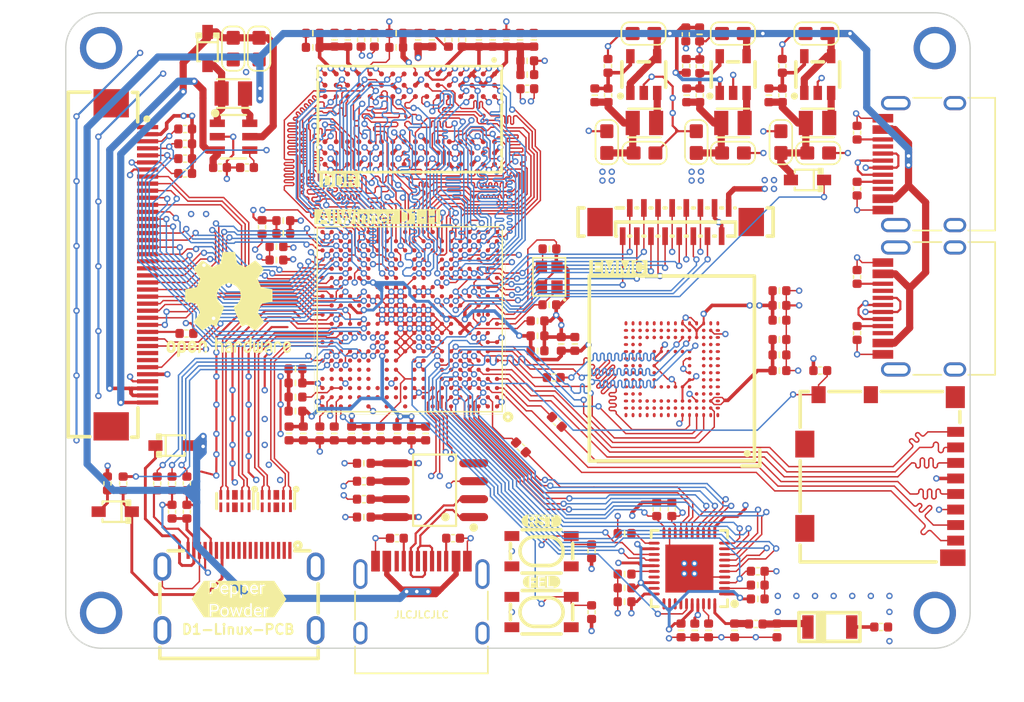
<source format=kicad_pcb>
(kicad_pcb (version 20211014) (generator pcbnew)
  (layers (0 "F.Cu" signal) (1 "In1.Cu" signal "GND.Cu") (2 "In2.Cu" signal "S1.Cu") (3 "In3.Cu" signal "VCC.Cu") (4 "In4.Cu" signal "GND1.Cu") (31 "B.Cu" signal) (34 "B.Paste" user) (35 "F.Paste" user) (36 "B.SilkS" user "B.Silkscreen") (37 "F.SilkS" user "F.Silkscreen") (38 "B.Mask" user) (39 "F.Mask" user) (44 "Edge.Cuts" user))
  (net 0 "")
  (net 1 "VBUS")
  (net 2 "GND")
  (net 3 "/HXIN")
  (net 4 "+1V5")
  (net 5 "/HXOUT")
  (net 6 "/SVREF")
  (net 7 "/VCPU_EN")
  (net 8 "+3V3")
  (net 9 "Net-(C18-Pad2)")
  (net 10 "Net-(C19-Pad2)")
  (net 11 "Net-(C20-Pad2)")
  (net 12 "/AVCC")
  (net 13 "Net-(C32-Pad2)")
  (net 14 "Net-(C33-Pad2)")
  (net 15 "/HPVCC")
  (net 16 "Net-(C57-Pad1)")
  (net 17 "Net-(C62-Pad1)")
  (net 18 "Net-(C63-Pad1)")
  (net 19 "Net-(C64-Pad1)")
  (net 20 "Net-(C65-Pad1)")
  (net 21 "Net-(C66-Pad1)")
  (net 22 "/LEDA")
  (net 23 "Net-(C70-Pad1)")
  (net 24 "Net-(C72-Pad1)")
  (net 25 "Net-(D1-Pad1)")
  (net 26 "Net-(D2-Pad1)")
  (net 27 "Net-(D3-Pad2)")
  (net 28 "Net-(D3-Pad1)")
  (net 29 "Net-(D4-Pad2)")
  (net 30 "/PE13")
  (net 31 "/PE12")
  (net 32 "/PE8")
  (net 33 "/PE15")
  (net 34 "/PE4")
  (net 35 "/PE16")
  (net 36 "/PE5")
  (net 37 "/PE7")
  (net 38 "/PE6")
  (net 39 "/PE10")
  (net 40 "/PE9")
  (net 41 "/PE14")
  (net 42 "/PE11")
  (net 43 "Net-(J2-Pad19)")
  (net 44 "Net-(J2-Pad16)")
  (net 45 "Net-(J2-Pad15)")
  (net 47 "/H_DC-")
  (net 48 "/H_DC+")
  (net 49 "/H_D0-")
  (net 50 "/H_D0+")
  (net 51 "/H_D1-")
  (net 52 "/H_D1+")
  (net 53 "/H_D2-")
  (net 54 "/H_D2+")
  (net 55 "Net-(J3-PadA5)")
  (net 56 "/DU+")
  (net 57 "/DU-")
  (net 59 "Net-(J3-PadB5)")
  (net 61 "Net-(J4-PadA5)")
  (net 62 "/D0+")
  (net 63 "/D0-")
  (net 65 "Net-(J4-PadB5)")
  (net 67 "Net-(J5-Pad2)")
  (net 68 "Net-(J6-PadA5)")
  (net 69 "/D1+")
  (net 70 "/D1-")
  (net 72 "Net-(J6-PadB5)")
  (net 74 "Net-(L1-Pad1)")
  (net 75 "Net-(L2-Pad1)")
  (net 76 "Net-(L3-Pad1)")
  (net 77 "Net-(R1-Pad1)")
  (net 78 "Net-(R3-Pad2)")
  (net 79 "/SCKP")
  (net 80 "/SCKN")
  (net 81 "Net-(R13-Pad1)")
  (net 82 "Net-(R14-Pad1)")
  (net 83 "/SDC0_DET")
  (net 84 "/EMMC_CLK")
  (net 85 "Net-(R16-Pad2)")
  (net 86 "/SDC0_CLK")
  (net 87 "Net-(R17-Pad2)")
  (net 88 "/H_SCL")
  (net 89 "/H_SDA")
  (net 90 "/H_DET")
  (net 91 "/H_DCEC")
  (net 92 "/AP_CLK_OUT")
  (net 93 "/LPCLK")
  (net 94 "/LCD_PWM")
  (net 95 "/CTP_SCK")
  (net 96 "/CTP_SDA")
  (net 97 "/LEDK")
  (net 98 "/PG11")
  (net 99 "Net-(R35-Pad1)")
  (net 100 "Net-(R39-Pad1)")
  (net 101 "/UART0_RX")
  (net 102 "Net-(R40-Pad1)")
  (net 103 "/UART0_TX")
  (net 104 "Net-(R41-Pad1)")
  (net 105 "/SDC1_CLK")
  (net 106 "/CTP_RST")
  (net 107 "/CTP_INT")
  (net 108 "/RESET")
  (net 109 "/FEL")
  (net 110 "/LCD_RST")
  (net 111 "/SRST")
  (net 112 "/SA13")
  (net 113 "/SA11")
  (net 114 "/SA15")
  (net 115 "/SCKE1")
  (net 116 "/SDQM0")
  (net 117 "/SDQS0N")
  (net 118 "/SDQ5")
  (net 119 "/SDQS1N")
  (net 120 "/LCD_D2")
  (net 121 "/LCD_HS")
  (net 122 "/SA14")
  (net 123 "/SA7")
  (net 124 "/SBA1")
  (net 125 "/SA1")
  (net 126 "/SA12")
  (net 127 "/SBA0")
  (net 128 "/SWE")
  (net 129 "/SCKE0")
  (net 130 "/SDQ2")
  (net 131 "/SDQ0")
  (net 132 "/SDQS0P")
  (net 133 "/SDQ7")
  (net 134 "/SDQ4")
  (net 135 "/SDQS1P")
  (net 136 "/SDQM1")
  (net 137 "/LCD_D3")
  (net 138 "/LCD_D4")
  (net 139 "/LCD_VS")
  (net 140 "/SA9")
  (net 141 "/SA3")
  (net 142 "/SA2")
  (net 143 "/SA0")
  (net 144 "/SBA2")
  (net 145 "/SDQ3")
  (net 146 "/SDQ1")
  (net 147 "/SDQ6")
  (net 149 "/LCD_D5")
  (net 150 "/LCD_D6")
  (net 151 "/LCD_D7")
  (net 152 "/SA8")
  (net 153 "/SA6")
  (net 154 "/SODT1")
  (net 155 "/SRAS")
  (net 156 "/SDQ9")
  (net 157 "/SDQ12")
  (net 158 "/SDQ10")
  (net 159 "/SDQ8")
  (net 161 "/LCD_D10")
  (net 162 "/LCD_D11")
  (net 163 "/LCD_D14")
  (net 164 "/SA4")
  (net 165 "/SODT0")
  (net 166 "/SCAS")
  (net 167 "/SDQ11")
  (net 168 "/SDQ14")
  (net 169 "/LCD_D12")
  (net 170 "/LCD_D13")
  (net 171 "/LCD_D15")
  (net 172 "+0.9V")
  (net 173 "/SA5")
  (net 174 "/SCS1")
  (net 175 "/SCS0")
  (net 176 "/SA10")
  (net 177 "/SDQ13")
  (net 178 "/SDQ15")
  (net 179 "/LCD_D18")
  (net 180 "/LCD_D19")
  (net 181 "/LCD_D22")
  (net 182 "/LCD_D23")
  (net 183 "/LCD_D20")
  (net 184 "/LCD_D21")
  (net 185 "/LDOB_OUT")
  (net 188 "/LCD_CLK")
  (net 189 "/LCD_DE")
  (net 195 "/LCD_SCK")
  (net 196 "/LCD_SDA")
  (net 198 "LDOA_OUT")
  (net 199 "/EMMC_D2")
  (net 200 "/EMMC_D0")
  (net 201 "/EMMC_D3")
  (net 202 "/EMMC_CMD")
  (net 208 "/WL_WAKE_AP")
  (net 209 "/WL_REG_ON")
  (net 210 "/EMMC_D1")
  (net 212 "/EMMC_RST")
  (net 221 "/BT_WAKE_AP")
  (net 222 "/SDC0_D3")
  (net 223 "/SDC0_D2")
  (net 232 "/BT_RSTN")
  (net 233 "/AP_WAKE_BT")
  (net 234 "/SDC0_CMD")
  (net 243 "/UART1_RX")
  (net 244 "/SDC1_D1")
  (net 245 "/SDC0_D1")
  (net 246 "/SDC0_D0")
  (net 255 "/UART1_CTS")
  (net 256 "/UART1_TX")
  (net 257 "/SDC1_D3")
  (net 258 "/SDC1_CMD")
  (net 262 "/UART1_RTS")
  (net 263 "/SDC1_D2")
  (net 264 "/SDC1_D0")
  (footprint "kicad_lceda:C0402" (layer "F.Cu") (at 241.03 37.055001 90)
    (fp_text reference "C18" hide)
    (fp_text value "20pF")
  )
  (footprint "kicad_lceda:FPC-SMD_40P-P0.50_FPC-05F-40PH20" (layer "F.Cu") (at 195.772 49.06 -90)
    (fp_text reference "U12" hide)
    (fp_text value "LCD_FPC_40P_P0.5")
  )
  (footprint "kicad_lceda:R0402" (layer "F.Cu") (at 199.72 41.54 180)
    (fp_text reference "R31" hide)
    (fp_text value "2K")
  )
  (footprint "LS_FPC_16P_0.5mm:FPC-SMD_P0.50-16P_F0500WV-S" (layer "F.Cu") (at 234.43 46.03)
    (fp_text reference "J1" hide)
    (fp_text value "Conn_02x08_Odd_Even")
  )
  (footprint "kicad_lceda:C0402" (layer "F.Cu") (at 225.49 51.89 180)
    (fp_text reference "C4" hide)
    (fp_text value "20pF")
  )
  (footprint "kicad_lceda:SOD-323_L1.8-W1.3-LS2.5-RD" (layer "F.Cu") (at 243.76 43.05 180)
    (fp_text reference "D1" hide)
    (fp_text value "1N5819WS")
  )
  (footprint "kicad_lceda:C0402" (layer "F.Cu") (at 236.76 74.95 -90)
    (fp_text reference "C62" hide)
    (fp_text value "1uF")
  )
  (footprint "kicad_lceda:R0402" (layer "F.Cu") (at 199.72 42.59 180)
    (fp_text reference "R43" hide)
    (fp_text value "10K")
  )
  (footprint "kicad_lceda:FBGA-153_L13.0-W11.5-P0.50_KLMAG1JETD-B041" (layer "F.Cu") (at 234.1635 56.4535 180)
    (fp_text reference "U9" hide)
    (fp_text value "EMMC_BGA153")
  )
  (footprint "kicad_lceda:R0402" (layer "F.Cu") (at 202.185 42.17 180)
    (fp_text reference "R32" hide)
    (fp_text value "10R")
  )
  (footprint "kicad_lceda:C0402" (layer "F.Cu") (at 241.775001 52.98 180)
    (fp_text reference "C54" hide)
    (fp_text value "100nF")
  )
  (footprint "kibuzzard-633FF59A" (layer "F.Cu") (at 213.32 45.64)
    (fp_text reference "kibuzzard-633FF59A" hide)
    (fp_text value "G***" hide)
  )
  (footprint "kicad_lceda:SOT-23-5_L3.0-W1.7-P0.95-LS2.8-BR" (layer "F.Cu") (at 244.484 35.585 -90)
    (fp_text reference "U1" hide)
    (fp_text value "MT3520B")
  )
  (footprint "kicad_lceda:全志D1" (layer "F.Cu") (at 215.6125 52.9125 180)
    (fp_text reference "U4" hide)
    (fp_text value "ALLWINNER_D1")
  )
  (footprint "kicad_lceda:R0402" (layer "F.Cu") (at 226.02 60.18 135)
    (fp_text reference "R17" hide)
    (fp_text value "33R")
  )
  (footprint "kicad_lceda:C0402" (layer "F.Cu") (at 214.65 32.66 180)
    (fp_text reference "C8" hide)
    (fp_text value "100nF")
  )
  (footprint "BE5150v3:0603_C" (layer "F.Cu") (at 232.225 41.15)
    (fp_text reference "C22" hide)
    (fp_text value "10uF")
  )
  (footprint "kicad_lceda:R0402" (layer "F.Cu") (at 247.27 39.7 90)
    (fp_text reference "R37" hide)
    (fp_text value "5K1")
  )
  (footprint "kicad_lceda:C0402" (layer "F.Cu") (at 222.45 33.125001 90)
    (fp_text reference "C16" hide)
    (fp_text value "100nF")
  )
  (footprint "kicad_lceda:C0402" (layer "F.Cu") (at 217.18 33.125001 90)
    (fp_text reference "C10" hide)
    (fp_text value "100nF")
  )
  (footprint "kicad_lceda:C0402" (layer "F.Cu") (at 228.71 37.055001 90)
    (fp_text reference "C19" hide)
    (fp_text value "20pF")
  )
  (footprint "kicad_lceda:SLP2510P8_L2.5-W1.0-P0.50-BL" (layer "F.Cu") (at 206.17 65.79 180)
    (fp_text reference "U7" hide)
    (fp_text value "RClamp0524PATCT")
  )
  (footprint "kicad_lceda:C0402" (layer "F.Cu") (at 230.815001 72.92 180)
    (fp_text reference "C60" hide)
    (fp_text value "1uF")
  )
  (footprint "BE5150v3:0603_C" (layer "F.Cu") (at 244.515 41.15)
    (fp_text reference "C21" hide)
    (fp_text value "22uF")
  )
  (footprint "kicad_lceda:SOT-23-5_L3.0-W1.7-P0.95-LS2.8-BR" (layer "F.Cu") (at 232.174 35.585 -90)
    (fp_text reference "U2" hide)
    (fp_text value "MT3520B")
  )
  (footprint "kicad_lceda:C0402" (layer "F.Cu") (at 211.23 33.125001 90)
    (fp_text reference "C5" hide)
    (fp_text value "100nF")
  )
  (footprint "kicad_lceda:C0402" (layer "F.Cu") (at 230.815001 71.94 180)
    (fp_text reference "C66" hide)
    (fp_text value "1uF")
  )
  (footprint "kicad_lceda:C0402" (layer "F.Cu") (at 235.785 74.95 -90)
    (fp_text reference "C61" hide)
    (fp_text value "1uF")
  )
  (footprint "kicad_lceda:R0402" (layer "F.Cu") (at 229.64 34.97 90)
    (fp_text reference "R7" hide)
    (fp_text value "100K")
  )
  (footprint "kicad_lceda:R0402" (layer "F.Cu") (at 199.84 64.54 -90)
    (fp_text reference "R19" hide)
    (fp_text value "100R")
  )
  (footprint "kicad_lceda:C0402" (layer "F.Cu") (at 211.5 61 -90)
    (fp_text reference "C49" hide)
    (fp_text value "100nF")
  )
  (footprint "kicad_lceda:R0402" (layer "F.Cu") (at 218.68 68.42)
    (fp_text reference "R29" hide)
    (fp_text value "5K1")
  )
  (footprint "kicad_lceda:C0402" (layer "F.Cu") (at 207.525001 56.43 180)
    (fp_text reference "C47" hide)
    (fp_text value "100nF")
  )
  (footprint "kicad_lceda:R0402" (layer "F.Cu") (at 204.095 42.17)
    (fp_text reference "R27" hide)
    (fp_text value "100K")
  )
  (footprint "kicad_lceda:R0402" (layer "F.Cu") (at 235.178 34.97 90)
    (fp_text reference "R11" hide)
    (fp_text value "100K")
  )
  (footprint "kicad_lceda:C0402" (layer "F.Cu") (at 240.239999 72.72)
    (fp_text reference "C68" hide)
    (fp_text value "1uF")
  )
  (footprint "kicad_lceda:IND-SMD_L2.0-W1.6" (layer "F.Cu") (at 232.22 39.015)
    (fp_text reference "L2" hide)
    (fp_text value "2.2uH")
  )
  (footprint "kicad_lceda:C0402" (layer "F.Cu") (at 223.42 33.125001 90)
    (fp_text reference "C29" hide)
    (fp_text value "100nF")
  )
  (footprint "Connector_USB:USB_C_Receptacle_HRO_TYPE-C-31-M-12" (layer "F.Cu") (at 253.14 52.15 90)
    (fp_text reference "J6" hide)
    (fp_text value "USB_C_Receptacle_USB2.0")
  )
  (footprint "kicad_lceda:C0402" (layer "F.Cu") (at 206.18 48.72 180)
    (fp_text reference "C41" hide)
    (fp_text value "100nF")
  )
  (footprint "kicad_lceda:C0402" (layer "F.Cu") (at 223.93 35.59)
    (fp_text reference "C28" hide)
    (fp_text value "100nF")
  )
  (footprint "kicad_lceda:R0402" (layer "F.Cu") (at 198.78975 66.54 90)
    (fp_text reference "R24" hide)
    (fp_text value "1K")
  )
  (footprint "kicad_lceda:C0402" (layer "F.Cu") (at 241.774999 56.55)
    (fp_text reference "C57" hide)
    (fp_text value "100nF")
  )
  (footprint "kicad_lceda:C0402" (layer "F.Cu") (at 241.774999 54.35)
    (fp_text reference "C59" hide)
    (fp_text value "100nF")
  )
  (footprint "kicad_lceda:C0402" (layer "F.Cu") (at 216.21 33.125001 90)
    (fp_text reference "C7" hide)
    (fp_text value "100nF")
  )
  (footprint "kicad_lceda:R0402" (layer "F.Cu") (at 228.48 69.3485 90)
    (fp_text reference "R44" hide)
    (fp_text value "10K")
  )
  (footprint "kicad_lceda:SIM-SMD_8P-1040310811" (layer "F.Cu") (at 248.907 64.0275 90)
    (fp_text reference "U6" hide)
    (fp_text value "TF贴片卡座SIM1")
  )
  (footprint "kicad_lceda:TFBGA-96_L13.0-W7.5-R16-C6-P0.80-TL" (layer "F.Cu") (at 215.6125 38.7425 -90)
    (fp_text reference "U5" hide)
    (fp_text value "H5TQ4G63EFR-RDC海力士")
  )
  (footprint "BE5150v3:0603_C" (layer "F.Cu") (at 235.901 40.37 90)
    (fp_text reference "C23" hide)
    (fp_text value "10uF")
  )
  (footprint "kicad_lceda:R0402" (layer "F.Cu") (at 212.365 64.385 180)
    (fp_text reference "R39" hide)
    (fp_text value "100R")
  )
  (footprint "kicad_lceda:R0402" (layer "F.Cu") (at 240.1 74.495)
    (fp_text reference "R34" hide)
    (fp_text value "0R")
  )
  (footprint "kicad_lceda:C0402" (layer "F.Cu") (at 216.74 61 -90)
    (fp_text reference "C38" hide)
    (fp_text value "100nF")
  )
  (footprint "kicad_lceda:C0402" (layer "F.Cu") (at 215.73 61 -90)
    (fp_text reference "C40" hide)
    (fp_text value "100nF")
  )
  (footprint "kicad_lceda:FILTER-SMD_1206-2P-L3.2-W1.6-L" (layer "F.Cu") (at 245.34 74.71)
    (fp_text reference "J5" hide)
    (fp_text value "RF陶瓷天线")
  )
  (footprint "kicad_lceda:HDMI-SMD_HD219F-3D05200" (layer "F.Cu") (at 203.53 72.109)
    (fp_text reference "J2" hide)
    (fp_text value "HDMI_A")
  )
  (footprint "kicad_lceda:R0402" (layer "F.Cu") (at 212.17 33.125 90)
    (fp_text reference "R14" hide)
    (fp_text value "240R")
  )
  (footprint "kicad_lceda:IND-SMD_L2.0-W1.6" (layer "F.Cu") (at 203.125 36.93)
    (fp_text reference "L4" hide)
    (fp_text value "4.7uH")
  )
  (footprint "kicad_lceda:R0402" (layer "F.Cu") (at 212.365 65.655 180)
    (fp_text reference "R40" hide)
    (fp_text value "100R")
  )
  (footprint "kicad_lceda:C0402" (layer "F.Cu") (at 224.654999 53.03)
    (fp_text reference "C39" hide)
    (fp_text value "2.2uF")
  )
  (footprint "kicad_lceda:R0402" (layer "F.Cu") (at 214.7 68.42 180)
    (fp_text reference "R28" hide)
    (fp_text value "5K1")
  )
  (footprint "BE5150v3:0603_C" (layer "F.Cu") (at 241.885 40.37 90)
    (fp_text reference "C24" hide)
    (fp_text value "22uF")
  )
  (footprint "kicad_lceda:R0402" (layer "F.Cu") (at 205.159241 46.385452 -90)
    (fp_text reference "R3" hide)
    (fp_text value "240R")
  )
  (footprint "kicad_lceda:C0402" (layer "F.Cu") (at 224.39 33.125001 90)
    (fp_text reference "C30" hide)
    (fp_text value "100nF")
  )
  (footprint "kicad_lceda:C0402" (layer "F.Cu") (at 224.654999 54.09)
    (fp_text reference "C53" hide)
    (fp_text value "100nF")
  )
  (footprint "kicad_lceda:C0402" (layer "F.Cu") (at 221.48 33.125001 90)
    (fp_text reference "C14" hide)
    (fp_text value "100nF")
  )
  (footprint "kibuzzard-633FF4F1" (layer "F.Cu") (at 224.94 71.51)
    (fp_text reference "kibuzzard-633FF4F1" hide)
    (fp_text value "G***" hide)
  )
  (footprint "kicad_lceda:C0402" (layer "F.Cu") (at 225.5 47.93)
    (fp_text reference "C6" hide)
    (fp_text value "20pF")
  )
  (footprint "kicad_lceda:C0402" (layer "F.Cu") (at 220.51 33.125001 90)
    (fp_text reference "C12" hide)
    (fp_text value "100nF")
  )
  (footprint "kicad_lceda:R0402" (layer "F.Cu") (at 233.09 66.37 -90)
    (fp_text reference "R26" hide)
    (fp_text value "47K")
  )
  (footprint "Connector_USB:USB_C_Receptacle_HRO_TYPE-C-31-M-12" (layer "F.Cu") (at 253.14 41.93 90)
    (fp_text reference "J4" hide)
    (fp_text value "USB_C_Receptacle_USB2.0")
  )
  (footprint "kicad_lceda:C0402" (layer "F.Cu") (at 214.655001 33.66 180)
    (fp_text reference "C15" hide)
    (fp_text value "100nF")
  )
  (footprint "kicad_lceda:R0402" (layer "F.Cu") (at 223.48 61.99 -45)
    (fp_text reference "R41" hide)
    (fp_text value "33R")
  )
  (footprint "kibuzzard-633FF4E3" (layer "F.Cu") (at 224.94 67.19)
    (fp_text reference "kibuzzard-633FF4E3" hide)
    (fp_text value "G***" hide)
  )
  (footprint "kicad_lceda:C0402" (layer "F.Cu") (at 241.6 74.95 -90)
    (fp_text reference "C72" hide)
    (fp_text value "NC")
  )
  (footprint "BE5150v3:0603_C" (layer "F.Cu") (at 244.395 32.67 180)
    (fp_text reference "C1" hide)
    (fp_text value "10uF")
  )
  (footprint "kicad_lceda:C0402" (layer "F.Cu") (at 210.27 61.000002 90)
    (fp_text reference "C33" hide)
    (fp_text value "1uF")
  )
  (footprint "kicad_lceda:SLP2510P8_L2.5-W1.0-P0.50-BL" (layer "F.Cu") (at 203.24 65.79 180)
    (fp_text reference "U8" hide)
    (fp_text value "RClamp0524PATCT")
  )
  (footprint "kicad_lceda:C0402" (layer "F.Cu") (at 213.54 61.000002 90)
    (fp_text reference "C35" hide)
    (fp_text value "1uF")
  )
  (footprint "kicad_lceda:R0402" (layer "F.Cu") (at 240.24 70.76 180)
    (fp_text reference "R25" hide)
    (fp_text value "1K")
  )
  (footprint "kicad_lceda:IND-SMD_L2.0-W1.6" (layer "F.Cu") (at 238.484 39.015)
    (fp_text reference "L3" hide)
    (fp_text value "2.2uH")
  )
  (footprint "kicad_lceda:R0402" (layer "F.Cu") (at 223.93 36.59 180)
    (fp_text reference "R12" hide)
    (fp_text value "100R")
  )
  (footprint "kicad_lceda:R0402" (layer "F.Cu") (at 199.81 53.92)
    (fp_text reference "R35" hide)
    (fp_text value "10K")
  )
  (footprint "kicad_lceda:R0402" (layer "F.Cu") (at 198.78975 64.54 -90)
    (fp_text reference "R20" hide)
    (fp_text value "100R")
  )
  (footprint "kicad_lceda:R0402" (layer "F.Cu") (at 219.32 33.125 -90)
    (fp_text reference "R1" hide)
    (fp_text value "2K")
  )
  (footprint "kicad_lceda:R0402" (layer "F.Cu") (at 236.136 34.995 90)
    (fp_text reference "R9" hide)
    (fp_text value "150K")
  )
  (footprint "kicad_lceda:KEY-SMD_4P-L4.2-W3.2-P2.20-LS4.6" (layer "F.Cu") (at 224.94 69.34)
    (fp_text reference "SW1" hide)
    (fp_text value "RESET")
  )
  (footprint "kibuzzard-633FF5E4" (layer "F.Cu") (at 230.38 49.22)
    (fp_text reference "kibuzzard-633FF5E4" hide)
    (fp_text value "G***" hide)
  )
  (footprint "kicad_lceda:C0402" (layer "F.Cu") (at 230.815001 68.08 180)
    (fp_text reference "C64" hide)
    (fp_text value "1uF")
  )
  (footprint "kicad_lceda:R0402" (layer "F.Cu") (at 247.27 49.915 90)
    (fp_text reference "R46" hide)
    (fp_text value "5K1")
  )
  (footprint "kicad_lceda:R0402" (layer "F.Cu") (at 194.22 64.54 -90)
    (fp_text reference "R18" hide)
    (fp_text value "20K")
  )
  (footprint "kicad_lceda:C0402" (layer "F.Cu") (at 206.665001 45.93 180)
    (fp_text reference "C11" hide)
    (fp_text value "100nF")
  )
  (footprint "kicad_lceda:SOT-23-5_L3.0-W1.7-P0.95-LS2.8-BR" (layer "F.Cu") (at 238.5 35.585 -90)
    (fp_text reference "U3" hide)
    (fp_text value "MT3520B")
  )
  (footprint "kicad_lceda:C0402" (layer "F.Cu") (at 223.924999 34.61)
    (fp_text reference "C27" hide)
    (fp_text value "100nF")
  )
  (footprint "kicad_lceda:R0402" (layer "F.Cu") (at 247.27 43.665 -90)
    (fp_text reference "R36" hide)
    (fp_text value "5K1")
  )
  (footprint "kicad_lceda:C0402" (layer "F.Cu") (at 206.665001 46.84 180)
    (fp_text reference "C13" hide)
    (fp_text value "100nF")
  )
  (footprint "kicad_lceda:R0402" (layer "F.Cu") (at 235.148 32.74 90)
    (fp_text reference "R10" hide)
    (fp_text value "100K")
  )
  (footprint "kicad_lceda:C0402" (layer "F.Cu") (at 227.294999 54.66 90)
    (fp_text reference "C52" hide)
    (fp_text value "100nF")
  )
  (footprint "kibuzzard-633FF5C5" (layer "F.Cu") (at 210.64 43.08)
    (fp_text reference "kibuzzard-633FF5C5" hide)
    (fp_text value "G***" hide)
  )
  (footprint "BE5150v3:0603_C" (layer "F.Cu") (at 229.57 40.37 90)
    (fp_text reference "C25" hide)
    (fp_text value "22uF")
  )
  (footprint "kicad_lceda:R0402" (layer "F.Cu") (at 218.35 33.125 90)
    (fp_text reference "R2" hide)
    (fp_text value "2K")
  )
  (footprint "kicad_lceda:SOD-323_L1.8-W1.3-LS2.5-RD" (layer "F.Cu") (at 194.77 66.54 180)
    (fp_text reference "D3" hide)
    (fp_text value "1N5819WS")
  )
  (footprint "kicad_lceda:C0402" (layer "F.Cu") (at 207.525001 59.42 180)
    (fp_text reference "C45" hide)
    (fp_text value "100nF")
  )
  (footprint "kicad_lceda:R0402" (layer "F.Cu") (at 229.65 37.055 90)
    (fp_text reference "R6" hide)
    (fp_text value "150K")
  )
  (footprint "kicad_lceda:C0402" (layer "F.Cu") (at 209.25 61.000002 90)
    (fp_text reference "C32" hide)
    (fp_text value "10uF")
  )
  (footprint "kicad_lceda:C0402" (layer "F.Cu") (at 230.815001 70.96 180)
    (fp_text reference "C65" hide)
    (fp_text value "1uF")
  )
  (footprint "kicad_lceda:C0402" (layer "F.Cu") (at 234.81 74.95 -90)
    (fp_text reference "C67" hide)
    (fp_text value "1uF")
  )
  (footprint "kicad_lceda:C0402" (layer "F.Cu") (at 235.21 37.055001 90)
    (fp_text reference "C20" hide)
    (fp_text value "20pF")
  )
  (footprint "kicad_lceda:R0402" (layer "F.Cu") (at 241.98 34.97 90)
    (fp_text reference "R5" hide)
    (fp_text value "150K")
  )
  (footprint "BE5150v3:0603_C" (layer "F.Cu") (at 238.481 32.67 180)
    (fp_text reference "C3" hide)
    (fp_text value "10uF")
  )
  (footprint "kicad_lceda:R0402" (layer "F.Cu") (at 244.665 56.55)
    (fp_text reference "R15" hide)
    (fp_text value "10K")
  )
  (footprint "kicad_lceda:C0402" (layer "F.Cu") (at 212.365001 63.115 180)
    (fp_text reference "C74" hide)
    (fp_text value "1uF")
  )
  (footprint "Connector_USB:USB_C_Receptacle_HRO_TYPE-C-31-M-12" (layer "F.Cu") (at 216.44 74.09)
    (fp_text reference "J3" hide)
    (fp_text value "USB_C_Receptacle_USB2.0")
  )
  (footprint "kicad_lceda:R0402" (layer "F.Cu") (at 241.98 37.055 90)
    (fp_text reference "R4" hide)
    (fp_text value "680K")
  )
  (footprint "BE5150v3:0603_C" (layer "F.Cu") (at 204.94 33.75 -90)
    (fp_text reference "C69" hide)
    (fp_text value "4.7uF")
  )
  (footprint "BE5150v3:0603_C" (layer "F.Cu") (at 232.155 32.67 180)
    (fp_text reference "C2" hide)
    (fp_text value "10uF")
  )
  (footprint "kicad_lceda:R0402" (layer "F.Cu") (at 199.72 40.49 180)
    (fp_text reference "R30" hide)
    (fp_text value "2K")
  )
  (footprint "kicad_lceda:C0402" (layer "F.Cu") (at 207.07 61 -90)
    (fp_text reference "C44" hide)
    (fp_text value "100nF")
  )
  (footprint "kicad_lceda:C0402" (layer "F.Cu") (at 241.775001 50.89 180)
    (fp_text reference "C55" hide)
    (fp_text value "100nF")
  )
  (footprint "kicad_lceda:QFN-40_L5.0-W5.0-P0.40-BL-EP3.4" (layer "F.Cu") (at 235.4 70.57 90)
    (fp_text reference "U10" hide)
    (fp_text value "XR829")
  )
  (footprint "kicad_lceda:C0402" (layer "F.Cu") (at 208.75 33.66 180)
    (fp_text reference "C36" hide)
    (fp_text value "100nF")
  )
  (footprint "BE5150v3:0603_C" (layer "F.Cu") (at 238.486 41.15)
    (fp_text reference "C26" hide)
    (fp_text value "22uF")
  )
  (footprint "kicad_lceda:C0402" (layer "F.Cu") (at 212.52 61.000002 90)
    (fp_text reference "C34" hide)
    (fp_text value "1uF")
  )
  (footprint "kicad_lceda:C0402" (layer "F.Cu") (at 208.08 61 -90)
    (fp_text reference "C43" hide)
    (fp_text value "100nF")
  )
  (footprint "kicad_lceda:C0402" (layer "F.Cu") (at 241.775001 51.935 180)
    (fp_text reference "C56" hide)
    (fp_text value "100nF")
  )
  (footprint "BE5150v3:0603_C" (layer "F.Cu") (at 203.11 33.75 -90)
    (fp_text reference "C71" hide)
    (fp_text value "4.7uF")
  )
  (footprint "kicad_lceda:C0402" (layer "F.Cu") (at 210.29 33.12 90)
    (fp_text reference "C9" hide)
    (fp_text value "100nF")
  )
  (footprint "kicad_lceda:SOT-23-6_L2.9-W1.6-P0.95-LS2.8-BL" (layer "F.Cu") (at 203.1425 39.9865 -90)
    (fp_text reference "U11" hide)
    (fp_text value "RY3730")
  )
  (footprint "kicad_lceda:SOD-323_L1.8-W1.3-LS2.5-RD" (layer "F.Cu") (at 198.79 61.86)
    (fp_text reference "D2" hide)
    (fp_text value "1N5819WS")
  )
  (footprint "kicad_lceda:SOP-8_L5.0-W4.0-P1.27-LS6.0-BL" (layer "F.Cu") (at 217.37 65.02 90)
    (fp_text reference "U13" hide)
    (fp_text value "CH340N")
  )
  (footprint "kicad_lceda:C0402" (layer "F.Cu") (at 240.239999 71.74)
    (fp_text reference "C63" hide)
    (fp_text value "1uF")
  )
  (footprint "kicad_lceda:R0402" (layer "F.Cu") (at 228.48 73.6585 -90)
    (fp_text reference "R47" hide)
    (fp_text value "10K")
  )
  (footprint "kicad_lceda:R0402" (layer "F.Cu") (at 197.7395 64.54 90)
    (fp_text reference "R22" hide)
    (fp_text value "1K")
  )
  (footprint "Symbol:OSHW-Logo2_9.8x8mm_SilkScreen" (layer "F.Cu") (at 202.81 51.86)
    (fp_text reference "REF**" hide)
    (fp_text value "OSHW-Logo2_9.8x8mm_SilkScreen" hide)
  )
  (footprint "kicad_lceda:C0402" (layer "F.Cu") (at 238.6 74.95 -90)
    (fp_text reference "C70" hide)
    (fp_text value "NC")
  )
  (footprint "kicad_lceda:R0402" (layer "F.Cu") (at 195.33 64.54 -90)
    (fp_text reference "R23" hide)
    (fp_text value "100R")
  )
  (footprint "kicad_lceda:C0402" (layer "F.Cu") (at 207.524999 58.423332)
    (fp_text reference "C31" hide)
    (fp_text value "1uF")
  )
  (footprint "kicad_lceda:C0402" (layer "F.Cu") (at 224.654999 55.15)
    (fp_text reference "C50" hide)
    (fp_text value "100nF")
  )
  (footprint "kicad_lceda:C0402" (layer "F.Cu") (at 241.774999 55.44)
    (fp_text reference "C58" hide)
    (fp_text value "100nF")
  )
  (footprint "kicad_lceda:C0402" (layer "F.Cu") (at 214.72 61 -90)
    (fp_text reference "C42" hide)
    (fp_text value "100nF")
  )
  (footprint "kicad_lceda:KEY-SMD_4P-L4.2-W3.2-P2.20-LS4.6" (layer "F.Cu") (at 224.94 73.65)
    (fp_text reference "SW2" hide)
    (fp_text value "FEL")
  )
  (footprint "Crystal:Crystal_SMD_2016-4Pin_2.0x1.6mm" (layer "F.Cu") (at 225.4825 49.91 90)
    (fp_text reference "Y1" hide)
    (fp_text value "Crystal_GND24")
  )
  (footprint "kicad_lceda:R0402" (layer "F.Cu") (at 199.84 66.54 90)
    (fp_text reference "R21" hide)
    (fp_text value "1K")
  )
  (footprint "kicad_lceda:R0402" (layer "F.Cu") (at 213.11 33.125 90)
    (fp_text reference "R13" hide)
    (fp_text value "240R")
  )
  (footprint "kicad_lceda:R0402" (layer "F.Cu") (at 225.8 57.04 180)
    (fp_text reference "R16" hide)
    (fp_text value "33R")
  )
  (footprint "kicad_lceda:R0402" (layer "F.Cu") (at 248.974 74.71)
    (fp_text reference "R38" hide)
    (fp_text value "0R")
  )
  (footprint "kicad_lceda:C0402" (layer "F.Cu") (at 207.525001 57.426666 180)
    (fp_text reference "C48" hide)
    (fp_text value "100nF")
  )
  (footprint "kicad_lceda:C0402" (layer "F.Cu") (at 208.754999 32.66 180)
    (fp_text reference "C37" hide)
    (fp_text value "100nF")
  )
  (footprint "kicad_lceda:C0402" (layer "F.Cu") (at 226.334999 54.66 90)
    (fp_text reference "C51" hide)
    (fp_text value "100nF")
  )
  (footprint "kicad_lceda:C0402" (layer "F.Cu") (at 212.364999 66.925)
    (fp_text reference "C73" hide)
    (fp_text value "1uF")
  )
  (footprint "kicad_lceda:R0402" (layer "F.Cu") (at 234.16 66.37 90)
    (fp_text reference "R33" hide)
    (fp_text value "47K")
  )
  (footprint "kicad_lceda:C0402" (layer "F.Cu") (at 206.18 47.77 180)
    (fp_text reference "C46" hide)
    (fp_text value "100nF")
  )
  (footprint "kicad_lceda:SOD-323_L1.8-W1.3-LS2.5-RD" (layer "F.Cu") (at 201.305 33.74 -90)
    (fp_text reference "D4" hide)
    (fp_text value "1N5819WS")
  )
  (footprint "kicad_lceda:IND-SMD_L2.0-W1.6" (layer "F.Cu") (at 244.47 39.015)
    (fp_text reference "L1" hide)
    (fp_text value "2.2uH")
  )
  (footprint "kicad_lceda:R0402" (layer "F.Cu") (at 199.72 39.44 180)
    (fp_text reference "R42" hide)
    (fp_text value "10K")
  )
  (footprint "kicad_lceda:R0402" (layer "F.Cu") (at 247.27 53.885 -90)
    (fp_text reference "R45" hide)
    (fp_text value "5K1")
  )
  (footprint "kicad_lceda:C0402" (layer "F.Cu") (at 236.124 32.74 -90)
    (fp_text reference "C17" hide)
    (fp_text value "100nF")
  )
  (footprint "kicad_lceda:R0402" (layer "F.Cu") (at 236.136 37.055 90)
    (fp_text reference "R8" hide)
    (fp_text value "75K")
  )
  (footprint "kibuzzard-633FF9FA" (layer "F.Cu") (at 203.53 72.73)
    (fp_text reference "kibuzzard-633FF9FA" hide)
    (fp_text value "G***" hide)
  )
  (gr_line (start 255.269998 73.709998) (end 255.27 33.71) (layer "Edge.Cuts") (width 0.1))
  (gr_arc (start 252.77 31.21) (mid 254.537767 31.942233) (end 255.27 33.71) (layer "Edge.Cuts") (width 0.1))
  (gr_arc (start 255.269998 73.709998) (mid 254.537765 75.477765) (end 252.769998 76.209998) (layer "Edge.Cuts") (width 0.1))
  (gr_line (start 191.27 33.71) (end 191.27 73.71) (layer "Edge.Cuts") (width 0.1))
  (gr_arc (start 191.27 33.71) (mid 192.002233 31.942233) (end 193.77 31.21) (layer "Edge.Cuts") (width 0.1))
  (gr_line (start 193.77 76.21) (end 252.769998 76.209998) (layer "Edge.Cuts") (width 0.1))
  (gr_arc (start 193.77 76.21) (mid 192.002233 75.477767) (end 191.27 73.71) (layer "Edge.Cuts") (width 0.1))
  (gr_line (start 252.77 31.21) (end 193.77 31.21) (layer "Edge.Cuts") (width 0.1))
  (gr_text "D1-Linux-PCB" (at 203.47 74.88) (layer "F.SilkS") (effects (font (size 0.7 0.7))))
  (gr_text "JLCJLCJLC" (at 216.44 73.84) (layer "F.SilkS") (effects (font (size 0.5 0.5) (thickness 0.1))))
  (segment (start 233.124 34.285) (end 233.124 32.8815) (width 0.508) (layer "F.Cu") (net 1))
  (segment (start 250.99 53.52) (end 250.99 50.72) (width 0.508) (layer "F.Cu") (net 1))
  (segment (start 232.9225 32.68) (end 234.02 32.68) (width 0.508) (layer "F.Cu") (net 1))
  (segment (start 231.88 35.54) (end 231.224 36.196) (width 0.508) (layer "F.Cu") (net 1))
  (segment (start 214.275 71.275) (end 214.92 71.92) (width 0.381) (layer "F.Cu") (net 1))
  (segment (start 245.145 34.285) (end 245.434 34.285) (width 0.508) (layer "F.Cu") (net 1))
  (segment (start 249.095 39.48) (end 249.94 39.48) (width 0.508) (layer "F.Cu") (net 1))
  (segment (start 250.91 43.43) (end 249.96 44.38) (width 0.508) (layer "F.Cu") (net 1))
  (segment (start 250.99 50.72) (end 250.77 50.5) (width 0.508) (layer "F.Cu") (net 1))
  (segment (start 218.11 71.76) (end 218.89 70.98) (width 0.381) (layer "F.Cu") (net 1))
  (segment (start 243.534 36.885) (end 243.534 35.896) (width 0.508) (layer "F.Cu") (net 1))
  (segment (start 214.275 71.275) (end 215.2 72.2) (width 0.381) (layer "F.Cu") (net 1))
  (segment (start 246.77 32.68) (end 245.1625 32.68) (width 0.508) (layer "F.Cu") (net 1))
  (segment (start 252.12 44.64) (end 252.12 49.59) (width 0.508) (layer "F.Cu") (net 1))
  (segment (start 231.88 35.54) (end 231.88 35.529) (width 0.508) (layer "F.Cu") (net 1))
  (segment (start 233.124 32.8965) (end 232.9225 32.695) (width 0.508) (layer "F.Cu") (net 1))
  (segment (start 218.89 70.98) (end 218.89 70.045) (width 0.381) (layer "F.Cu") (net 1))
  (segment (start 215.41 72.41) (end 214.92 71.92) (width 0.381) (layer "F.Cu") (net 1))
  (segment (start 204.2915 38.4615) (end 204.2915 39.0365) (width 0.508) (layer "F.Cu") (net 1))
  (segment (start 231.224 36.196) (end 231.224 36.885) (width 0.508) (layer "F.Cu") (net 1))
  (segment (start 249.97 49.7) (end 249.095 49.7) (width 0.508) (layer "F.Cu") (net 1))
  (segment (start 245.434 32.9515) (end 245.1625 32.68) (width 0.508) (layer "F.Cu") (net 1))
  (segment (start 213.99 70.99) (end 214.275 71.275) (width 0.381) (layer "F.Cu") (net 1))
  (segment (start 233.124 32.8815) (end 232.9225 32.68) (width 0.508) (layer "F.Cu") (net 1))
  (segment (start 245.434 34.285) (end 245.434 32.9515) (width 0.508) (layer "F.Cu") (net 1))
  (segment (start 216.71 72.2) (end 217.67 72.2) (width 0.381) (layer "F.Cu") (net 1))
  (segment (start 217.84 72.03) (end 218.11 71.76) (width 0.381) (layer "F.Cu") (net 1))
  (segment (start 214.92 71.92) (end 215.03 72.03) (width 0.381) (layer "F.Cu") (net 1))
  (segment (start 215.2 72.2) (end 215.92 72.2) (width 0.381) (layer "F.Cu") (net 1))
  (segment (start 250.77 50.5) (end 249.97 49.7) (width 0.508) (layer "F.Cu") (net 1))
  (segment (start 250.91 43.43) (end 252.12 44.64) (width 0.508) (layer "F.Cu") (net 1))
  (segment (start 249.91 54.6) (end 250.99 53.52) (width 0.508) (layer "F.Cu") (net 1))
  (segment (start 250.91 40.45) (end 250.91 41.11) (width 0.508) (layer "F.Cu") (net 1))
  (segment (start 203.953 37.03) (end 203.953 38.123) (width 0.508) (layer "F.Cu") (net 1))
  (segment (start 240.6 32.68) (end 239.2485 32.68) (width 0.508) (layer "F.Cu") (net 1))
  (segment (start 215.03 72.03) (end 217.84 72.03) (width 0.381) (layer "F.Cu") (net 1))
  (segment (start 243.534 35.896) (end 245.145 34.285) (width 0.508) (layer "F.Cu") (net 1))
  (segment (start 213.99 70.045) (end 213.99 70.99) (width 0.381) (layer "F.Cu") (net 1))
  (segment (start 252.12 49.59) (end 250.99 50.72) (width 0.508) (layer "F.Cu") (net 1))
  (segment (start 231.88 35.529) (end 233.124 34.285) (width 0.508) (layer "F.Cu") (net 1))
  (segment (start 249.095 54.6) (end 249.91 54.6) (width 0.508) (layer "F.Cu") (net 1))
  (segment (start 215.92 72.2) (end 216.71 72.2) (width 0.381) (layer "F.Cu") (net 1))
  (segment (start 250.91 41.11) (end 250.91 41.76) (width 0.508) (layer "F.Cu") (net 1))
  (segment (start 239.45 34.285) (end 239.45 32.8815) (width 0.508) (layer "F.Cu") (net 1))
  (segment (start 250.91 41.76) (end 250.91 43.43) (width 0.508) (layer "F.Cu") (net 1))
  (segment (start 217.67 72.2) (end 217.46 72.41) (width 0.381) (layer "F.Cu") (net 1))
  (segment (start 249.94 39.48) (end 250.91 40.45) (width 0.508) (layer "F.Cu") (net 1))
  (segment (start 203.953 38.123) (end 204.2915 38.4615) (width 0.508) (layer "F.Cu") (net 1))
  (segment (start 217.67 72.2) (end 217.84 72.03) (width 0.381) (layer "F.Cu") (net 1))
  (segment (start 249.96 44.38) (end 249.095 44.38) (width 0.508) (layer "F.Cu") (net 1))
  (segment (start 239.45 32.8815) (end 239.2485 32.68) (width 0.508) (layer "F.Cu") (net 1))
  (segment (start 217.46 72.41) (end 215.41 72.41) (width 0.381) (layer "F.Cu") (net 1))
  (via (at 234.02 32.68) (size 0.45) (drill 0.25) (layers "F.Cu" "B.Cu") (net 1))
  (via (at 240.6 32.68) (size 0.45) (drill 0.25) (layers "F.Cu" "B.Cu") (net 1))
  (via (at 200.99 61.92) (size 0.45) (drill 0.25) (layers "F.Cu" "B.Cu") (net 1))
  (via (at 205.02 36.56) (size 0.45) (drill 0.25) (layers "F.Cu" "B.Cu") (net 1))
  (via (at 205.01 37.28) (size 0.45) (drill 0.25) (layers "F.Cu" "B.Cu") (net 1))
  (via (at 215.39 72.2) (size 0.45) (drill 0.25) (layers "F.Cu" "B.Cu") (net 1))
  (via (at 246.77 32.68) (size 0.45) (drill 0.25) (layers "F.Cu" "B.Cu") (net 1))
  (via (at 250.91 42) (size 0.45) (drill 0.25) (layers "F.Cu" "B.Cu") (net 1))
  (via (at 200.99 61.21) (size 0.45) (drill 0.25) (layers "F.Cu" "B.Cu") (net 1))
  (via (at 216.11 72.2) (size 0.45) (drill 0.25) (layers "F.Cu" "B.Cu") (net 1))
  (via (at 250.91 41.35) (size 0.45) (drill 0.25) (layers "F.Cu" "B.Cu") (net 1))
  (via (at 216.9 72.2) (size 0.45) (drill 0.25) (layers "F.Cu" "B.Cu") (net 1))
  (segment (start 199.75 65.03) (end 200.53 65.81) (width 0.508) (layer "B.Cu") (net 1))
  (segment (start 200.53 65.92) (end 200.53 68.91) (width 0.508) (layer "B.Cu") (net 1))
  (segment (start 204.3 72.68) (end 214.91 72.68) (width 0.508) (layer "B.Cu") (net 1))
  (segment (start 200.53 64.39) (end 200.53 64.99) (width 0.508) (layer "B.Cu") (net 1))
  (segment (start 200.99 61.21) (end 200.99 61.56) (width 0.508) (layer "B.Cu") (net 1))
  (segment (start 200.53 68.91) (end 204.3 72.68) (width 0.508) (layer "B.Cu") (net 1))
  (segment (start 199.89 65.03) (end 200.53 64.39) (width 0.508) (layer "B.Cu") (net 1))
  (segment (start 215.39 72.2) (end 216.9 72.2) (width 0.508) (layer "B.Cu") (net 1))
  (segment (start 250.91 40.87) (end 250.91 41.07) (width 0.508) (layer "B.Cu") (net 1))
  (segment (start 204.42 34.34) (end 205.01 34.93) (width 0.508) (layer "B.Cu") (net 1))
  (segment (start 206.67 32.68) (end 205.01 34.34) (width 0.508) (layer "B.Cu") (net 1))
  (segment (start 240.6 32.68) (end 234.02 32.68) (width 0.508) (layer "B.Cu") (net 1))
  (segment (start 247.95 37.91) (end 250.91 40.87) (width 0.508) (layer "B.Cu") (net 1))
  (segment (start 204.19 34.34) (end 197.79 34.34) (width 0.508) (layer "B.Cu") (net 1))
  (segment (start 199.75 65.03) (end 200.49 65.03) (width 0.508) (layer "B.Cu") (net 1))
  (segment (start 205.01 34.34) (end 204.19 34.34) (width 0.508) (layer "B.Cu") (net 1))
  (segment (start 199.75 65.03) (end 199.89 65.03) (width 0.508) (layer "B.Cu") (net 1))
  (segment (start 205.01 34.34) (end 205.01 34.93) (width 0.508) (layer "B.Cu") (net 1))
  (segment (start 200.53 64.99) (end 200.53 65.92) (width 0.508) (layer "B.Cu") (net 1))
  (segment (start 192.78 39.35) (end 192.78 63.17) (width 0.508) (layer "B.Cu") (net 1))
  (segment (start 194.64 65.03) (end 199.75 65.03) (width 0.508) (layer "B.Cu") (net 1))
  (segment (start 247.95 33.86) (end 247.95 37.91) (width 0.508) (layer "B.Cu") (net 1))
  (segment (start 200.49 65.03) (end 200.53 64.99) (width 0.508) (layer "B.Cu") (net 1))
  (segment (start 214.91 72.68) (end 215.39 72.2) (width 0.508) (layer "B.Cu") (net 1))
  (segment (start 200.53 62.78) (end 200.53 64.39) (width 0.508) (layer "B.Cu") (net 1))
  (segment (start 197.79 34.34) (end 192.78 39.35) (width 0.508) (layer "B.Cu") (net 1))
  (segment (start 200.53 61.67) (end 200.99 61.21) (width 0.508) (layer "B.Cu") (net 1))
  (segment (start 250.91 42) (end 250.91 41.07) (width 0.508) (layer "B.Cu") (net 1))
  (segment (start 234.02 32.68) (end 206.67 32.68) (width 0.508) (layer "B.Cu") (net 1))
  (segment (start 246.77 32.68) (end 240.6 32.68) (width 0.508) (layer "B.Cu") (net 1))
  (segment (start 200.53 62.78) (end 200.53 61.67) (width 0.508) (layer "B.Cu") (net 1))
  (segment (start 200.99 61.56) (end 200.99 62.32) (width 0.508) (layer "B.Cu") (net 1))
  (segment (start 246.77 32.68) (end 247.95 33.86) (width 0.508) (layer "B.Cu") (net 1))
  (segment (start 200.53 65.81) (end 200.53 65.92) (width 0.508) (layer "B.Cu") (net 1))
  (segment (start 204.19 34.34) (end 204.42 34.34) (width 0.508) (layer "B.Cu") (net 1))
  (segment (start 200.99 61.56) (end 200.99 61.85) (width 0.508) (layer "B.Cu") (net 1))
  (segment (start 200.99 62.32) (end 200.53 62.78) (width 0.508) (layer "B.Cu") (net 1))
  (segment (start 205.01 34.93) (end 205.01 37.38) (width 0.508) (layer "B.Cu") (net 1))
  (segment (start 192.78 63.17) (end 194.64 65.03) (width 0.508) (layer "B.Cu") (net 1))
  (segment (start 218.4125 41.1425) (end 218.8125 41.5425) (width 0.1016) (layer "F.Cu") (net 2))
  (segment (start 220.4875 53.2375) (end 220.49 53.2375) (width 0.1016) (layer "F.Cu") (net 2))
  (segment (start 234.54 39.5975) (end 234.46375 39.67375) (width 0.1524) (layer "F.Cu") (net 2))
  (segment (start 226.334999 54.174999) (end 225.224999 54.174999) (width 0.254) (layer "F.Cu") (net 2))
  (segment (start 196.09 42.31) (end 195.87 42.53) (width 0.1524) (layer "F.Cu") (net 2))
  (segment (start 218.5375 53.8875) (end 218.2125 53.5625) (width 0.1016) (layer "F.Cu") (net 2))
  (segment (start 205.35 55.58) (end 205.67 55.26) (width 0.1524) (layer "F.Cu") (net 2))
  (segment (start 216.8125 35.5425) (end 217.22 35.95) (width 0.1524) (layer "F.Cu") (net 2))
  (segment (start 219.1875 49.3375) (end 219.5125 49.6625) (width 0.1016) (layer "F.Cu") (net 2))
  (segment (start 237.7085 32.68) (end 237.11 32.68) (width 0.1524) (layer "F.Cu") (net 2))
  (segment (start 230.33 72.92) (end 230.33 73.73) (width 0.102) (layer "F.Cu") (net 2))
  (segment (start 215.9375 52.5875) (end 215.6125 52.2625) (width 0.1016) (layer "F.Cu") (net 2))
  (segment (start 206.47 56.96) (end 206.47 61.03) (width 0.1524) (layer "F.Cu") (net 2))
  (segment (start 214.6375 52.5875) (end 214.3125 52.2625) (width 0.1016) (layer "F.Cu") (net 2))
  (segment (start 236.111 34.485) (end 236.136 34.51) (width 0.1524) (layer "F.Cu") (net 2))
  (segment (start 242.26 56.55) (end 243.1 56.55) (width 0.102) (layer "F.Cu") (net 2))
  (segment (start 218.4125 36.3425) (end 218.8125 35.9425) (width 0.1016) (layer "F.Cu") (net 2))
  (segment (start 238.5 36.885) (end 238.5 35.61) (width 0.1524) (layer "F.Cu") (net 2))
  (segment (start 247.27 44.15) (end 247.27 45.18) (width 0.102) (layer "F.Cu") (net 2))
  (segment (start 209.4375 47.3875) (end 209.44 47.3875) (width 0.102) (layer "F.Cu") (net 2))
  (segment (start 230.33 70.96) (end 230.33 72.92) (width 0.102) (layer "F.Cu") (net 2))
  (segment (start 234.37 39.36) (end 234.46375 39.45375) (width 0.1524) (layer "F.Cu") (net 2))
  (segment (start 211.005 63.115) (end 211 63.11) (width 0.102) (layer "F.Cu") (net 2))
  (segment (start 249.095 38.68) (end 247.54 38.68) (width 0.102) (layer "F.Cu") (net 2))
  (segment (start 221.7875 46.7375) (end 222.1125 46.4125) (width 0.1016) (layer "F.Cu") (net 2))
  (segment (start 202.67 42.17) (end 202.67 42.97) (width 0.1524) (layer "F.Cu") (net 2))
  (segment (start 234.81 75.435001) (end 234.034999 75.435001) (width 0.102) (layer "F.Cu") (net 2))
  (segment (start 240.725 70.76) (end 241.56 70.76) (width 0.102) (layer "F.Cu") (net 2))
  (segment (start 196.03 57.31) (end 195.83 57.11) (width 0.1524) (layer "F.Cu") (net 2))
  (segment (start 209.6125 35.5425) (end 209.2125 35.1425) (width 0.1016) (layer "F.Cu") (net 2))
  (segment (start 195.82 57.1) (end 195.82 56.98) (width 0.1524) (layer "F.Cu") (net 2))
  (segment (start 216.5875 52.5875) (end 216.9125 52.9125) (width 0.1016) (layer "F.Cu") (net 2))
  (segment (start 220.51 32.64) (end 224.39 32.64) (width 0.1524) (layer "F.Cu") (net 2))
  (segment (start 235.178 34.485) (end 236.111 34.485) (width 0.1524) (layer "F.Cu") (net 2))
  (segment (start 232.9135 56.2035) (end 233.9135 55.2035) (width 0.102) (layer "F.Cu") (net 2))
  (segment (start 237.11 32.68) (end 236.564999 33.225001) (width 0.1524) (layer "F.Cu") (net 2))
  (segment (start 214.6375 52.5875) (end 215.6125 53.5625) (width 0.1016) (layer "F.Cu") (net 2))
  (segment (start 213.9875 50.6375) (end 214.3125 50.9625) (width 0.1016) (layer "F.Cu") (net 2))
  (segment (start 215.2125 41.1425) (end 214.8125 41.5425) (width 0.1016) (layer "F.Cu") (net 2))
  (segment (start 228.3075 39.5975) (end 228.28 39.57) (width 0.1524) (layer "F.Cu") (net 2))
  (segment (start 214.8175 48.2175) (end 214.6375 48.0375) (width 0.1016) (layer "F.Cu") (net 2))
  (segment (start 234.97 56.35) (end 234.97 56.42) (width 0.102) (layer "F.Cu") (net 2))
  (segment (start 249.095 55.4) (end 247.27 55.4) (width 0.102) (layer "F.Cu") (net 2))
  (segment (start 210.295001 32.64) (end 211.23 32.64) (width 0.1524) (layer "F.Cu") (net 2))
  (segment (start 226.0325 49.21) (end 226.0325 49.362501) (width 0.102) (layer "F.Cu") (net 2))
  (segment (start 219.69 68.65) (end 219.92 68.42) (width 0.102) (layer "F.Cu") (net 2))
  (segment (start 237.899 71.17) (end 236 71.17) (width 0.102) (layer "F.Cu") (net 2))
  (segment (start 213.9875 53.2375) (end 214.3125 52.9125) (width 0.1016) (layer "F.Cu") (net 2))
  (segment (start 204.55 45.68) (end 204.55 45.18) (width 0.1524) (layer "F.Cu") (net 2))
  (segment (start 237.682 46.242) (end 237.48 46.04) (width 0.254) (layer "F.Cu") (net 2))
  (segment (start 202.67 41.71) (end 202.67 42.17) (width 0.1524) (layer "F.Cu") (net 2))
  (segment (start 234.9135 59.7035) (end 234.9135 60.0765) (width 0.1016) (layer "F.Cu") (net 2))
  (segment (start 195.82 42.58) (end 195.82 42.7) (width 0.1524) (layer "F.Cu") (net 2))
  (segment (start 217.2375 52.5875) (end 215.2875 54.5375) (width 0.1016) (layer "F.Cu") (net 2))
  (segment (start 226.34 52.990002) (end 225.974999 52.625001) (width 0.254) (layer "F.Cu") (net 2))
  (segment (start 205.694999 48.72) (end 205.2 48.72) (width 0.102) (layer "F.Cu") (net 2))
  (segment (start 236 71.17) (end 235.4 70.57) (width 0.102) (layer "F.Cu") (net 2))
  (segment (start 209.25 61.485001) (end 209.25 62.28) (width 0.1524) (layer "F.Cu") (net 2))
  (segment (start 209.437065 58.436236) (end 209.112065 58.761236) (width 0.102) (layer "F.Cu") (net 2))
  (segment (start 232.73 35.74) (end 233.53 35.74) (width 0.1524) (layer "F.Cu") (net 2))
  (segment (start 237.182 45.03) (end 237.182 45.742) (width 0.254) (layer "F.Cu") (net 2))
  (segment (start 195.87 42.53) (end 195.82 42.58) (width 0.1524) (layer "F.Cu") (net 2))
  (segment (start 215.9375 53.8875) (end 215.6125 53.5625) (width 0.1016) (layer "F.Cu") (net 2))
  (segment (start 206.18 46.84) (end 206.18 45.93) (width 0.1524) (layer "F.Cu") (net 2))
  (segment (start 225.99 47.46) (end 225.99 47.925001) (width 0.1016) (layer "F.Cu") (net 2))
  (segment (start 247.54 38.68) (end 247.2 38.34) (width 0.102) (layer "F.Cu") (net 2))
  (segment (start 222.45 32.64) (end 222.45 31.83) (width 0.1524) (layer "F.Cu") (net 2))
  (segment (start 214.6375 51.2875) (end 214.9625 50.9625) (width 0.1016) (layer "F.Cu") (net 2))
  (segment (start 203.1165 39.9865) (end 203.12 39.99) (width 0.1524) (layer "F.Cu") (net 2))
  (segment (start 215.9375 54.5375) (end 215.6125 54.2125) (width 0.1016) (layer "F.Cu") (net 2))
  (segment (start 253.0795 66.3905) (end 253.07 66.4) (width 0.102) (layer "F.Cu") (net 2))
  (segment (start 229.56 39.5975) (end 228.3075 39.5975) (width 0.1524) (layer "F.Cu") (net 2))
  (segment (start 219.8375 48.0375) (end 220.1625 47.7125) (width 0.1016) (layer "F.Cu") (net 2))
  (segment (start 200.295 53.92) (end 200.295 53.375) (width 0.1524) (layer "F.Cu") (net 2))
  (segment (start 225.99 47.925001) (end 225.985001 47.93) (width 0.1016) (layer "F.Cu") (net 2))
  (segment (start 203.07 54.63) (end 203.07 57.93) (width 0.1524) (layer "F.Cu") (net 2))
  (segment (start 216.5875 53.2375) (end 216.9125 53.5625) (width 0.1016) (layer "F.Cu") (net 2))
  (segment (start 214.165866 32.659133) (end 214.165866 31.83) (width 0.1524) (layer "F.Cu") (net 2))
  (segment (start 213.9875 52.5875) (end 213.6625 52.2625) (width 0.1016) (layer "F.Cu") (net 2))
  (segment (start 214.6375 53.2375) (end 214.9625 53.5625) (width 0.1016) (layer "F.Cu") (net 2))
  (segment (start 216.74 61.485001) (end 207.07 61.485001) (width 0.254) (layer "F.Cu") (net 2))
  (segment (start 208.264999 33.66) (end 208.264999 32.664999) (width 0.1524) (layer "F.Cu") (net 2))
  (segment (start 217.8875 53.2375) (end 217.5625 52.9125) (width 0.1016) (layer "F.Cu") (net 2))
  (segment (start 239.2585 41.14) (end 240.64 41.14) (width 0.1524) (layer "F.Cu") (net 2))
  (segment (start 234.97 55.9) (end 234.97 56.25) (width 0.102) (layer "F.Cu") (net 2))
  (segment (start 217.2375 53.2375) (end 217.5625 53.5625) (width 0.1016) (layer "F.Cu") (net 2))
  (segment (start 198.26 71.99) (end 198.105 71.835) (width 0.102) (layer "F.Cu") (net 2))
  (segment (start 218.4125 35.5425) (end 218.8125 35.1425) (width 0.1016) (layer "F.Cu") (net 2))
  (segment (start 235.51 52.8) (end 235.14 52.8) (width 0.102) (layer "F.Cu") (net 2))
  (segment (start 215.9375 54.5375) (end 215.2875 55.1875) (width 0.1016) (layer "F.Cu") (net 2))
  (segment (start 247.27 49.43) (end 247.27 48.54) (width 0.102) (layer "F.Cu") (net 2))
  (segment (start 214.6375 51.2875) (end 214.9625 51.6125) (width 0.1016) (layer "F.Cu") (net 2))
  (segment (start 237.94425 53.95425) (end 237.95 53.96) (width 0.1016) (layer "F.Cu") (net 2))
  (segment (start 201.92 63.98) (end 200.85 63.7) (width 0.1524) (layer "F.Cu") (net 2))
  (segment (start 237.682 46.242) (end 237.682 47.03) (width 0.254) (layer "F.Cu") (net 2))
  (segment (start 209.6125 41.9425) (end 210.0125 42.3425) (width 0.1016) (layer "F.Cu") (net 2))
  (segment (start 217.8875 53.2375) (end 218.2125 53.5625) (width 0.1016) (layer "F.Cu") (net 2))
  (segment (start 217.8875 53.8875) (end 217.5625 53.5625) (width 0.1016) (layer "F.Cu") (net 2))
  (segment (start 215.6125 52.9125) (end 215.2875 53.2375) (width 0.1016) (layer "F.Cu") (net 2))
  (segment (start 217.2375 52.5875) (end 217.5625 52.9125) (width 0.1016) (layer "F.Cu") (net 2))
  (segment (start 216.8125 41.1425) (end 216.4125 40.7425) (width 0.1016) (layer "F.Cu") (net 2))
  (segment (start 210.7375 49.9875) (end 210.4125 50.3125) (width 0.1016) (layer "F.Cu") (net 2))
  (segment (start 224.41 34.61) (end 225.16 34.61) (width 0.1524) (layer "F.Cu") (net 2))
  (segment (start 214.6375 53.8875) (end 214.9625 53.5625) (width 0.1016) (layer "F.Cu") (net 2))
  (segment (start 222.35 52.56) (end 222.55 52.56) (width 0.1016) (layer "F.Cu") (net 2))
  (segment (start 201.93 54.59) (end 201.93 62.48) (width 0.1524) (layer "F.Cu") (net 2))
  (segment (start 213.6625 52.2625) (end 213.3375 52.5875) (width 0.1016) (layer "F.Cu") (net 2))
  (segment (start 220.8125 41.9425) (end 221.2125 42.3425) (width 0.102) (layer "F.Cu") (net 2))
  (segment (start 235.4135 56.7035) (end 235.2535 56.7035) (width 0.102) (layer "F.Cu") (net 2))
  (segment (start 238.6 75.435001) (end 237.665001 75.435001) (width 0.102) (layer "F.Cu") (net 2))
  (segment (start 237.182 45.742) (end 237.48 46.04) (width 0.254) (layer "F.Cu") (net 2))
  (segment (start 222.98 52.56) (end 223.97 51.57) (width 0.1016) (layer "F.Cu") (net 2))
  (segment (start 214.6375 50.6375) (end 214.3125 50.9625) (width 0.1016) (layer "F.Cu") (net 2))
  (segment (start 212.6875 48.0375) (end 212.3625 47.7125) (width 0.1016) (layer "F.Cu") (net 2))
  (segment (start 215.9375 51.9375) (end 215.6125 52.2625) (width 0.1016) (layer "F.Cu") (net 2))
  (segment (start 217.5625 53.5625) (end 217.2375 53.8875) (width 0.1016) (layer "F.Cu") (net 2))
  (segment (start 226.334999 53.335001) (end 226.34 53.33) (width 0.254) (layer "F.Cu") (net 2))
  (segment (start 211.059255 66.925) (end 211.058588 66.924333) (width 0.102) (layer "F.Cu") (net 2))
  (segment (start 220.138 64.385) (end 218.685 64.385) (width 0.102) (layer "F.Cu") (net 2))
  (segment (start 227.294999 54.174999) (end 226.334999 54.174999) (width 0.254) (layer "F.Cu") (net 2))
  (segment (start 200.295 53.375) (end 200.11 53.19) (width 0.1524) (layer "F.Cu") (net 2))
  (segment (start 215.2875 53.2375) (end 214.9625 53.5625) (width 0.1016) (layer "F.Cu") (net 2))
  (segment (start 219.1875 51.9375) (end 218.8625 52.2625) (width 0.1016) (layer "F.Cu") (net 2))
  (segment (start 243.165 51.935) (end 243.17 51.93) (width 0.1524) (layer "F.Cu") (net 2))
  (segment (start 230.54 32.68) (end 229.64 33.58) (width 0.1524) (layer "F.Cu") (net 2))
  (segment (start 218.5375 53.2375) (end 218.2125 53.5625) (width 0.1016) (layer "F.Cu") (net 2))
  (segment (start 242.26 50.89) (end 243.17 50.89) (width 0.102) (layer "F.Cu") (net 2))
  (segment (start 238.6 75.435001) (end 241.6 75.435001) (width 0.102) (layer "F.Cu") (net 2))
  (segment (start 234.97 56.25) (end 234.97 56.35) (width 0.102) (layer "F.Cu") (net 2))
  (segment (start 201.93 62.62) (end 201.93 62.48) (width 0.1524) (layer "F.Cu") (net 2))
  (segment (start 210.8125 42.3425) (end 210.0125 42.3425) (width 0.1016) (layer "F.Cu") (net 2))
  (segment (start 214.164999 32.66) (end 214.165866 32.659133) (width 0.102) (layer "F.Cu") (net 2))
  (segment (start 220.12 52.305) (end 220.4875 51.9375) (width 0.1016) (layer "F.Cu") (net 2))
  (segment (start 213.3375 51.9375) (end 213.6625 52.2625) (width 0.1016) (layer "F.Cu") (net 2))
  (segment (start 201.92 63.98) (end 201.93 62.62) (width 0.1524) (layer "F.Cu") (net 2))
  (segment (start 234.46375 39.45375) (end 234.46375 39.67375) (width 0.1524) (layer "F.Cu") (net 2))
  (segment (start 235.9135 53.2035) (end 235.51 52.8) (width 0.102) (layer "F.Cu") (net 2))
  (segment (start 218.5375 48.0375) (end 218.8625 47.7125) (width 0.1016) (layer "F.Cu") (net 2))
  (segment (start 214.9625 51.6125) (end 215.2875 51.9375) (width 0.1016) (layer "F.Cu") (net 2))
  (segment (start 215.2875 55.1875) (end 214.9625 55.5125) (width 0.1016) (layer "F.Cu") (net 2))
  (segment (start 242.26 56.55) (end 242.26 50.89) (width 0.102) (layer "F.Cu") (net 2))
  (segment (start 218.15 33.61) (end 217.18 32.64) (width 0.1524) (layer "F.Cu") (net 2))
  (segment (start 226.61 49.21) (end 226.0325 49.21) (width 0.254) (layer "F.Cu") (net 2))
  (segment (start 214.17 32.665001) (end 214.164999 32.66) (width 0.102) (layer "F.Cu") (net 2))
  (segment (start 213.3375 52.5875) (end 213.9875 53.2375) (width 0.1016) (layer "F.Cu") (net 2))
  (segment (start 223.97 47.95) (end 224.62 47.3) (width 0.1016) (layer "F.Cu") (net 2))
  (segment (start 213.3375 51.9375) (end 213.0125 51.6125) (width 0.1016) (layer "F.Cu") (net 2))
  (segment (start 221.1375 54.5375) (end 221.7875 54.5375) (width 0.102) (layer "F.Cu") (net 2))
  (segment (start 221.7875 47.3875) (end 221.4625 47.7125) (width 0.102) (layer "F.Cu") (net 2))
  (segment (start 214.3125 52.2625) (end 213.6625 52.9125) (width 0.1016) (layer "F.Cu") (net 2))
  (segment (start 211.23 32.64) (end 214.144999 32.64) (width 0.1524) (layer "F.Cu") (net 2))
  (segment (start 200.73 71.48) (end 200.22 71.99) (width 0.102) (layer "F.Cu") (net 2))
  (segment (start 209.4375 46.7375) (end 209.44 46.7375) (width 0.102) (layer "F.Cu") (net 2))
  (segment (start 214.9625 54.8625) (end 215.2875 55.1875) (width 0.1016) (layer "F.Cu") (net 2))
  (segment (start 235.4135 55.7035) (end 235.1665 55.7035) (width 0.102) (layer "F.Cu") (net 2))
  (segment (start 209.4375 59.0875) (end 209.4375 59.086671) (width 0.102) (layer "F.Cu") (net 2))
  (segment (start 198.105 71.835) (end 198.105 70.434) (width 0.102) (layer "F.Cu") (net 2))
  (segment (start 214.6375 51.9375) (end 214.9625 52.2625) (width 0.1016) (layer "F.Cu") (net 2))
  (segment (start 216.9125 58.1125) (end 216.2625 58.1125) (width 0.102) (layer "F.Cu") (net 2))
  (segment (start 216.81 35.55) (end 217.21 35.15) (width 0.1016) (layer "F.Cu") (net 2))
  (segment (start 213.192029 68.42) (end 213.191293 68.419264) (width 0.102) (layer "F.Cu") (net 2))
  (segment (start 214.6375 53.8875) (end 214.9625 54.2125) (width 0.1016) (layer "F.Cu") (net 2))
  (segment (start 221.1375 46.7375) (end 221.4625 46.4125) (width 0.1016) (layer "F.Cu") (net 2))
  (segment (start 230.33 68.08) (end 230.33 66.85) (width 0.102) (layer "F.Cu") (net 2))
  (segment (start 220.8125 37.1425) (end 221.2125 37.5425) (width 0.1016) (layer "F.Cu") (net 2))
  (segment (start 216.2625 52.2625) (end 215.6125 52.9125) (width 0.1016) (layer "F.Cu") (net 2))
  (segment (start 219.1875 56.4875) (end 219.5125 56.8125) (width 0.1016) (layer "F.Cu") (net 2))
  (segment (start 220.8125 35.5425) (end 221.2125 35.1425) (width 0.1016) (layer "F.Cu") (net 2))
  (segment (start 205.159241 45.900452) (end 204.770452 45.900452) (width 0.1524) (layer "F.Cu") (net 2))
  (segment (start 205.39 52.31) (end 204.23 53.47) (width 0.1524) (layer "F.Cu") (net 2))
  (segment (start 214.6375 54.5375) (end 214.9625 54.8625) (width 0.1016) (layer "F.Cu") (net 2))
  (segment (start 205.188789 45.93) (end 205.159241 45.900452) (width 0.1524) (layer "F.Cu") (net 2))
  (segment (start 225.83 47.3) (end 225.99 47.46) (width 0.1016) (layer "F.Cu") (net 2))
  (segment (start 210.7375 55.8375) (end 210.4125 56.1625) (width 0.1016) (layer "F.Cu") (net 2))
  (segment (start 232.174 36.296) (end 232.73 35.74) (width 0.1524) (layer "F.Cu") (net 2))
  (segment (start 215.2875 53.8875) (end 214.9625 54.2125) (width 0.1016) (layer "F.Cu") (net 2))
  (segment (start 213.19 70.045) (end 213.19 68.420557) (width 0.102) (layer "F.Cu") (net 2))
  (segment (start 217.2375 53.2375) (end 216.9125 53.5625) (width 0.1016) (layer "F.Cu") (net 2))
  (segment (start 249.095 48.9) (end 247.63 48.9) (width 0.102) (layer "F.Cu") (net 2))
  (segment (start 205.77 53.54) (end 205.84 53.47) (width 0.1524) (layer "F.Cu") (net 2))
  (segment (start 212.8125 41.9425) (end 212.4125 42.3425) (width 0.1016) (layer "F.Cu") (net 2))
  (segment (start 221.403359 51.613359) (end 222.35 52.56) (width 0.1016) (layer "F.Cu") (net 2))
  (segment (start 204.21 55.1) (end 205.77 53.54) (width 0.1524) (layer "F.Cu") (net 2))
  (segment (start 220.4875 53.8875) (end 220.1625 54.2125) (width 0.1016) (layer "F.Cu") (net 2))
  (segment (start 218.2125 53.5625) (end 217.8875 53.8875) (width 0.1016) (layer "F.Cu") (net 2))
  (segment (start 214.17 33.66) (end 214.17 34.48) (width 0.102) (layer "F.Cu") (net 2))
  (segment (start 206.09 52.31) (end 205.39 52.31) (width 0.1524) (layer "F.Cu") (net 2))
  (segment (start 214.6375 54.5375) (end 214.9625 54.2125) (width 0.1016) (layer "F.Cu") (net 2))
  (segment (start 209.44 47.3875) (end 209.765 47.0625) (width 0.102) (layer "F.Cu") (net 2))
  (segment (start 212.66 35.08) (end 212.66 35.39) (width 0.102) (layer "F.Cu") (net 2))
  (segment (start 226.8 49.4) (end 226.61 49.21) (width 0.254) (layer "F.Cu") (net 2))
  (segment (start 219.8375 57.7875) (end 220.1625 57.4625) (width 0.1016) (layer "F.Cu") (net 2))
  (segment (start 212.686696 59.087879) (end 213.011696 59.412879) (width 0.102) (layer "F.Cu") (net 2))
  (segment (start 236.124 34.498) (end 236.124 33.846) (width 0.1524) (layer "F.Cu") (net 2))
  (segment (start 216.8125 41.9425) (end 217.2125 41.5425) (width 0.1016) (layer "F.Cu") (net 2))
  (segment (start 236.136 34.51) (end 236.124 34.498) (width 0.1524) (layer "F.Cu") (net 2))
  (segment (start 214.17 33.66) (end 214.17 32.665001) (width 0.102) (layer "F.Cu") (net 2))
  (segment (start 234 69.17) (end 235.4 70.57) (width 0.102) (layer "F.Cu") (net 2))
  (segment (start 216.5875 51.9375) (end 216.9125 52.2625) (width 0.1016) (layer "F.Cu") (net 2))
  (segment (start 217.2375 57.7875) (end 216.9125 58.1125) (width 0.102) (layer "F.Cu") (net 2))
  (segment (start 203.07 57.93) (end 203.07 61.81) (width 0.1524) (layer "F.Cu") (net 2))
  (segment (start 213.93 34.72) (end 213.02 34.72) (width 0.102) (layer "F.Cu") (net 2))
  (segment (start 241.98 34.485) (end 241.98 33.45) (width 0.1524) (layer "F.Cu") (net 2))
  (segment (start 215.9375 55.1875) (end 215.6125 54.8625) (width 0.1016) (layer "F.Cu") (net 2))
  (segment (start 226.0325 49.362501) (end 224.9325 50.462501) (width 0.137922) (layer "F.Cu") (net 2))
  (segment (start 234.034999 75.435001) (end 233.96 75.51) (width 0.102) (layer "F.Cu") (net 2))
  (segment (start 217.5625 52.9125) (end 217.2375 53.2375) (width 0.1016) (layer "F.Cu") (net 2))
  (segment (start 214.6375 55.8375) (end 214.9625 55.5125) (width 0.1016) (layer "F.Cu") (net 2))
  (segment (start 201.9935 39.9865) (end 203.1165 39.9865) (width 0.1524) (layer "F.Cu") (net 2))
  (segment (start 220.4875 51.9375) (end 220.16 51.61) (width 0.1016) (layer "F.Cu") (net 2))
  (segment (start 213.9875 51.9375) (end 214.3125 51.6125) (width 0.1016) (layer "F.Cu") (net 2))
  (segment (start 219.515 51.61) (end 219.1875 51.9375) (width 0.1016) (layer "F.Cu") (net 2))
  (segment (start 211.3875 47.3875) (end 211.0625 47.7125) (width 0.102) (layer "F.Cu") (net 2))
  (segment (start 200.73 69.284) (end 200.73 71.48) (width 0.102) (layer "F.Cu") (net 2))
  (segment (start 234.46375 39.67375) (end 232.9975 41.14) (width 0.1524) (layer "F.Cu") (net 2))
  (segment (start 247.63 48.9) (end 247.27 48.54) (width 0.102) (layer "F.Cu") (net 2))
  (segment (start 247.27 54.37) (end 247.27 55.4) (width 0.102) (layer "F.Cu") (net 2))
  (segment (start 218.35 33.61) (end 218.15 33.61) (width 0.1524) (layer "F.Cu") (net 2))
  (segment (start 236.76 75.435001) (end 237.665001 75.435001) (width 0.102) (layer "F.Cu") (net 2))
  (segment (start 235.4135 53.7035) (end 234.9135 53.2035) (width 0.102) (layer "F.Cu") (net 2))
  (segment (start 254.244 66.3905) (end 253.0795 66.3905) (width 0.102) (layer "F.Cu") (net 2))
  (segment (start 234.6075 39.5975) (end 234.37 39.36) (width 0.1524) (layer "F.Cu") (net 2))
  (segment (start 213.6625 49.0125) (end 213.0125 49.0125) (width 0.1016) (layer "F.Cu") (net 2))
  (segment (start 215.9375 53.2375) (end 215.6125 52.9125) (width 0.1016) (layer "F.Cu") (net 2))
  (segment (start 208.264999 32.664999) (end 208.269998 32.66) (width 0.1524) (layer "F.Cu") (net 2))
  (segment (start 203.12 41.26) (end 202.67 41.71) (width 0.1524) (layer "F.Cu") (net 2))
  (segment (start 217.2375 53.8875) (end 216.9125 53.5625) (width 0.1016) (layer "F.Cu") (net 2))
  (segment (start 204.770452 45.900452) (end 204.55 45.68) (width 0.1524) (layer "F.Cu") (net 2))
  (segment (start 220.4875 51.9375) (end 220.811641 51.613359) (width 0.1016) (layer "F.Cu") (net 2))
  (segment (start 219.69 70.045) (end 219.69 68.65) (width 0.102) (layer "F.Cu") (net 2))
  (segment (start 241.875 39.5975) (end 240.6525 39.5975) (width 0.1524) (layer "F.Cu") (net 2))
  (segment (start 225.224999 54.174999) (end 225.14 54.09) (width 0.254) (layer "F.Cu") (net 2))
  (segment (start 213.9875 51.9375) (end 214.3125 52.2625) (width 0.1016) (layer "F.Cu") (net 2))
  (segment (start 247.27 38.41) (end 247.2 38.34) (width 0.102) (layer "F.Cu") (net 2))
  (segment (start 216.5875 48.0375) (end 216.9125 47.7125) (width 0.1016) (layer "F.Cu") (net 2))
  (segment (start 221.79 59.09) (end 222.115 58.765) (width 0.1016) (layer "F.Cu") (net 2))
  (segment (start 236.564999 33.225001) (end 236.124 33.225001) (width 0.1524) (layer "F.Cu") (net 2))
  (segment (start 203.12 39.99) (end 203.12 41.26) (width 0.1524) (layer "F.Cu") (net 2))
  (segment (start 213.19 68.420557) (end 213.191293 68.419264) (width 0.102) (layer "F.Cu") (net 2))
  (segment (start 216.5875 52.5875) (end 216.2625 52.2625) (width 0.1016) (layer "F.Cu") (net 2))
  (segment (start 220.4875 55.8375) (end 220.1625 55.5125) (width 0.1016) (layer "F.Cu") (net 2))
  (segment (start 220.811641 51.613359) (end 221.403359 51.613359) (width 0.1016) (layer "F.Cu") (net 2))
  (segment (start 221.138925 59.09) (end 220.813925 58.765) (width 0.1016) (layer "F.Cu") (net 2))
  (segment (start 213.9875 51.2875) (end 213.3375 51.9375) (width 0.1016) (layer "F.Cu") (net 2))
  (segment (start 200.11 53.19) (end 199.77 53.19) (width 0.1524) (layer "F.Cu") (net 2))
  (segment (start 244.484 36.885) (end 244.484 36.106) (width 0.1524) (layer "F.Cu") (net 2))
  (segment (start 224.41 35.584999) (end 224.415001 35.59) (width 0.1524) (layer "F.Cu") (net 2))
  (segment (start 210.0875 46.74) (end 209.765 47.0625) (width 0.102) (layer "F.Cu") (net 2))
  (segment (start 236.124 33.225001) (end 236.124 33.846) (width 0.1524) (layer "F.Cu") (net 2))
  (segment (start 211.88 66.925) (end 211.059255 66.925) (width 0.102) (layer "F.Cu") (net 2))
  (segment (start 226.334999 54.174999) (end 226.334999 53.335001) (width 0.254) (layer "F.Cu") (net 2))
  (segment (start 209.4375 59.086671) (end 209.112065 58.761236) (width 0.102) (layer "F.Cu") (net 2))
  (segment (start 216.5875 56.4875) (end 216.2625 56.1625) (width 0.1016) (layer "F.Cu") (net 2))
  (segment (start 215.2875 54.5375) (end 214.9625 54.8625) (width 0.1016) (layer "F.Cu") (net 2))
  (segment (start 234.4135 57.7035) (end 234.4135 57.4235) (width 0.102) (layer "F.Cu") (net 2))
  (segment (start 236.76 75.435001) (end 234.81 75.435001) (width 0.102) (layer "F.Cu") (net 2))
  (segment (start 217.8875 53.2375) (end 217.5625 53.5625) (width 0.1016) (layer "F.Cu") (net 2))
  (segment (start 220.12 52.87) (end 220.12 52.305) (width 0.1016) (layer "F.Cu") (net 2))
  (segment (start 205.2 48.72) (end 204.97 48.49) (width 0.102) (layer "F.Cu") (net 2))
  (segment (start 214.6375 51.9375) (end 214.9625 51.6125) (width 0.1016) (layer "F.Cu") (net 2))
  (segment (start 224.41 34.61) (end 224.41 35.584999) (width 0.1524) (layer "F.Cu") (net 2))
  (segment (start 214.6375 55.1875) (end 214.9625 54.8625) (width 0.1016) (layer "F.Cu") (net 2))
  (segment (start 218.005 35.95) (end 218.4125 35.5425) (width 0.1524) (layer "F.Cu") (net 2))
  (segment (start 220.16 51.61) (end 219.515 51.61) (width 0.1016) (layer "F.Cu") (net 2))
  (segment (start 210.7375 52.5875) (end 210.4125 52.9125) (width 0.1016) (layer "F.Cu") (net 2))
  (segment (start 205.694999 47.77) (end 205.694999 48.72) (width 0.102) (layer "F.Cu") (net 2))
  (segment (start 214.8175 48.2175) (end 214.9625 48.3625) (width 0.1016) (layer "F.Cu") (net 2))
  (segment (start 207.04 59.42) (end 207.04 56.43) (width 0.254) (layer "F.Cu") (net 2))
  (segment (start 203.12 34.5225) (end 204.95 34.5225) (width 0.102) (layer "F.Cu") (net 2))
  (segment (start 240.6525 39.5975) (end 240.64 39.61) (width 0.1524) (layer "F.Cu") (net 2))
  (segment (start 202.67 42.17) (end 203.61 42.17) (width 0.1524) (layer "F.Cu") (net 2))
  (segment (start 221.78 54.54) (end 222.105 54.215) (width 0.1016) (layer "F.Cu") (net 2))
  (segment (start 215.2125 36.3425) (end 215.6125 36.7425) (width 0.1016) (layer "F.Cu") (net 2))
  (segment (start 214.6375 51.9375) (end 214.3125 52.2625) (width 0.1016) (layer "F.Cu") (net 2))
  (segment (start 206.18 45.93) (end 205.188789 45.93) (width 0.1524) (layer "F.Cu") (net 2))
  (segment (start 225.974999 51.89) (end 226.25 51.89) (width 0.254) (layer "F.Cu") (net 2))
  (segment (start 215.2875 51.9375) (end 214.9625 52.2625) (width 0.1016) (layer "F.Cu") (net 2))
  (segment (start 210.7375 57.1375) (end 211.0625 57.4625) (width 0.1016) (layer "F.Cu") (net 2))
  (segment (start 200.22 71.99) (end 198.26 71.99) (width 0.102) (layer "F.Cu") (net 2))
  (segment (start 240.725 72.72) (end 240.725 70.76) (width 0.102) (layer "F.Cu") (net 2))
  (segment (start 210.0875 59.6325) (end 209.98 59.74) (width 0.102) (layer "F.Cu") (net 2))
  (segment (start 204.21 56.97) (end 204.21 62.61) (width 0.1524) (layer "F.Cu") (net 2))
  (segment (start 209.44 46.7375) (end 209.765 47.0625) (width 0.102) (layer "F.Cu") (net 2))
  (segment (start 197.06 42.31) (end 196.09 42.31) (width 0.1524) (layer "F.Cu") (net 2))
  (segment (start 213.9875 51.9375) (end 213.6625 52.2625) (width 0.1016) (layer "F.Cu") (net 2))
  (segment (start 224.62 47.3) (end 225.83 47.3) (width 0.1016) (layer "F.Cu") (net 2))
  (segment (start 245.2875 41.14) (end 246.62 41.14) (width 0.1524) (layer "F.Cu") (net 2))
  (segment (start 204.21 56.97) (end 204.21 55.1) (width 0.1524) (layer "F.Cu") (net 2))
  (segment (start 226.25 51.89) (end 226.8 51.34) (width 0.254) (layer "F.Cu") (net 2))
  (segment (start 225.985001 49.162501) (end 226.0325 49.21) (width 0.254) (layer "F.Cu") (net 2))
  (segment (start 214.215 68.42) (end 213.192029 68.42) (width 0.102) (layer "F.Cu") (net 2))
  (segment (start 210.315001 32.66) (end 210.29 32.634999) (width 0.102) (layer "F.Cu") (net 2))
  (segment (start 225.14 53.03) (end 225.57 53.03) (width 0.254) (layer "F.Cu") (net 2))
  (segment (start 214.6375 50.6375) (end 214.9625 50.9625) (width 0.1016) (layer "F.Cu") (net 2))
  (segment (start 195.83 57.11) (end 195.82 57.1) (width 0.1524) (layer "F.Cu") (net 2))
  (segment (start 234.9135 60.0765) (end 234.69 60.3) (width 0.1016) (layer "F.Cu") (net 2))
  (segment (start 219.2125 41.1425) (end 218.8125 41.5425) (width 0.102) (layer "F.Cu") (net 2))
  (segment (start 211.2125 41.9425) (end 210.8125 42.3425) (width 0.1016) (layer "F.Cu") (net 2))
  (segment (start 214.9625 54.2125) (end 215.6125 54.8625) (width 0.1016) (layer "F.Cu") (net 2))
  (segment (start 211.2125 35.5425) (end 210.8125 35.1425) (width 0.1016) (layer "F.Cu") (net 2))
  (segment (start 217.2375 53.2375) (end 216.9125 52.9125) (width 0.1016) (layer "F.Cu") (net 2))
  (segment (start 214.9625 52.2625) (end 214.3125 52.9125) (width 0.1016) (layer "F.Cu") (net 2))
  (segment (start 225.974999 52.625001) (end 225.974999 51.89) (width 0.254) (layer "F.Cu") (net 2))
  (segment (start 234.9135 53.0265) (end 235.14 52.8) (width 0.102) (layer "F.Cu") (net 2))
  (segment (start 215.9375 51.9375) (end 216.2625 52.2625) (width 0.1016) (layer "F.Cu") (net 2))
  (segment (start 210.7375 54.5375) (end 211.0625 54.2125) (width 0.1016) (layer "F.Cu") (net 2))
  (segment (start 214.6375 51.2875) (end 214.3125 50.9625) (width 0.1016) (layer "F.Cu") (net 2))
  (segment (start 235.891 39.5975) (end 234.6075 39.5975) (width 0.1524) (layer "F.Cu") (net 2))
  (segment (start 221.7875 58.4375) (end 222.115 58.765) (width 0.102) (layer "F.Cu") (net 2))
  (segment (start 210.0875 46.7375) (end 210.0875 46.74) (width 0.102) (layer "F.Cu") (net 2))
  (segment (start 231.3825 32.68) (end 230.54 32.68) (width 0.1524) (layer "F.Cu") (net 2))
  (segment (start 215.9375 57.7875) (end 216.2625 58.1125) (width 0.1016) (layer "F.Cu") (net 2))
  (segment (start 207.38 52.31) (end 206.09 52.31) (width 0.1524) (layer "F.Cu") (net 2))
  (segment (start 203.07 61.81) (end 203.07 64.3) (width 0.1524) (layer "F.Cu") (net 2))
  (segment (start 247.27 39.215) (end 247.27 38.41) (width 0.102) (layer "F.Cu") (net 2))
  (segment (start 233.87 57.16) (end 234.15 57.16) (width 0.102) (layer "F.Cu") (net 2))
  (segment (start 217.8875 50.6375) (end 217.5625 50.3125) (width 0.1016) (layer "F.Cu") (net 2))
  (segment (start 242.75 32.68) (end 243.6225 32.68) (width 0.1524) (layer "F.Cu") (net 2))
  (segment (start 212.6875 51.2875) (end 213.0125 51.6125) (width 0.1016) (layer "F.Cu") (net 2))
  (segment (start 215.2875 51.9375) (end 215.6125 52.2625) (width 0.1016) (layer "F.Cu") (net 2))
  (segment (start 215.9375 49.9875) (end 215.2875 50.6375) (width 0.1016) (layer "F.Cu") (net 2))
  (segment (start 215.9375 53.2375) (end 216.2625 53.5625) (width 0.1016) (layer "F.Cu") (net 2))
  (segment (start 210.29 32.634999) (end 210.295001 32.64) (width 0.102) (layer "F.Cu") (net 2))
  (segment (start 201.93 54.16) (end 204.47 51.62) (width 0.1524) (layer "F.Cu") (net 2))
  (segment (start 226.8 51.34) (end 226.8 49.4) (width 0.254) (layer "F.Cu") (net 2))
  (segment (start 235.1665 55.7035) (end 235 55.87) (width 0.102) (layer "F.Cu") (net 2))
  (segment (start 207.87 52.8) (end 207.38 52.31) (width 0.1524) (layer "F.Cu") (net 2))
  (segment (start 210.7375 51.2875) (end 211.0625 50.9625) (width 0.1016) (layer "F.Cu") (net 2))
  (segment (start 232.9135 56.2035) (end 233.87 57.16) (width 0.102) (layer "F.Cu") (net 2))
  (segment (start 234 68.071) (end 234 69.17) (width 0.102) (layer "F.Cu") (net 2))
  (segment (start 232.174 36.885) (end 232.174 36.296) (width 0.1524) (layer "F.Cu") (net 2))
  (segment (start 214.9625 50.9625) (end 215.2875 51.2875) (width 0.1016) (layer "F.Cu") (net 2))
  (segment (start 221.1375 48.0375) (end 221.4625 47.7125) (width 0.1016) (layer "F.Cu") (net 2))
  (segment (start 213.02 34.72) (end 212.66 35.08) (width 0.102) (layer "F.Cu") (net 2))
  (segment (start 242.26 51.935) (end 243.165 51.935) (width 0.1524) (layer "F.Cu") (net 2))
  (segment (start 213.9875 52.5875) (end 214.6375 53.2375) (width 0.1016) (layer "F.Cu") (net 2))
  (segment (start 211.3875 48.0375) (end 211.0625 47.7125) (width 0.1016) (layer "F.Cu") (net 2))
  (segment (start 234.22 36.43) (end 234.22 37.24) (width 0.1524) (layer "F.Cu") (net 2))
  (segment (start 214.6375 55.1875) (end 214.9625 55.5125) (width 0.1016) (layer "F.Cu") (net 2))
  (segment (start 215.2875 50.6375) (end 214.9625 50.9625) (width 0.1016) (layer "F.Cu") (net 2))
  (segment (start 234.6075 39.5975) (end 234.54 39.5975) (width 0.1524) (layer "F.Cu") (net 2))
  (segment (start 222.55 52.56) (end 222.98 52.56) (width 0.1016) (layer "F.Cu") (net 2))
  (segment (start 241.98 33.45) (end 242.75 32.68) (width 0.1524) (layer "F.Cu") (net 2))
  (segment (start 213.3375 51.2875) (end 213.9875 51.9375) (width 0.1016) (layer "F.Cu") (net 2))
  (segment (start 214.3125 51.6125) (end 214.6375 51.2875) (width 0.1016) (layer "F.Cu") (net 2))
  (segment (start 214.9625 48.3625) (end 214.9625 49.0125) (width 0.1016) (layer "F.Cu") (net 2))
  (segment (start 213.3375 51.2875) (end 213.0125 51.6125) (width 0.1016) (layer "F.Cu") (net 2))
  (segment (start 217.22 35.95) (end 218.005 35.95) (width 0.1524) (layer "F.Cu") (net 2))
  (segment (start 235.2535 56.7035) (end 234.97 56.42) (width 0.102) (layer "F.Cu") (net 2))
  (segment (start 197.06 57.31) (end 196.03 57.31) (width 0.1524) (layer "F.Cu") (net 2))
  (segment (start 211.88 63.115) (end 211.005 63.115) (width 0.102) (layer "F.Cu") (net 2))
  (segment (start 214.144999 32.64) (end 214.164999 32.66) (width 0.1524) (layer "F.Cu") (net 2))
  (segment (start 221.4625 46.4125) (end 222.1125 46.4125) (width 0.1016) (layer "F.Cu") (net 2))
  (segment (start 210.0875 59.0875) (end 210.0875 59.6325) (width 0.102) (layer "F.Cu") (net 2))
  (segment (start 215.73 61.485001) (end 215.73 62.27) (width 0.1524) (layer "F.Cu") (net 2))
  (segment (start 219.2125 35.5425) (end 219.6125 35.1425) (width 0.1016) (layer "F.Cu") (net 2))
  (segment (start 237.16425 53.95425) (end 237.94425 53.95425) (width 0.1016) (layer "F.Cu") (net 2))
  (segment (start 216.5875 53.8875) (end 216.2625 53.5625) (width 0.1016) (layer "F.Cu") (net 2))
  (segment (start 204.21 63.75) (end 204.75 64.29) (width 0.1524) (layer "F.Cu") (net 2))
  (segment (start 216.5875 53.2375) (end 216.2625 52.9125) (width 0.1016) (layer "F.Cu") (net 2))
  (segment (start 204.23 53.47) (end 203.07 54.63) (width 0.1524) (layer "F.Cu") (net 2))
  (segment (start 217.2375 51.9375) (end 215.2875 53.8875) (width 0.1016) (layer "F.Cu") (net 2))
  (segment (start 236.9135 53.7035) (end 237.16425 53.95425) (width 0.1016) (layer "F.Cu") (net 2))
  (segment (start 225.985001 47.93) (end 225.985001 49.162501) (width 0.254) (layer "F.Cu") (net 2))
  (segment (start 225.14 55.15) (end 225.14 53.03) (width 0.254) (layer "F.Cu") (net 2))
  (segment (start 233.53 35.74) (end 234.22 36.43) (width 0.1524) (layer "F.Cu") (net 2))
  (segment (start 219.165 68.42) (end 219.92 68.42) (width 0.102) (layer "F.Cu") (net 2))
  (segment (start 215.2875 52.5875) (end 214.9625 52.2625) (width 0.1016) (layer "F.Cu") (net 2))
  (segment (start 234.4135 57.4235) (end 234.15 57.16) (width 0.102) (layer "F.Cu") (net 2))
  (segment (start 218.685 64.385) (end 218.38 64.69) (width 0.102) (layer "F.Cu") (net 2))
  (segment (start 212.66 35.39) (end 212.8125 35.5425) (width 0.102) (layer "F.Cu") (net 2))
  (segment (start 214.9625 53.5625) (end 215.6125 54.2125) (width 0.1016) (layer "F.Cu") (net 2))
  (segment (start 221.6125 41.9425) (end 221.2125 42.3425) (width 0.1016) (layer "F.Cu") (net 2))
  (segment (start 220.4875 48.0375) (end 220.1625 47.7125) (width 0.1016) (layer "F.Cu") (net 2))
  (segment (start 216.9125 53.5625) (end 216.5875 53.8875) (width 0.1016) (layer "F.Cu") (net 2))
  (segment (start 214.17 34.48) (end 213.93 34.72) (width 0.102) (layer "F.Cu") (net 2))
  (segment (start 220.4875 53.2375) (end 220.12 52.87) (width 0.1016) (layer "F.Cu") (net 2))
  (segment (start 229.64 33.58) (end 229.64 34.485) (width 0.1524) (layer "F.Cu") (net 2))
  (segment (start 217.8875 49.3375) (end 218.2125 49.0125) (width 0.1016) (layer "F.Cu") (net 2))
  (segment (start 213.3375 53.2375) (end 213.6625 52.9125) (width 0.1016) (layer "F.Cu") (net 2))
  (segment (start 216.5875 55.8375) (end 216.2625 56.1625) (width 0.1016) (layer "F.Cu") (net 2))
  (segment (start 205.84 53.47) (end 206.96 53.47) (width 0.1524) (layer "F.Cu") (net 2))
  (segment (start 215.2875 51.2875) (end 214.9625 51.6125) (width 0.1016) (layer "F.Cu") (net 2))
  (segment (start 216.5875 51.9375) (end 216.2625 52.2625) (width 0.1016) (layer "F.Cu") (net 2))
  (segment (start 213.9875 49.3375) (end 213.6625 49.0125) (width 0.1016) (layer "F.Cu") (net 2))
  (segment (start 235.9135 58.7035) (end 235.41 58.2) (width 0.102) (layer "F.Cu") (net 2))
  (segment (start 234.9135 53.2035) (end 234.9135 53.0265) (width 0.102) (layer "F.Cu") (net 2))
  (segment (start 203.07 64.3) (end 203.24 64.47) (width 0.1524) (layer "F.Cu") (net 2))
  (segment (start 249.095 45.18) (end 247.27 45.18) (width 0.102) (layer "F.Cu") (net 2))
  (segment (start 225.57 53.03) (end 225.974999 52.625001) (width 0.254) (layer "F.Cu") (net 2))
  (segment (start 234.22 39.21) (end 234.22 38.31) (width 0.1524) (layer "F.Cu") (net 2))
  (segment (start 215.9375 58.4375) (end 216.2625 58.1125) (width 0.102) (layer "F.Cu") (net 2))
  (segment (start 201.93 54.16) (end 201.93 54.59) (width 0.1524) (layer "F.Cu") (net 2))
  (segment (start 234.22 38.31) (end 234.22 37.24) (width 0.1524) (layer "F.Cu") (net 2))
  (segment (start 217.2375 52.5875) (end 216.9125 52.2625) (width 0.1016) (layer "F.Cu") (net 2))
  (segment (start 226.34 53.33) (end 226.34 52.990002) (width 0.254) (layer "F.Cu") (net 2))
  (segment (start 214.6375 53.2375) (end 214.9625 52.9125) (width 0.1016) (layer "F.Cu") (net 2))
  (segment (start 223.97 51.57) (end 223.97 47.95) (width 0.1016) (layer "F.Cu") (net 2))
  (segment (start 217.6125 41.9425) (end 217.2125 41.5425) (width 0.102) (layer "F.Cu") (net 2))
  (segment (start 213.9875 51.2875) (end 214.3125 51.6125) (width 0.1016) (layer "F.Cu") (net 2))
  (segment (start 204.21 62.61) (end 204.21 63.75) (width 0.1524) (layer "F.Cu") (net 2))
  (segment (start 213.9875 51.2875) (end 214.3125 50.9625) (width 0.1016) (layer "F.Cu") (net 2))
  (segment (start 234.37 39.36) (end 234.22 39.21) (width 0.1524) (layer "F.Cu") (net 2))
  (segment (start 215.6125 52.2625) (end 214.9625 52.9125) (width 0.1016) (layer "F.Cu") (net 2))
  (segment (start 244.484 36.106) (end 244.76 35.83) (width 0.1524) (layer "F.Cu") (net 2))
  (segment (start 235 55.87) (end 234.97 55.9) (width 0.102) (layer "F.Cu") (net 2))
  (segment (start 205.35 57.94) (end 205.35 55.58) (width 0.1524) (layer "F.Cu") (net 2))
  (via (at 218.8625 52.2625) (size 0.45) (drill 0.25) (layers "F.Cu" "B.Cu") (net 2))
  (via (at 233.96 75.51) (size 0.45) (drill 0.25) (layers "F.Cu" "B.Cu") (net 2))
  (via (at 216.2625 52.2625) (size 0.45) (drill 0.25) (layers "F.Cu" "B.Cu") (net 2))
  (via (at 203.07 57.93) (size 0.45) (drill 0.25) (layers "F.Cu" "B.Cu") (net 2))
  (via (at 235.14 52.8) (size 0.45) (drill 0.25) (layers "F.Cu" "B.Cu") (net 2))
  (via (at 245.609998 72.51) (size 0.45) (drill 0.25) (layers "F.Cu" "B.Cu") (net 2))
  (via (at 237.95 53.96) (size 0.45) (drill 0.25) (layers "F.Cu" "B.Cu") (net 2))
  (via (at 192.03 43.1375) (size 0.45) (drill 0.25) (layers "F.Cu" "B.Cu") (net 2))
  (via (at 228.28 39.57) (size 0.45) (drill 0.25) (layers "F.Cu" "B.Cu") (net 2))
  (via (at 216.4125 40.7425) (size 0.45) (drill 0.25) (layers "F.Cu" "B.Cu") (net 2))
  (via (at 247.27 55.4) (size 0.45) (drill 0.25) (layers "F.Cu" "B.Cu") (net 2))
  (via (at 225.974999 52.625001) (size 0.45) (drill 0.25) (layers "F.Cu" "B.Cu") (net 2))
  (via (at 216.9125 52.2625) (size 0.45) (drill 0.25) (layers "F.Cu" "B.Cu") (net 2))
  (via (at 210.4125 56.1625) (size 0.45) (drill 0.25) (layers "F.Cu" "B.Cu") (net 2))
  (via (at 235.41 58.2) (size 0.45) (drill 0.25) (layers "F.Cu" "B.Cu") (net 2))
  (via (at 201.2 45.46) (size 0.45) (drill 0.25) (layers "F.Cu" "B.Cu") (net 2))
  (via (at 195.82 56.98) (size 0.45) (drill 0.25) (layers "F.Cu" "B.Cu") (net 2))
  (via (at 213.0125 49.0125) (size 0.45) (drill 0.25) (layers "F.Cu" "B.Cu") (net 2))
  (via (at 214.3125 52.2625) (size 0.45) (drill 0.25) (layers "F.Cu" "B.Cu") (net 2))
  (via (at 220.1625 57.4625) (size 0.45) (drill 0.25) (layers "F.Cu" "B.Cu") (net 2))
  (via (at 237.48 46.04) (size 0.45) (drill 0.25) (layers "F.Cu" "B.Cu") (net 2))
  (via (at 241.66 72.51) (size 0.45) (drill 0.25) (layers "F.Cu" "B.Cu") (net 2))
  (via (at 219.5125 56.8125) (size 0.45) (drill 0.25) (layers "F.Cu" "B.Cu") (net 2))
  (via (at 213.191293 68.419264) (size 0.45) (drill 0.25) (layers "F.Cu" "B.Cu") (net 2))
  (via (at 226.34 53.33) (size 0.45) (drill 0.25) (layers "F.Cu" "B.Cu") (net 2))
  (via (at 193.58 44.5775) (size 0.45) (drill 0.25) (layers "F.Cu" "B.Cu") (net 2))
  (via (at 204.21 56.97) (size 0.45) (drill 0.25) (layers "F.Cu" "B.Cu") (net 2))
  (via (at 216.2625 52.9125) (size 0.45) (drill 0.25) (layers "F.Cu" "B.Cu") (net 2))
  (via (at 198.16 35.52) (size 0.45) (drill 0.25) (layers "F.Cu" "B.Cu") (net 2))
  (via (at 216.9125 52.9125) (size 0.45) (drill 0.25) (layers "F.Cu" "B.Cu") (net 2))
  (via (at 204.21 62.61) (size 0.45) (drill 0.25) (layers "F.Cu" "B.Cu") (net 2))
  (via (at 201.93 56.97) (size 0.45) (drill 0.25) (layers "F.Cu" "B.Cu") (net 2))
  (via (at 246.62 41.14) (size 0.45) (drill 0.25) (layers "F.Cu" "B.Cu") (net 2))
  (via (at 240.64 39.61) (size 0.45) (drill 0.25) (layers "F.Cu" "B.Cu") (net 2))
  (via (at 213.6625 52.2625) (size 0.45) (drill 0.25) (layers "F.Cu" "B.Cu") (net 2))
  (via (at 203.12 39.99) (size 0.45) (drill 0.25) (layers "F.Cu" "B.Cu") (net 2))
  (via (at 213.0125 51.6125) (size 0.45) (drill 0.25) (layers "F.Cu" "B.Cu") (net 2))
  (via (at 222.45 31.83) (size 0.45) (drill 0.25) (layers "F.Cu" "B.Cu") (net 2))
  (via (at 210.4125 52.9125) (size 0.45) (drill 0.25) (layers "F.Cu" "B.Cu") (net 2))
  (via (at 235.04 70.93) (size 0.45) (drill 0.25) (layers "F.Cu" "B.Cu") (net 2))
  (via (at 204.21 58.96) (size 0.45) (drill 0.25) (layers "F.Cu" "B.Cu") (net 2))
  (via (at 200.14 45.46) (size 0.45) (drill 0.25) (layers "F.Cu" "B.Cu") (net 2))
  (via (at 230.33 73.73) (size 0.45) (drill 0.25) (layers "F.Cu" "B.Cu") (net 2))
  (via (at 193.77 73.71) (size 3) (drill 2.1) (layers "F.Cu" "B.Cu") (net 2))
  (via (at 211.0625 47.7125) (size 0.45) (drill 0.25) (layers "F.Cu" "B.Cu") (net 2))
  (via (at 225.16 34.61) (size 0.45) (drill 0.25) (layers "F.Cu" "B.Cu") (net 2))
  (via (at 220.1625 47.7125) (size 0.45) (drill 0.25) (layers "F.Cu" "B.Cu") (net 2))
  (via (at 244.76 35.83) (size 0.45) (drill 0.25) (layers "F.Cu" "B.Cu") (net 2))
  (via (at 214.8125 41.5425) (size 0.45) (drill 0.25) (layers "F.Cu" "B.Cu") (net 2))
  (via (at 213.01296 59.412879) (size 0.45) (drill 0.25) (layers "F.Cu" "B.Cu") (net 2))
  (via (at 214.9625 52.2625) (size 0.45) (drill 0.25) (layers "F.Cu" "B.Cu") (net 2))
  (via (at 202.8 50.45) (size 0.45) (drill 0.25) (layers "F.Cu" "B.Cu") (net 2))
  (via (at 217.2125 41.5425) (size 0.45) (drill 0.25) (layers "F.Cu" "B.Cu") (net 2))
  (via (at 203.24 64.47) (size 0.45) (drill 0.25) (layers "F.Cu" "B.Cu") (net 2))
  (via (at 211.0625 57.4625) (size 0.45) (drill 0.25) (layers "F.Cu" "B.Cu") (net 2))
  (via (at 193.58 58.34) (size 0.45) (drill 0.25) (layers "F.Cu" "B.Cu") (net 2))
  (via (at 216.9125 53.5625) (size 0.45) (drill 0.25) (layers "F.Cu" "B.Cu") (net 2))
  (via (at 201.93 62.48) (size 0.45) (drill 0.25) (layers "F.Cu" "B.Cu") (net 2))
  (via (at 229.64 33.58) (size 0.45) (drill 0.25) (layers "F.Cu" "B.Cu") (net 2))
  (via (at 238.5 35.61) (size 0.45) (drill 0.25) (layers "F.Cu" "B.Cu") (net 2))
  (via (at 240.1 75.43) (size 0.45) (drill 0.25) (layers "F.Cu" "B.Cu") (net 2))
  (via (at 203.07 61.81) (size 0.45) (drill 0.25) (layers "F.Cu" "B.Cu") (net 2))
  (via (at 222.84 73.649999) (size 0.45) (drill 0.25) (layers "F.Cu" "B.Cu") (net 2))
  (via (at 241.56 70.76) (size 0.45) (drill 0.25) (layers "F.Cu" "B.Cu") (net 2))
  (via (at 211.0625 50.9625) (size 0.45) (drill 0.25) (layers "F.Cu" "B.Cu") (net 2))
  (via (at 241.66 73.64) (size 0.45) (drill 0.25) (layers "F.Cu" "B.Cu") (net 2))
  (via (at 210.0125 42.3425) (size 0.45) (drill 0.25) (layers "F.Cu" "B.Cu") (net 2))
  (via (at 247.27 48.54) (size 0.45) (drill 0.25) (layers "F.Cu" "B.Cu") (net 2))
  (via (at 216.2625 56.1625) (size 0.45) (drill 0.25) (layers "F.Cu" "B.Cu") (net 2))
  (via (at 205.35 57.94) (size 0.45) (drill 0.25) (layers "F.Cu" "B.Cu") (net 2))
  (via (at 218.8125 35.9425) (size 0.45) (drill 0.25) (layers "F.Cu" "B.Cu") (net 2))
  (via (at 214.9625 50.9625) (size 0.45) (drill 0.25) (layers "F.Cu" "B.Cu") (net 2))
  (via (at 218.8125 41.5425) (size 0.45) (drill 0.25) (layers "F.Cu" "B.Cu") (net 2))
  (via (at 214.165866 31.83) (size 0.45) (drill 0.25) (layers "F.Cu" "B.Cu") (net 2))
  (via (at 206.47 58.95) (size 0.45) (drill 0.25) (layers "F.Cu" "B.Cu") (net 2))
  (via (at 199.77 53.19) (size 0.45) (drill 0.25) (layers "F.Cu" "B.Cu") (net 2))
  (via (at 193.58 49.165) (size 0.45) (drill 0.25) (layers "F.Cu" "B.Cu") (net 2))
  (via (at 215.6125 52.2625) (size 0.45) (drill 0.25) (layers "F.Cu" "B.Cu") (net 2))
  (via (at 210.4125 50.3125) (size 0.45) (drill 0.25) (layers "F.Cu" "B.Cu") (net 2))
  (via (at 193.58 53.7525) (size 0.45) (drill 0.25) (layers "F.Cu" "B.Cu") (net 2))
  (via (at 213.6625 52.9125) (size 0.45) (drill 0.25) (layers "F.Cu" "B.Cu") (net 2))
  (via (at 221.4625 47.7125) (size 0.45) (drill 0.25) (layers "F.Cu" "B.Cu") (net 2))
  (via (at 218.8625 47.7125) (size 0.45) (drill 0.25) (layers "F.Cu" "B.Cu") (net 2))
  (via (at 246.926664 72.51) (size 0.45) (drill 0.25) (layers "F.Cu" "B.Cu") (net 2))
  (via (at 220.1625 54.2125) (size 0.45) (drill 0.25) (layers "F.Cu" "B.Cu") (net 2))
  (via (at 252.77 73.71) (size 3) (drill 2.1) (layers "F.Cu" "B.Cu") (net 2))
  (via (at 205.67 55.26) (size 0.45) (drill 0.25) (layers "F.Cu" "B.Cu") (net 2))
  (via (at 210.8125 35.1425) (size 0.45) (drill 0.25) (layers "F.Cu" "B.Cu") (net 2))
  (via (at 241.98 33.45) (size 0.45) (drill 0.25) (layers "F.Cu" "B.Cu") (net 2))
  (via (at 214.9625 53.5625) (size 0.45) (drill 0.25) (layers "F.Cu" "B.Cu") (net 2))
  (via (at 221.2125 35.1425) (size 0.45) (drill 0.25) (layers "F.Cu" "B.Cu") (net 2))
  (via (at 243.17 50.89) (size 0.45) (drill 0.25) (layers "F.Cu" "B.Cu") (net 2))
  (via (at 232.73 35.74) (size 0.45) (drill 0.25) (layers "F.Cu" "B.Cu") (net 2))
  (via (at 247.2 38.34) (size 0.45) (drill 0.25) (layers "F.Cu" "B.Cu") (net 2))
  (via (at 216.2625 58.1125) (size 0.45) (drill 0.25) (layers "F.Cu" "B.Cu") (net 2))
  (via (at 218.38 64.69) (size 0.45) (drill 0.25) (layers "F.Cu" "B.Cu") (net 2))
  (via (at 206.47 61.03) (size 0.45) (drill 0.25) (layers "F.Cu" "B.Cu") (net 2))
  (via (at 222.105 54.215) (size 0.45) (drill 0.25) (layers "F.Cu" "B.Cu") (net 2))
  (via (at 243.17 51.93) (size 0.45) (drill 0.25) (layers "F.Cu" "B.Cu") (net 2))
  (via (at 203.07 59.97) (size 0.45) (drill 0.25) (layers "F.Cu" "B.Cu") (net 2))
  (via (at 204.97 48.49) (size 0.45) (drill 0.25) (layers "F.Cu" "B.Cu") (net 2))
  (via (at 234.97 56.42) (size 0.45) (drill 0.25) (layers "F.Cu" "B.Cu") (net 2))
  (via (at 243.1 56.55) (size 0.45) (drill 0.25) (layers "F.Cu" "B.Cu") (net 2))
  (via (at 237.665001 75.435001) (size 0.45) (drill 0.25) (layers "F.Cu" "B.Cu") (net 2))
  (via (at 195.82 42.7) (size 0.45) (drill 0.25) (layers "F.Cu" "B.Cu") (net 2))
  (via (at 209.2125 35.1425) (size 0.45) (drill 0.25) (layers "F.Cu" "B.Cu") (net 2))
  (via (at 219.92 68.42) (size 0.45) (drill 0.25) (layers "F.Cu" "B.Cu") (net 2))
  (via (at 252.77 33.71) (size 3) (drill 2.1) (layers "F.Cu" "B.Cu") (net 2))
  (via (at 236.124 33.846) (size 0.45) (drill 0.25) (layers "F.Cu" "B.Cu") (net 2))
  (via (at 214.3125 50.9625) (size 0.45) (drill 0.25) (layers "F.Cu" "B.Cu") (net 2))
  (via (at 214.9625 52.9125) (size 0.45) (drill 0.25) (layers "F.Cu" "B.Cu") (net 2))
  (via (at 201.93 58.96) (size 0.45) (drill 0.25) (layers "F.Cu" "B.Cu") (net 2))
  (via (at 212.4125 42.3425) (size 0.45) (drill 0.25) (layers "F.Cu" "B.Cu") (net 2))
  (via (at 202.67 42.97) (size 0.45) (drill 0.25) (layers "F.Cu" "B.Cu") (net 2))
  (via (at 193.77 33.71) (size 3) (drill 2.1) (layers "F.Cu" "B.Cu") (net 2))
  (via (at 214.9625 51.6125) (size 0.45) (drill 0.25) (layers "F.Cu" "B.Cu") (net 2))
  (via (at 196.53 34.05) (size 0.45) (drill 0.25) (layers "F.Cu" "B.Cu") (net 2))
  (via (at 204.55 45.18) (size 0.45) (drill 0.25) (layers "F.Cu" "B.Cu") (net 2))
  (via (at 234.69 60.3) (size 0.45) (drill 0.25) (layers "F.Cu" "B.Cu") (net 2))
  (via (at 235.761021 70.21) (size 0.45) (drill 0.25) (layers "F.Cu" "B.Cu") (net 2))
  (via (at 216.9125 47.7125) (size 0.45) (drill 0.25) (layers "F.Cu" "B.Cu") (net 2))
  (via (at 209.98 59.74) (size 0.45) (drill 0.25) (layers "F.Cu" "B.Cu") (net 2))
  (via (at 205.35 61.81) (size 0.45) (drill 0.25) (layers "F.Cu" "B.Cu") (net 2))
  (via (at 204.21 61.03) (size 0.45) (drill 0.25) (layers "F.Cu" "B.Cu") (net 2))
  (via (at 234.22 37.24) (size 0.45) (drill 0.25) (layers "F.Cu" "B.Cu") (net 2))
  (via (at 204.03 35.41) (size 0.45) (drill 0.25) (layers "F.Cu" "B.Cu") (net 2))
  (via (at 192.03 38.55) (size 0.45) (drill 0.25) (layers "F.Cu" "B.Cu") (net 2))
  (via (at 209.112065 58.761236) (size 0.45) (drill 0.25) (layers "F.Cu" "B.Cu") (net 2))
  (via (at 221.2125 42.3425) (size 0.45) (drill 0.25) (layers "F.Cu" "B.Cu") (net 2))
  (via (at 209.25 62.28) (size 0.45) (drill 0.25) (layers "F.Cu" "B.Cu") (net 2))
  (via (at 249.56 75.71) (size 0.45) (drill 0.25) (layers "F.Cu" "B.Cu") (net 2))
  (via (at 192.03 61.4875) (size 0.45) (drill 0.25) (layers "F.Cu" "B.Cu") (net 2))
  (via (at 219.5125 49.6625) (size 0.45) (drill 0.25) (layers "F.Cu" "B.Cu") (net 2))
  (via (at 235.04 70.21) (size 0.45) (drill 0.25) (layers "F.Cu" "B.Cu") (net 2))
  (via (at 211.0625 54.2125) (size 0.45) (drill 0.25) (layers "F.Cu" "B.Cu") (net 2))
  (via (at 215.6125 53.5625) (size 0.45) (drill 0.25) (layers "F.Cu" "B.Cu") (net 2))
  (via (at 221.2125 37.5425) (size 0.45) (drill 0.25) (layers "F.Cu" "B.Cu") (net 2))
  (via (at 216.2625 53.5625) (size 0.45) (drill 0.25) (layers "F.Cu" "B.Cu") (net 2))
  (via (at 222.1125 46.4125) (size 0.45) (drill 0.25) (layers "F.Cu" "B.Cu") (net 2))
  (via (at 205.35 59.98) (size 0.45) (drill 0.25) (layers "F.Cu" "B.Cu") (net 2))
  (via (at 218.2125 49.0125) (size 0.45) (drill 0.25) (layers "F.Cu" "B.Cu") (net 2))
  (via (at 209.7625 47.0625) (size 0.45) (drill 0.25) (layers "F.Cu" "B.Cu") (net 2))
  (via (at 235.761021 70.93) (size 0.45) (drill 0.25) (layers "F.Cu" "B.Cu") (net 2))
  (via (at 215.73 62.27) (size 0.45) (drill 0.25) (layers "F.Cu" "B.Cu") (net 2))
  (via (at 192.03 47.725) (size 0.45) (drill 0.25) (layers "F.Cu" "B.Cu") (net 2))
  (via (at 249.56 72.51) (size 0.45) (drill 0.25) (layers "F.Cu" "B.Cu") (net 2))
  (via (at 214.9625 49.0125) (size 0.45) (drill 0.25) (layers "F.Cu" "B.Cu") (net 2))
  (via (at 222.84 69.339999) (size 0.45) (drill 0.25) (layers "F.Cu" "B.Cu") (net 2))
  (via (at 201.92 63.98) (size 0.45) (drill 0.25) (layers "F.Cu" "B.Cu") (net 2))
  (via (at 214.3125 51.6125) (size 0.45) (drill 0.25) (layers "F.Cu" "B.Cu") (net 2))
  (via (at 201.93 61.03) (size 0.45) (drill 0.25) (layers "F.Cu" "B.Cu") (net 2))
  (via (at 253.07 66.4) (size 0.45) (drill 0.25) (layers "F.Cu" "B.Cu") (net 2))
  (via (at 240.64 41.14) (size 0.45) (drill 0.25) (layers "F.Cu" "B.Cu") (net 2))
  (via (at 212.3625 47.7125) (size 0.45) (drill 0.25) (layers "F.Cu" "B.Cu") (net 2))
  (via (at 193.58 39.99) (size 0.45) (drill 0.25) (layers "F.Cu" "B.Cu") (net 2))
  (via (at 220.8125 58.7625) (size 0.45) (drill 0.25) (layers "F.Cu" "B.Cu") (net 2))
  (via (at 219.6125 35.1425) (size 0.45) (drill 0.25) (layers "F.Cu" "B.Cu") (net 2))
  (via (at 215.6125 52.9125) (size 0.45) (drill 0.25) (layers "F.Cu" "B.Cu") (net 2))
  (via (at 204.75 64.29) (size 0.45) (drill 0.25) (layers "F.Cu" "B.Cu") (net 2))
  (via (at 247.27 45.18) (size 0.45) (drill 0.25) (layers "F.Cu" "B.Cu") (net 2))
  (via (at 217.5625 50.3125) (size 0.45) (drill 0.25) (layers "F.Cu" "B.Cu") (net 2))
  (via (at 244.293332 72.51) (size 0.45) (drill 0.25) (layers "F.Cu" "B.Cu") (net 2))
  (via (at 218.8125 35.1425) (size 0.45) (drill 0.25) (layers "F.Cu" "B.Cu") (net 2))
  (via (at 234.22 38.31) (size 0.45) (drill 0.25) (layers "F.Cu" "B.Cu") (net 2))
  (via (at 214.3125 52.9125) (size 0.45) (drill 0.25) (layers "F.Cu" "B.Cu") (net 2))
  (via (at 203.07 63.13) (size 0.45) (drill 0.25) (layers "F.Cu" "B.Cu") (net 2))
  (via (at 206.47 56.96) (size 0.45) (drill 0.25) (layers "F.Cu" "B.Cu") (net 2))
  (via (at 192.03 56.9) (size 0.45) (drill 0.25) (layers "F.Cu" "B.Cu") (net 2))
  (via (at 201.93 55.26) (size 0.45) (drill 0.25) (layers "F.Cu" "B.Cu") (net 2))
  (via (at 230.33 66.85) (size 0.45) (drill 0.25) (layers "F.Cu" "B.Cu") (net 2))
  (via (at 234.15 57.16) (size 0.45) (drill 0.25) (layers "F.Cu" "B.Cu") (net 2))
  (via (at 220.1625 55.5125) (size 0.45) (drill 0.25) (layers "F.Cu" "B.Cu") (net 2))
  (via (at 215.6125 36.7425) (size 0.45) (drill 0.25) (layers "F.Cu" "B.Cu") (net 2))
  (via (at 206.44 64.3) (size 0.45) (drill 0.25) (layers "F.Cu" "B.Cu") (net 2))
  (via (at 249.56 73.64) (size 0.45) (drill 0.25) (layers "F.Cu" "B.Cu") (net 2))
  (via (at 211 63.11) (size 0.45) (drill 0.25) (layers "F.Cu" "B.Cu") (net 2))
  (via (at 222.115 58.765) (size 0.45) (drill 0.25) (layers "F.Cu" "B.Cu") (net 2))
  (via (at 242.976666 72.51) (size 0.45) (drill 0.25) (layers "F.Cu" "B.Cu") (net 2))
  (via (at 248.24333 72.51) (size 0.45) (drill 0.25) (layers "F.Cu" "B.Cu") (net 2))
  (via (at 205.64 63.22) (size 0.45) (drill 0.25) (layers "F.Cu" "B.Cu") (net 2))
  (via (at 192.03 52.3125) (size 0.45) (drill 0.25) (layers "F.Cu" "B.Cu") (net 2))
  (via (at 217.21 35.15) (size 0.45) (drill 0.25) (layers "F.Cu" "B.Cu") (net 2))
  (via (at 211.058588 66.924333) (size 0.45) (drill 0.25) (layers "F.Cu" "B.Cu") (net 2))
  (segment (start 198.16 35.52) (end 198.05 35.52) (width 0.1524) (layer "B.Cu") (net 2))
  (segment (start 192.03 38.55) (end 192.03 61.4875) (width 0.1524) (layer "B.Cu") (net 2))
  (segment (start 193.58 39.99) (end 193.58 58.34) (width 0.1524) (layer "B.Cu") (net 2))
  (segment (start 198.05 35.52) (end 193.58 39.99) (width 0.1524) (layer "B.Cu") (net 2))
  (segment (start 196.53 34.05) (end 192.03 38.55) (width 0.1524) (layer "B.Cu") (net 2))
  (segment (start 226.0325 50.862499) (end 225.004999 51.89) (width 0.102) (layer "F.Cu") (net 3))
  (segment (start 224.44 51.89) (end 225.004999 51.89) (width 0.102) (layer "F.Cu") (net 3))
  (segment (start 223.0925 53.2375) (end 224.44 51.89) (width 0.102) (layer "F.Cu") (net 3))
  (segment (start 221.7875 53.2375) (end 223.0925 53.2375) (width 0.102) (layer "F.Cu") (net 3))
  (segment (start 226.0325 50.61) (end 226.0325 50.862499) (width 0.102) (layer "F.Cu") (net 3))
  (segment (start 211.23 33.61) (end 209.284999 33.61) (width 0.508) (layer "F.Cu") (net 4))
  (segment (start 216.5875 51.2875) (end 216.2625 50.9625) (width 0.1016) (layer "F.Cu") (net 4))
  (segment (start 218.4125 41.9425) (end 218.8125 42.3425) (width 0.254) (layer "F.Cu") (net 4))
  (segment (start 212.0125 35.5425) (end 211.6125 35.1425) (width 0.254) (layer "F.Cu") (net 4))
  (segment (start 209.234999 34.364999) (end 209.234999 33.66) (width 0.254) (layer "F.Cu") (net 4))
  (segment (start 219.6125 35.9425) (end 220.2025 35.3525) (width 0.254) (layer "F.Cu") (net 4))
  (segment (start 216.5875 51.2875) (end 216.9125 50.9625) (width 0.1016) (layer "F.Cu") (net 4))
  (segment (start 221.6125 35.54) (end 221.76625 35.38625) (width 0.254) (layer "F.Cu") (net 4))
  (segment (start 221.76625 35.38625) (end 222.23625 34.91625) (width 0.254) (layer "F.Cu") (net 4))
  (segment (start 216.5875 50.6375) (end 216.2625 50.9625) (width 0.1016) (layer "F.Cu") (net 4))
  (segment (start 209.284999 33.61) (end 209.234999 33.66) (width 0.508) (layer "F.Cu") (net 4))
  (segment (start 230.775 39.015) (end 229.65 37.89) (width 0.508) (layer "F.Cu") (net 4))
  (segment (start 217.6125 35.54) (end 218.0125 35.14) (width 0.254) (layer "F.Cu") (net 4))
  (segment (start 219.32 33.8325) (end 219.32 33.61) (width 0.254) (layer "F.Cu") (net 4))
  (segment (start 222.23625 34.91625) (end 222.45 34.7025) (width 0.254) (layer "F.Cu") (net 4))
  (segment (start 211.6125 35.1425) (end 211.23 34.76) (width 0.254) (layer "F.Cu") (net 4))
  (segment (start 220.2025 35.3525) (end 220.4125 35.1425) (width 0.254) (layer "F.Cu") (net 4))
  (segment (start 220.8125 36.34) (end 221.2125 35.94) (width 0.254) (layer "F.Cu") (net 4))
  (segment (start 216.21 33.61) (end 216.21 34.39) (width 0.508) (layer "F.Cu") (net 4))
  (segment (start 217.2375 51.2875) (end 216.9125 50.9625) (width 0.1016) (layer "F.Cu") (net 4))
  (segment (start 219.2125 36.3425) (end 219.6125 35.9425) (width 0.254) (layer "F.Cu") (net 4))
  (segment (start 214.4125 36.3425) (end 214.8125 36.7425) (width 0.254) (layer "F.Cu") (net 4))
  (segment (start 231.392 39.015) (end 231.392 41.0745) (width 0.508) (layer "F.Cu") (net 4))
  (segment (start 223.445001 35.59) (end 223.445001 33.635001) (width 0.508) (layer "F.Cu") (net 4))
  (segment (start 215.9375 50.6375) (end 216.2625 50.9625) (width 0.1016) (layer "F.Cu") (net 4))
  (segment (start 210.4125 35.5425) (end 210.0125 35.1425) (width 0.254) (layer "F.Cu") (net 4))
  (segment (start 210.4125 41.9425) (end 210.0125 41.5425) (width 0.254) (layer "F.Cu") (net 4))
  (segment (start 221.2125 35.94) (end 221.215 35.94) (width 0.254) (layer "F.Cu") (net 4))
  (segment (start 221.61 35.5425) (end 222.01 35.1425) (width 0.1016) (layer "F.Cu") (net 4))
  (segment (start 229.65 37.89) (end 229.65 37.54) (width 0.508) (layer "F.Cu") (net 4))
  (segment (start 219.2125 41.9425) (end 218.8125 42.3425) (width 0.254) (layer "F.Cu") (net 4))
  (segment (start 209.239998 33.655001) (end 209.234999 33.66) (width 0.508) (layer "F.Cu") (net 4))
  (segment (start 210.0125 35.1425) (end 209.234999 34.364999) (width 0.254) (layer "F.Cu") (net 4))
  (segment (start 220.51 35.045) (end 220.51 33.61) (width 0.254) (layer "F.Cu") (net 4))
  (segment (start 220.0125 41.9425) (end 220.4125 41.5425) (width 0.254) (layer "F.Cu") (net 4))
  (segment (start 216.0125 36.3425) (end 216.4125 35.9425) (width 0.254) (layer "F.Cu") (net 4))
  (segment (start 221.215 35.94) (end 221.6125 35.5425) (width 0.254) (layer "F.Cu") (net 4))
  (segment (start 231.4575 41.14) (end 231.455 41.1375) (width 0.508) (layer "F.Cu") (net 4))
  (segment (start 209.239998 32.66) (end 209.239998 33.655001) (width 0.508) (layer "F.Cu") (net 4))
  (segment (start 223.445001 33.635001) (end 223.42 33.61) (width 0.508) (layer "F.Cu") (net 4))
  (segment (start 229.65 37.54) (end 228.71 37.54) (width 0.508) (layer "F.Cu") (net 4))
  (segment (start 216.0125 41.9425) (end 216.4125 41.5425) (width 0.254) (layer "F.Cu") (net 4))
  (segment (start 231.455 41.1375) (end 229.56 41.1375) (width 0.508) (layer "F.Cu") (net 4))
  (segment (start 214.4125 41.1425) (end 214.8125 40.7425) (width 0.254) (layer "F.Cu") (net 4))
  (segment (start 216.5875 50.6375) (end 216.9125 50.9625) (width 0.1016) (layer "F.Cu") (net 4))
  (segment (start 231.392 39.015) (end 230.775 39.015) (width 0.508) (layer "F.Cu") (net 4))
  (segment (start 221.6125 35.5425) (end 221.6125 35.54) (width 0.254) (layer "F.Cu") (net 4))
  (segment (start 219.32 33.61) (end 224.39 33.61) (width 0.508) (layer "F.Cu") (net 4))
  (segment (start 217.2375 50.6375) (end 216.9125 50.9625) (width 0.1016) (layer "F.Cu") (net 4))
  (segment (start 220.2025 35.3525) (end 220.51 35.045) (width 0.254) (layer "F.Cu") (net 4))
  (segment (start 216.21 33.61) (end 217.18 33.61) (width 0.508) (layer "F.Cu") (net 4))
  (segment (start 220.63 36.16) (end 220.41 35.94) (width 0.254) (layer "F.Cu") (net 4))
  (segment (start 221.6125 41.1425) (end 222.0125 40.7425) (width 0.254) (layer "F.Cu") (net 4))
  (segment (start 211.23 34.76) (end 211.23 33.61) (width 0.254) (layer "F.Cu") (net 4))
  (segment (start 220.0125 35.5425) (end 220.4125 35.1425) (width 0.1016) (layer "F.Cu") (net 4))
  (segment (start 215.9375 51.2875) (end 216.2625 50.9625) (width 0.1016) (layer "F.Cu") (net 4))
  (segment (start 218.0125 35.14) (end 219.32 33.8325) (width 0.254) (layer "F.Cu") (net 4))
  (segment (start 212.0125 41.9425) (end 212.4125 41.5425) (width 0.254) (layer "F.Cu") (net 4))
  (segment (start 231.392 41.0745) (end 231.4575 41.14) (width 0.508) (layer "F.Cu") (net 4))
  (segment (start 216.8125 40.3425) (end 216.4125 39.9425) (width 0.254) (layer "F.Cu") (net 4))
  (segment (start 221.76625 35.38625) (end 222.01 35.1425) (width 0.254) (layer "F.Cu") (net 4))
  (segment (start 222.45 34.7025) (end 222.45 33.61) (width 0.254) (layer "F.Cu") (net 4))
  (segment (start 220.63 36.16) (end 220.0125 35.5425) (width 0.254) (layer "F.Cu") (net 4))
  (segment (start 220.81 36.34) (end 220.63 36.16) (width 0.254) (layer "F.Cu") (net 4))
  (via (at 210.0125 41.5425) (size 0.45) (drill 0.25) (layers "F.Cu" "B.Cu") (net 4))
  (via (at 220.4125 35.1425) (size 0.45) (drill 0.25) (layers "F.Cu" "B.Cu") (net 4))
  (via (at 214.8125 36.7425) (size 0.45) (drill 0.25) (layers "F.Cu" "B.Cu") (net 4))
  (via (at 216.9125 50.9625) (size 0.45) (drill 0.25) (layers "F.Cu" "B.Cu") (net 4))
  (via (at 229.91 42.47) (size 0.45) (drill 0.25) (layers "F.Cu" "B.Cu") (net 4))
  (via (at 211.6125 35.1425) (size 0.45) (drill 0.25) (layers "F.Cu" "B.Cu") (net 4))
  (via (at 219.6125 35.9425) (size 0.45) (drill 0.25) (layers "F.Cu" "B.Cu") (net 4))
  (via (at 218.0125 35.14) (size 0.45) (drill 0.25) (layers "F.Cu" "B.Cu") (net 4))
  (via (at 214.8125 40.7425) (size 0.45) (drill 0.25) (layers "F.Cu" "B.Cu") (net 4))
  (via (at 216.4125 35.9425) (size 0.45) (drill 0.25) (layers "F.Cu" "B.Cu") (net 4))
  (via (at 216.21 34.39) (size 0.45) (drill 0.25) (layers "F.Cu" "B.Cu") (net 4))
  (via (at 210.0125 35.1425) (size 0.45) (drill 0.25) (layers "F.Cu" "B.Cu") (net 4))
  (via (at 220.4125 41.5425) (size 0.45) (drill 0.25) (layers "F.Cu" "B.Cu") (net 4))
  (via (at 221.2125 35.94) (size 0.45) (drill 0.25) (layers "F.Cu" "B.Cu") (net 4))
  (via (at 229.91 43.09) (size 0.45) (drill 0.25) (layers "F.Cu" "B.Cu") (net 4))
  (via (at 229.25 42.47) (size 0.45) (drill 0.25) (layers "F.Cu" "B.Cu") (net 4))
  (via (at 229.25 43.09) (size 0.45) (drill 0.25) (layers "F.Cu" "B.Cu") (net 4))
  (via (at 212.4125 41.5425) (size 0.45) (drill 0.25) (layers "F.Cu" "B.Cu") (net 4))
  (via (at 220.41 35.94) (size 0.45) (drill 0.25) (layers "F.Cu" "B.Cu") (net 4))
  (via (at 218.8125 42.3425) (size 0.45) (drill 0.25) (layers "F.Cu" "B.Cu") (net 4))
  (via (at 222.0125 40.7425) (size 0.45) (drill 0.25) (layers "F.Cu" "B.Cu") (net 4))
  (via (at 216.2625 50.9625) (size 0.45) (drill 0.25) (layers "F.Cu" "B.Cu") (net 4))
  (via (at 216.4125 39.9425) (size 0.45) (drill 0.25) (layers "F.Cu" "B.Cu") (net 4))
  (via (at 216.4125 41.5425) (size 0.45) (drill 0.25) (layers "F.Cu" "B.Cu") (net 4))
  (via (at 222.01 35.1425) (size 0.45) (drill 0.25) (layers "F.Cu" "B.Cu") (net 4))
  (segment (start 224.547499 49.21) (end 224.44 49.21) (width 0.102) (layer "F.Cu") (net 5))
  (segment (start 224.26 51.7) (end 223.08 52.88) (width 0.102) (layer "F.Cu") (net 5))
  (segment (start 224.26 49.39) (end 224.26 51.7) (width 0.102) (layer "F.Cu") (net 5))
  (segment (start 224.44 49.21) (end 224.26 49.39) (width 0.102) (layer "F.Cu") (net 5))
  (segment (start 225.015001 47.93) (end 225.015001 49.127499) (width 0.102) (layer "F.Cu") (net 5))
  (segment (start 223.08 52.88) (end 221.495 52.88) (width 0.102) (layer "F.Cu") (net 5))
  (segment (start 224.63 49.127499) (end 224.547499 49.21) (width 0.102) (layer "F.Cu") (net 5))
  (segment (start 221.495 52.88) (end 221.1375 53.2375) (width 0.102) (layer "F.Cu") (net 5))
  (segment (start 216.0125 35.5425) (end 216.0125 35.2025) (width 0.1016) (layer "F.Cu") (net 6))
  (segment (start 216.0125 35.2025) (end 215.54 34.73) (width 0.1016) (layer "F.Cu") (net 6))
  (segment (start 216.21 32.64) (end 215.154999 32.64) (width 0.508) (layer "F.Cu") (net 6))
  (segment (start 215.154999 32.64) (end 215.134999 32.66) (width 0.508) (layer "F.Cu") (net 6))
  (segment (start 215.134999 32.66) (end 215.134999 33.654999) (width 0.508) (layer "F.Cu") (net 6))
  (segment (start 211.8475 48.4975) (end 211.7225 48.3725) (width 0.1016) (layer "F.Cu") (net 6))
  (segment (start 207.15 45.93) (end 207.15 46.84) (width 0.2032) (layer "F.Cu") (net 6))
  (segment (start 212.0375 48.6875) (end 211.8475 48.4975) (width 0.1016) (layer "F.Cu") (net 6))
  (segment (start 211.8475 48.4975) (end 211.7125 48.3625) (width 0.1016) (layer "F.Cu") (net 6))
  (segment (start 215.14 34.33) (end 215.54 34.73) (width 0.381) (layer "F.Cu") (net 6))
  (segment (start 212.8125 41.1425) (end 212.4125 40.7425) (width 0.1016) (layer "F.Cu") (net 6))
  (segment (start 215.14 33.66) (end 215.14 34.33) (width 0.381) (layer "F.Cu") (net 6))
  (segment (start 207.15 45.93) (end 207.9 45.93) (width 0.2032) (layer "F.Cu") (net 6))
  (segment (start 211.7125 48.3625) (end 211.0625 48.3625) (width 0.1016) (layer "F.Cu") (net 6))
  (segment (start 215.134999 33.654999) (end 215.14 33.66) (width 0.508) (layer "F.Cu") (net 6))
  (via (at 207.9 45.93) (size 0.45) (drill 0.25) (layers "F.Cu" "B.Cu") (net 6))
  (via (at 215.54 34.73) (size 0.45) (drill 0.25) (layers "F.Cu" "B.Cu") (net 6))
  (via (at 212.4125 40.7425) (size 0.45) (drill 0.25) (layers "F.Cu" "B.Cu") (net 6))
  (via (at 211.0625 48.3625) (size 0.45) (drill 0.25) (layers "F.Cu" "B.Cu") (net 6))
  (segment (start 234.51 32.59) (end 234.51 35.37) (width 0.254) (layer "F.Cu") (net 7))
  (segment (start 235.148 32.255) (end 234.845 32.255) (width 0.254) (layer "F.Cu") (net 7))
  (segment (start 237.55 35.94) (end 237.56 35.93) (width 0.254) (layer "F.Cu") (net 7))
  (segment (start 234.845 32.255) (end 234.51 32.59) (width 0.254) (layer "F.Cu") (net 7))
  (segment (start 235.148 32.255) (end 236.124 32.255001) (width 0.254) (layer "F.Cu") (net 7))
  (segment (start 234.435 35.455) (end 235.178 35.455) (width 0.254) (layer "F.Cu") (net 7))
  (segment (start 234.51 35.37) (end 234.43 35.45) (width 0.254) (layer "F.Cu") (net 7))
  (segment (start 237.55 36.885) (end 237.55 35.94) (width 0.254) (layer "F.Cu") (net 7))
  (segment (start 234.43 35.45) (end 234.435 35.455) (width 0.254) (layer "F.Cu") (net 7))
  (segment (start 235.178 35.455) (end 234.745 35.455) (width 0.254) (layer "F.Cu") (net 7))
  (via (at 237.56 35.93) (size 0.45) (drill 0.25) (layers "F.Cu" "B.Cu") (net 7))
  (via (at 234.43 35.45) (size 0.45) (drill 0.25) (layers "F.Cu" "B.Cu") (net 7))
  (segment (start 237.56 35.93) (end 234.91 35.93) (width 0.254) (layer "B.Cu") (net 7))
  (segment (start 234.91 35.93) (end 234.43 35.45) (width 0.254) (layer "B.Cu") (net 7))
  (segment (start 235.785 74.075) (end 235.785 74.465001) (width 0.2032) (layer "F.Cu") (net 8))
  (segment (start 206.664999 47.77) (end 207.31 47.77) (width 0.102) (layer "F.Cu") (net 8))
  (segment (start 236 73.069) (end 236 73.86) (width 0.2032) (layer "F.Cu") (net 8))
  (segment (start 223.37 54.09) (end 223.36 54.08) (width 0.254) (layer "F.Cu") (net 8))
  (segment (start 208.01 56.43) (end 208.01 57.426666) (width 0.254) (layer "F.Cu") (net 8))
  (segment (start 236 73.86) (end 235.785 74.075) (width 0.2032) (layer "F.Cu") (net 8))
  (segment (start 232.29 72.37) (end 232.22 72.37) (width 0.2032) (layer "F.Cu") (net 8))
  (segment (start 254.244 64.1895) (end 252.8805 64.1895) (width 0.254) (layer "F.Cu") (net 8))
  (segment (start 240.73 43.68) (end 238.58 43.68) (width 0.381) (layer "F.Cu") (net 8))
  (segment (start 236.4135 53.2035) (end 236.4135 52.5335) (width 0.137922) (layer "F.Cu") (net 8))
  (segment (start 200.205 42.59) (end 200.205 39.44) (width 0.254) (layer "F.Cu") (net 8))
  (segment (start 241.29 51.935) (end 237.005 51.935) (width 0.254) (layer "F.Cu") (net 8))
  (segment (start 235.9135 53.7035) (end 236.4135 53.2035) (width 0.137922) (layer "F.Cu") (net 8))
  (segment (start 216.245 63.115) (end 216.25 63.11) (width 0.381) (layer "F.Cu") (net 8))
  (segment (start 211.5 60.515001) (end 212.52 60.515001) (width 0.254) (layer "F.Cu") (net 8))
  (segment (start 241.98 37.91) (end 241.98 37.54) (width 0.508) (layer "F.Cu") (net 8))
  (segment (start 231.3 72.92) (end 231.3 73.73) (width 0.2032) (layer "F.Cu") (net 8))
  (segment (start 214.602 66.925) (end 216.235 66.925) (width 0.381) (layer "F.Cu") (net 8))
  (segment (start 214.602 63.115) (end 216.245 63.115) (width 0.381) (layer "F.Cu") (net 8))
  (segment (start 243.642 39.015) (end 243.642 41.0345) (width 0.508) (layer "F.Cu") (net 8))
  (segment (start 211.5 59.77) (end 211.51 59.76) (width 0.254) (layer "F.Cu") (net 8))
  (segment (start 211.0625 55.5125) (end 211.0625 56.1625) (width 0.1016) (layer "F.Cu") (net 8))
  (segment (start 231.34 66.81) (end 231.36 66.83) (width 0.254) (layer "F.Cu") (net 8))
  (segment (start 209.076231 57.426666) (end 209.112065 57.4625) (width 0.254) (layer "F.Cu") (net 8))
  (segment (start 235.4135 57.2035) (end 234.9135 57.7035) (width 0.137922) (layer "F.Cu") (net 8))
  (segment (start 207.31 47.77) (end 207.38 47.84) (width 0.102) (layer "F.Cu") (net 8))
  (segment (start 241.875 41.855) (end 242.587 42.567) (width 0.508) (layer "F.Cu") (net 8))
  (segment (start 237.2 68.071) (end 237.2 67.62) (width 0.2032) (layer "F.Cu") (net 8))
  (segment (start 197.06 56.81) (end 198.46 56.81) (width 0.254) (layer "F.Cu") (net 8))
  (segment (start 242.587 42.567) (end 242.587 43.05) (width 0.508) (layer "F.Cu") (net 8))
  (segment (start 232.065 65.885) (end 231.34 66.61) (width 0.254) (layer "F.Cu") (net 8))
  (segment (start 226.07 55.77) (end 226.334999 55.505001) (width 0.254) (layer "F.Cu") (net 8))
  (segment (start 219.8375 55.8375) (end 219.5125 55.5125) (width 0.1016) (layer "F.Cu") (net 8))
  (segment (start 209.437065 57.7875) (end 209.112065 57.4625) (width 0.102) (layer "F.Cu") (net 8))
  (segment (start 219.8375 55.8375) (end 220.09 56.09) (width 0.1016) (layer "F.Cu") (net 8))
  (segment (start 233.09 65.885) (end 232.065 65.885) (width 0.254) (layer "F.Cu") (net 8))
  (segment (start 219.8375 51.9375) (end 219.6375 52.1375) (width 0.254) (layer "F.Cu") (net 8))
  (segment (start 209.4375 57.7875) (end 209.437065 57.7875) (width 0.102) (layer "F.Cu") (net 8))
  (segment (start 235.4135 57.2035) (end 235.6365 57.2035) (width 0.137922) (layer "F.Cu") (net 8))
  (segment (start 220.09 56.235) (end 219.8375 56.4875) (width 0.1016) (layer "F.Cu") (net 8))
  (segment (start 235.148 33.718) (end 235.16 33.73) (width 0.254) (layer "F.Cu") (net 8))
  (segment (start 228.15 54.73) (end 228.26 54.73) (width 0.254) (layer "F.Cu") (net 8))
  (segment (start 232.901 72.37) (end 232.29 72.37) (width 0.2032) (layer "F.Cu") (net 8))
  (segment (start 212.0375 49.3375) (end 211.7125 49.6625) (width 0.1016) (layer "F.Cu") (net 8))
  (segment (start 200.205 39.44) (end 200.205 38.515) (width 0.254) (layer "F.Cu") (net 8))
  (segment (start 227.735001 55.144999) (end 228.07 54.81) (width 0.254) (layer "F.Cu") (net 8))
  (segment (start 234.9135 57.7035) (end 234.9135 58.7035) (width 0.137922) (layer "F.Cu") (net 8))
  (segment (start 211.7125 49.6625) (end 211.7125 50.3125) (width 0.1016) (layer "F.Cu") (net 8))
  (segment (start 220.09 56.09) (end 220.09 56.235) (width 0.1016) (layer "F.Cu") (net 8))
  (segment (start 232.901 70.37) (end 232 70.37) (width 0.2032) (layer "F.Cu") (net 8))
  (segment (start 237.2 67.62) (end 237.48 67.34) (width 0.2032) (layer "F.Cu") (net 8))
  (segment (start 224.55 55.77) (end 226.07 55.77) (width 0.254) (layer "F.Cu") (net 8))
  (segment (start 224.17 54.09) (end 223.37 54.09) (width 0.254) (layer "F.Cu") (net 8))
  (segment (start 211.5 60.515001) (end 211.5 59.77) (width 0.254) (layer "F.Cu") (net 8))
  (segment (start 198.41 39.02) (end 198.92 38.51) (width 0.254) (layer "F.Cu") (net 8))
  (segment (start 244.18 56.55) (end 244.18 55.7) (width 0.254) (layer "F.Cu") (net 8))
  (segment (start 235.6365 57.2035) (end 235.89 56.95) (width 0.137922) (layer "F.Cu") (net 8))
  (segment (start 235.9135 53.7035) (end 235.4135 53.2035) (width 0.137922) (layer "F.Cu") (net 8))
  (segment (start 224.17 55.15) (end 224.17 54.09) (width 0.254) (layer "F.Cu") (net 8))
  (segment (start 243.7475 41.14) (end 243.745 41.1375) (width 0.508) (layer "F.Cu") (net 8))
  (segment (start 194.22 64.055) (end 194.22 63.3) (width 0.254) (layer "F.Cu") (net 8))
  (segment (start 237.94 66.88) (end 238.81 66.88) (width 0.2032) (layer "F.Cu") (net 8))
  (segment (start 234.16 65.885) (end 233.09 65.885) (width 0.254) (layer "F.Cu") (net 8))
  (segment (start 219.8375 56.4875) (end 220.1625 56.8125) (width 0.1016) (layer "F.Cu") (net 8))
  (segment (start 208.01 57.426666) (end 209.076231 57.426666) (width 0.254) (layer "F.Cu") (net 8))
  (segment (start 231.8 70.17) (end 230.38 70.17) (width 0.2032) (layer "F.Cu") (net 8))
  (segment (start 238.81 66.88) (end 239.37 66.32) (width 0.2032) (layer "F.Cu") (net 8))
  (segment (start 224.17 55.15) (end 224.17 55.39) (width 0.254) (layer "F.Cu") (net 8))
  (segment (start 209.1 57.450435) (end 209.112065 57.4625) (width 0.1016) (layer "F.Cu") (net 8))
  (segment (start 228.48 74.1435) (end 228.48 74.99) (width 0.254) (layer "F.Cu") (net 8))
  (segment (start 237.005 51.935) (end 236.41 52.53) (width 0.254) (layer "F.Cu") (net 8))
  (segment (start 226.334999 55.144999) (end 227.294999 55.144999) (width 0.254) (layer "F.Cu") (net 8))
  (segment (start 197.06 39.81) (end 197.99 39.81) (width 0.254) (layer "F.Cu") (net 8))
  (segment (start 216.235 66.925) (end 216.24 66.92) (width 0.381) (layer "F.Cu") (net 8))
  (segment (start 231.34 66.61) (end 231.34 66.81) (width 0.254) (layer "F.Cu") (net 8))
  (segment (start 219.5125 52.2625) (end 219.5125 52.9125) (width 0.254) (layer "F.Cu") (net 8))
  (segment (start 198.41 39.39) (end 198.41 39.02) (width 0.254) (layer "F.Cu") (net 8))
  (segment (start 198.92 38.51) (end 200.21 38.51) (width 0.254) (layer "F.Cu") (net 8))
  (segment (start 235.148 33.225) (end 235.148 33.718) (width 0.254) (layer "F.Cu") (net 8))
  (segment (start 219.6375 52.1375) (end 219.5125 52.2625) (width 0.254) (layer "F.Cu") (net 8))
  (segment (start 214.6375 57.1375) (end 214.3125 57.4625) (width 0.1016) (layer "F.Cu") (net 8))
  (segment (start 231.67 72.92) (end 231.3 72.92) (width 0.2032) (layer "F.Cu") (net 8))
  (segment (start 194.22 63.3) (end 194.23 63.29) (width 0.254) (layer "F.Cu") (net 8))
  (segment (start 214.602 66.925) (end 212.85 66.925) (width 0.381) (layer "F.Cu") (net 8))
  (segment (start 243.642 41.0345) (end 243.7475 41.14) (width 0.508) (layer "F.Cu") (net 8))
  (segment (start 219.8375 55.1875) (end 219.5125 55.5125) (width 0.1016) (layer "F.Cu") (net 8))
  (segment (start 226.334999 55.505001) (end 226.334999 55.144999) (width 0.254) (layer "F.Cu") (net 8))
  (segment (start 228.48 69.8335) (end 228.48 70.59) (width 0.254) (layer "F.Cu") (net 8))
  (segment (start 214.602 63.115) (end 212.85 63.115) (width 0.381) (layer "F.Cu") (net 8))
  (segment (start 233.4135 54.9665) (end 233.67 54.71) (width 0.137922) (layer "F.Cu") (net 8))
  (segment (start 228.07 54.81) (end 228.15 54.73) (width 0.254) (layer "F.Cu") (net 8))
  (segment (start 243.085 39.015) (end 241.98 37.91) (width 0.508) (layer "F.Cu") (net 8))
  (segment (start 236.4135 52.5335) (end 236.41 52.53) (width 0.137922) (layer "F.Cu") (net 8))
  (segment (start 241.875 41.1375) (end 241.875 41.855) (width 0.508) (layer "F.Cu") (net 8))
  (segment (start 252.8805 64.1895) (end 252.88 64.19) (width 0.254) (layer "F.Cu") (net 8))
  (segment (start 243.745 41.1375) (end 241.875 41.1375) (width 0.508) (layer "F.Cu") (net 8))
  (segment (start 238.182 44.078) (end 238.182 45.03) (width 0.381) (layer "F.Cu") (net 8))
  (segment (start 224.17 55.39) (end 224.55 55.77) (width 0.254) (layer "F.Cu") (net 8))
  (segment (start 233.4135 55.2035) (end 232.9135 55.7035) (width 0.137922) (layer "F.Cu") (net 8))
  (segment (start 243.642 39.015) (end 243.085 39.015) (width 0.508) (layer "F.Cu") (net 8))
  (segment (start 239.37 66.32) (end 239.37 66.08) (width 0.2032) (layer "F.Cu") (net 8))
  (segment (start 233.4135 55.2035) (end 233.4135 54.9665) (width 0.137922) (layer "F.Cu") (net 8))
  (segment (start 232 70.37) (end 231.8 70.17) (width 0.2032) (layer "F.Cu") (net 8))
  (segment (start 235.9135 54.2035) (end 235.9135 53.7035) (width 0.137922) (layer "F.Cu") (net 8))
  (segment (start 197.99 39.81) (end 198.41 39.39) (width 0.254) (layer "F.Cu") (net 8))
  (segment (start 211.3875 55.1875) (end 211.0625 55.5125) (width 0.1016) (layer "F.Cu") (net 8))
  (segment (start 232.22 72.37) (end 231.67 72.92) (width 0.2032) (layer "F.Cu") (net 8))
  (segment (start 238.58 43.68) (end 238.182 44.078) (width 0.381) (layer "F.Cu") (net 8))
  (segment (start 241.29 50.89) (end 241.29 52.98) (width 0.254) (layer "F.Cu") (net 8))
  (segment (start 241.16 37.54) (end 241.98 37.54) (width 0.508) (layer "F.Cu") (net 8))
  (segment (start 237.48 67.34) (end 237.94 66.88) (width 0.2032) (layer "F.Cu") (net 8))
  (segment (start 227.294999 55.144999) (end 227.735001 55.144999) (width 0.254) (layer "F.Cu") (net 8))
  (via (at 207.38 47.84) (size 0.45) (drill 0.25) (layers "F.Cu" "B.Cu") (net 8))
  (via (at 240.73 43.68) (size 0.45) (drill 0.25) (layers "F.Cu" "B.Cu") (net 8))
  (via (at 219.5125 52.9125) (size 0.45) (drill 0.25) (layers "F.Cu" "B.Cu") (net 8))
  (via (at 198.46 56.81) (size 0.45) (drill 0.25) (layers "F.Cu" "B.Cu") (net 8))
  (via (at 241.39 43.68) (size 0.45) (drill 0.25) (layers "F.Cu" "B.Cu") (net 8))
  (via (at 211.0625 56.1625) (size 0.45) (drill 0.25) (layers "F.Cu" "B.Cu") (net 8))
  (via (at 235.16 33.73) (size 0.45) (drill 0.25) (layers "F.Cu" "B.Cu") (net 8))
  (via (at 219.5125 55.5125) (size 0.45) (drill 0.25) (layers "F.Cu" "B.Cu") (net 8))
  (via (at 231.36 66.83) (size 0.45) (drill 0.25) (layers "F.Cu" "B.Cu") (net 8))
  (via (at 239.37 66.08) (size 0.45) (drill 0.25) (layers "F.Cu" "B.Cu") (net 8))
  (via (at 240.355141 51.93619) (size 0.45) (drill 0.25) (layers "F.Cu" "B.Cu") (net 8))
  (via (at 239.671857 51.936285) (size 0.45) (drill 0.25) (layers "F.Cu" "B.Cu") (net 8))
  (via (at 194.23 63.29) (size 0.45) (drill 0.25) (layers "F.Cu" "B.Cu") (net 8))
  (via (at 240.73 43.06) (size 0.45) (drill 0.25) (layers "F.Cu" "B.Cu") (net 8))
  (via (at 233.67 54.71) (size 0.45) (drill 0.25) (layers "F.Cu" "B.Cu") (net 8))
  (via (at 216.24 66.92) (size 0.45) (drill 0.25) (layers "F.Cu" "B.Cu") (net 8))
  (via (at 211.7125 50.3125) (size 0.45) (drill 0.25) (layers "F.Cu" "B.Cu") (net 8))
  (via (at 228.26 54.73) (size 0.45) (drill 0.25) (layers "F.Cu" "B.Cu") (net 8))
  (via (at 223.36 54.08) (size 0.45) (drill 0.25) (layers "F.Cu" "B.Cu") (net 8))
  (via (at 236.41 52.53) (size 0.45) (drill 0.25) (layers "F.Cu" "B.Cu") (net 8))
  (via (at 220.1625 56.8125) (size 0.45) (drill 0.25) (layers "F.Cu" "B.Cu") (net 8))
  (via (at 199.61 38.51) (size 0.45) (drill 0.25) (layers "F.Cu" "B.Cu") (net 8))
  (via (at 216.25 63.11) (size 0.45) (drill 0.25) (layers "F.Cu" "B.Cu") (net 8))
  (via (at 230.38 70.17) (size 0.45) (drill 0.25) (layers "F.Cu" "B.Cu") (net 8))
  (via (at 214.3125 57.4625) (size 0.45) (drill 0.25) (layers "F.Cu" "B.Cu") (net 8))
  (via (at 244.18 55.7) (size 0.45) (drill 0.25) (layers "F.Cu" "B.Cu") (net 8))
  (via (at 235.89 56.95) (size 0.45) (drill 0.25) (layers "F.Cu" "B.Cu") (net 8))
  (via (at 209.112065 57.4625) (size 0.45) (drill 0.25) (layers "F.Cu" "B.Cu") (net 8))
  (via (at 200.21 38.51) (size 0.45) (drill 0.25) (layers "F.Cu" "B.Cu") (net 8))
  (via (at 228.48 70.59) (size 0.45) (drill 0.25) (layers "F.Cu" "B.Cu") (net 8))
  (via (at 231.3 73.73) (size 0.45) (drill 0.25) (layers "F.Cu" "B.Cu") (net 8))
  (via (at 252.88 64.19) (size 0.45) (drill 0.25) (layers "F.Cu" "B.Cu") (net 8))
  (via (at 228.48 74.99) (size 0.45) (drill 0.25) (layers "F.Cu" "B.Cu") (net 8))
  (via (at 241.39 43.06) (size 0.45) (drill 0.25) (layers "F.Cu" "B.Cu") (net 8))
  (via (at 236 73.86) (size 0.45) (drill 0.25) (layers "F.Cu" "B.Cu") (net 8))
  (via (at 211.51 59.76) (size 0.45) (drill 0.25) (layers "F.Cu" "B.Cu") (net 8))
  (segment (start 219.5125 52.9125) (end 220.095 52.33) (width 0.254) (layer "B.Cu") (net 8))
  (segment (start 220.095 52.33) (end 221.61 52.33) (width 0.254) (layer "B.Cu") (net 8))
  (segment (start 221.61 52.33) (end 223.36 54.08) (width 0.254) (layer "B.Cu") (net 8))
  (segment (start 243.534 34.876) (end 242.955 35.455) (width 0.254) (layer "F.Cu") (net 9))
  (segment (start 242.955 35.455) (end 241.98 35.455) (width 0.254) (layer "F.Cu") (net 9))
  (segment (start 243.534 34.285) (end 243.534 34.876) (width 0.254) (layer "F.Cu") (net 9))
  (segment (start 241.98 35.455) (end 241.98 36.57) (width 0.254) (layer "F.Cu") (net 9))
  (segment (start 241.98 36.57) (end 241.03 36.57) (width 0.254) (layer "F.Cu") (net 9))
  (segment (start 231.224 34.285) (end 231.224 34.896) (width 0.254) (layer "F.Cu") (net 10))
  (segment (start 231.224 34.896) (end 230.665 35.455) (width 0.254) (layer "F.Cu") (net 10))
  (segment (start 229.65 36.57) (end 228.71 36.57) (width 0.254) (layer "F.Cu") (net 10))
  (segment (start 230.665 35.455) (end 229.64 35.455) (width 0.254) (layer "F.Cu") (net 10))
  (segment (start 229.65 36.57) (end 229.65 35.465) (width 0.254) (layer "F.Cu") (net 10))
  (segment (start 229.65 35.465) (end 229.64 35.455) (width 0.254) (layer "F.Cu") (net 10))
  (segment (start 236.136 35.48) (end 236.136 36.57) (width 0.254) (layer "F.Cu") (net 11))
  (segment (start 237.55 34.93) (end 237 35.48) (width 0.254) (layer "F.Cu") (net 11))
  (segment (start 237.55 34.285) (end 237.55 34.93) (width 0.254) (layer "F.Cu") (net 11))
  (segment (start 236.136 36.57) (end 235.21 36.57) (width 0.254) (layer "F.Cu") (net 11))
  (segment (start 237 35.48) (end 236.136 35.48) (width 0.254) (layer "F.Cu") (net 11))
  (segment (start 210.0875 57.7875) (end 209.7625 58.1125) (width 0.1016) (layer "F.Cu") (net 12))
  (segment (start 208.656668 58.423332) (end 208.01 58.423332) (width 0.1016) (layer "F.Cu") (net 12))
  (segment (start 208.9675 58.1125) (end 208.656668 58.423332) (width 0.1016) (layer "F.Cu") (net 12))
  (segment (start 209.7625 58.1125) (end 209.6325 58.1125) (width 0.1016) (layer "F.Cu") (net 12))
  (segment (start 209.6325 58.1125) (end 208.9675 58.1125) (width 0.1016) (layer "F.Cu") (net 12))
  (segment (start 210.7375 57.7875) (end 210.0875 57.7875) (width 0.1016) (layer "F.Cu") (net 12))
  (segment (start 210.0875 58.4375) (end 209.76 58.765) (width 0.102) (layer "F.Cu") (net 13))
  (segment (start 209.25 59.79) (end 209.25 60.515001) (width 0.102) (layer "F.Cu") (net 13))
  (segment (start 209.76 58.765) (end 209.76 59.28) (width 0.102) (layer "F.Cu") (net 13))
  (segment (start 209.76 59.28) (end 209.25 59.79) (width 0.102) (layer "F.Cu") (net 13))
  (segment (start 210.41 60.375001) (end 210.27 60.515001) (width 0.102) (layer "F.Cu") (net 14))
  (segment (start 210.41 58.765) (end 210.41 60.375001) (width 0.102) (layer "F.Cu") (net 14))
  (segment (start 210.7375 58.4375) (end 210.41 58.765) (width 0.102) (layer "F.Cu") (net 14))
  (segment (start 214.6375 56.4875) (end 214.9625 56.8125) (width 0.1016) (layer "F.Cu") (net 15))
  (segment (start 215.9375 57.1375) (end 215.2875 57.1375) (width 0.1016) (layer "F.Cu") (net 15))
  (segment (start 214.9625 58.7675) (end 213.54 60.19) (width 0.1016) (layer "F.Cu") (net 15))
  (segment (start 215.2175 57.0675) (end 215.2175 57.2075) (width 0.1016) (layer "F.Cu") (net 15))
  (segment (start 215.2875 57.1375) (end 215.135 56.985) (width 0.1016) (layer "F.Cu") (net 15))
  (segment (start 214.9625 57.4625) (end 215.2175 57.2075) (width 0.1016) (layer "F.Cu") (net 15))
  (segment (start 214.9625 57.4975) (end 214.9625 57.4625) (width 0.1016) (layer "F.Cu") (net 15))
  (segment (start 213.54 60.19) (end 213.54 60.515001) (width 0.1016) (layer "F.Cu") (net 15))
  (segment (start 215.135 56.985) (end 214.9625 56.8125) (width 0.1016) (layer "F.Cu") (net 15))
  (segment (start 215.2175 57.2075) (end 215.2875 57.1375) (width 0.1016) (layer "F.Cu") (net 15))
  (segment (start 214.9625 57.4975) (end 214.9625 58.7675) (width 0.1016) (layer "F.Cu") (net 15))
  (segment (start 215.135 56.985) (end 215.2175 57.0675) (width 0.1016) (layer "F.Cu") (net 15))
  (segment (start 237.711745 58.451745) (end 237.92 58.66) (width 0.102) (layer "F.Cu") (net 16))
  (segment (start 237.62552 58.95448) (end 237.92 58.66) (width 0.102) (layer "F.Cu") (net 16))
  (segment (start 240.23 56.55) (end 238.82 57.96) (width 0.254) (layer "F.Cu") (net 16))
  (segment (start 238.82 57.96) (end 238.12 58.66) (width 0.254) (layer "F.Cu") (net 16))
  (segment (start 241.29 56.55) (end 240.23 56.55) (width 0.254) (layer "F.Cu") (net 16))
  (segment (start 237.165255 58.451745) (end 237.711745 58.451745) (width 0.102) (layer "F.Cu") (net 16))
  (segment (start 238.12 58.66) (end 237.92 58.66) (width 0.254) (layer "F.Cu") (net 16))
  (segment (start 237.16448 58.95448) (end 237.62552 58.95448) (width 0.102) (layer "F.Cu") (net 16))
  (segment (start 236.9135 58.7035) (end 237.16448 58.95448) (width 0.102) (layer "F.Cu") (net 16))
  (segment (start 236.9135 58.7035) (end 237.165255 58.451745) (width 0.102) (layer "F.Cu") (net 16))
  (segment (start 241.29 54.35) (end 241.29 56.55) (width 0.254) (layer "F.Cu") (net 16))
  (segment (start 236.4 73.54) (end 236.76 73.9) (width 0.102) (layer "F.Cu") (net 17))
  (segment (start 236.76 73.9) (end 236.76 74.465001) (width 0.102) (layer "F.Cu") (net 17))
  (segment (start 236.4 73.069) (end 236.4 73.54) (width 0.102) (layer "F.Cu") (net 17))
  (segment (start 239.525 71.97) (end 239.755 71.74) (width 0.102) (layer "F.Cu") (net 18))
  (segment (start 237.899 71.97) (end 239.525 71.97) (width 0.102) (layer "F.Cu") (net 18))
  (segment (start 231.58 68.08) (end 231.3 68.08) (width 0.102) (layer "F.Cu") (net 19))
  (segment (start 232.27 68.77) (end 231.58 68.08) (width 0.102) (layer "F.Cu") (net 19))
  (segment (start 232.901 68.77) (end 232.27 68.77) (width 0.102) (layer "F.Cu") (net 19))
  (segment (start 231.49 70.77) (end 231.3 70.96) (width 0.102) (layer "F.Cu") (net 20))
  (segment (start 232.901 70.77) (end 232.21 70.77) (width 0.102) (layer "F.Cu") (net 20))
  (segment (start 232.21 70.77) (end 231.49 70.77) (width 0.102) (layer "F.Cu") (net 20))
  (segment (start 232.901 71.57) (end 231.97 71.57) (width 0.2032) (layer "F.Cu") (net 21))
  (segment (start 232.05 69.17) (end 231.72 68.84) (width 0.2032) (layer "F.Cu") (net 21))
  (segment (start 231.6 71.94) (end 231.97 71.57) (width 0.2032) (layer "F.Cu") (net 21))
  (segment (start 231.3 71.94) (end 231.6 71.94) (width 0.2032) (layer "F.Cu") (net 21))
  (segment (start 234.81 74.311018) (end 234.81 74.465001) (width 0.2032) (layer "F.Cu") (net 21))
  (segment (start 238.98 72.64) (end 239.06 72.72) (width 0.2032) (layer "F.Cu") (net 21))
  (segment (start 234.81 74.465001) (end 234.364999 74.465001) (width 0.2032) (layer "F.Cu") (net 21))
  (segment (start 234.364999 74.465001) (end 233.96 74.87) (width 0.2032) (layer "F.Cu") (net 21))
  (segment (start 235.6 73.069) (end 235.6 73.521018) (width 0.2032) (layer "F.Cu") (net 21))
  (segment (start 235.6 73.521018) (end 234.81 74.311018) (width 0.2032) (layer "F.Cu") (net 21))
  (segment (start 238.71 72.37) (end 238.98 72.64) (width 0.2032) (layer "F.Cu") (net 21))
  (segment (start 232.901 69.17) (end 232.05 69.17) (width 0.2032) (layer "F.Cu") (net 21))
  (segment (start 239.06 72.72) (end 239.755 72.72) (width 0.2032) (layer "F.Cu") (net 21))
  (segment (start 237.899 72.37) (end 238.71 72.37) (width 0.2032) (layer "F.Cu") (net 21))
  (via (at 231.97 71.57) (size 0.45) (drill 0.25) (layers "F.Cu" "B.Cu") (net 21))
  (via (at 233.96 74.87) (size 0.45) (drill 0.25) (layers "F.Cu" "B.Cu") (net 21))
  (via (at 238.98 72.64) (size 0.45) (drill 0.25) (layers "F.Cu" "B.Cu") (net 21))
  (via (at 231.72 68.84) (size 0.45) (drill 0.25) (layers "F.Cu" "B.Cu") (net 21))
  (segment (start 231.97 69.09) (end 231.72 68.84) (width 0.2032) (layer "B.Cu") (net 21))
  (segment (start 234.25 73.29) (end 234.105 73.435) (width 0.2032) (layer "B.Cu") (net 21))
  (segment (start 231.97 71.57) (end 231.97 69.09) (width 0.2032) (layer "B.Cu") (net 21))
  (segment (start 233.97 73.57) (end 234.25 73.29) (width 0.2032) (layer "B.Cu") (net 21))
  (segment (start 235.35 72.19) (end 238.53 72.19) (width 0.2032) (layer "B.Cu") (net 21))
  (segment (start 234.105 73.435) (end 233.835 73.435) (width 0.2032) (layer "B.Cu") (net 21))
  (segment (start 235.35 72.19) (end 234.25 73.29) (width 0.2032) (layer "B.Cu") (net 21))
  (segment (start 238.53 72.19) (end 238.98 72.64) (width 0.2032) (layer "B.Cu") (net 21))
  (segment (start 233.835 73.435) (end 233.97 73.57) (width 0.2032) (layer "B.Cu") (net 21))
  (segment (start 233.97 73.57) (end 233.97 74.86) (width 0.2032) (layer "B.Cu") (net 21))
  (segment (start 231.97 71.57) (end 233.835 73.435) (width 0.2032) (layer "B.Cu") (net 21))
  (segment (start 233.97 74.86) (end 233.96 74.87) (width 0.2032) (layer "B.Cu") (net 21))
  (segment (start 205.95 39.22) (end 205.95 33.38) (width 0.508) (layer "F.Cu") (net 22))
  (segment (start 201.305 32.567) (end 201.917 32.567) (width 0.508) (layer "F.Cu") (net 22))
  (segment (start 205.1835 39.9865) (end 205.95 39.22) (width 0.508) (layer "F.Cu") (net 22))
  (segment (start 203.12 32.9825) (end 204.95 32.9825) (width 0.508) (layer "F.Cu") (net 22))
  (segment (start 197.06 58.81) (end 195.16 58.81) (width 0.254) (layer "F.Cu") (net 22))
  (segment (start 199.58 34.75) (end 199.58 36.8) (width 0.508) (layer "F.Cu") (net 22))
  (segment (start 202.3325 32.9825) (end 203.12 32.9825) (width 0.508) (layer "F.Cu") (net 22))
  (segment (start 201.305 32.567) (end 201.305 33.025) (width 0.508) (layer "F.Cu") (net 22))
  (segment (start 205.95 33.38) (end 205.5525 32.9825) (width 0.508) (layer "F.Cu") (net 22))
  (segment (start 201.305 33.025) (end 199.58 34.75) (width 0.508) (layer "F.Cu") (net 22))
  (segment (start 201.917 32.567) (end 202.3325 32.9825) (width 0.508) (layer "F.Cu") (net 22))
  (segment (start 204.2915 39.9865) (end 205.1835 39.9865) (width 0.508) (layer "F.Cu") (net 22))
  (segment (start 205.5525 32.9825) (end 204.95 32.9825) (width 0.508) (layer "F.Cu") (net 22))
  (via (at 199.58 36.8) (size 0.45) (drill 0.25) (layers "F.Cu" "B.Cu") (net 22))
  (via (at 195.16 58.81) (size 0.45) (drill 0.25) (layers "F.Cu" "B.Cu") (net 22))
  (segment (start 199.58 36.8) (end 195.16 41.22) (width 0.508) (layer "B.Cu") (net 22))
  (segment (start 195.16 41.22) (end 195.16 58.81) (width 0.508) (layer "B.Cu") (net 22))
  (segment (start 237.2 73.71) (end 237.955001 74.465001) (width 0.2032) (layer "F.Cu") (net 23))
  (segment (start 237.2 73.069) (end 237.2 73.71) (width 0.2032) (layer "F.Cu") (net 23))
  (segment (start 239.615 74.495) (end 239.585001 74.465001) (width 0.508) (layer "F.Cu") (net 23))
  (segment (start 237.955001 74.465001) (end 238.6 74.465001) (width 0.2032) (layer "F.Cu") (net 23))
  (segment (start 239.585001 74.465001) (end 238.6 74.465001) (width 0.508) (layer "F.Cu") (net 23))
  (segment (start 241.570001 74.495) (end 241.6 74.465001) (width 0.508) (layer "F.Cu") (net 24))
  (segment (start 241.6 74.465001) (end 243.545001 74.465001) (width 0.508) (layer "F.Cu") (net 24))
  (segment (start 243.545001 74.465001) (end 243.79 74.71) (width 0.508) (layer "F.Cu") (net 24))
  (segment (start 240.585 74.495) (end 241.570001 74.495) (width 0.508) (layer "F.Cu") (net 24))
  (segment (start 244.93 43.053) (end 244.933 43.05) (width 0.1016) (layer "F.Cu") (net 25))
  (segment (start 217.8875 51.9375) (end 217.5625 51.6125) (width 0.1016) (layer "F.Cu") (net 25))
  (segment (start 244.93 44.26) (end 244.93 43.053) (width 0.1016) (layer "F.Cu") (net 25))
  (via (at 217.5625 51.6125) (size 0.45) (drill 0.25) (layers "F.Cu" "B.Cu") (net 25))
  (via (at 244.93 44.26) (size 0.45) (drill 0.25) (layers "F.Cu" "B.Cu") (net 25))
  (segment (start 234.71 51.31) (end 241.76 44.26) (width 0.1016) (layer "B.Cu") (net 25))
  (segment (start 217.5625 51.6125) (end 218.66 52.71) (width 0.1016) (layer "B.Cu") (net 25))
  (segment (start 218.66 52.71) (end 219.03 52.71) (width 0.1016) (layer "B.Cu") (net 25))
  (segment (start 222.04 51.83) (end 222.61 52.4) (width 0.1016) (layer "B.Cu") (net 25))
  (segment (start 223.76 52.4) (end 224.85 51.31) (width 0.1016) (layer "B.Cu") (net 25))
  (segment (start 241.76 44.26) (end 244.93 44.26) (width 0.1016) (layer "B.Cu") (net 25))
  (segment (start 222.61 52.4) (end 223.76 52.4) (width 0.1016) (layer "B.Cu") (net 25))
  (segment (start 219.91 51.83) (end 222.04 51.83) (width 0.1016) (layer "B.Cu") (net 25))
  (segment (start 224.85 51.31) (end 234.71 51.31) (width 0.1016) (layer "B.Cu") (net 25))
  (segment (start 219.03 52.71) (end 219.91 51.83) (width 0.1016) (layer "B.Cu") (net 25))
  (segment (start 196.9 67.05) (end 196.9 63.47) (width 0.2032) (layer "F.Cu") (net 26))
  (segment (start 196.9 63.47) (end 197.617 62.753) (width 0.2032) (layer "F.Cu") (net 26))
  (segment (start 200.16 70.35) (end 199.5 70.35) (width 0.2032) (layer "F.Cu") (net 26))
  (segment (start 199.5 70.35) (end 199.32 70.17) (width 0.2032) (layer "F.Cu") (net 26))
  (segment (start 199.84 67.82) (end 199.84 67.025) (width 0.2032) (layer "F.Cu") (net 26))
  (segment (start 198.9 68.25) (end 198.1 68.25) (width 0.2032) (layer "F.Cu") (net 26))
  (segment (start 200.33 69.284) (end 200.33 68.31) (width 0.2032) (layer "F.Cu") (net 26))
  (segment (start 199.84 67.025) (end 198.78975 67.025) (width 0.2032) (layer "F.Cu") (net 26))
  (segment (start 199.32 70.17) (end 199.32 68.67) (width 0.2032) (layer "F.Cu") (net 26))
  (segment (start 200.33 69.284) (end 200.33 70.18) (width 0.2032) (layer "F.Cu") (net 26))
  (segment (start 200.33 68.31) (end 199.84 67.82) (width 0.2032) (layer "F.Cu") (net 26))
  (segment (start 197.617 62.753) (end 197.617 61.86) (width 0.2032) (layer "F.Cu") (net 26))
  (segment (start 199.32 68.67) (end 198.9 68.25) (width 0.2032) (layer "F.Cu") (net 26))
  (segment (start 200.33 70.18) (end 200.16 70.35) (width 0.2032) (layer "F.Cu") (net 26))
  (segment (start 198.1 68.25) (end 196.9 67.05) (width 0.2032) (layer "F.Cu") (net 26))
  (segment (start 194.22 65.025) (end 194.22 65.917) (width 0.2032) (layer "F.Cu") (net 27))
  (segment (start 194.22 65.917) (end 193.597 66.54) (width 0.2032) (layer "F.Cu") (net 27))
  (segment (start 202.33 71.26) (end 201.18 72.41) (width 0.2032) (layer "F.Cu") (net 28))
  (segment (start 195.943 70.823) (end 195.943 66.54) (width 0.2032) (layer "F.Cu") (net 28))
  (segment (start 195.33 65.025) (end 195.33 65.927) (width 0.2032) (layer "F.Cu") (net 28))
  (segment (start 197.53 72.41) (end 195.943 70.823) (width 0.2032) (layer "F.Cu") (net 28))
  (segment (start 195.33 65.927) (end 195.943 66.54) (width 0.2032) (layer "F.Cu") (net 28))
  (segment (start 202.33 69.284) (end 202.33 71.26) (width 0.2032) (layer "F.Cu") (net 28))
  (segment (start 201.18 72.41) (end 197.53 72.41) (width 0.2032) (layer "F.Cu") (net 28))
  (segment (start 202.297 37.03) (end 202.297 37.993) (width 0.508) (layer "F.Cu") (net 29))
  (segment (start 202.297 35.497) (end 201.713 34.913) (width 0.508) (layer "F.Cu") (net 29))
  (segment (start 202.297 37.993) (end 201.9935 38.2965) (width 0.508) (layer "F.Cu") (net 29))
  (segment (start 201.9935 38.2965) (end 201.9935 39.0365) (width 0.508) (layer "F.Cu") (net 29))
  (segment (start 202.297 37.03) (end 202.297 35.497) (width 0.508) (layer "F.Cu") (net 29))
  (segment (start 201.713 34.913) (end 201.305 34.913) (width 0.508) (layer "F.Cu") (net 29))
  (segment (start 219.5625 50.2625) (end 218.8625 50.9625) (width 0.1016) (layer "F.Cu") (net 30))
  (segment (start 236.682 48.662) (end 236.69 48.67) (width 0.1016) (layer "F.Cu") (net 30))
  (segment (start 219.8375 49.9875) (end 219.6175 50.2075) (width 0.1016) (layer "F.Cu") (net 30))
  (segment (start 236.682 47.03) (end 236.682 48.662) (width 0.1016) (layer "F.Cu") (net 30))
  (segment (start 219.6175 50.2075) (end 219.5625 50.2625) (width 0.1016) (layer "F.Cu") (net 30))
  (via (at 218.8625 50.9625) (size 0.45) (drill 0.25) (layers "F.Cu" "B.Cu") (net 30))
  (via (at 236.69 48.67) (size 0.45) (drill 0.25) (layers "F.Cu" "B.Cu") (net 30))
  (segment (start 218.8625 50.9625) (end 219.52 51.62) (width 0.1016) (layer "B.Cu") (net 30))
  (segment (start 224.76 51.1) (end 234.26 51.1) (width 0.1016) (layer "B.Cu") (net 30))
  (segment (start 223.67 52.19) (end 224.76 51.1) (width 0.1016) (layer "B.Cu") (net 30))
  (segment (start 222.13 51.62) (end 222.7 52.19) (width 0.1016) (layer "B.Cu") (net 30))
  (segment (start 222.7 52.19) (end 223.67 52.19) (width 0.1016) (layer "B.Cu") (net 30))
  (segment (start 234.26 51.1) (end 236.69 48.67) (width 0.1016) (layer "B.Cu") (net 30))
  (segment (start 219.52 51.62) (end 222.13 51.62) (width 0.1016) (layer "B.Cu") (net 30))
  (segment (start 218.8625 50.3125) (end 218.2125 50.3125) (width 0.1016) (layer "F.Cu") (net 31))
  (segment (start 219.1875 49.9875) (end 218.9525 50.2225) (width 0.1016) (layer "F.Cu") (net 31))
  (segment (start 218.9525 50.2225) (end 218.8625 50.3125) (width 0.1016) (layer "F.Cu") (net 31))
  (segment (start 236.182 45.03) (end 236.182 48.14) (width 0.102) (layer "F.Cu") (net 31))
  (via (at 218.2125 50.3125) (size 0.45) (drill 0.25) (layers "F.Cu" "B.Cu") (net 31))
  (via (at 236.182 48.14) (size 0.45) (drill 0.25) (layers "F.Cu" "B.Cu") (net 31))
  (segment (start 220.2875 50.1875) (end 220.1625 50.3125) (width 0.102) (layer "F.Cu") (net 32))
  (segment (start 235.682 47.03) (end 235.682 48.462) (width 0.102) (layer "F.Cu") (net 32))
  (segment (start 220.4875 49.9875) (end 220.2875 50.1875) (width 0.102) (layer "F.Cu") (net 32))
  (segment (start 220.1625 50.3125) (end 220.1625 50.9625) (width 0.102) (layer "F.Cu") (net 32))
  (segment (start 235.682 48.462) (end 235.9 48.68) (width 0.102) (layer "F.Cu") (net 32))
  (via (at 235.9 48.68) (size 0.45) (drill 0.25) (layers "F.Cu" "B.Cu") (net 32))
  (via (at 220.1625 50.9625) (size 0.45) (drill 0.25) (layers "F.Cu" "B.Cu") (net 32))
  (segment (start 222.22 51.4) (end 222.8 51.98) (width 0.102) (layer "B.Cu") (net 32))
  (segment (start 234.11 50.89) (end 235.9 49.1) (width 0.102) (layer "B.Cu") (net 32))
  (segment (start 224.67 50.89) (end 234.11 50.89) (width 0.102) (layer "B.Cu") (net 32))
  (segment (start 223.58 51.98) (end 224.67 50.89) (width 0.102) (layer "B.Cu") (net 32))
  (segment (start 222.8 51.98) (end 223.58 51.98) (width 0.102) (layer "B.Cu") (net 32))
  (segment (start 220.1625 50.9625) (end 220.1625 51.0225) (width 0.102) (layer "B.Cu") (net 32))
  (segment (start 220.54 51.4) (end 222.22 51.4) (width 0.102) (layer "B.Cu") (net 32))
  (segment (start 220.1625 51.0225) (end 220.54 51.4) (width 0.102) (layer "B.Cu") (net 32))
  (segment (start 235.9 49.1) (end 235.9 48.68) (width 0.102) (layer "B.Cu") (net 32))
  (segment (start 219.1875 51.2875) (end 218.8625 51.6125) (width 0.1016) (layer "F.Cu") (net 33))
  (segment (start 235.182 45.03) (end 235.182 48.67) (width 0.102) (layer "F.Cu") (net 33))
  (via (at 235.182 48.67) (size 0.45) (drill 0.25) (layers "F.Cu" "B.Cu") (net 33))
  (via (at 218.8625 51.6125) (size 0.45) (drill 0.25) (layers "F.Cu" "B.Cu") (net 33))
  (segment (start 221.1375 49.3375) (end 222.0275 49.3375) (width 0.1016) (layer "F.Cu") (net 34))
  (segment (start 234.682 47.03) (end 234.682 49.128) (width 0.1016) (layer "F.Cu") (net 34))
  (segment (start 222.33 49.64) (end 223.59 49.64) (width 0.1016) (layer "F.Cu") (net 34))
  (segment (start 234.682 49.128) (end 234.68 49.13) (width 0.1016) (layer "F.Cu") (net 34))
  (segment (start 222.0275 49.3375) (end 222.33 49.64) (width 0.1016) (layer "F.Cu") (net 34))
  (via (at 223.59 49.64) (size 0.45) (drill 0.25) (layers "F.Cu" "B.Cu") (net 34))
  (via (at 234.68 49.13) (size 0.45) (drill 0.25) (layers "F.Cu" "B.Cu") (net 34))
  (segment (start 234.38 48.83) (end 224.4 48.83) (width 0.1016) (layer "B.Cu") (net 34))
  (segment (start 234.68 49.13) (end 234.38 48.83) (width 0.1016) (layer "B.Cu") (net 34))
  (segment (start 224.4 48.83) (end 223.59 49.64) (width 0.1016) (layer "B.Cu") (net 34))
  (segment (start 218.5375 51.2875) (end 218.2125 51.6125) (width 0.1016) (layer "F.Cu") (net 35))
  (segment (start 234.182 45.03) (end 234.182 48.14) (width 0.102) (layer "F.Cu") (net 35))
  (via (at 234.182 48.14) (size 0.45) (drill 0.25) (layers "F.Cu" "B.Cu") (net 35))
  (via (at 218.2125 51.6125) (size 0.45) (drill 0.25) (layers "F.Cu" "B.Cu") (net 35))
  (segment (start 220.4875 49.3375) (end 220.815047 49.665047) (width 0.102) (layer "F.Cu") (net 36))
  (segment (start 220.815047 49.665047) (end 221.985047 49.665047) (width 0.102) (layer "F.Cu") (net 36))
  (segment (start 233.682 49.268) (end 233.68 49.27) (width 0.102) (layer "F.Cu") (net 36))
  (segment (start 221.985047 49.665047) (end 222.35 50.03) (width 0.102) (layer "F.Cu") (net 36))
  (segment (start 222.35 50.03) (end 223.2 50.03) (width 0.102) (layer "F.Cu") (net 36))
  (segment (start 233.682 47.03) (end 233.682 49.268) (width 0.102) (layer "F.Cu") (net 36))
  (via (at 223.2 50.03) (size 0.45) (drill 0.25) (layers "F.Cu" "B.Cu") (net 36))
  (via (at 233.68 49.27) (size 0.45) (drill 0.25) (layers "F.Cu" "B.Cu") (net 36))
  (segment (start 233.5 49.09) (end 224.68 49.09) (width 0.102) (layer "B.Cu") (net 36))
  (segment (start 233.68 49.27) (end 233.5 49.09) (width 0.102) (layer "B.Cu") (net 36))
  (segment (start 223.74 50.03) (end 223.2 50.03) (width 0.102) (layer "B.Cu") (net 36))
  (segment (start 224.68 49.09) (end 223.74 50.03) (width 0.102) (layer "B.Cu") (net 36))
  (segment (start 233.182 49.712) (end 233.32 49.85) (width 0.102) (layer "F.Cu") (net 37))
  (segment (start 221.93 50.38) (end 222.36 50.81) (width 0.102) (layer "F.Cu") (net 37))
  (segment (start 233.182 45.03) (end 233.182 49.712) (width 0.102) (layer "F.Cu") (net 37))
  (segment (start 222.36 50.81) (end 223.26 50.81) (width 0.102) (layer "F.Cu") (net 37))
  (segment (start 221.1375 49.9875) (end 221.53 50.38) (width 0.102) (layer "F.Cu") (net 37))
  (segment (start 221.53 50.38) (end 221.93 50.38) (width 0.102) (layer "F.Cu") (net 37))
  (via (at 233.32 49.85) (size 0.45) (drill 0.25) (layers "F.Cu" "B.Cu") (net 37))
  (via (at 223.26 50.81) (size 0.45) (drill 0.25) (layers "F.Cu" "B.Cu") (net 37))
  (segment (start 223.63 50.81) (end 223.26 50.81) (width 0.102) (layer "B.Cu") (net 37))
  (segment (start 224.834764 49.605236) (end 223.63 50.81) (width 0.102) (layer "B.Cu") (net 37))
  (segment (start 233.32 49.85) (end 233.22 49.95) (width 0.102) (layer "B.Cu") (net 37))
  (segment (start 233.22 49.95) (end 232.29 49.95) (width 0.102) (layer "B.Cu") (net 37))
  (segment (start 232.29 49.95) (end 231.945236 49.605236) (width 0.102) (layer "B.Cu") (net 37))
  (segment (start 231.945236 49.605236) (end 224.834764 49.605236) (width 0.102) (layer "B.Cu") (net 37))
  (segment (start 232.682 47.03) (end 232.682 49.52) (width 0.102) (layer "F.Cu") (net 38))
  (segment (start 221.7875 49.9875) (end 221.902398 49.9875) (width 0.102) (layer "F.Cu") (net 38))
  (segment (start 221.902398 49.9875) (end 222.344898 50.43) (width 0.102) (layer "F.Cu") (net 38))
  (segment (start 222.344898 50.43) (end 222.81 50.43) (width 0.102) (layer "F.Cu") (net 38))
  (via (at 232.682 49.52) (size 0.45) (drill 0.25) (layers "F.Cu" "B.Cu") (net 38))
  (via (at 222.81 50.43) (size 0.45) (drill 0.25) (layers "F.Cu" "B.Cu") (net 38))
  (segment (start 232.512 49.35) (end 224.74 49.35) (width 0.102) (layer "B.Cu") (net 38))
  (segment (start 232.682 49.52) (end 232.512 49.35) (width 0.102) (layer "B.Cu") (net 38))
  (segment (start 223.66 50.43) (end 222.81 50.43) (width 0.102) (layer "B.Cu") (net 38))
  (segment (start 224.74 49.35) (end 223.66 50.43) (width 0.102) (layer "B.Cu") (net 38))
  (segment (start 232.182 45.03) (end 232.182 48.14) (width 0.1016) (layer "F.Cu") (net 39))
  (segment (start 220.4875 50.6375) (end 220.8125 50.9625) (width 0.1016) (layer "F.Cu") (net 39))
  (via (at 232.182 48.14) (size 0.45) (drill 0.25) (layers "F.Cu" "B.Cu") (net 39))
  (via (at 220.8125 50.9625) (size 0.45) (drill 0.25) (layers "F.Cu" "B.Cu") (net 39))
  (segment (start 221.73285 50.9625) (end 220.8125 50.9625) (width 0.1016) (layer "B.Cu") (net 39))
  (segment (start 232.182 48.14) (end 231.752 48.57) (width 0.1016) (layer "B.Cu") (net 39))
  (segment (start 231.752 48.57) (end 224.12535 48.57) (width 0.1016) (layer "B.Cu") (net 39))
  (segment (start 224.12535 48.57) (end 221.73285 50.9625) (width 0.1016) (layer "B.Cu") (net 39))
  (segment (start 231.682 47.03) (end 231.682 50.038) (width 0.102) (layer "F.Cu") (net 40))
  (segment (start 221.980736 50.799264) (end 221.818971 50.6375) (width 0.102) (layer "F.Cu") (net 40))
  (segment (start 221.818971 50.6375) (end 221.1375 50.6375) (width 0.102) (layer "F.Cu") (net 40))
  (segment (start 221.980736 50.799264) (end 222.371472 51.19) (width 0.102) (layer "F.Cu") (net 40))
  (segment (start 231.682 50.038) (end 231.68 50.04) (width 0.102) (layer "F.Cu") (net 40))
  (segment (start 222.371472 51.19) (end 222.84 51.19) (width 0.102) (layer "F.Cu") (net 40))
  (via (at 231.68 50.04) (size 0.45) (drill 0.25) (layers "F.Cu" "B.Cu") (net 40))
  (via (at 222.84 51.19) (size 0.45) (drill 0.25) (layers "F.Cu" "B.Cu") (net 40))
  (segment (start 231.68 50.04) (end 224.75 50.04) (width 0.102) (layer "B.Cu") (net 40))
  (segment (start 224.75 50.04) (end 223.6 51.19) (width 0.102) (layer "B.Cu") (net 40))
  (segment (start 223.6 51.19) (end 222.84 51.19) (width 0.102) (layer "B.Cu") (net 40))
  (segment (start 231.184 45.032) (end 231.184 47.346) (width 0.1016) (layer "F.Cu") (net 41))
  (segment (start 231.184 47.346) (end 231.184 48.14) (width 0.1016) (layer "F.Cu") (net 41))
  (segment (start 219.8375 51.2875) (end 219.5125 50.9625) (width 0.1016) (layer "F.Cu") (net 41))
  (segment (start 231.184 47.346) (end 231.184 48.124) (width 0.1016) (layer "F.Cu") (net 41))
  (segment (start 231.184 48.124) (end 231.2 48.14) (width 0.1016) (layer "F.Cu") (net 41))
  (via (at 219.5125 50.9625) (size 0.45) (drill 0.25) (layers "F.Cu" "B.Cu") (net 41))
  (via (at 231.184 48.14) (size 0.45) (drill 0.25) (layers "F.Cu" "B.Cu") (net 41))
  (segment (start 219.945 50.53) (end 219.5125 50.9625) (width 0.1016) (layer "B.Cu") (net 41))
  (segment (start 231.184 48.14) (end 231.014 48.31) (width 0.1016) (layer "B.Cu") (net 41))
  (segment (start 224.02 48.31) (end 221.8 50.53) (width 0.1016) (layer "B.Cu") (net 41))
  (segment (start 231.014 48.31) (end 224.02 48.31) (width 0.1016) (layer "B.Cu") (net 41))
  (segment (start 221.8 50.53) (end 219.945 50.53) (width 0.1016) (layer "B.Cu") (net 41))
  (segment (start 221.7875 51.2875) (end 222.07 51.57) (width 0.102) (layer "F.Cu") (net 42))
  (segment (start 222.07 51.57) (end 223.27 51.57) (width 0.102) (layer "F.Cu") (net 42))
  (segment (start 230.68 47.03) (end 230.68 50.48) (width 0.102) (layer "F.Cu") (net 42))
  (via (at 223.27 51.57) (size 0.45) (drill 0.25) (layers "F.Cu" "B.Cu") (net 42))
  (via (at 230.68 50.48) (size 0.45) (drill 0.25) (layers "F.Cu" "B.Cu") (net 42))
  (segment (start 224.66 50.48) (end 223.57 51.57) (width 0.102) (layer "B.Cu") (net 42))
  (segment (start 223.57 51.57) (end 223.27 51.57) (width 0.102) (layer "B.Cu") (net 42))
  (segment (start 230.68 50.48) (end 224.66 50.48) (width 0.102) (layer "B.Cu") (net 42))
  (segment (start 199.93 68.44) (end 199.24 67.75) (width 0.1524) (layer "F.Cu") (net 43))
  (segment (start 199.24 67.75) (end 198.35 67.75) (width 0.1524) (layer "F.Cu") (net 43))
  (segment (start 199.93 69.284) (end 199.93 68.44) (width 0.1524) (layer "F.Cu") (net 43))
  (segment (start 197.51 66.91) (end 197.51 65.2545) (width 0.1524) (layer "F.Cu") (net 43))
  (segment (start 198.35 67.75) (end 197.51 66.91) (width 0.1524) (layer "F.Cu") (net 43))
  (segment (start 197.51 65.2545) (end 197.7395 65.025) (width 0.1524) (layer "F.Cu") (net 43))
  (segment (start 198.78975 65.025) (end 198.78975 66.055) (width 0.156464) (layer "F.Cu") (net 44))
  (segment (start 201.13 70.66) (end 201.33 70.86) (width 0.1524) (layer "F.Cu") (net 44))
  (segment (start 198.78975 66.055) (end 198.115 66.055) (width 0.156464) (layer "F.Cu") (net 44))
  (segment (start 201.13 69.284) (end 201.13 70.66) (width 0.1524) (layer "F.Cu") (net 44))
  (segment (start 198.115 66.055) (end 198.11 66.06) (width 0.156464) (layer "F.Cu") (net 44))
  (via (at 201.33 70.86) (size 0.45) (drill 0.25) (layers "F.Cu" "B.Cu") (net 44))
  (via (at 198.11 66.06) (size 0.45) (drill 0.25) (layers "F.Cu" "B.Cu") (net 44))
  (segment (start 198.11 67.64) (end 201.33 70.86) (width 0.1524) (layer "B.Cu") (net 44))
  (segment (start 198.11 66.06) (end 198.11 67.64) (width 0.1524) (layer "B.Cu") (net 44))
  (segment (start 201.53 69.284) (end 201.53 68.45) (width 0.1524) (layer "F.Cu") (net 45))
  (segment (start 200.54 66.35) (end 200.245 66.055) (width 0.1524) (layer "F.Cu") (net 45))
  (segment (start 201.53 68.45) (end 200.54 67.46) (width 0.1524) (layer "F.Cu") (net 45))
  (segment (start 199.84 66.055) (end 199.84 65.025) (width 0.156464) (layer "F.Cu") (net 45))
  (segment (start 200.54 67.46) (end 200.54 66.35) (width 0.1524) (layer "F.Cu") (net 45))
  (segment (start 200.245 66.055) (end 199.84 66.055) (width 0.1524) (layer "F.Cu") (net 45))
  (segment (start 209.1025 52.5875) (end 209.1 52.59) (width 0.108966) (layer "F.Cu") (net 47))
  (segment (start 202.372017 64.707982) (end 202.24 64.839999) (width 0.108966) (layer "F.Cu") (net 47))
  (segment (start 202.369317 54.335869) (end 202.372017 54.338569) (width 0.108966) (layer "F.Cu") (net 47))
  (segment (start 207.664131 51.609317) (end 205.095869 51.609317) (width 0.108966) (layer "F.Cu") (net 47))
  (segment (start 202.372017 54.338569) (end 202.372017 64.707982) (width 0.108966) (layer "F.Cu") (net 47))
  (segment (start 202.24 64.839999) (end 202.24 65.35) (width 0.108966) (layer "F.Cu") (net 47))
  (segment (start 205.095869 51.609317) (end 202.369317 54.335869) (width 0.108966) (layer "F.Cu") (net 47))
  (segment (start 209.4375 52.5875) (end 209.1025 52.5875) (width 0.108966) (layer "F.Cu") (net 47))
  (segment (start 202.73 68.799) (end 202.73 69.284) (width 0.108966) (layer "F.Cu") (net 47))
  (segment (start 209.1 52.59) (end 208.644814 52.59) (width 0.108966) (layer "F.Cu") (net 47))
  (segment (start 208.644814 52.59) (end 207.664131 51.609317) (width 0.108966) (layer "F.Cu") (net 47))
  (segment (start 207.555869 51.870683) (end 205.204131 51.870683) (width 0.108966) (layer "F.Cu") (net 48))
  (segment (start 210.0875 52.5875) (end 209.715 52.96) (width 0.108966) (layer "F.Cu") (net 48))
  (segment (start 209.715 52.96) (end 208.645186 52.96) (width 0.108966) (layer "F.Cu") (net 48))
  (segment (start 208.645186 52.96) (end 207.555869 51.870683) (width 0.108966) (layer "F.Cu") (net 48))
  (segment (start 203.13 68.799) (end 203.13 69.284) (width 0.108966) (layer "F.Cu") (net 48))
  (segment (start 205.204131 51.870683) (end 202.607983 54.466831) (width 0.108966) (layer "F.Cu") (net 48))
  (segment (start 202.607983 54.466831) (end 202.607983 64.707982) (width 0.108966) (layer "F.Cu") (net 48))
  (segment (start 202.74 64.839999) (end 202.74 65.35) (width 0.108966) (layer "F.Cu") (net 48))
  (segment (start 202.607983 64.707982) (end 202.74 64.839999) (width 0.108966) (layer "F.Cu") (net 48))
  (segment (start 203.872017 64.308871) (end 203.872017 64.707982) (width 0.108966) (layer "F.Cu") (net 49))
  (segment (start 210.085 53.24) (end 207.697756 53.24) (width 0.108966) (layer "F.Cu") (net 49))
  (segment (start 210.0875 53.2375) (end 210.085 53.24) (width 0.108966) (layer "F.Cu") (net 49))
  (segment (start 203.74 64.839999) (end 203.74 65.35) (width 0.108966) (layer "F.Cu") (net 49))
  (segment (start 203.872017 64.707982) (end 203.74 64.839999) (width 0.108966) (layer "F.Cu") (net 49))
  (segment (start 203.509317 54.815869) (end 203.509317 63.946171) (width 0.108966) (layer "F.Cu") (net 49))
  (segment (start 207.697756 53.24) (end 207.207073 52.749317) (width 0.108966) (layer "F.Cu") (net 49))
  (segment (start 205.575869 52.749317) (end 203.509317 54.815869) (width 0.108966) (layer "F.Cu") (net 49))
  (segment (start 207.207073 52.749317) (end 205.575869 52.749317) (width 0.108966) (layer "F.Cu") (net 49))
  (segment (start 203.509317 63.946171) (end 203.872017 64.308871) (width 0.108966) (layer "F.Cu") (net 49))
  (segment (start 210.4125 53.5625) (end 207.651134 53.5625) (width 0.108966) (layer "F.Cu") (net 50))
  (segment (start 204.107983 64.211129) (end 204.107983 64.707982) (width 0.108966) (layer "F.Cu") (net 50))
  (segment (start 205.684131 53.010683) (end 203.770683 54.924131) (width 0.108966) (layer "F.Cu") (net 50))
  (segment (start 203.770683 63.873829) (end 204.107983 64.211129) (width 0.108966) (layer "F.Cu") (net 50))
  (segment (start 207.099317 53.010683) (end 205.684131 53.010683) (width 0.108966) (layer "F.Cu") (net 50))
  (segment (start 210.7375 53.2375) (end 210.4125 53.5625) (width 0.108966) (layer "F.Cu") (net 50))
  (segment (start 203.770683 54.924131) (end 203.770683 63.873829) (width 0.108966) (layer "F.Cu") (net 50))
  (segment (start 204.24 64.839999) (end 204.24 65.35) (width 0.108966) (layer "F.Cu") (net 50))
  (segment (start 207.651134 53.5625) (end 207.099317 53.010683) (width 0.108966) (layer "F.Cu") (net 50))
  (segment (start 204.107983 64.707982) (end 204.24 64.839999) (width 0.108966) (layer "F.Cu") (net 50))
  (segment (start 205.292017 64.677983) (end 205.17 64.8) (width 0.108966) (layer "F.Cu") (net 51))
  (segment (start 205.292017 64.058871) (end 205.292017 64.677983) (width 0.108966) (layer "F.Cu") (net 51))
  (segment (start 205.17 64.89) (end 205.17 65.35) (width 0.108966) (layer "F.Cu") (net 51))
  (segment (start 204.648367 55.281633) (end 204.648367 63.415221) (width 0.108966) (layer "F.Cu") (net 51))
  (segment (start 210.0875 53.8875) (end 206.0425 53.8875) (width 0.108966) (layer "F.Cu") (net 51))
  (segment (start 204.648367 63.415221) (end 205.292017 64.058871) (width 0.108966) (layer "F.Cu") (net 51))
  (segment (start 205.17 64.8) (end 205.17 64.89) (width 0.108966) (layer "F.Cu") (net 51))
  (segment (start 206.0425 53.8875) (end 204.648367 55.281633) (width 0.108966) (layer "F.Cu") (net 51))
  (segment (start 209.7525 54.2125) (end 209.69 54.15) (width 0.108966) (layer "F.Cu") (net 52))
  (segment (start 206.15 54.15) (end 204.91 55.39) (width 0.108966) (layer "F.Cu") (net 52))
  (segment (start 204.91 55.39) (end 204.91 63.343146) (width 0.108966) (layer "F.Cu") (net 52))
  (segment (start 205.527983 64.667983) (end 205.67 64.81) (width 0.108966) (layer "F.Cu") (net 52))
  (segment (start 210.4125 54.2125) (end 209.7525 54.2125) (width 0.108966) (layer "F.Cu") (net 52))
  (segment (start 209.69 54.15) (end 206.15 54.15) (width 0.108966) (layer "F.Cu") (net 52))
  (segment (start 210.7375 53.8875) (end 210.4125 54.2125) (width 0.108966) (layer "F.Cu") (net 52))
  (segment (start 204.91 63.343146) (end 205.527983 63.961129) (width 0.108966) (layer "F.Cu") (net 52))
  (segment (start 205.527983 63.961129) (end 205.527983 64.667983) (width 0.108966) (layer "F.Cu") (net 52))
  (segment (start 205.67 64.81) (end 205.67 65.35) (width 0.108966) (layer "F.Cu") (net 52))
  (segment (start 205.7828 62.844728) (end 206.8055 63.867428) (width 0.102) (layer "F.Cu") (net 53))
  (segment (start 209.4375 54.5375) (end 207.042612 54.5375) (width 0.102) (layer "F.Cu") (net 53))
  (segment (start 207.042612 54.5375) (end 205.7828 55.797312) (width 0.102) (layer "F.Cu") (net 53))
  (segment (start 206.67 64.839999) (end 206.67 65.35) (width 0.102) (layer "F.Cu") (net 53))
  (segment (start 206.8055 64.704499) (end 206.67 64.839999) (width 0.102) (layer "F.Cu") (net 53))
  (segment (start 205.7828 55.797312) (end 205.7828 62.844728) (width 0.102) (layer "F.Cu") (net 53))
  (segment (start 206.8055 63.867428) (end 206.8055 64.704499) (width 0.102) (layer "F.Cu") (net 53))
  (segment (start 209.1581 54.7919) (end 207.147988 54.7919) (width 0.102) (layer "F.Cu") (net 54))
  (segment (start 207.0345 64.704499) (end 207.17 64.839999) (width 0.102) (layer "F.Cu") (net 54))
  (segment (start 207.17 64.839999) (end 207.17 65.35) (width 0.102) (layer "F.Cu") (net 54))
  (segment (start 209.2262 54.86) (end 209.1581 54.7919) (width 0.102) (layer "F.Cu") (net 54))
  (segment (start 209.765 54.86) (end 209.2262 54.86) (width 0.102) (layer "F.Cu") (net 54))
  (segment (start 206.0372 62.775272) (end 207.0345 63.772572) (width 0.102) (layer "F.Cu") (net 54))
  (segment (start 207.147988 54.7919) (end 206.0372 55.902688) (width 0.102) (layer "F.Cu") (net 54))
  (segment (start 210.0875 54.5375) (end 209.765 54.86) (width 0.102) (layer "F.Cu") (net 54))
  (segment (start 206.0372 55.902688) (end 206.0372 62.775272) (width 0.102) (layer "F.Cu") (net 54))
  (segment (start 207.0345 63.772572) (end 207.0345 64.704499) (width 0.102) (layer "F.Cu") (net 54))
  (segment (start 215.19 68.425) (end 215.185 68.42) (width 0.1524) (layer "F.Cu") (net 55))
  (segment (start 215.19 70.045) (end 215.19 68.425) (width 0.1524) (layer "F.Cu") (net 55))
  (segment (start 216.19 69.13) (end 216.19 70.045) (width 0.1524) (layer "F.Cu") (net 56))
  (segment (start 218.17 66.42) (end 218.66 66.42) (width 0.1524) (layer "F.Cu") (net 56))
  (segment (start 217.19 70.045) (end 217.19 69.12) (width 0.1524) (layer "F.Cu") (net 56))
  (segment (start 216.36 68.96) (end 216.36 68.23) (width 0.1524) (layer "F.Cu") (net 56))
  (segment (start 218.66 66.42) (end 219.165 66.925) (width 0.1524) (layer "F.Cu") (net 56))
  (segment (start 217.19 69.12) (end 217.03 68.96) (width 0.1524) (layer "F.Cu") (net 56))
  (segment (start 217.03 68.96) (end 216.36 68.96) (width 0.1524) (layer "F.Cu") (net 56))
  (segment (start 216.36 68.23) (end 218.17 66.42) (width 0.1524) (layer "F.Cu") (net 56))
  (segment (start 219.165 66.925) (end 220.138 66.925) (width 0.1524) (layer "F.Cu") (net 56))
  (segment (start 216.36 68.96) (end 216.19 69.13) (width 0.1524) (layer "F.Cu") (net 56))
  (segment (start 216.03 68.78) (end 216.03 68.09) (width 0.1524) (layer "F.Cu") (net 57))
  (segment (start 218.73 66.1) (end 219.175 65.655) (width 0.1524) (layer "F.Cu") (net 57))
  (segment (start 216.69 70.99) (end 216.52 71.16) (width 0.1524) (layer "F.Cu") (net 57))
  (segment (start 216.52 71.16) (end 215.84 71.16) (width 0.1524) (layer "F.Cu") (net 57))
  (segment (start 215.69 70.045) (end 215.69 69.12) (width 0.1524) (layer "F.Cu") (net 57))
  (segment (start 219.175 65.655) (end 220.138 65.655) (width 0.1524) (layer "F.Cu") (net 57))
  (segment (start 216.03 68.09) (end 218.02 66.1) (width 0.1524) (layer "F.Cu") (net 57))
  (segment (start 215.69 69.12) (end 216.03 68.78) (width 0.1524) (layer "F.Cu") (net 57))
  (segment (start 216.69 70.045) (end 216.69 70.99) (width 0.1524) (layer "F.Cu") (net 57))
  (segment (start 215.84 71.16) (end 215.69 71.01) (width 0.1524) (layer "F.Cu") (net 57))
  (segment (start 215.69 71.01) (end 215.69 70.045) (width 0.1524) (layer "F.Cu") (net 57))
  (segment (start 218.02 66.1) (end 218.73 66.1) (width 0.1524) (layer "F.Cu") (net 57))
  (segment (start 218.19 70.045) (end 218.19 68.425) (width 0.1524) (layer "F.Cu") (net 59))
  (segment (start 218.19 68.425) (end 218.195 68.42) (width 0.1524) (layer "F.Cu") (net 59))
  (segment (start 249.095 43.18) (end 247.27 43.18) (width 0.1524) (layer "F.Cu") (net 61))
  (segment (start 217.8875 58.4375) (end 217.8875 59.3975) (width 0.102) (layer "F.Cu") (net 62))
  (segment (start 249.095 42.18) (end 247.88 42.18) (width 0.1524) (layer "F.Cu") (net 62))
  (segment (start 250.04 41.18) (end 249.095 41.18) (width 0.1524) (layer "F.Cu") (net 62))
  (segment (start 218.590092 62.739908) (end 218.54 62.79) (width 0.102) (layer "F.Cu") (net 62))
  (segment (start 249.095 42.18) (end 250.06 42.18) (width 0.1524) (layer "F.Cu") (net 62))
  (segment (start 218.26 61.71) (end 218.590092 62.040092) (width 0.102) (layer "F.Cu") (net 62))
  (segment (start 250.19 42.05) (end 250.19 41.33) (width 0.1524) (layer "F.Cu") (net 62))
  (segment (start 218.590092 62.040092) (end 218.590092 62.739908) (width 0.102) (layer "F.Cu") (net 62))
  (segment (start 217.8875 59.3975) (end 218.26 59.77) (width 0.102) (layer "F.Cu") (net 62))
  (segment (start 218.26 59.77) (end 218.26 61.71) (width 0.102) (layer "F.Cu") (net 62))
  (segment (start 250.06 42.18) (end 250.19 42.05) (width 0.1524) (layer "F.Cu") (net 62))
  (segment (start 250.19 41.33) (end 250.04 41.18) (width 0.1524) (layer "F.Cu") (net 62))
  (via (at 218.54 62.79) (size 0.45) (drill 0.25) (layers "F.Cu" "B.Cu") (net 62))
  (via (at 247.88 42.18) (size 0.45) (drill 0.25) (layers "F.Cu" "B.Cu") (net 62))
  (segment (start 248.06 41.68) (end 247.46 41.68) (width 0.1524) (layer "F.Cu") (net 63))
  (segment (start 247.64 42.68) (end 249.095 42.68) (width 0.1524) (layer "F.Cu") (net 63))
  (segment (start 217.56 58.115) (end 217.56 58.68) (width 0.102) (layer "F.Cu") (net 63))
  (segment (start 218 59.87) (end 218 62.16) (width 0.102) (layer "F.Cu") (net 63))
  (segment (start 217.8875 57.7875) (end 217.56 58.115) (width 0.102) (layer "F.Cu") (net 63))
  (segment (start 217.63 58.75) (end 217.63 59.5) (width 0.102) (layer "F.Cu") (net 63))
  (segment (start 217.63 59.5) (end 218 59.87) (width 0.102) (layer "F.Cu") (net 63))
  (segment (start 247.4 42.44) (end 247.64 42.68) (width 0.1524) (layer "F.Cu") (net 63))
  (segment (start 247.46 41.68) (end 247.32 41.82) (width 0.1524) (layer "F.Cu") (net 63))
  (segment (start 217.56 58.68) (end 217.63 58.75) (width 0.102) (layer "F.Cu") (net 63))
  (segment (start 247.32 42.36) (end 247.32 41.82) (width 0.1524) (layer "F.Cu") (net 63))
  (segment (start 247.4 42.44) (end 247.32 42.36) (width 0.1524) (layer "F.Cu") (net 63))
  (segment (start 248.06 41.68) (end 247.61 41.68) (width 0.1524) (layer "F.Cu") (net 63))
  (segment (start 218 62.16) (end 218.16 62.32) (width 0.102) (layer "F.Cu") (net 63))
  (segment (start 249.095 41.68) (end 248.06 41.68) (width 0.1524) (layer "F.Cu") (net 63))
  (via (at 218.16 62.32) (size 0.45) (drill 0.25) (layers "F.Cu" "B.Cu") (net 63))
  (via (at 247.32 41.82) (size 0.45) (drill 0.25) (layers "F.Cu" "B.Cu") (net 63))
  (segment (start 249.095 40.18) (end 247.275 40.18) (width 0.1524) (layer "F.Cu") (net 65))
  (segment (start 247.275 40.18) (end 247.27 40.185) (width 0.1524) (layer "F.Cu") (net 65))
  (segment (start 248.489 74.71) (end 246.89 74.71) (width 0.254) (layer "F.Cu") (net 67))
  (segment (start 249.095 53.4) (end 247.27 53.4) (width 0.1524) (layer "F.Cu") (net 68))
  (segment (start 249.085 52.39) (end 249.095 52.4) (width 0.1524) (layer "F.Cu") (net 69))
  (segment (start 217.73 64.01) (end 217.74 64.02) (width 0.102) (layer "F.Cu") (net 69))
  (segment (start 217.2375 59.4975) (end 217.73 59.99) (width 0.102) (layer "F.Cu") (net 69))
  (segment (start 250.07 51.4) (end 250.33 51.66) (width 0.1524) (layer "F.Cu") (net 69))
  (segment (start 250.33 52.2) (end 250.13 52.4) (width 0.1524) (layer "F.Cu") (net 69))
  (segment (start 250.13 52.4) (end 249.095 52.4) (width 0.1524) (layer "F.Cu") (net 69))
  (segment (start 250.33 51.66) (end 250.33 52.2) (width 0.1524) (layer "F.Cu") (net 69))
  (segment (start 217.73 59.99) (end 217.73 64.01) (width 0.102) (layer "F.Cu") (net 69))
  (segment (start 217.2375 59.0875) (end 217.2375 59.4975) (width 0.102) (layer "F.Cu") (net 69))
  (segment (start 247.86 52.39) (end 249.085 52.39) (width 0.1524) (layer "F.Cu") (net 69))
  (segment (start 249.095 51.4) (end 250.07 51.4) (width 0.1524) (layer "F.Cu") (net 69))
  (via (at 217.74 64.02) (size 0.45) (drill 0.25) (layers "F.Cu" "B.Cu") (net 69))
  (via (at 247.86 52.39) (size 0.45) (drill 0.25) (layers "F.Cu" "B.Cu") (net 69))
  (segment (start 249.095 52.9) (end 247.69 52.9) (width 0.1524) (layer "F.Cu") (net 70))
  (segment (start 247.98 51.9) (end 247.86 51.78) (width 0.1524) (layer "F.Cu") (net 70))
  (segment (start 247.37 52.14) (end 247.73 51.78) (width 0.1524) (layer "F.Cu") (net 70))
  (segment (start 247.73 51.78) (end 247.86 51.78) (width 0.1524) (layer "F.Cu") (net 70))
  (segment (start 217.47 60.1) (end 217.47 63.68) (width 0.102) (layer "F.Cu") (net 70))
  (segment (start 249.095 51.9) (end 247.98 51.9) (width 0.1524) (layer "F.Cu") (net 70))
  (segment (start 216.87 59.15) (end 216.87 59.5) (width 0.102) (layer "F.Cu") (net 70))
  (segment (start 216.87 59.5) (end 217.17 59.8) (width 0.102) (layer "F.Cu") (net 70))
  (segment (start 217.47 63.68) (end 217.13 64.02) (width 0.102) (layer "F.Cu") (net 70))
  (segment (start 217.305 59.935) (end 217.47 60.1) (width 0.102) (layer "F.Cu") (net 70))
  (segment (start 217.17 59.8) (end 217.305 59.935) (width 0.102) (layer "F.Cu") (net 70))
  (segment (start 247.37 52.58) (end 247.37 52.14) (width 0.1524) (layer "F.Cu") (net 70))
  (segment (start 217.2375 58.4375) (end 216.87 58.805) (width 0.102) (layer "F.Cu") (net 70))
  (segment (start 247.69 52.9) (end 247.37 52.58) (width 0.1524) (layer "F.Cu") (net 70))
  (segment (start 216.87 58.805) (end 216.87 59.15) (width 0.102) (layer "F.Cu") (net 70))
  (via (at 247.86 51.78) (size 0.45) (drill 0.25) (layers "F.Cu" "B.Cu") (net 70))
  (via (at 217.13 64.02) (size 0.45) (drill 0.25) (layers "F.Cu" "B.Cu") (net 70))
  (segment (start 249.095 50.4) (end 247.27 50.4) (width 0.1524) (layer "F.Cu") (net 72))
  (segment (start 245.434 38.879) (end 245.298 39.015) (width 0.508) (layer "F.Cu") (net 74))
  (segment (start 245.434 36.885) (end 245.434 38.879) (width 0.508) (layer "F.Cu") (net 74))
  (segment (start 233.124 38.939) (end 233.048 39.015) (width 0.508) (layer "F.Cu") (net 75))
  (segment (start 233.124 36.885) (end 233.124 38.939) (width 0.508) (layer "F.Cu") (net 75))
  (segment (start 239.45 36.885) (end 239.45 38.877) (width 0.508) (layer "F.Cu") (net 76))
  (segment (start 239.45 38.877) (end 239.312 39.015) (width 0.508) (layer "F.Cu") (net 76))
  (segment (start 218.35 32.64) (end 219.32 32.64) (width 0.254) (layer "F.Cu") (net 77))
  (segment (start 205.159241 46.870452) (end 205.159241 47.490759) (width 0.102) (layer "F.Cu") (net 78))
  (segment (start 205.159241 47.490759) (end 204.67 47.98) (width 0.102) (layer "F.Cu") (net 78))
  (segment (start 211.3875 48.6875) (end 211.0625 49.0125) (width 0.1016) (layer "F.Cu") (net 78))
  (via (at 211.0625 49.0125) (size 0.45) (drill 0.25) (layers "F.Cu" "B.Cu") (net 78))
  (via (at 204.67 47.98) (size 0.45) (drill 0.25) (layers "F.Cu" "B.Cu") (net 78))
  (segment (start 215.2125 40.3425) (end 214.927 40.057) (width 0.102) (layer "F.Cu") (net 79))
  (segment (start 214.927 40.057) (end 214.927 39.874213) (width 0.102) (layer "F.Cu") (net 79))
  (segment (start 215.9375 49.3375) (end 216.2625 49.0125) (width 0.10287) (layer "F.Cu") (net 79))
  (segment (start 214.927 39.874213) (end 215.113714 39.687499) (width 0.102) (layer "F.Cu") (net 79))
  (segment (start 224.415 36.59) (end 224.415 37.2535) (width 0.102) (layer "F.Cu") (net 79))
  (segment (start 224.415 37.2535) (end 224.1885 37.48) (width 0.102) (layer "F.Cu") (net 79))
  (via (at 224.1885 37.48) (size 0.45) (drill 0.25) (layers "F.Cu" "B.Cu") (net 79))
  (via (at 216.2625 49.0125) (size 0.45) (drill 0.25) (layers "F.Cu" "B.Cu") (net 79))
  (via (at 215.113714 39.687499) (size 0.45) (drill 0.25) (layers "F.Cu" "B.Cu") (net 79))
  (segment (start 216.31737 45.697145) (end 216.31737 45.782285) (width 0.10287) (layer "B.Cu") (net 79))
  (segment (start 215.802435 44.241725) (end 215.802435 44.326865) (width 0.10287) (layer "B.Cu") (net 79))
  (segment (start 215.8875 43.44165) (end 216.002435 43.44165) (width 0.10287) (layer "B.Cu") (net 79))
  (segment (start 216.002435 47.0675) (end 215.8875 47.0675) (width 0.10287) (layer "B.Cu") (net 79))
  (segment (start 216.6675 48.6075) (end 216.2625 49.0125) (width 0.10287) (layer "B.Cu") (net 79))
  (segment (start 215.802435 40.652435) (end 215.802435 41.972435) (width 0.10287) (layer "B.Cu") (net 79))
  (segment (start 215.802435 42.942715) (end 215.802435 43.047663) (width 0.10287) (layer "B.Cu") (net 79))
  (segment (start 215.802435 45.212005) (end 215.802435 45.297145) (width 0.10287) (layer "B.Cu") (net 79))
  (segment (start 216.31737 46.667425) (end 216.31737 46.752565) (width 0.10287) (layer "B.Cu") (net 79))
  (segment (start 216.6675 48.1175) (end 216.6675 48.6075) (width 0.10287) (layer "B.Cu") (net 79))
  (segment (start 215.802435 47.152565) (end 215.802435 47.252435) (width 0.10287) (layer "B.Cu") (net 79))
  (segment (start 216.31737 44.726865) (end 216.31737 44.812005) (width 0.10287) (layer "B.Cu") (net 79))
  (segment (start 216.002435 46.09722) (end 215.8875 46.09722) (width 0.10287) (layer "B.Cu") (net 79))
  (segment (start 216.31737 43.756585) (end 216.31737 43.841725) (width 0.10287) (layer "B.Cu") (net 79))
  (segment (start 215.802435 47.252435) (end 216.6675 48.1175) (width 0.10287) (layer "B.Cu") (net 79))
  (segment (start 216.002435 45.12694) (end 215.8875 45.12694) (width 0.10287) (layer "B.Cu") (net 79))
  (segment (start 215.44493 42.32994) (end 215.065135 42.32994) (width 0.10287) (layer "B.Cu") (net 79))
  (segment (start 215.8875 45.38221) (end 216.002435 45.38221) (width 0.10287) (layer "B.Cu") (net 79))
  (segment (start 215.802435 46.182285) (end 215.802435 46.267425) (width 0.10287) (layer "B.Cu") (net 79))
  (segment (start 215.113714 39.687499) (end 215.113714 39.963714) (width 0.10287) (layer "B.Cu") (net 79))
  (segment (start 215.802435 43.047663) (end 215.802435 43.356585) (width 0.10287) (layer "B.Cu") (net 79))
  (segment (start 215.065135 42.58521) (end 215.44493 42.58521) (width 0.10287) (layer "B.Cu") (net 79))
  (segment (start 215.8875 46.35249) (end 216.002435 46.35249) (width 0.10287) (layer "B.Cu") (net 79))
  (segment (start 215.8875 44.41193) (end 216.002435 44.41193) (width 0.10287) (layer "B.Cu") (net 79))
  (segment (start 216.002435 44.15666) (end 215.8875 44.15666) (width 0.10287) (layer "B.Cu") (net 79))
  (segment (start 215.113714 39.963714) (end 215.802435 40.652435) (width 0.10287) (layer "B.Cu") (net 79))
  (arc (start 216.002435 44.41193) (mid 216.225128 44.504172) (end 216.31737 44.726865) (width 0.10287) (layer "B.Cu") (net 79))
  (arc (start 215.8875 47.0675) (mid 215.82735 47.092415) (end 215.802435 47.152565) (width 0.10287) (layer "B.Cu") (net 79))
  (arc (start 214.9375 42.457575) (mid 214.974883 42.547827) (end 215.065135 42.58521) (width 0.10287) (layer "B.Cu") (net 79))
  (arc (start 215.802435 44.326865) (mid 215.82735 44.387015) (end 215.8875 44.41193) (width 0.10287) (layer "B.Cu") (net 79))
  (arc (start 216.002435 45.38221) (mid 216.225128 45.474452) (end 216.31737 45.697145) (width 0.10287) (layer "B.Cu") (net 79))
  (arc (start 215.065135 42.32994) (mid 214.974883 42.367323) (end 214.9375 42.457575) (width 0.10287) (layer "B.Cu") (net 79))
  (arc (start 215.8875 44.15666) (mid 215.82735 44.181575) (end 215.802435 44.241725) (width 0.10287) (layer "B.Cu") (net 79))
  (arc (start 215.44493 42.58521) (mid 215.697724 42.689921) (end 215.802435 42.942715) (width 0.10287) (layer "B.Cu") (net 79))
  (arc (start 215.8875 45.12694) (mid 215.82735 45.151855) (end 215.802435 45.212005) (width 0.10287) (layer "B.Cu") (net 79))
  (arc (start 216.31737 44.812005) (mid 216.225128 45.034698) (end 216.002435 45.12694) (width 0.10287) (layer "B.Cu") (net 79))
  (arc (start 216.002435 46.35249) (mid 216.225128 46.444732) (end 216.31737 46.667425) (width 0.10287) (layer "B.Cu") (net 79))
  (arc (start 216.31737 46.752565) (mid 216.225128 46.975258) (end 216.002435 47.0675) (width 0.10287) (layer "B.Cu") (net 79))
  (arc (start 216.31737 43.841725) (mid 216.225128 44.064418) (end 216.002435 44.15666) (width 0.10287) (layer "B.Cu") (net 79))
  (arc (start 215.8875 46.09722) (mid 215.82735 46.122135) (end 215.802435 46.182285) (width 0.10287) (layer "B.Cu") (net 79))
  (arc (start 215.802435 46.267425) (mid 215.82735 46.327575) (end 215.8875 46.35249) (width 0.10287) (layer "B.Cu") (net 79))
  (arc (start 215.802435 43.356585) (mid 215.82735 43.416735) (end 215.8875 43.44165) (width 0.10287) (layer "B.Cu") (net 79))
  (arc (start 216.31737 45.782285) (mid 216.225128 46.004978) (end 216.002435 46.09722) (width 0.10287) (layer "B.Cu") (net 79))
  (arc (start 215.802435 41.972435) (mid 215.697724 42.225229) (end 215.44493 42.32994) (width 0.10287) (layer "B.Cu") (net 79))
  (arc (start 216.002435 43.44165) (mid 216.225128 43.533892) (end 216.31737 43.756585) (width 0.10287) (layer "B.Cu") (net 79))
  (arc (start 215.802435 45.297145) (mid 215.82735 45.357295) (end 215.8875 45.38221) (width 0.10287) (layer "B.Cu") (net 79))
  (segment (start 215.9375 48.6875) (end 216.2625 48.3625) (width 0.10287) (layer "F.Cu") (net 80))
  (segment (start 214.4125 40.3425) (end 214.698 40.057) (width 0.102) (layer "F.Cu") (net 80))
  (segment (start 214.698 39.874185) (end 214.511314 39.687499) (width 0.102) (layer "F.Cu") (net 80))
  (segment (start 214.698 39.978) (end 214.698 39.874185) (width 0.102) (layer "F.Cu") (net 80))
  (segment (start 223.445 37.3135) (end 223.6115 37.48) (width 0.102) (layer "F.Cu") (net 80))
  (segment (start 223.445 36.59) (end 223.445 37.3135) (width 0.102) (layer "F.Cu") (net 80))
  (segment (start 214.698 40.057) (end 214.698 39.978) (width 0.102) (layer "F.Cu") (net 80))
  (via (at 214.511314 39.687499) (size 0.45) (drill 0.25) (layers "F.Cu" "B.Cu") (net 80))
  (via (at 223.6115 37.48) (size 0.45) (drill 0.25) (layers "F.Cu" "B.Cu") (net 80))
  (via (at 216.2625 48.3625) (size 0.45) (drill 0.25) (layers "F.Cu" "B.Cu") (net 80))
  (segment (start 215.40063 41.577565) (end 215.40063 41.610501) (width 0.10287) (layer "B.Cu") (net 80))
  (segment (start 215.572565 41.782435) (end 215.572565 41.972435) (width 0.10287) (layer "B.Cu") (net 80))
  (segment (start 215.572565 47.152565) (end 215.572565 47.347308) (width 0.10287) (layer "B.Cu") (net 80))
  (segment (start 215.572565 44.291725) (end 215.572565 44.326865) (width 0.10287) (layer "B.Cu") (net 80))
  (segment (start 215.8875 43.67152) (end 216.002435 43.67152) (width 0.10287) (layer "B.Cu") (net 80))
  (segment (start 216.002435 46.83763) (end 215.8875 46.83763) (width 0.10287) (layer "B.Cu") (net 80))
  (segment (start 215.065135 42.81508) (end 215.44493 42.81508) (width 0.10287) (layer "B.Cu") (net 80))
  (segment (start 216.002435 44.89707) (end 215.8875 44.89707) (width 0.10287) (layer "B.Cu") (net 80))
  (segment (start 215.486598 41.491598) (end 215.486597 41.491598) (width 0.10287) (layer "B.Cu") (net 80))
  (segment (start 216.0875 43.756585) (end 216.0875 43.841725) (width 0.10287) (layer "B.Cu") (net 80))
  (segment (start 215.8875 44.6418) (end 216.002435 44.6418) (width 0.10287) (layer "B.Cu") (net 80))
  (segment (start 215.572565 45.212005) (end 215.572565 45.297145) (width 0.10287) (layer "B.Cu") (net 80))
  (segment (start 216.002435 45.86735) (end 215.8875 45.86735) (width 0.10287) (layer "B.Cu") (net 80))
  (segment (start 215.8875 45.61208) (end 216.002435 45.61208) (width 0.10287) (layer "B.Cu") (net 80))
  (segment (start 215.47013 41.06539) (end 215.303065 41.06539) (width 0.10287) (layer "B.Cu") (net 80))
  (segment (start 216.0875 46.667425) (end 216.0875 46.752565) (width 0.10287) (layer "B.Cu") (net 80))
  (segment (start 215.572565 41.372695) (end 215.572565 41.405631) (width 0.10287) (layer "B.Cu") (net 80))
  (segment (start 215.572565 40.748749) (end 215.572565 40.962955) (width 0.10287) (layer "B.Cu") (net 80))
  (segment (start 215.572565 46.182285) (end 215.572565 46.267425) (width 0.10287) (layer "B.Cu") (net 80))
  (segment (start 215.44493 42.10007) (end 215.065135 42.10007) (width 0.10287) (layer "B.Cu") (net 80))
  (segment (start 215.572565 44.241725) (end 215.572565 44.291725) (width 0.10287) (layer "B.Cu") (net 80))
  (segment (start 216.0875 45.697145) (end 216.0875 45.782285) (width 0.10287) (layer "B.Cu") (net 80))
  (segment (start 215.8875 46.58236) (end 216.002435 46.58236) (width 0.10287) (layer "B.Cu") (net 80))
  (segment (start 216.0875 44.726865) (end 216.0875 44.812005) (width 0.10287) (layer "B.Cu") (net 80))
  (segment (start 215.303065 41.27026) (end 215.47013 41.27026) (width 0.10287) (layer "B.Cu") (net 80))
  (segment (start 215.572565 47.347308) (end 216.2625 48.037244) (width 0.10287) (layer "B.Cu") (net 80))
  (segment (start 214.511314 39.687499) (end 215.572565 40.748749) (width 0.10287) (layer "B.Cu") (net 80))
  (segment (start 216.2625 48.037244) (end 216.2625 48.3625) (width 0.10287) (layer "B.Cu") (net 80))
  (segment (start 215.572565 42.942715) (end 215.572565 43.356585) (width 0.10287) (layer "B.Cu") (net 80))
  (segment (start 215.486597 41.696468) (end 215.486598 41.696468) (width 0.10287) (layer "B.Cu") (net 80))
  (segment (start 216.002435 43.92679) (end 215.8875 43.92679) (width 0.10287) (layer "B.Cu") (net 80))
  (arc (start 215.8875 45.86735) (mid 215.664807 45.959592) (end 215.572565 46.182285) (width 0.10287) (layer "B.Cu") (net 80))
  (arc (start 215.40063 41.610501) (mid 215.425809 41.671289) (end 215.486597 41.696468) (width 0.10287) (layer "B.Cu") (net 80))
  (arc (start 215.572565 41.972435) (mid 215.535182 42.062687) (end 215.44493 42.10007) (width 0.10287) (layer "B.Cu") (net 80))
  (arc (start 216.0875 45.782285) (mid 216.062585 45.842435) (end 216.002435 45.86735) (width 0.10287) (layer "B.Cu") (net 80))
  (arc (start 215.8875 46.83763) (mid 215.664807 46.929872) (end 215.572565 47.152565) (width 0.10287) (layer "B.Cu") (net 80))
  (arc (start 215.572565 46.267425) (mid 215.664807 46.490118) (end 215.8875 46.58236) (width 0.10287) (layer "B.Cu") (net 80))
  (arc (start 215.572565 44.326865) (mid 215.664807 44.549558) (end 215.8875 44.6418) (width 0.10287) (layer "B.Cu") (net 80))
  (arc (start 215.44493 42.81508) (mid 215.535182 42.852463) (end 215.572565 42.942715) (width 0.10287) (layer "B.Cu") (net 80))
  (arc (start 215.572565 41.405631) (mid 215.547386 41.466419) (end 215.486598 41.491598) (width 0.10287) (layer "B.Cu") (net 80))
  (arc (start 215.20063 41.167825) (mid 215.230633 41.240257) (end 215.303065 41.27026) (width 0.10287) (layer "B.Cu") (net 80))
  (arc (start 215.47013 41.27026) (mid 215.542562 41.300263) (end 215.572565 41.372695) (width 0.10287) (layer "B.Cu") (net 80))
  (arc (start 216.002435 43.67152) (mid 216.062585 43.696435) (end 216.0875 43.756585) (width 0.10287) (layer "B.Cu") (net 80))
  (arc (start 216.002435 45.61208) (mid 216.062585 45.636995) (end 216.0875 45.697145) (width 0.10287) (layer "B.Cu") (net 80))
  (arc (start 215.8875 43.92679) (mid 215.664807 44.019032) (end 215.572565 44.241725) (width 0.10287) (layer "B.Cu") (net 80))
  (arc (start 215.065135 42.10007) (mid 214.812341 42.204781) (end 214.70763 42.457575) (width 0.10287) (layer "B.Cu") (net 80))
  (arc (start 215.486597 41.491598) (mid 215.425809 41.516777) (end 215.40063 41.577565) (width 0.10287) (layer "B.Cu") (net 80))
  (arc (start 215.303065 41.06539) (mid 215.230633 41.095393) (end 215.20063 41.167825) (width 0.10287) (layer "B.Cu") (net 80))
  (arc (start 215.572565 40.962955) (mid 215.542562 41.035387) (end 215.47013 41.06539) (width 0.10287) (layer "B.Cu") (net 80))
  (arc (start 215.8875 44.89707) (mid 215.664807 44.989312) (end 215.572565 45.212005) (width 0.10287) (layer "B.Cu") (net 80))
  (arc (start 215.486598 41.696468) (mid 215.547386 41.721647) (end 215.572565 41.782435) (width 0.10287) (layer "B.Cu") (net 80))
  (arc (start 215.572565 45.297145) (mid 215.664807 45.519838) (end 215.8875 45.61208) (width 0.10287) (layer "B.Cu") (net 80))
  (arc (start 216.002435 46.58236) (mid 216.062585 46.607275) (end 216.0875 46.667425) (width 0.10287) (layer "B.Cu") (net 80))
  (arc (start 216.0875 46.752565) (mid 216.062585 46.812715) (end 216.002435 46.83763) (width 0.10287) (layer "B.Cu") (net 80))
  (arc (start 216.0875 44.812005) (mid 216.062585 44.872155) (end 216.002435 44.89707) (width 0.10287) (layer "B.Cu") (net 80))
  (arc (start 216.0875 43.841725) (mid 216.062585 43.901875) (end 216.002435 43.92679) (width 0.10287) (layer "B.Cu") (net 80))
  (arc (start 216.002435 44.6418) (mid 216.062585 44.666715) (end 216.0875 44.726865) (width 0.10287) (layer "B.Cu") (net 80))
  (arc (start 215.572565 43.356585) (mid 215.664807 43.579278) (end 215.8875 43.67152) (width 0.10287) (layer "B.Cu") (net 80))
  (arc (start 214.70763 42.457575) (mid 214.812341 42.710369) (end 215.065135 42.81508) (width 0.10287) (layer "B.Cu") (net 80))
  (segment (start 213.11 33.93) (end 212.79 34.25) (width 0.102) (layer "F.Cu") (net 81))
  (segment (start 213.11 33.61) (end 213.11 33.93) (width 0.102) (layer "F.Cu") (net 81))
  (segment (start 213.6125 41.9425) (end 213.2125 42.3425) (width 0.1016) (layer "F.Cu") (net 81))
  (via (at 212.79 34.25) (size 0.45) (drill 0.25) (layers "F.Cu" "B.Cu") (net 81))
  (via (at 213.2125 42.3425) (size 0.45) (drill 0.25) (layers "F.Cu" "B.Cu") (net 81))
  (segment (start 213.6125 41.1425) (end 213.2125 41.5425) (width 0.1016) (layer "F.Cu") (net 82))
  (segment (start 212.17 33.61) (end 212.17 34.18) (width 0.102) (layer "F.Cu") (net 82))
  (segment (start 212.17 34.18) (end 212.23 34.24) (width 0.102) (layer "F.Cu") (net 82))
  (via (at 213.2125 41.5425) (size 0.45) (drill 0.25) (layers "F.Cu" "B.Cu") (net 82))
  (via (at 212.23 34.24) (size 0.45) (drill 0.25) (layers "F.Cu" "B.Cu") (net 82))
  (segment (start 220.4875 57.1375) (end 220.8125 57.4625) (width 0.1016) (layer "F.Cu") (net 83))
  (segment (start 244.544 57.566) (end 244.544 58.2545) (width 0.102) (layer "F.Cu") (net 83))
  (segment (start 245.15 56.55) (end 245.15 56.96) (width 0.102) (layer "F.Cu") (net 83))
  (segment (start 242.74 58.24) (end 242.7545 58.2545) (width 0.1016) (layer "F.Cu") (net 83))
  (segment (start 242.7545 58.2545) (end 244.544 58.2545) (width 0.1016) (layer "F.Cu") (net 83))
  (segment (start 245.15 56.96) (end 244.544 57.566) (width 0.102) (layer "F.Cu") (net 83))
  (via (at 242.74 58.24) (size 0.45) (drill 0.25) (layers "F.Cu" "B.Cu") (net 83))
  (via (at 220.8125 57.4625) (size 0.45) (drill 0.25) (layers "F.Cu" "B.Cu") (net 83))
  (segment (start 227.18 60.77) (end 240.21 60.77) (width 0.1016) (layer "B.Cu") (net 83))
  (segment (start 220.8125 57.4625) (end 223.8725 57.4625) (width 0.1016) (layer "B.Cu") (net 83))
  (segment (start 240.21 60.77) (end 242.74 58.24) (width 0.1016) (layer "B.Cu") (net 83))
  (segment (start 223.8725 57.4625) (end 227.18 60.77) (width 0.1016) (layer "B.Cu") (net 83))
  (segment (start 234.9135 54.2765) (end 234.9135 54.2035) (width 0.102) (layer "F.Cu") (net 84))
  (segment (start 226.285 57.04) (end 227.05 57.04) (width 0.137922) (layer "F.Cu") (net 84))
  (segment (start 234.49 54.7) (end 234.9135 54.2765) (width 0.102) (layer "F.Cu") (net 84))
  (via (at 227.05 57.04) (size 0.45) (drill 0.25) (layers "F.Cu" "B.Cu") (net 84))
  (via (at 234.49 54.7) (size 0.45) (drill 0.25) (layers "F.Cu" "B.Cu") (net 84))
  (segment (start 232.6726 55.446131) (end 232.6726 55.7278) (width 0.102) (layer "B.Cu") (net 84))
  (segment (start 232.4182 55.7278) (end 232.4182 55.446131) (width 0.102) (layer "B.Cu") (net 84))
  (segment (start 230.6374 55.446131) (end 230.6374 55.7278) (width 0.102) (layer "B.Cu") (net 84))
  (segment (start 230.383 55.7278) (end 230.383 55.446131) (width 0.102) (layer "B.Cu") (net 84))
  (segment (start 228.475 55.855) (end 228.235 55.855) (width 0.102) (layer "B.Cu") (net 84))
  (segment (start 229.111 55.446131) (end 229.111 55.7278) (width 0.102) (layer "B.Cu") (net 84))
  (segment (start 229.3654 55.7278) (end 229.3654 55.446131) (width 0.102) (layer "B.Cu") (net 84))
  (segment (start 231.655 55.446131) (end 231.655 55.7278) (width 0.102) (layer "B.Cu") (net 84))
  (segment (start 230.1286 55.446131) (end 230.1286 55.6514) (width 0.102) (layer "B.Cu") (net 84))
  (segment (start 232.927 55.7278) (end 232.927 55.446131) (width 0.102) (layer "B.Cu") (net 84))
  (segment (start 231.9094 55.7278) (end 231.9094 55.446131) (width 0.102) (layer "B.Cu") (net 84))
  (segment (start 232.1638 55.446131) (end 232.1638 55.7278) (width 0.102) (layer "B.Cu") (net 84))
  (segment (start 233.335 55.855) (end 233.0542 55.855) (width 0.102) (layer "B.Cu") (net 84))
  (segment (start 230.8918 55.7278) (end 230.8918 55.446131) (width 0.102) (layer "B.Cu") (net 84))
  (segment (start 228.235 55.855) (end 227.05 57.04) (width 0.102) (layer "B.Cu") (net 84))
  (segment (start 230.1286 55.6514) (end 230.1286 55.7278) (width 0.102) (layer "B.Cu") (net 84))
  (segment (start 231.1462 55.446131) (end 231.1462 55.7278) (width 0.102) (layer "B.Cu") (net 84))
  (segment (start 229.6198 55.446131) (end 229.6198 55.7278) (width 0.102) (layer "B.Cu") (net 84))
  (segment (start 228.8566 55.7278) (end 228.8566 55.446131) (width 0.102) (layer "B.Cu") (net 84))
  (segment (start 229.8742 55.7278) (end 229.8742 55.446131) (width 0.102) (layer "B.Cu") (net 84))
  (segment (start 228.6022 55.446131) (end 228.6022 55.7278) (width 0.102) (layer "B.Cu") (net 84))
  (segment (start 234.49 54.7) (end 233.335 55.855) (width 0.102) (layer "B.Cu") (net 84))
  (segment (start 231.4006 55.7278) (end 231.4006 55.446131) (width 0.102) (layer "B.Cu") (net 84))
  (arc (start 232.6726 55.7278) (mid 232.635344 55.817744) (end 232.5454 55.855) (width 0.102) (layer "B.Cu") (net 84))
  (arc (start 231.1462 55.7278) (mid 231.108944 55.817744) (end 231.019 55.855) (width 0.102) (layer "B.Cu") (net 84))
  (arc (start 231.4006 55.446131) (mid 231.363344 55.356187) (end 231.2734 55.318931) (width 0.102) (layer "B.Cu") (net 84))
  (arc (start 233.0542 55.855) (mid 232.964256 55.817744) (end 232.927 55.7278) (width 0.102) (layer "B.Cu") (net 84))
  (arc (start 232.1638 55.7278) (mid 232.126544 55.817744) (end 232.0366 55.855) (width 0.102) (layer "B.Cu") (net 84))
  (arc (start 229.4926 55.855) (mid 229.402656 55.817744) (end 229.3654 55.7278) (width 0.102) (layer "B.Cu") (net 84))
  (arc (start 228.6022 55.7278) (mid 228.564944 55.817744) (end 228.475 55.855) (width 0.102) (layer "B.Cu") (net 84))
  (arc (start 230.5102 55.855) (mid 230.420256 55.817744) (end 230.383 55.7278) (width 0.102) (layer "B.Cu") (net 84))
  (arc (start 232.4182 55.446131) (mid 232.380944 55.356187) (end 232.291 55.318931) (width 0.102) (layer "B.Cu") (net 84))
  (arc (start 231.5278 55.855) (mid 231.437856 55.817744) (end 231.4006 55.7278) (width 0.102) (layer "B.Cu") (net 84))
  (arc (start 232.5454 55.855) (mid 232.455456 55.817744) (end 232.4182 55.7278) (width 0.102) (layer "B.Cu") (net 84))
  (arc (start 229.111 55.7278) (mid 229.073744 55.817744) (end 228.9838 55.855) (width 0.102) (layer "B.Cu") (net 84))
  (arc (start 231.7822 55.318931) (mid 231.692256 55.356187) (end 231.655 55.446131) (width 0.102) (layer "B.Cu") (net 84))
  (arc (start 230.2558 55.318931) (mid 230.165856 55.356187) (end 230.1286 55.446131) (width 0.102) (layer "B.Cu") (net 84))
  (arc (start 230.1286 55.7278) (mid 230.091344 55.817744) (end 230.0014 55.855) (width 0.102) (layer "B.Cu") (net 84))
  (arc (start 230.8918 55.446131) (mid 230.854544 55.356187) (end 230.7646 55.318931) (width 0.102) (layer "B.Cu") (net 84))
  (arc (start 228.9838 55.855) (mid 228.893856 55.817744) (end 228.8566 55.7278) (width 0.102) (layer "B.Cu") (net 84))
  (arc (start 231.655 55.7278) (mid 231.617744 55.817744) (end 231.5278 55.855) (width 0.102) (layer "B.Cu") (net 84))
  (arc (start 230.383 55.446131) (mid 230.345744 55.356187) (end 230.2558 55.318931) (width 0.102) (layer "B.Cu") (net 84))
  (arc (start 228.7294 55.318931) (mid 228.639456 55.356187) (end 228.6022 55.446131) (width 0.102) (layer "B.Cu") (net 84))
  (arc (start 229.8742 55.446131) (mid 229.836944 55.356187) (end 229.747 55.318931) (width 0.102) (layer "B.Cu") (net 84))
  (arc (start 232.7998 55.318931) (mid 232.709856 55.356187) (end 232.6726 55.446131) (width 0.102) (layer "B.Cu") (net 84))
  (arc (start 229.6198 55.7278) (mid 229.582544 55.817744) (end 229.4926 55.855) (width 0.102) (layer "B.Cu") (net 84))
  (arc (start 230.7646 55.318931) (mid 230.674656 55.356187) (end 230.6374 55.446131) (width 0.102) (layer "B.Cu") (net 84))
  (arc (start 231.2734 55.318931) (mid 231.183456 55.356187) (end 231.1462 55.446131) (width 0.102) (layer "B.Cu") (net 84))
  (arc (start 229.747 55.318931) (mid 229.657056 55.356187) (end 229.6198 55.446131) (width 0.102) (layer "B.Cu") (net 84))
  (arc (start 232.0366 55.855) (mid 231.946656 55.817744) (end 231.9094 55.7278) (width 0.102) (layer "B.Cu") (net 84))
  (arc (start 232.927 55.446131) (mid 232.889744 55.356187) (end 232.7998 55.318931) (width 0.102) (layer "B.Cu") (net 84))
  (arc (start 230.6374 55.7278) (mid 230.600144 55.817744) (end 230.5102 55.855) (width 0.102) (layer "B.Cu") (net 84))
  (arc (start 229.3654 55.446131) (mid 229.328144 55.356187) (end 229.2382 55.318931) (width 0.102) (layer "B.Cu") (net 84))
  (arc (start 229.2382 55.318931) (mid 229.148256 55.356187) (end 229.111 55.446131) (width 0.102) (layer "B.Cu") (net 84))
  (arc (start 231.019 55.855) (mid 230.929056 55.817744) (end 230.8918 55.7278) (width 0.102) (layer "B.Cu") (net 84))
  (arc (start 228.8566 55.446131) (mid 228.819344 55.356187) (end 228.7294 55.318931) (width 0.102) (layer "B.Cu") (net 84))
  (arc (start 230.0014 55.855) (mid 229.911456 55.817744) (end 229.8742 55.7278) (width 0.102) (layer "B.Cu") (net 84))
  (arc (start 231.9094 55.446131) (mid 231.872144 55.356187) (end 231.7822 55.318931) (width 0.102) (layer "B.Cu") (net 84))
  (arc (start 232.291 55.318931) (mid 232.201056 55.356187) (end 232.1638 55.446131) (width 0.102) (layer "B.Cu") (net 84))
  (segment (start 224.31 57.04) (end 225.315 57.04) (width 0.1016) (layer "F.Cu") (net 85))
  (segment (start 220.4875 55.1875) (end 220.8125 55.5125) (width 0.1016) (layer "F.Cu") (net 85))
  (segment (start 222.7825 55.5125) (end 220.8125 55.5125) (width 0.1016) (layer "F.Cu") (net 85))
  (segment (start 222.7825 55.5125) (end 224.31 57.04) (width 0.1016) (layer "F.Cu") (net 85))
  (segment (start 240.525 63.045) (end 241.89 64.41) (width 0.102) (layer "F.Cu") (net 86))
  (segment (start 250.15 64.41) (end 251.0305 65.2905) (width 0.102) (layer "F.Cu") (net 86))
  (segment (start 251.9461 65.095969) (end 251.9461 65.485031) (width 0.102) (layer "F.Cu") (net 86))
  (segment (start 252.5549 65.095969) (end 252.5549 65.485031) (width 0.102) (layer "F.Cu") (net 86))
  (segment (start 251.6417 65.1383) (end 251.6417 65.095969) (width 0.102) (layer "F.Cu") (net 86))
  (segment (start 253.3159 65.2905) (end 254.244 65.2905) (width 0.102) (layer "F.Cu") (net 86))
  (segment (start 241.89 64.41) (end 250.15 64.41) (width 0.102) (layer "F.Cu") (net 86))
  (segment (start 252.2505 65.485031) (end 252.2505 65.095969) (width 0.102) (layer "F.Cu") (net 86))
  (segment (start 228.885 63.045) (end 240.525 63.045) (width 0.102) (layer "F.Cu") (net 86))
  (segment (start 251.0305 65.2905) (end 251.4895 65.2905) (width 0.102) (layer "F.Cu") (net 86))
  (segment (start 226.362947 60.522947) (end 228.885 63.045) (width 0.102) (layer "F.Cu") (net 86))
  (segment (start 252.8593 65.485031) (end 252.8593 65.095969) (width 0.102) (layer "F.Cu") (net 86))
  (segment (start 253.1637 65.095969) (end 253.1637 65.1383) (width 0.102) (layer "F.Cu") (net 86))
  (arc (start 251.9461 65.485031) (mid 251.990678 65.592653) (end 252.0983 65.637231) (width 0.102) (layer "F.Cu") (net 86))
  (arc (start 253.1637 65.1383) (mid 253.208278 65.245922) (end 253.3159 65.2905) (width 0.102) (layer "F.Cu") (net 86))
  (arc (start 252.8593 65.095969) (mid 252.903878 64.988347) (end 253.0115 64.943769) (width 0.102) (layer "F.Cu") (net 86))
  (arc (start 251.7939 64.943769) (mid 251.901522 64.988347) (end 251.9461 65.095969) (width 0.102) (layer "F.Cu") (net 86))
  (arc (start 252.5549 65.485031) (mid 252.599478 65.592653) (end 252.7071 65.637231) (width 0.102) (layer "F.Cu") (net 86))
  (arc (start 252.2505 65.095969) (mid 252.295078 64.988347) (end 252.4027 64.943769) (width 0.102) (layer "F.Cu") (net 86))
  (arc (start 253.0115 64.943769) (mid 253.119122 64.988347) (end 253.1637 65.095969) (width 0.102) (layer "F.Cu") (net 86))
  (arc (start 252.0983 65.637231) (mid 252.205922 65.592653) (end 252.2505 65.485031) (width 0.102) (layer "F.Cu") (net 86))
  (arc (start 252.4027 64.943769) (mid 252.510322 64.988347) (end 252.5549 65.095969) (width 0.102) (layer "F.Cu") (net 86))
  (arc (start 251.4895 65.2905) (mid 251.597122 65.245922) (end 251.6417 65.1383) (width 0.102) (layer "F.Cu") (net 86))
  (arc (start 252.7071 65.637231) (mid 252.814722 65.592653) (end 252.8593 65.485031) (width 0.102) (layer "F.Cu") (net 86))
  (arc (start 251.6417 65.095969) (mid 251.686278 64.988347) (end 251.7939 64.943769) (width 0.102) (layer "F.Cu") (net 86))
  (segment (start 221.46 57.46) (end 222.36 57.46) (width 0.102) (layer "F.Cu") (net 87))
  (segment (start 224.89 59.05) (end 225.677053 59.837053) (width 0.102) (layer "F.Cu") (net 87))
  (segment (start 221.1375 57.1375) (end 221.46 57.46) (width 0.102) (layer "F.Cu") (net 87))
  (segment (start 223.95 59.05) (end 224.89 59.05) (width 0.102) (layer "F.Cu") (net 87))
  (segment (start 223.61 58.71) (end 223.95 59.05) (width 0.102) (layer "F.Cu") (net 87))
  (segment (start 222.36 57.46) (end 223.61 58.71) (width 0.102) (layer "F.Cu") (net 87))
  (segment (start 199.84 64.055) (end 199.84 63.62) (width 0.1016) (layer "F.Cu") (net 88))
  (segment (start 199.84 63.62) (end 199.46 63.24) (width 0.1016) (layer "F.Cu") (net 88))
  (segment (start 210.09 55.19) (end 209.765 55.515) (width 0.1016) (layer "F.Cu") (net 88))
  (via (at 199.46 63.24) (size 0.45) (drill 0.25) (layers "F.Cu" "B.Cu") (net 88))
  (via (at 209.7625 55.5125) (size 0.45) (drill 0.25) (layers "F.Cu" "B.Cu") (net 88))
  (segment (start 199.76 62.94) (end 199.46 63.24) (width 0.1016) (layer "B.Cu") (net 88))
  (segment (start 200.67 56.22) (end 199.76 57.13) (width 0.1016) (layer "B.Cu") (net 88))
  (segment (start 199.76 57.13) (end 199.76 62.94) (width 0.1016) (layer "B.Cu") (net 88))
  (segment (start 209.06 56.22) (end 200.67 56.22) (width 0.1016) (layer "B.Cu") (net 88))
  (segment (start 209.765 55.515) (end 209.06 56.22) (width 0.1016) (layer "B.Cu") (net 88))
  (segment (start 210.7375 55.1875) (end 210.4125 55.5125) (width 0.1016) (layer "F.Cu") (net 89))
  (segment (start 198.78975 63.24025) (end 198.79 63.24) (width 0.102) (layer "F.Cu") (net 89))
  (segment (start 198.78975 64.055) (end 198.78975 63.24025) (width 0.102) (layer "F.Cu") (net 89))
  (via (at 198.79 63.24) (size 0.45) (drill 0.25) (layers "F.Cu" "B.Cu") (net 89))
  (via (at 210.4125 55.5125) (size 0.45) (drill 0.25) (layers "F.Cu" "B.Cu") (net 89))
  (segment (start 209.975 55.075) (end 210.4125 55.5125) (width 0.1016) (layer "B.Cu") (net 89))
  (segment (start 199.503673 62.526327) (end 198.79 63.24) (width 0.1016) (layer "B.Cu") (net 89))
  (segment (start 208.62 55.95) (end 200.55 55.95) (width 0.1016) (layer "B.Cu") (net 89))
  (segment (start 199.503673 57.313673) (end 199.503673 62.526327) (width 0.1016) (layer "B.Cu") (net 89))
  (segment (start 199.503673 56.996327) (end 199.503673 57.313673) (width 0.1016) (layer "B.Cu") (net 89))
  (segment (start 208.955 55.615) (end 208.62 55.95) (width 0.1016) (layer "B.Cu") (net 89))
  (segment (start 209.495 55.075) (end 209.975 55.075) (width 0.1016) (layer "B.Cu") (net 89))
  (segment (start 208.955 55.615) (end 209.495 55.075) (width 0.1016) (layer "B.Cu") (net 89))
  (segment (start 200.55 55.95) (end 199.503673 56.996327) (width 0.1016) (layer "B.Cu") (net 89))
  (segment (start 197.7395 63.6305) (end 198.13 63.24) (width 0.102) (layer "F.Cu") (net 90))
  (segment (start 208.7675 55.8375) (end 208.44 55.51) (width 0.102) (layer "F.Cu") (net 90))
  (segment (start 197.7395 64.055) (end 197.7395 63.6305) (width 0.102) (layer "F.Cu") (net 90))
  (segment (start 209.4375 55.8375) (end 208.7675 55.8375) (width 0.102) (layer "F.Cu") (net 90))
  (via (at 198.13 63.24) (size 0.45) (drill 0.25) (layers "F.Cu" "B.Cu") (net 90))
  (via (at 208.44 55.51) (size 0.45) (drill 0.25) (layers "F.Cu" "B.Cu") (net 90))
  (segment (start 208.26 55.69) (end 208.44 55.51) (width 0.102) (layer "B.Cu") (net 90))
  (segment (start 199.245945 62.124055) (end 199.245945 56.884055) (width 0.102) (layer "B.Cu") (net 90))
  (segment (start 198.39 62.98) (end 198.13 63.24) (width 0.102) (layer "B.Cu") (net 90))
  (segment (start 198.39 62.98) (end 199.245945 62.124055) (width 0.102) (layer "B.Cu") (net 90))
  (segment (start 200.44 55.69) (end 208.26 55.69) (width 0.102) (layer "B.Cu") (net 90))
  (segment (start 199.245945 56.884055) (end 200.44 55.69) (width 0.102) (layer "B.Cu") (net 90))
  (segment (start 210.0875 55.8375) (end 209.765 56.16) (width 0.102) (layer "F.Cu") (net 91))
  (segment (start 195.33 64.055) (end 196.225 64.055) (width 0.2032) (layer "F.Cu") (net 91))
  (segment (start 209.765 56.16) (end 209.765 56.1625) (width 0.102) (layer "F.Cu") (net 91))
  (segment (start 196.225 64.055) (end 196.23 64.05) (width 0.2032) (layer "F.Cu") (net 91))
  (via (at 209.7625 56.1625) (size 0.45) (drill 0.25) (layers "F.Cu" "B.Cu") (net 91))
  (via (at 196.23 64.05) (size 0.45) (drill 0.25) (layers "F.Cu" "B.Cu") (net 91))
  (segment (start 200.03 63.34) (end 199.32 64.05) (width 0.102) (layer "B.Cu") (net 91))
  (segment (start 209.4475 56.48) (end 200.8 56.48) (width 0.102) (layer "B.Cu") (net 91))
  (segment (start 200.03 57.25) (end 200.03 63.34) (width 0.102) (layer "B.Cu") (net 91))
  (segment (start 200.8 56.48) (end 200.03 57.25) (width 0.102) (layer "B.Cu") (net 91))
  (segment (start 199.32 64.05) (end 196.23 64.05) (width 0.102) (layer "B.Cu") (net 91))
  (segment (start 209.765 56.1625) (end 209.4475 56.48) (width 0.102) (layer "B.Cu") (net 91))
  (segment (start 221.1375 53.8875) (end 220.8125 54.2125) (width 0.102) (layer "F.Cu") (net 92))
  (segment (start 239.4 70.76) (end 238.96 71.2) (width 0.102) (layer "F.Cu") (net 92))
  (segment (start 238.96 71.2) (end 238.96 71.29) (width 0.102) (layer "F.Cu") (net 92))
  (segment (start 238.68 71.57) (end 238.96 71.29) (width 0.102) (layer "F.Cu") (net 92))
  (segment (start 239.755 70.76) (end 239.4 70.76) (width 0.102) (layer "F.Cu") (net 92))
  (segment (start 237.899 71.57) (end 238.68 71.57) (width 0.102) (layer "F.Cu") (net 92))
  (via (at 220.8125 54.2125) (size 0.45) (drill 0.25) (layers "F.Cu" "B.Cu") (net 92))
  (via (at 238.96 71.29) (size 0.45) (drill 0.25) (layers "F.Cu" "B.Cu") (net 92))
  (segment (start 226.78 69.02) (end 230.11 69.02) (width 0.1016) (layer "B.Cu") (net 92))
  (segment (start 230.11 69.02) (end 230.72 68.41) (width 0.1016) (layer "B.Cu") (net 92))
  (segment (start 218.39 56.23) (end 218.14 56.48) (width 0.102) (layer "B.Cu") (net 92))
  (segment (start 219.88 54.65) (end 219.65 54.42) (width 0.102) (layer "B.Cu") (net 92))
  (segment (start 222.36 64.5) (end 222.36 65.07) (width 0.102) (layer "B.Cu") (net 92))
  (segment (start 222.36 65.07) (end 226.31 69.02) (width 0.102) (layer "B.Cu") (net 92))
  (segment (start 218.14 56.48) (end 217.86 56.48) (width 0.102) (layer "B.Cu") (net 92))
  (segment (start 220.375 54.65) (end 219.88 54.65) (width 0.102) (layer "B.Cu") (net 92))
  (segment (start 217.23 57.11) (end 217.23 59.37) (width 0.102) (layer "B.Cu") (net 92))
  (segment (start 217.86 56.48) (end 217.23 57.11) (width 0.102) (layer "B.Cu") (net 92))
  (segment (start 230.72 68.41) (end 237.54 68.41) (width 0.1016) (layer "B.Cu") (net 92))
  (segment (start 219.65 54.42) (end 218.66 54.42) (width 0.102) (layer "B.Cu") (net 92))
  (segment (start 220.8125 54.2125) (end 220.375 54.65) (width 0.102) (layer "B.Cu") (net 92))
  (segment (start 218.66 54.42) (end 218.39 54.69) (width 0.102) (layer "B.Cu") (net 92))
  (segment (start 226.31 69.02) (end 226.78 69.02) (width 0.102) (layer "B.Cu") (net 92))
  (segment (start 218.39 54.69) (end 218.39 56.23) (width 0.102) (layer "B.Cu") (net 92))
  (segment (start 217.23 59.37) (end 222.36 64.5) (width 0.102) (layer "B.Cu") (net 92))
  (segment (start 238.96 69.83) (end 238.96 71.29) (width 0.1016) (layer "B.Cu") (net 92))
  (segment (start 237.54 68.41) (end 238.96 69.83) (width 0.1016) (layer "B.Cu") (net 92))
  (segment (start 233.6 67.59) (end 233.09 67.08) (width 0.102) (layer "F.Cu") (net 93))
  (segment (start 218.5375 57.7875) (end 218.8625 57.4625) (width 0.1016) (layer "F.Cu") (net 93))
  (segment (start 233.09 66.855) (end 232.475 66.855) (width 0.102) (layer "F.Cu") (net 93))
  (segment (start 233.09 67.08) (end 233.09 66.855) (width 0.102) (layer "F.Cu") (net 93))
  (segment (start 232.475 66.855) (end 232.22 66.6) (width 0.102) (layer "F.Cu") (net 93))
  (segment (start 233.6 68.071) (end 233.6 67.59) (width 0.102) (layer "F.Cu") (net 93))
  (via (at 218.8625 57.4625) (size 0.45) (drill 0.25) (layers "F.Cu" "B.Cu") (net 93))
  (via (at 232.22 66.6) (size 0.45) (drill 0.25) (layers "F.Cu" "B.Cu") (net 93))
  (segment (start 223.96 63.92) (end 223.96 64.36) (width 0.1016) (layer "B.Cu") (net 93))
  (segment (start 230.09 66.4) (end 232.02 66.4) (width 0.1016) (layer "B.Cu") (net 93))
  (segment (start 229.47 67.02) (end 230.09 66.4) (width 0.1016) (layer "B.Cu") (net 93))
  (segment (start 219.77 59.73) (end 223.96 63.92) (width 0.1016) (layer "B.Cu") (net 93))
  (segment (start 218.8625 57.4625) (end 219.77 58.37) (width 0.1016) (layer "B.Cu") (net 93))
  (segment (start 232.02 66.4) (end 232.22 66.6) (width 0.1016) (layer "B.Cu") (net 93))
  (segment (start 219.77 58.37) (end 219.77 59.73) (width 0.1016) (layer "B.Cu") (net 93))
  (segment (start 226.62 67.02) (end 229.47 67.02) (width 0.1016) (layer "B.Cu") (net 93))
  (segment (start 223.96 64.36) (end 226.62 67.02) (width 0.1016) (layer "B.Cu") (net 93))
  (segment (start 204.58 41.68) (end 204.2915 41.3915) (width 0.102) (layer "F.Cu") (net 94))
  (segment (start 204.58 42.17) (end 204.58 41.68) (width 0.102) (layer "F.Cu") (net 94))
  (segment (start 212.6875 53.2375) (end 212.3625 53.5625) (width 0.1016) (layer "F.Cu") (net 94))
  (segment (start 204.2915 41.3915) (end 204.2915 40.9365) (width 0.102) (layer "F.Cu") (net 94))
  (segment (start 205.475142 40.9365) (end 205.475821 40.935821) (width 0.102) (layer "F.Cu") (net 94))
  (segment (start 204.2915 40.9365) (end 205.475142 40.9365) (width 0.102) (layer "F.Cu") (net 94))
  (via (at 205.475821 40.935821) (size 0.45) (drill 0.25) (layers "F.Cu" "B.Cu") (net 94))
  (via (at 212.3625 53.5625) (size 0.45) (drill 0.25) (layers "F.Cu" "B.Cu") (net 94))
  (segment (start 212.31 53.51) (end 210.1 53.51) (width 0.1016) (layer "B.Cu") (net 94))
  (segment (start 201.27 52.14) (end 197.43 48.3) (width 0.1016) (layer "B.Cu") (net 94))
  (segment (start 209.83 53.78) (end 202.01 53.78) (width 0.1016) (layer "B.Cu") (net 94))
  (segment (start 201.27 53.04) (end 201.27 52.14) (width 0.1016) (layer "B.Cu") (net 94))
  (segment (start 201.174179 40.935821) (end 205.475821 40.935821) (width 0.1016) (layer "B.Cu") (net 94))
  (segment (start 210.1 53.51) (end 209.83 53.78) (width 0.1016) (layer "B.Cu") (net 94))
  (segment (start 212.3625 53.5625) (end 212.31 53.51) (width 0.1016) (layer "B.Cu") (net 94))
  (segment (start 197.43 48.3) (end 197.43 44.68) (width 0.1016) (layer "B.Cu") (net 94))
  (segment (start 202.01 53.78) (end 201.27 53.04) (width 0.1016) (layer "B.Cu") (net 94))
  (segment (start 197.43 44.68) (end 201.174179 40.935821) (width 0.1016) (layer "B.Cu") (net 94))
  (segment (start 197.06 40.81) (end 197.97 40.81) (width 0.102) (layer "F.Cu") (net 95))
  (segment (start 212.0375 53.8875) (end 212.3625 54.2125) (width 0.1016) (layer "F.Cu") (net 95))
  (segment (start 199.235 40.49) (end 198.79 40.49) (width 0.102) (layer "F.Cu") (net 95))
  (segment (start 198.47 40.81) (end 198.59 40.69) (width 0.102) (layer "F.Cu") (net 95))
  (segment (start 198.79 40.49) (end 198.59 40.69) (width 0.102) (layer "F.Cu") (net 95))
  (segment (start 197.97 40.81) (end 198.47 40.81) (width 0.102) (layer "F.Cu") (net 95))
  (via (at 198.59 40.69) (size 0.45) (drill 0.25) (layers "F.Cu" "B.Cu") (net 95))
  (via (at 212.3625 54.2125) (size 0.45) (drill 0.25) (layers "F.Cu" "B.Cu") (net 95))
  (segment (start 201.01 52.24) (end 197.173558 48.403558) (width 0.1016) (layer "B.Cu") (net 95))
  (segment (start 198.88 41.48) (end 198.88 40.98) (width 0.1016) (layer "B.Cu") (net 95))
  (segment (start 198.88 40.98) (end 198.59 40.69) (width 0.1016) (layer "B.Cu") (net 95))
  (segment (start 197.173558 43.186442) (end 198.88 41.48) (width 0.1016) (layer "B.Cu") (net 95))
  (segment (start 201.907863 54.04) (end 201.01 53.142136) (width 0.1016) (layer "B.Cu") (net 95))
  (segment (start 211.92 53.77) (end 210.2 53.77) (width 0.1016) (layer "B.Cu") (net 95))
  (segment (start 201.01 53.142136) (end 201.01 52.24) (width 0.1016) (layer "B.Cu") (net 95))
  (segment (start 212.3625 54.2125) (end 211.92 53.77) (width 0.1016) (layer "B.Cu") (net 95))
  (segment (start 209.93 54.04) (end 201.907863 54.04) (width 0.1016) (layer "B.Cu") (net 95))
  (segment (start 210.2 53.77) (end 209.93 54.04) (width 0.1016) (layer "B.Cu") (net 95))
  (segment (start 197.173558 48.403558) (end 197.173558 43.186442) (width 0.1016) (layer "B.Cu") (net 95))
  (segment (start 211.3875 53.8875) (end 211.7125 54.2125) (width 0.1016) (layer "F.Cu") (net 96))
  (segment (start 198.44 41.31) (end 198.45 41.3) (width 0.102) (layer "F.Cu") (net 96))
  (segment (start 199.235 41.54) (end 198.69 41.54) (width 0.102) (layer "F.Cu") (net 96))
  (segment (start 197.06 41.31) (end 198.44 41.31) (width 0.102) (layer "F.Cu") (net 96))
  (segment (start 198.69 41.54) (end 198.45 41.3) (width 0.102) (layer "F.Cu") (net 96))
  (via (at 198.45 41.3) (size 0.45) (drill 0.25) (layers "F.Cu" "B.Cu") (net 96))
  (via (at 211.7125 54.2125) (size 0.45) (drill 0.25) (layers "F.Cu" "B.Cu") (net 96))
  (segment (start 196.92 43.08) (end 196.92 48.51) (width 0.1016) (layer "B.Cu") (net 96))
  (segment (start 196.92 48.51) (end 200.75 52.34) (width 0.1016) (layer "B.Cu") (net 96))
  (segment (start 210.88 54.64) (end 211.285 54.64) (width 0.1016) (layer "B.Cu") (net 96))
  (segment (start 200.75 53.242296) (end 201.807704 54.3) (width 0.1016) (layer "B.Cu") (net 96))
  (segment (start 210.54 54.3) (end 210.88 54.64) (width 0.1016) (layer "B.Cu") (net 96))
  (segment (start 200.75 52.34) (end 200.75 53.242296) (width 0.1016) (layer "B.Cu") (net 96))
  (segment (start 198.45 41.55) (end 198.45 41.3) (width 0.1016) (layer "B.Cu") (net 96))
  (segment (start 211.285 54.64) (end 211.7125 54.2125) (width 0.1016) (layer "B.Cu") (net 96))
  (segment (start 201.807704 54.3) (end 210.54 54.3) (width 0.1016) (layer "B.Cu") (net 96))
  (segment (start 196.92 43.08) (end 198.45 41.55) (width 0.1016) (layer "B.Cu") (net 96))
  (segment (start 200.98 37.25) (end 200.98 36.68) (width 0.508) (layer "F.Cu") (net 97))
  (segment (start 195.89 57.94) (end 195.76 57.81) (width 0.254) (layer "F.Cu") (net 97))
  (segment (start 195.89 58.06) (end 195.89 57.85) (width 0.254) (layer "F.Cu") (net 97))
  (segment (start 195.89 58.06) (end 195.89 57.94) (width 0.254) (layer "F.Cu") (net 97))
  (segment (start 195.93 57.81) (end 195.76 57.81) (width 0.254) (layer "F.Cu") (net 97))
  (segment (start 195.76 57.81) (end 194.38 57.81) (width 0.254) (layer "F.Cu") (net 97))
  (segment (start 195.89 57.94) (end 196.02 57.81) (width 0.254) (layer "F.Cu") (net 97))
  (segment (start 195.89 58.17) (end 195.89 58.06) (width 0.254) (layer "F.Cu") (net 97))
  (segment (start 196.03 58.31) (end 195.89 58.17) (width 0.254) (layer "F.Cu") (net 97))
  (segment (start 195.89 57.85) (end 195.93 57.81) (width 0.254) (layer "F.Cu") (net 97))
  (segment (start 201.2965 40.9365) (end 200.98 40.62) (width 0.508) (layer "F.Cu") (net 97))
  (segment (start 201.9935 40.9365) (end 201.2965 40.9365) (width 0.508) (layer "F.Cu") (net 97))
  (segment (start 197.06 58.31) (end 196.03 58.31) (width 0.254) (layer "F.Cu") (net 97))
  (segment (start 201.9935 41.2665) (end 201.7 41.56) (width 0.508) (layer "F.Cu") (net 97))
  (segment (start 200.98 40.62) (end 200.98 37.25) (width 0.508) (layer "F.Cu") (net 97))
  (segment (start 197.06 57.81) (end 195.93 57.81) (width 0.254) (layer "F.Cu") (net 97))
  (segment (start 201.9935 40.9365) (end 201.9935 41.2665) (width 0.508) (layer "F.Cu") (net 97))
  (segment (start 200.98 36.68) (end 200.36 36.06) (width 0.508) (layer "F.Cu") (net 97))
  (segment (start 201.7 41.56) (end 201.7 42.17) (width 0.508) (layer "F.Cu") (net 97))
  (via (at 194.38 57.81) (size 0.45) (drill 0.25) (layers "F.Cu" "B.Cu") (net 97))
  (via (at 200.36 36.06) (size 0.45) (drill 0.25) (layers "F.Cu" "B.Cu") (net 97))
  (segment (start 199.24 36.06) (end 194.38 40.92) (width 0.508) (layer "B.Cu") (net 97))
  (segment (start 194.38 40.92) (end 194.38 57.81) (width 0.508) (layer "B.Cu") (net 97))
  (segment (start 200.36 36.06) (end 199.24 36.06) (width 0.508) (layer "B.Cu") (net 97))
  (segment (start 234.16 67.25) (end 234.16 66.855) (width 0.102) (layer "F.Cu") (net 98))
  (segment (start 234.4 67.49) (end 234.16 67.25) (width 0.102) (layer "F.Cu") (net 98))
  (segment (start 219.8375 57.1375) (end 219.5125 57.4625) (width 0.1016) (layer "F.Cu") (net 98))
  (segment (start 234.4 68.071) (end 234.4 67.49) (width 0.102) (layer "F.Cu") (net 98))
  (segment (start 234.16 66.855) (end 234.675 66.855) (width 0.102) (layer "F.Cu") (net 98))
  (segment (start 234.675 66.855) (end 234.92 66.61) (width 0.102) (layer "F.Cu") (net 98))
  (via (at 219.5125 57.4625) (size 0.45) (drill 0.25) (layers "F.Cu" "B.Cu") (net 98))
  (via (at 234.92 66.61) (size 0.45) (drill 0.25) (layers "F.Cu" "B.Cu") (net 98))
  (segment (start 226.72 66.76) (end 229.42 66.76) (width 0.1016) (layer "B.Cu") (net 98))
  (segment (start 234.45 66.14) (end 234.92 66.61) (width 0.1016) (layer "B.Cu") (net 98))
  (segment (start 220.05 59.64) (end 224.22 63.81) (width 0.1016) (layer "B.Cu") (net 98))
  (segment (start 229.42 66.76) (end 230.04 66.14) (width 0.1016) (layer "B.Cu") (net 98))
  (segment (start 220.05 58.26) (end 220.05 59.64) (width 0.1016) (layer "B.Cu") (net 98))
  (segment (start 219.5125 57.4625) (end 219.5125 57.7225) (width 0.1016) (layer "B.Cu") (net 98))
  (segment (start 224.22 63.81) (end 224.22 64.26) (width 0.1016) (layer "B.Cu") (net 98))
  (segment (start 230.04 66.14) (end 234.45 66.14) (width 0.1016) (layer "B.Cu") (net 98))
  (segment (start 219.5125 57.7225) (end 220.05 58.26) (width 0.1016) (layer "B.Cu") (net 98))
  (segment (start 224.22 64.26) (end 226.72 66.76) (width 0.1016) (layer "B.Cu") (net 98))
  (segment (start 199.215 53.81) (end 199.325 53.92) (width 0.1524) (layer "F.Cu") (net 99))
  (segment (start 197.06 53.81) (end 199.215 53.81) (width 0.1524) (layer "F.Cu") (net 99))
  (segment (start 199.324183 53.81) (end 199.325 53.810817) (width 0.102) (layer "F.Cu") (net 99))
  (segment (start 214.602 64.385) (end 212.85 64.385) (width 0.381) (layer "F.Cu") (net 100))
  (segment (start 220.4875 48.6875) (end 220.81 49.01) (width 0.102) (layer "F.Cu") (net 101))
  (segment (start 211.275 64.385) (end 210.93 64.73) (width 0.102) (layer "F.Cu") (net 101))
  (segment (start 220.81 49.01) (end 221.31 49.01) (width 0.102) (layer "F.Cu") (net 101))
  (segment (start 221.31 49.01) (end 222.7 49.01) (width 0.102) (layer "F.Cu") (net 101))
  (segment (start 222.7 49.01) (end 222.84 48.87) (width 0.102) (layer "F.Cu") (net 101))
  (segment (start 211.88 64.385) (end 211.275 64.385) (width 0.102) (layer "F.Cu") (net 101))
  (via (at 222.84 48.87) (size 0.45) (drill 0.25) (layers "F.Cu" "B.Cu") (net 101))
  (via (at 210.93 64.73) (size 0.45) (drill 0.25) (layers "F.Cu" "B.Cu") (net 101))
  (segment (start 214.602 65.655) (end 212.85 65.655) (width 0.381) (layer "F.Cu") (net 102))
  (segment (start 221.1375 48.6875) (end 221.465 48.36) (width 0.102) (layer "F.Cu") (net 103))
  (segment (start 211.215 65.655) (end 210.94 65.38) (width 0.102) (layer "F.Cu") (net 103))
  (segment (start 211.88 65.655) (end 211.215 65.655) (width 0.102) (layer "F.Cu") (net 103))
  (segment (start 221.465 48.36) (end 223.33 48.36) (width 0.102) (layer "F.Cu") (net 103))
  (via (at 223.33 48.36) (size 0.45) (drill 0.25) (layers "F.Cu" "B.Cu") (net 103))
  (via (at 210.94 65.38) (size 0.45) (drill 0.25) (layers "F.Cu" "B.Cu") (net 103))
  (segment (start 221.47 58.77) (end 221.47 60.54) (width 0.102) (layer "F.Cu") (net 104))
  (segment (start 222.28 61.35) (end 222.84 61.35) (width 0.102) (layer "F.Cu") (net 104))
  (segment (start 222.84 61.35) (end 223.137053 61.647053) (width 0.102) (layer "F.Cu") (net 104))
  (segment (start 221.1375 58.4375) (end 221.47 58.77) (width 0.102) (layer "F.Cu") (net 104))
  (segment (start 221.47 60.54) (end 222.28 61.35) (width 0.102) (layer "F.Cu") (net 104))
  (segment (start 226.28 64.8) (end 223.822947 62.342947) (width 0.102) (layer "F.Cu") (net 105))
  (segment (start 228.65 64.8) (end 226.28 64.8) (width 0.102) (layer "F.Cu") (net 105))
  (segment (start 234.56 64.8) (end 235.64 65.88) (width 0.102) (layer "F.Cu") (net 105))
  (segment (start 235.64 66.93) (end 235.2 67.37) (width 0.102) (layer "F.Cu") (net 105))
  (segment (start 235.2 67.37) (end 235.2 68.071) (width 0.102) (layer "F.Cu") (net 105))
  (segment (start 235.64 65.88) (end 235.64 66.93) (width 0.102) (layer "F.Cu") (net 105))
  (segment (start 228.65 64.8) (end 234.56 64.8) (width 0.102) (layer "F.Cu") (net 105))
  (segment (start 223.822947 62.342947) (end 223.822947 62.332947) (width 0.102) (layer "F.Cu") (net 105))
  (segment (start 198.05 40.31) (end 198.135 40.225) (width 0.102) (layer "F.Cu") (net 106))
  (segment (start 212.6875 55.1875) (end 212.3625 55.5125) (width 0.1016) (layer "F.Cu") (net 106))
  (segment (start 198.42 39.94) (end 198.59 39.94) (width 0.102) (layer "F.Cu") (net 106))
  (segment (start 198.135 40.225) (end 198.42 39.94) (width 0.102) (layer "F.Cu") (net 106))
  (segment (start 199.235 39.44) (end 199.09 39.44) (width 0.102) (layer "F.Cu") (net 106))
  (segment (start 197.06 40.31) (end 198.05 40.31) (width 0.102) (layer "F.Cu") (net 106))
  (segment (start 199.09 39.44) (end 198.59 39.94) (width 0.102) (layer "F.Cu") (net 106))
  (via (at 212.3625 55.5125) (size 0.45) (drill 0.25) (layers "F.Cu" "B.Cu") (net 106))
  (via (at 198.59 39.94) (size 0.45) (drill 0.25) (layers "F.Cu" "B.Cu") (net 106))
  (segment (start 200.494175 52.444096) (end 196.665508 48.615429) (width 0.1016) (layer "B.Cu") (net 106))
  (segment (start 197.99 40.54) (end 198.59 39.94) (width 0.1016) (layer "B.Cu") (net 106))
  (segment (start 211.870709 55.020709) (end 210.889291 55.020709) (width 0.1016) (layer "B.Cu") (net 106))
  (segment (start 196.665508 48.615429) (end 196.665508 42.954492) (width 0.1016) (layer "B.Cu") (net 106))
  (segment (start 196.665508 42.954492) (end 197.99 41.63) (width 0.1016) (layer "B.Cu") (net 106))
  (segment (start 200.494175 53.346169) (end 200.494175 52.444096) (width 0.1016) (layer "B.Cu") (net 106))
  (segment (start 210.428582 54.56) (end 201.708006 54.56) (width 0.1016) (layer "B.Cu") (net 106))
  (segment (start 212.3625 55.5125) (end 211.870709 55.020709) (width 0.1016) (layer "B.Cu") (net 106))
  (segment (start 210.889291 55.020709) (end 210.428582 54.56) (width 0.1016) (layer "B.Cu") (net 106))
  (segment (start 197.99 41.63) (end 197.99 40.54) (width 0.1016) (layer "B.Cu") (net 106))
  (segment (start 201.708006 54.56) (end 200.494175 53.346169) (width 0.1016) (layer "B.Cu") (net 106))
  (segment (start 212.0375 55.1875) (end 211.7125 55.5125) (width 0.1016) (layer "F.Cu") (net 107))
  (segment (start 198.75 42.59) (end 199.235 42.59) (width 0.102) (layer "F.Cu") (net 107))
  (segment (start 197.06 41.81) (end 195.94 41.81) (width 0.102) (layer "F.Cu") (net 107))
  (segment (start 197.06 41.81) (end 197.97 41.81) (width 0.102) (layer "F.Cu") (net 107))
  (segment (start 197.97 41.81) (end 198.75 42.59) (width 0.102) (layer "F.Cu") (net 107))
  (via (at 211.7125 55.5125) (size 0.45) (drill 0.25) (layers "F.Cu" "B.Cu") (net 107))
  (via (at 195.94 41.81) (size 0.45) (drill 0.25) (layers "F.Cu" "B.Cu") (net 107))
  (segment (start 210.33 54.82) (end 201.605741 54.82) (width 0.1016) (layer "B.Cu") (net 107))
  (segment (start 211.7125 55.5125) (end 211.0225 55.5125) (width 0.1016) (layer "B.Cu") (net 107))
  (segment (start 200.24 53.454258) (end 200.24 52.551142) (width 0.1016) (layer "B.Cu") (net 107))
  (segment (start 200.24 52.551142) (end 196.41 48.721142) (width 0.1016) (layer "B.Cu") (net 107))
  (segment (start 196.41 48.721142) (end 196.41 42.28) (width 0.1016) (layer "B.Cu") (net 107))
  (segment (start 201.605741 54.82) (end 200.24 53.454258) (width 0.1016) (layer "B.Cu") (net 107))
  (segment (start 211.0225 55.5125) (end 210.33 54.82) (width 0.1016) (layer "B.Cu") (net 107))
  (segment (start 196.41 42.28) (end 195.94 41.81) (width 0.1016) (layer "B.Cu") (net 107))
  (segment (start 227.04 68.265) (end 225.515 68.265) (width 0.102) (layer "F.Cu") (net 108))
  (segment (start 220.8125 52.2625) (end 220.8125 52.9125) (width 0.102) (layer "F.Cu") (net 108))
  (segment (start 228.48 68.8635) (end 227.1535 68.8635) (width 0.102) (layer "F.Cu") (net 108))
  (segment (start 227.04 68.75) (end 227.04 68.265) (width 0.102) (layer "F.Cu") (net 108))
  (segment (start 225.515 68.265) (end 224.94 68.84) (width 0.102) (layer "F.Cu") (net 108))
  (segment (start 224.94 68.84) (end 224.94 68.9) (width 0.102) (layer "F.Cu") (net 108))
  (segment (start 227.1535 68.8635) (end 227.04 68.75) (width 0.102) (layer "F.Cu") (net 108))
  (segment (start 221.1375 51.9375) (end 220.8125 52.2625) (width 0.102) (layer "F.Cu") (net 108))
  (via (at 220.8125 52.9125) (size 0.45) (drill 0.25) (layers "F.Cu" "B.Cu") (net 108))
  (via (at 224.94 68.9) (size 0.45) (drill 0.25) (layers "F.Cu" "B.Cu") (net 108))
  (segment (start 215.89 55.83) (end 215.85 55.87) (width 0.102) (layer "B.Cu") (net 108))
  (segment (start 216.82 55.59) (end 216.52 55.59) (width 0.102) (layer "B.Cu") (net 108))
  (segment (start 218.25 54.16) (end 217.32 55.09) (width 0.102) (layer "B.Cu") (net 108))
  (segment (start 221.58 64.8) (end 221.58 65.36) (width 0.102) (layer "B.Cu") (net 108))
  (segment (start 216.52 55.59) (end 216.13 55.59) (width 0.102) (layer "B.Cu") (net 108))
  (segment (start 216.13 55.59) (end 215.89 55.83) (width 0.102) (layer "B.Cu") (net 108))
  (segment (start 219.56 54.16) (end 219.13 54.16) (width 0.102) (layer "B.Cu") (net 108))
  (segment (start 217.32 55.09) (end 216.82 55.59) (width 0.102) (layer "B.Cu") (net 108))
  (segment (start 220.8075 52.9125) (end 220.8125 52.9125) (width 0.102) (layer "B.Cu") (net 108))
  (segment (start 215.89 55.83) (end 215.78 55.94) (width 0.102) (layer "B.Cu") (net 108))
  (segment (start 215.78 55.94) (end 215.78 59) (width 0.102) (layer "B.Cu") (net 108))
  (segment (start 219.845 53.875) (end 219.56 54.16) (width 0.102) (layer "B.Cu") (net 108))
  (segment (start 224.94 68.72) (end 224.94 68.9) (width 0.102) (layer "B.Cu") (net 108))
  (segment (start 215.78 59) (end 221.58 64.8) (width 0.102) (layer "B.Cu") (net 108))
  (segment (start 220.035 53.685) (end 219.845 53.875) (width 0.102) (layer "B.Cu") (net 108))
  (segment (start 220.035 53.685) (end 220.8075 52.9125) (width 0.102) (layer "B.Cu") (net 108))
  (segment (start 221.58 65.36) (end 224.94 68.72) (width 0.102) (layer "B.Cu") (net 108))
  (segment (start 219.13 54.16) (end 218.25 54.16) (width 0.102) (layer "B.Cu") (net 108))
  (segment (start 210.7375 59.0875) (end 210.7375 59.680659) (width 0.102) (layer "F.Cu") (net 109))
  (segment (start 225.425 72.575) (end 227.04 72.575) (width 0.102) (layer "F.Cu") (net 109))
  (segment (start 224.94 73.06) (end 225.425 72.575) (width 0.102) (layer "F.Cu") (net 109))
  (segment (start 210.7375 59.680659) (end 210.885198 59.828357) (width 0.102) (layer "F.Cu") (net 109))
  (segment (start 227.1635 73.1735) (end 227.04 73.05) (width 0.102) (layer "F.Cu") (net 109))
  (segment (start 227.04 73.05) (end 227.04 72.575) (width 0.102) (layer "F.Cu") (net 109))
  (segment (start 228.48 73.1735) (end 227.1635 73.1735) (width 0.102) (layer "F.Cu") (net 109))
  (via (at 224.94 73.06) (size 0.45) (drill 0.25) (layers "F.Cu" "B.Cu") (net 109))
  (via (at 210.885198 59.828357) (size 0.45) (drill 0.25) (layers "F.Cu" "B.Cu") (net 109))
  (segment (start 221.32 65.45) (end 224.49 68.62) (width 0.102) (layer "B.Cu") (net 109))
  (segment (start 224.49 68.62) (end 224.49 72.61) (width 0.102) (layer "B.Cu") (net 109))
  (segment (start 211.316841 60.26) (end 216.67 60.26) (width 0.102) (layer "B.Cu") (net 109))
  (segment (start 224.49 72.61) (end 224.94 73.06) (width 0.102) (layer "B.Cu") (net 109))
  (segment (start 221.32 64.91) (end 221.32 65.45) (width 0.102) (layer "B.Cu") (net 109))
  (segment (start 210.885198 59.828357) (end 211.316841 60.26) (width 0.102) (layer "B.Cu") (net 109))
  (segment (start 216.67 60.26) (end 221.32 64.91) (width 0.102) (layer "B.Cu") (net 109))
  (segment (start 201.19 55.03) (end 199.33 55.03) (width 0.102) (layer "F.Cu") (net 110))
  (segment (start 210.43 46.43) (end 208.94 46.43) (width 0.102) (layer "F.Cu") (net 110))
  (segment (start 198.05 56.31) (end 197.06 56.31) (width 0.102) (layer "F.Cu") (net 110))
  (segment (start 207.68 45.17) (end 205.19 45.17) (width 0.102) (layer "F.Cu") (net 110))
  (segment (start 210.7375 46.7375) (end 210.43 46.43) (width 0.102) (layer "F.Cu") (net 110))
  (segment (start 199.33 55.03) (end 198.05 56.31) (width 0.102) (layer "F.Cu") (net 110))
  (segment (start 208.94 46.43) (end 207.68 45.17) (width 0.102) (layer "F.Cu") (net 110))
  (via (at 205.19 45.17) (size 0.45) (drill 0.25) (layers "F.Cu" "B.Cu") (net 110))
  (via (at 201.19 55.03) (size 0.45) (drill 0.25) (layers "F.Cu" "B.Cu") (net 110))
  (segment (start 211.3875 46.7375) (end 211.0625 47.0625) (width 0.1016) (layer "F.Cu") (net 111))
  (segment (start 209.6125 36.3425) (end 209.2125 35.9425) (width 0.102) (layer "F.Cu") (net 111))
  (via (at 209.2125 35.9425) (size 0.45) (drill 0.25) (layers "F.Cu" "B.Cu") (net 111))
  (via (at 211.0625 47.0625) (size 0.45) (drill 0.25) (layers "F.Cu" "B.Cu") (net 111))
  (segment (start 209.558634 36.6245) (end 209.3145 36.6245) (width 0.1016) (layer "B.Cu") (net 111))
  (segment (start 209.2125 36.5225) (end 209.2125 35.9425) (width 0.1016) (layer "B.Cu") (net 111))
  (segment (start 207.5875 44.3575) (end 207.5875 38.7775) (width 0.1016) (layer "B.Cu") (net 111))
  (segment (start 209.2125 37.1525) (end 209.2125 36.9305) (width 0.1016) (layer "B.Cu") (net 111))
  (segment (start 207.5875 38.7775) (end 209.2125 37.1525) (width 0.1016) (layer "B.Cu") (net 111))
  (segment (start 209.3145 36.8285) (end 209.558634 36.8285) (width 0.1016) (layer "B.Cu") (net 111))
  (segment (start 211.0625 47.0625) (end 210.4675 46.4675) (width 0.1016) (layer "B.Cu") (net 111))
  (segment (start 209.6975 46.4675) (end 207.5875 44.3575) (width 0.1016) (layer "B.Cu") (net 111))
  (segment (start 210.4675 46.4675) (end 209.6975 46.4675) (width 0.1016) (layer "B.Cu") (net 111))
  (arc (start 209.660634 36.7265) (mid 209.630759 36.654375) (end 209.558634 36.6245) (width 0.1016) (layer "B.Cu") (net 111))
  (arc (start 209.558634 36.8285) (mid 209.630759 36.798625) (end 209.660634 36.7265) (width 0.1016) (layer "B.Cu") (net 111))
  (arc (start 209.2125 36.9305) (mid 209.242375 36.858375) (end 209.3145 36.8285) (width 0.1016) (layer "B.Cu") (net 111))
  (arc (start 209.3145 36.6245) (mid 209.242375 36.594625) (end 209.2125 36.5225) (width 0.1016) (layer "B.Cu") (net 111))
  (segment (start 207.5855 41.2655) (end 207.093193 41.2655) (width 0.1016) (layer "F.Cu") (net 112))
  (segment (start 207.093193 41.0615) (end 207.5855 41.0615) (width 0.1016) (layer "F.Cu") (net 112))
  (segment (start 207.900267 38.124008) (end 207.900268 38.124008) (width 0.1016) (layer "F.Cu") (net 112))
  (segment (start 208.292003 38.082997) (end 208.292004 38.082996) (width 0.1016) (layer "F.Cu") (net 112))
  (segment (start 208.910014 37.114262) (end 209.013251 37.2175) (width 0.1016) (layer "F.Cu") (net 112))
  (segment (start 208.292004 37.938746) (end 208.188766 37.835509) (width 0.1016) (layer "F.Cu") (net 112))
  (segment (start 212.6875 46.7375) (end 212.6875 46.4975) (width 0.1016) (layer "F.Cu") (net 112))
  (segment (start 208.4125 45.0825) (end 207.6875 44.3575) (width 0.1016) (layer "F.Cu") (net 112))
  (segment (start 208.765764 37.258511) (end 208.765765 37.258511) (width 0.1016) (layer "F.Cu") (net 112))
  (segment (start 207.6875 38.5115) (end 207.6875 38.488238) (width 0.1016) (layer "F.Cu") (net 112))
  (segment (start 208.580502 37.794498) (end 208.580503 37.794497) (width 0.1016) (layer "F.Cu") (net 112))
  (segment (start 209.1575 37.2175) (end 209.2325 37.1425) (width 0.1016) (layer "F.Cu") (net 112))
  (segment (start 207.5855 38.8175) (end 207.48532 38.8175) (width 0.1016) (layer "F.Cu") (net 112))
  (segment (start 207.5855 40.0415) (end 207.093193 40.0415) (width 0.1016) (layer "F.Cu") (net 112))
  (segment (start 209.2325 37.1425) (end 209.6125 37.1425) (width 0.1016) (layer "F.Cu") (net 112))
  (segment (start 207.0895 39.4295) (end 207.5855 39.4295) (width 0.1016) (layer "F.Cu") (net 112))
  (segment (start 211.6275 45.4375) (end 209.4775 45.4375) (width 0.1016) (layer "F.Cu") (net 112))
  (segment (start 208.724752 37.505999) (end 208.724752 37.505998) (width 0.1016) (layer "F.Cu") (net 112))
  (segment (start 208.869002 37.361748) (end 208.765764 37.258511) (width 0.1016) (layer "F.Cu") (net 112))
  (segment (start 208.147754 38.082997) (end 208.147754 38.082996) (width 0.1016) (layer "F.Cu") (net 112))
  (segment (start 208.621515 37.402761) (end 208.724752 37.505999) (width 0.1016) (layer "F.Cu") (net 112))
  (segment (start 207.6875 38.488238) (end 207.611769 38.412507) (width 0.1016) (layer "F.Cu") (net 112))
  (segment (start 209.013251 37.2175) (end 209.013251 37.217499) (width 0.1016) (layer "F.Cu") (net 112))
  (segment (start 208.477265 37.54701) (end 208.477266 37.54701) (width 0.1016) (layer "F.Cu") (net 112))
  (segment (start 207.0895 39.0215) (end 207.5855 39.0215) (width 0.1016) (layer "F.Cu") (net 112))
  (segment (start 207.5855 39.6335) (end 207.0895 39.6335) (width 0.1016) (layer "F.Cu") (net 112))
  (segment (start 208.003504 38.371496) (end 208.003505 38.371495) (width 0.1016) (layer "F.Cu") (net 112))
  (segment (start 208.003505 38.227245) (end 207.900267 38.124008) (width 0.1016) (layer "F.Cu") (net 112))
  (segment (start 207.756018 38.268258) (end 207.859255 38.371496) (width 0.1016) (layer "F.Cu") (net 112))
  (segment (start 207.093193 40.6535) (end 207.5855 40.6535) (width 0.1016) (layer "F.Cu") (net 112))
  (segment (start 207.093193 39.8375) (end 207.5855 39.8375) (width 0.1016) (layer "F.Cu") (net 112))
  (segment (start 207.093193 40.2455) (end 207.5855 40.2455) (width 0.1016) (layer "F.Cu") (net 112))
  (segment (start 208.436253 37.794498) (end 208.436253 37.794497) (width 0.1016) (layer "F.Cu") (net 112))
  (segment (start 208.869001 37.505999) (end 208.869002 37.505998) (width 0.1016) (layer "F.Cu") (net 112))
  (segment (start 209.4775 45.4375) (end 209.1225 45.0825) (width 0.1016) (layer "F.Cu") (net 112))
  (segment (start 207.5855 39.2255) (end 207.0895 39.2255) (width 0.1016) (layer "F.Cu") (net 112))
  (segment (start 208.044517 37.979759) (end 208.147754 38.082997) (width 0.1016) (layer "F.Cu") (net 112))
  (segment (start 207.859255 38.371496) (end 207.859255 38.371495) (width 0.1016) (layer "F.Cu") (net 112))
  (segment (start 208.188766 37.835509) (end 208.188767 37.835509) (width 0.1016) (layer "F.Cu") (net 112))
  (segment (start 207.48532 38.6135) (end 207.5855 38.6135) (width 0.1016) (layer "F.Cu") (net 112))
  (segment (start 207.6875 44.3575) (end 207.6875 41.3675) (width 0.1016) (layer "F.Cu") (net 112))
  (segment (start 209.1225 45.0825) (end 208.4125 45.0825) (width 0.1016) (layer "F.Cu") (net 112))
  (segment (start 207.5855 40.4495) (end 207.093193 40.4495) (width 0.1016) (layer "F.Cu") (net 112))
  (segment (start 207.5855 40.8575) (end 207.093193 40.8575) (width 0.1016) (layer "F.Cu") (net 112))
  (segment (start 208.333016 37.69126) (end 208.436253 37.794498) (width 0.1016) (layer "F.Cu") (net 112))
  (segment (start 208.580503 37.650247) (end 208.477265 37.54701) (width 0.1016) (layer "F.Cu") (net 112))
  (segment (start 212.6875 46.4975) (end 211.6275 45.4375) (width 0.1016) (layer "F.Cu") (net 112))
  (arc (start 207.5855 39.8375) (mid 207.657625 39.807625) (end 207.6875 39.7355) (width 0.1016) (layer "F.Cu") (net 112))
  (arc (start 207.6875 40.9595) (mid 207.657625 40.887375) (end 207.5855 40.8575) (width 0.1016) (layer "F.Cu") (net 112))
  (arc (start 208.188767 37.835509) (mid 208.158892 37.763385) (end 208.188766 37.69126) (width 0.1016) (layer "F.Cu") (net 112))
  (arc (start 207.48532 38.8175) (mid 207.413195 38.787625) (end 207.38332 38.7155) (width 0.1016) (layer "F.Cu") (net 112))
  (arc (start 207.6875 39.7355) (mid 207.657625 39.663375) (end 207.5855 39.6335) (width 0.1016) (layer "F.Cu") (net 112))
  (arc (start 207.093193 41.2655) (mid 207.021068 41.235625) (end 206.991193 41.1635) (width 0.1016) (layer "F.Cu") (net 112))
  (arc (start 208.869002 37.505998) (mid 208.898877 37.433873) (end 208.869002 37.361748) (width 0.1016) (layer "F.Cu") (net 112))
  (arc (start 208.724752 37.505998) (mid 208.796876 37.535873) (end 208.869001 37.505999) (width 0.1016) (layer "F.Cu") (net 112))
  (arc (start 207.5855 41.0615) (mid 207.657625 41.031625) (end 207.6875 40.9595) (width 0.1016) (layer "F.Cu") (net 112))
  (arc (start 206.9875 39.5315) (mid 207.017375 39.459375) (end 207.0895 39.4295) (width 0.1016) (layer "F.Cu") (net 112))
  (arc (start 207.6875 38.9195) (mid 207.657625 38.847375) (end 207.5855 38.8175) (width 0.1016) (layer "F.Cu") (net 112))
  (arc (start 207.5855 38.6135) (mid 207.657625 38.583625) (end 207.6875 38.5115) (width 0.1016) (layer "F.Cu") (net 112))
  (arc (start 207.6875 40.1435) (mid 207.657625 40.071375) (end 207.5855 40.0415) (width 0.1016) (layer "F.Cu") (net 112))
  (arc (start 208.765764 37.114262) (mid 208.837889 37.084387) (end 208.910014 37.114262) (width 0.1016) (layer "F.Cu") (net 112))
  (arc (start 207.859255 38.371495) (mid 207.931379 38.40137) (end 208.003504 38.371496) (width 0.1016) (layer "F.Cu") (net 112))
  (arc (start 207.6875 39.3275) (mid 207.657625 39.255375) (end 207.5855 39.2255) (width 0.1016) (layer "F.Cu") (net 112))
  (arc (start 207.611769 38.412507) (mid 207.581894 38.340383) (end 207.611768 38.268258) (width 0.1016) (layer "F.Cu") (net 112))
  (arc (start 207.0895 39.2255) (mid 207.017375 39.195625) (end 206.9875 39.1235) (width 0.1016) (layer "F.Cu") (net 112))
  (arc (start 208.188766 37.69126) (mid 208.260891 37.661385) (end 208.333016 37.69126) (width 0.1016) (layer "F.Cu") (net 112))
  (arc (start 206.9875 39.1235) (mid 207.017375 39.051375) (end 207.0895 39.0215) (width 0.1016) (layer "F.Cu") (net 112))
  (arc (start 207.6875 40.5515) (mid 207.657625 40.479375) (end 207.5855 40.4495) (width 0.1016) (layer "F.Cu") (net 112))
  (arc (start 206.991193 40.7555) (mid 207.021068 40.683375) (end 207.093193 40.6535) (width 0.1016) (layer "F.Cu") (net 112))
  (arc (start 208.765765 37.258511) (mid 208.73589 37.186387) (end 208.765764 37.114262) (width 0.1016) (layer "F.Cu") (net 112))
  (arc (start 206.991193 41.1635) (mid 207.021068 41.091375) (end 207.093193 41.0615) (width 0.1016) (layer "F.Cu") (net 112))
  (arc (start 208.436253 37.794497) (mid 208.508377 37.824372) (end 208.580502 37.794498) (width 0.1016) (layer "F.Cu") (net 112))
  (arc (start 207.093193 40.8575) (mid 207.021068 40.827625) (end 206.991193 40.7555) (width 0.1016) (layer "F.Cu") (net 112))
  (arc (start 207.5855 39.4295) (mid 207.657625 39.399625) (end 207.6875 39.3275) (width 0.1016) (layer "F.Cu") (net 112))
  (arc (start 207.611768 38.268258) (mid 207.683893 38.238383) (end 207.756018 38.268258) (width 0.1016) (layer "F.Cu") (net 112))
  (arc (start 207.900268 38.124008) (mid 207.870393 38.051884) (end 207.900267 37.979759) (width 0.1016) (layer "F.Cu") (net 112))
  (arc (start 208.003505 38.371495) (mid 208.03338 38.29937) (end 208.003505 38.227245) (width 0.1016) (layer "F.Cu") (net 112))
  (arc (start 207.900267 37.979759) (mid 207.972392 37.949884) (end 208.044517 37.979759) (width 0.1016) (layer "F.Cu") (net 112))
  (arc (start 209.013251 37.217499) (mid 209.085375 37.247374) (end 209.1575 37.2175) (width 0.1016) (layer "F.Cu") (net 112))
  (arc (start 207.6875 41.3675) (mid 207.657625 41.295375) (end 207.5855 41.2655) (width 0.1016) (layer "F.Cu") (net 112))
  (arc (start 208.292004 38.082996) (mid 208.321879 38.010871) (end 208.292004 37.938746) (width 0.1016) (layer "F.Cu") (net 112))
  (arc (start 206.991193 39.9395) (mid 207.021068 39.867375) (end 207.093193 39.8375) (width 0.1016) (layer "F.Cu") (net 112))
  (arc (start 207.5855 39.0215) (mid 207.657625 38.991625) (end 207.6875 38.9195) (width 0.1016) (layer "F.Cu") (net 112))
  (arc (start 208.477266 37.54701) (mid 208.447391 37.474886) (end 208.477265 37.402761) (width 0.1016) (layer "F.Cu") (net 112))
  (arc (start 207.5855 40.2455) (mid 207.657625 40.215625) (end 207.6875 40.1435) (width 0.1016) (layer "F.Cu") (net 112))
  (arc (start 207.38332 38.7155) (mid 207.413195 38.643375) (end 207.48532 38.6135) (width 0.1016) (layer "F.Cu") (net 112))
  (arc (start 206.991193 40.3475) (mid 207.021068 40.275375) (end 207.093193 40.2455) (width 0.1016) (layer "F.Cu") (net 112))
  (arc (start 207.0895 39.6335) (mid 207.017375 39.603625) (end 206.9875 39.5315) (width 0.1016) (layer "F.Cu") (net 112))
  (arc (start 208.147754 38.082996) (mid 208.219878 38.112871) (end 208.292003 38.082997) (width 0.1016) (layer "F.Cu") (net 112))
  (arc (start 207.093193 40.0415) (mid 207.021068 40.011625) (end 206.991193 39.9395) (width 0.1016) (layer "F.Cu") (net 112))
  (arc (start 207.093193 40.4495) (mid 207.021068 40.419625) (end 206.991193 40.3475) (width 0.1016) (layer "F.Cu") (net 112))
  (arc (start 207.5855 40.6535) (mid 207.657625 40.623625) (end 207.6875 40.5515) (width 0.1016) (layer "F.Cu") (net 112))
  (arc (start 208.477265 37.402761) (mid 208.54939 37.372886) (end 208.621515 37.402761) (width 0.1016) (layer "F.Cu") (net 112))
  (arc (start 208.580503 37.794497) (mid 208.610378 37.722372) (end 208.580503 37.650247) (width 0.1016) (layer "F.Cu") (net 112))
  (segment (start 208.7775 39.8875) (end 208.8575 39.8075) (width 0.1016) (layer "F.Cu") (net 113))
  (segment (start 208.8995 41.6775) (end 209.3455 41.6775) (width 0.1016) (layer "F.Cu") (net 113))
  (segment (start 210.2125 43.5425) (end 210.2125 42.8625) (width 0.1016) (layer "F.Cu") (net 113))
  (segment (start 212.972001 45.252) (end 212.972 45.252) (width 0.1016) (layer "F.Cu") (net 113))
  (segment (start 212.88253 44.908722) (end 212.882529 44.908722) (width 0.1016) (layer "F.Cu") (net 113))
  (segment (start 210.4875 43.7775) (end 210.4875 43.6675) (width 0.1016) (layer "F.Cu") (net 113))
  (segment (start 209.3475 43.1375) (end 209.1975 43.1375) (width 0.1016) (layer "F.Cu") (net 113))
  (segment (start 209.4075 39.8875) (end 209.4575 39.9375) (width 0.1016) (layer "F.Cu") (net 113))
  (segment (start 213.494884 45.450367) (end 213.404752 45.540499) (width 0.1016) (layer "F.Cu") (net 113))
  (segment (start 213.8375 45.97325) (end 213.927633 45.883117) (width 0.1016) (layer "F.Cu") (net 113))
  (segment (start 209.8575 43.3775) (end 209.7475 43.3775) (width 0.1016) (layer "F.Cu") (net 113))
  (segment (start 211.2395 44.3355) (end 211.2395 44.1895) (width 0.1016) (layer "F.Cu") (net 113))
  (segment (start 209.4075 43.0775) (end 209.3475 43.1375) (width 0.1016) (layer "F.Cu") (net 113))
  (segment (start 209.4075 42.5175) (end 209.4075 43.0775) (width 0.1016) (layer "F.Cu") (net 113))
  (segment (start 213.783385 45.738867) (end 213.783384 45.738867) (width 0.1016) (layer "F.Cu") (net 113))
  (segment (start 209.7775 43.6875) (end 209.8375 43.6275) (width 0.1016) (layer "F.Cu") (net 113))
  (segment (start 209.2475 39.4075) (end 209.3375 39.4075) (width 0.1016) (layer "F.Cu") (net 113))
  (segment (start 210.1975 43.8775) (end 210.3875 43.8775) (width 0.1016) (layer "F.Cu") (net 113))
  (segment (start 209.1975 43.1375) (end 209.1475 43.0875) (width 0.1016) (layer "F.Cu") (net 113))
  (segment (start 209.8375 43.6275) (end 209.9475 43.6275) (width 0.1016) (layer "F.Cu") (net 113))
  (segment (start 213.2605 45.39625) (end 213.350633 45.306117) (width 0.1016) (layer "F.Cu") (net 113))
  (segment (start 209.1475 42.6075) (end 208.7975 42.2575) (width 0.1016) (layer "F.Cu") (net 113))
  (segment (start 212.683502 44.963499) (end 212.683501 44.9635) (width 0.1016) (layer "F.Cu") (net 113))
  (segment (start 211.4435 44.1895) (end 211.4435 44.3355) (width 0.1016) (layer "F.Cu") (net 113))
  (segment (start 208.7775 40.0575) (end 208.7775 39.8875) (width 0.1016) (layer "F.Cu") (net 113))
  (segment (start 210.2575 39.5075) (end 210.4125 39.6625) (width 0.1016) (layer "F.Cu") (net 113))
  (segment (start 209.4575 39.9375) (end 209.5675 39.9375) (width 0.1016) (layer "F.Cu") (net 113))
  (segment (start 210.8315 44.3355) (end 210.8315 44.1895) (width 0.1016) (layer "F.Cu") (net 113))
  (segment (start 208.8575 39.8075) (end 209.1375 39.8075) (width 0.1016) (layer "F.Cu") (net 113))
  (segment (start 210.2125 42.8625) (end 210.1375 42.7875) (width 0.1016) (layer "F.Cu") (net 113))
  (segment (start 209.6775 43.3075) (end 209.6775 42.5375) (width 0.1016) (layer "F.Cu") (net 113))
  (segment (start 209.1775 40.3575) (end 209.2575 40.2775) (width 0.1016) (layer "F.Cu") (net 113))
  (segment (start 212.0555 44.3355) (end 212.0555 44.1895) (width 0.1016) (layer "F.Cu") (net 113))
  (segment (start 209.6275 39.6075) (end 209.7275 39.5075) (width 0.1016) (layer "F.Cu") (net 113))
  (segment (start 208.7975 42.2575) (end 208.7975 42.1875) (width 0.1016) (layer "F.Cu") (net 113))
  (segment (start 209.2575 40.1875) (end 209.1875 40.1175) (width 0.1016) (layer "F.Cu") (net 113))
  (segment (start 209.1375 39.8075) (end 209.1875 39.7575) (width 0.1016) (layer "F.Cu") (net 113))
  (segment (start 209.9275 42.8475) (end 209.9275 43.3075) (width 0.1016) (layer "F.Cu") (net 113))
  (segment (start 208.8995 42.0855) (end 209.1455 42.0855) (width 0.1016) (layer "F.Cu") (net 113))
  (segment (start 209.4075 39.4775) (end 209.4075 39.8875) (width 0.1016) (layer "F.Cu") (net 113))
  (segment (start 211.0355 44.1895) (end 211.0355 44.3355) (width 0.1016) (layer "F.Cu") (net 113))
  (segment (start 213.549001 45.829) (end 213.549 45.829) (width 0.1016) (layer "F.Cu") (net 113))
  (segment (start 212.972002 45.251999) (end 212.972001 45.252) (width 0.1016) (layer "F.Cu") (net 113))
  (segment (start 209.3375 39.4075) (end 209.4075 39.4775) (width 0.1016) (layer "F.Cu") (net 113))
  (segment (start 210.3975 44.4375) (end 209.7775 43.8175) (width 0.1016) (layer "F.Cu") (net 113))
  (segment (start 210.4875 43.6675) (end 210.4275 43.6075) (width 0.1016) (layer "F.Cu") (net 113))
  (segment (start 208.8995 41.2695) (end 208.9455 41.2695) (width 0.1016) (layer "F.Cu") (net 113))
  (segment (start 213.549 45.68475) (end 213.639133 45.594617) (width 0.1016) (layer "F.Cu") (net 113))
  (segment (start 208.9455 41.0655) (end 208.8995 41.0655) (width 0.1016) (layer "F.Cu") (net 113))
  (segment (start 210.2775 43.6075) (end 210.2125 43.5425) (width 0.1016) (layer "F.Cu") (net 113))
  (segment (start 209.1455 41.8815) (end 208.8995 41.8815) (width 0.1016) (layer "F.Cu") (net 113))
  (segment (start 213.9875 46.7375) (end 213.9875 46.2675) (width 0.1016) (layer "F.Cu") (net 113))
  (segment (start 213.260502 45.540499) (end 213.260501 45.5405) (width 0.1016) (layer "F.Cu") (net 113))
  (segment (start 213.783384 45.738867) (end 213.693252 45.828999) (width 0.1016) (layer "F.Cu") (net 113))
  (segment (start 209.7475 43.3775) (end 209.6775 43.3075) (width 0.1016) (layer "F.Cu") (net 113))
  (segment (start 213.494885 45.450367) (end 213.494884 45.450367) (width 0.1016) (layer "F.Cu") (net 113))
  (segment (start 208.8375 40.1175) (end 208.7775 40.0575) (width 0.1016) (layer "F.Cu") (net 113))
  (segment (start 209.2575 40.2775) (end 209.2575 40.1875) (width 0.1016) (layer "F.Cu") (net 113))
  (segment (start 209.4725 42.4525) (end 209.4075 42.5175) (width 0.1016) (layer "F.Cu") (net 113))
  (segment (start 212.683501 44.9635) (end 212.577435 44.857435) (width 0.1016) (layer "F.Cu") (net 113))
  (segment (start 209.1875 39.4675) (end 209.2475 39.4075) (width 0.1016) (layer "F.Cu") (net 113))
  (segment (start 209.1875 40.1175) (end 208.8375 40.1175) (width 0.1016) (layer "F.Cu") (net 113))
  (segment (start 211.6475 44.3355) (end 211.6475 44.1895) (width 0.1016) (layer "F.Cu") (net 113))
  (segment (start 213.260501 45.5405) (end 213.2605 45.5405) (width 0.1016) (layer "F.Cu") (net 113))
  (segment (start 210.4275 43.6075) (end 210.2775 43.6075) (width 0.1016) (layer "F.Cu") (net 113))
  (segment (start 210.4125 39.6625) (end 210.4125 40.3425) (width 0.1016) (layer "F.Cu") (net 113))
  (segment (start 208.7975 40.9635) (end 208.7975 40.4075) (width 0.1016) (layer "F.Cu") (net 113))
  (segment (start 209.3455 41.4735) (end 208.8995 41.4735) (width 0.1016) (layer "F.Cu") (net 113))
  (segment (start 212.577435 44.857435) (end 212.1575 44.4375) (width 0.1016) (layer "F.Cu") (net 113))
  (segment (start 209.7275 39.5075) (end 210.2575 39.5075) (width 0.1016) (layer "F.Cu") (net 113))
  (segment (start 210.3875 43.8775) (end 210.4875 43.7775) (width 0.1016) (layer "F.Cu") (net 113))
  (segment (start 209.5925 42.4525) (end 209.4725 42.4525) (width 0.1016) (layer "F.Cu") (net 113))
  (segment (start 209.6275 39.8775) (end 209.6275 39.6075) (width 0.1016) (layer "F.Cu") (net 113))
  (segment (start 212.882529 44.908722) (end 212.827752 44.963499) (width 0.1016) (layer "F.Cu") (net 113))
  (segment (start 213.206384 45.161867) (end 213.116252 45.251999) (width 0.1016) (layer "F.Cu") (net 113))
  (segment (start 209.1875 39.7575) (end 209.1875 39.4675) (width 0.1016) (layer "F.Cu") (net 113))
  (segment (start 208.8475 40.3575) (end 209.1775 40.3575) (width 0.1016) (layer "F.Cu") (net 113))
  (segment (start 213.549002 45.828999) (end 213.549001 45.829) (width 0.1016) (layer "F.Cu") (net 113))
  (segment (start 210.5255 44.4375) (end 210.3975 44.4375) (width 0.1016) (layer "F.Cu") (net 113))
  (segment (start 209.7775 43.8175) (end 209.7775 43.6875) (width 0.1016) (layer "F.Cu") (net 113))
  (segment (start 213.206385 45.161867) (end 213.206384 45.161867) (width 0.1016) (layer "F.Cu") (net 113))
  (segment (start 210.6275 44.1895) (end 210.6275 44.3355) (width 0.1016) (layer "F.Cu") (net 113))
  (segment (start 211.8515 44.1895) (end 211.8515 44.3355) (width 0.1016) (layer "F.Cu") (net 113))
  (segment (start 209.5675 39.9375) (end 209.6275 39.8775) (width 0.1016) (layer "F.Cu") (net 113))
  (segment (start 209.1475 43.0875) (end 209.1475 42.6075) (width 0.1016) (layer "F.Cu") (net 113))
  (segment (start 208.7975 40.4075) (end 208.8475 40.3575) (width 0.1016) (layer "F.Cu") (net 113))
  (segment (start 213.9875 46.2675) (end 213.8375 46.1175) (width 0.1016) (layer "F.Cu") (net 113))
  (segment (start 209.6775 42.5375) (end 209.5925 42.4525) (width 0.1016) (layer "F.Cu") (net 113))
  (segment (start 210.1375 42.7875) (end 209.9875 42.7875) (width 0.1016) (layer "F.Cu") (net 113))
  (segment (start 209.9275 43.3075) (end 209.8575 43.3775) (width 0.1016) (layer "F.Cu") (net 113))
  (segment (start 209.9475 43.6275) (end 210.1975 43.8775) (width 0.1016) (layer "F.Cu") (net 113))
  (segment (start 209.9875 42.7875) (end 209.9275 42.8475) (width 0.1016) (layer "F.Cu") (net 113))
  (segment (start 212.972 45.10775) (end 213.026778 45.052972) (width 0.1016) (layer "F.Cu") (net 113))
  (arc (start 213.404752 45.540499) (mid 213.332627 45.570374) (end 213.260502 45.540499) (width 0.1016) (layer "F.Cu") (net 113))
  (arc (start 208.8995 41.4735) (mid 208.827375 41.443625) (end 208.7975 41.3715) (width 0.1016) (layer "F.Cu") (net 113))
  (arc (start 213.639133 45.450367) (mid 213.567009 45.420492) (end 213.494885 45.450367) (width 0.1016) (layer "F.Cu") (net 113))
  (arc (start 213.639133 45.594617) (mid 213.669008 45.522492) (end 213.639133 45.450367) (width 0.1016) (layer "F.Cu") (net 113))
  (arc (start 211.9535 44.0875) (mid 211.881375 44.117375) (end 211.8515 44.1895) (width 0.1016) (layer "F.Cu") (net 113))
  (arc (start 212.0555 44.1895) (mid 212.025625 44.117375) (end 211.9535 44.0875) (width 0.1016) (layer "F.Cu") (net 113))
  (arc (start 213.350633 45.306117) (mid 213.380508 45.233992) (end 213.350633 45.161867) (width 0.1016) (layer "F.Cu") (net 113))
  (arc (start 211.4435 44.3355) (mid 211.413625 44.407625) (end 211.3415 44.4375) (width 0.1016) (layer "F.Cu") (net 113))
  (arc (start 212.972 45.252) (mid 212.942125 45.179875) (end 212.972 45.10775) (width 0.1016) (layer "F.Cu") (net 113))
  (arc (start 211.6475 44.1895) (mid 211.617625 44.117375) (end 211.5455 44.0875) (width 0.1016) (layer "F.Cu") (net 113))
  (arc (start 211.2395 44.1895) (mid 211.209625 44.117375) (end 211.1375 44.0875) (width 0.1016) (layer "F.Cu") (net 113))
  (arc (start 213.350633 45.161867) (mid 213.278509 45.131992) (end 213.206385 45.161867) (width 0.1016) (layer "F.Cu") (net 113))
  (arc (start 213.2605 45.5405) (mid 213.230625 45.468375) (end 213.2605 45.39625) (width 0.1016) (layer "F.Cu") (net 113))
  (arc (start 213.8375 46.1175) (mid 213.807625 46.045375) (end 213.8375 45.97325) (width 0.1016) (layer "F.Cu") (net 113))
  (arc (start 213.026778 45.052972) (mid 213.056653 44.980847) (end 213.026778 44.908722) (width 0.1016) (layer "F.Cu") (net 113))
  (arc (start 208.7975 41.3715) (mid 208.827375 41.299375) (end 208.8995 41.2695) (width 0.1016) (layer "F.Cu") (net 113))
  (arc (start 209.4475 41.5755) (mid 209.417625 41.503375) (end 209.3455 41.4735) (width 0.1016) (layer "F.Cu") (net 113))
  (arc (start 208.9455 41.2695) (mid 209.017625 41.239625) (end 209.0475 41.1675) (width 0.1016) (layer "F.Cu") (net 113))
  (arc (start 210.6275 44.3355) (mid 210.597625 44.407625) (end 210.5255 44.4375) (width 0.1016) (layer "F.Cu") (net 113))
  (arc (start 211.7495 44.4375) (mid 211.677375 44.407625) (end 211.6475 44.3355) (width 0.1016) (layer "F.Cu") (net 113))
  (arc (start 208.8995 41.8815) (mid 208.827375 41.851625) (end 208.7975 41.7795) (width 0.1016) (layer "F.Cu") (net 113))
  (arc (start 209.0475 41.1675) (mid 209.017625 41.095375) (end 208.9455 41.0655) (width 0.1016) (layer "F.Cu") (net 113))
  (arc (start 210.7295 44.0875) (mid 210.657375 44.117375) (end 210.6275 44.1895) (width 0.1016) (layer "F.Cu") (net 113))
  (arc (start 209.3455 41.6775) (mid 209.417625 41.647625) (end 209.4475 41.5755) (width 0.1016) (layer "F.Cu") (net 113))
  (arc (start 213.116252 45.251999) (mid 213.044127 45.281874) (end 212.972002 45.251999) (width 0.1016) (layer "F.Cu") (net 113))
  (arc (start 209.1455 42.0855) (mid 209.217625 42.055625) (end 209.2475 41.9835) (width 0.1016) (layer "F.Cu") (net 113))
  (arc (start 209.2475 41.9835) (mid 209.217625 41.911375) (end 209.1455 41.8815) (width 0.1016) (layer "F.Cu") (net 113))
  (arc (start 208.7975 41.7795) (mid 208.827375 41.707375) (end 208.8995 41.6775) (width 0.1016) (layer "F.Cu") (net 113))
  (arc (start 211.8515 44.3355) (mid 211.821625 44.407625) (end 211.7495 44.4375) (width 0.1016) (layer "F.Cu") (net 113))
  (arc (start 211.1375 44.0875) (mid 211.065375 44.117375) (end 211.0355 44.1895) (width 0.1016) (layer "F.Cu") (net 113))
  (arc (start 213.693252 45.828999) (mid 213.621127 45.858874) (end 213.549002 45.828999) (width 0.1016) (layer "F.Cu") (net 113))
  (arc (start 210.9335 44.4375) (mid 210.861375 44.407625) (end 210.8315 44.3355) (width 0.1016) (layer "F.Cu") (net 113))
  (arc (start 211.3415 44.4375) (mid 211.269375 44.407625) (end 211.2395 44.3355) (width 0.1016) (layer "F.Cu") (net 113))
  (arc (start 211.5455 44.0875) (mid 211.473375 44.117375) (end 211.4435 44.1895) (width 0.1016) (layer "F.Cu") (net 113))
  (arc (start 212.827752 44.963499) (mid 212.755627 44.993374) (end 212.683502 44.963499) (width 0.1016) (layer "F.Cu") (net 113))
  (arc (start 213.927633 45.738867) (mid 213.855509 45.708992) (end 213.783385 45.738867) (width 0.1016) (layer "F.Cu") (net 113))
  (arc (start 212.1575 44.4375) (mid 212.085375 44.407625) (end 212.0555 44.3355) (width 0.1016) (layer "F.Cu") (net 113))
  (arc (start 211.0355 44.3355) (mid 211.005625 44.407625) (end 210.9335 44.4375) (width 0.1016) (layer "F.Cu") (net 113))
  (arc (start 208.7975 42.1875) (mid 208.827375 42.115375) (end 208.8995 42.0855) (width 0.1016) (layer "F.Cu") (net 113))
  (arc (start 213.927633 45.883117) (mid 213.957508 45.810992) (end 213.927633 45.738867) (width 0.1016) (layer "F.Cu") (net 113))
  (arc (start 213.549 45.829) (mid 213.519125 45.756875) (end 213.549 45.68475) (width 0.1016) (layer "F.Cu") (net 113))
  (arc (start 210.8315 44.1895) (mid 210.801625 44.117375) (end 210.7295 44.0875) (width 0.1016) (layer "F.Cu") (net 113))
  (arc (start 208.8995 41.0655) (mid 208.827375 41.035625) (end 208.7975 40.9635) (width 0.1016) (layer "F.Cu") (net 113))
  (arc (start 213.026778 44.908722) (mid 212.954654 44.878847) (end 212.88253 44.908722) (width 0.1016) (layer "F.Cu") (net 113))
  (segment (start 212.8125 40.3425) (end 212.8125 40.1025) (width 0.1016) (layer "F.Cu") (net 114))
  (segment (start 212.8125 40.1025) (end 212.8125 39.4775) (width 0.1016) (layer "F.Cu") (net 114))
  (segment (start 215.2875 46.7375) (end 215.2875 44.4575) (width 0.1016) (layer "F.Cu") (net 114))
  (segment (start 215.2875 44.4575) (end 215.1275 44.2975) (width 0.1016) (layer "F.Cu") (net 114))
  (segment (start 212.8125 39.4775) (end 212.4125 39.0775) (width 0.1016) (layer "F.Cu") (net 114))
  (via (at 212.4125 39.0775) (size 0.45) (drill 0.25) (layers "F.Cu" "B.Cu") (net 114))
  (via (at 215.1275 44.2975) (size 0.45) (drill 0.25) (layers "F.Cu" "B.Cu") (net 114))
  (segment (start 212.9575 38.6975) (end 213.1075 38.5475) (width 0.1016) (layer "B.Cu") (net 114))
  (segment (start 213.6475 37.8175) (end 213.6475 37.5575) (width 0.1016) (layer "B.Cu") (net 114))
  (segment (start 213.6775 38.5075) (end 213.7875 38.6175) (width 0.1016) (layer "B.Cu") (net 114))
  (segment (start 212.4125 38.6025) (end 212.5175 38.4975) (width 0.1016) (layer "B.Cu") (net 114))
  (segment (start 212.5175 38.4975) (end 212.6675 38.4975) (width 0.1016) (layer "B.Cu") (net 114))
  (segment (start 214.0375 38.7275) (end 214.0375 38.9775) (width 0.1016) (layer "B.Cu") (net 114))
  (segment (start 213.9175 37.4675) (end 214.0375 37.5875) (width 0.1016) (layer "B.Cu") (net 114))
  (segment (start 215.2875 44.1375) (end 215.1275 44.2975) (width 0.1016) (layer "B.Cu") (net 114))
  (segment (start 213.0575 37.9675) (end 213.4975 37.9675) (width 0.1016) (layer "B.Cu") (net 114))
  (segment (start 213.6775 38.3275) (end 213.6775 38.5075) (width 0.1016) (layer "B.Cu") (net 114))
  (segment (start 213.7875 38.6175) (end 213.9275 38.6175) (width 0.1016) (layer "B.Cu") (net 114))
  (segment (start 213.6475 37.5575) (end 213.7375 37.4675) (width 0.1016) (layer "B.Cu") (net 114))
  (segment (start 213.4975 37.9675) (end 213.6475 37.8175) (width 0.1016) (layer "B.Cu") (net 114))
  (segment (start 213.1075 38.5475) (end 213.1075 38.4275) (width 0.1016) (layer "B.Cu") (net 114))
  (segment (start 213.7575 38.2475) (end 213.6775 38.3275) (width 0.1016) (layer "B.Cu") (net 114))
  (segment (start 213.8075 39.2075) (end 213.8075 40.1775) (width 0.1016) (layer "B.Cu") (net 114))
  (segment (start 213.8075 40.1775) (end 214.0875 40.4575) (width 0.1016) (layer "B.Cu") (net 114))
  (segment (start 213.9175 38.2475) (end 213.7575 38.2475) (width 0.1016) (layer "B.Cu") (net 114))
  (segment (start 214.0875 40.4575) (end 214.0875 43.2575) (width 0.1016) (layer "B.Cu") (net 114))
  (segment (start 214.0375 37.5875) (end 214.0375 38.1275) (width 0.1016) (layer "B.Cu") (net 114))
  (segment (start 214.0375 38.1275) (end 213.9175 38.2475) (width 0.1016) (layer "B.Cu") (net 114))
  (segment (start 213.7375 37.4675) (end 213.9175 37.4675) (width 0.1016) (layer "B.Cu") (net 114))
  (segment (start 214.6575 43.8275) (end 215.1675 43.8275) (width 0.1016) (layer "B.Cu") (net 114))
  (segment (start 212.9275 38.0975) (end 213.0575 37.9675) (width 0.1016) (layer "B.Cu") (net 114))
  (segment (start 213.9275 38.6175) (end 214.0375 38.7275) (width 0.1016) (layer "B.Cu") (net 114))
  (segment (start 215.2875 43.9475) (end 215.2875 44.1375) (width 0.1016) (layer "B.Cu") (net 114))
  (segment (start 215.1675 43.8275) (end 215.2875 43.9475) (width 0.1016) (layer "B.Cu") (net 114))
  (segment (start 214.0875 43.2575) (end 214.6575 43.8275) (width 0.1016) (layer "B.Cu") (net 114))
  (segment (start 212.9275 38.2475) (end 212.9275 38.0975) (width 0.1016) (layer "B.Cu") (net 114))
  (segment (start 212.4125 39.0775) (end 212.4125 38.6025) (width 0.1016) (layer "B.Cu") (net 114))
  (segment (start 212.6675 38.4975) (end 212.8675 38.6975) (width 0.1016) (layer "B.Cu") (net 114))
  (segment (start 212.8675 38.6975) (end 212.9575 38.6975) (width 0.1016) (layer "B.Cu") (net 114))
  (segment (start 213.1075 38.4275) (end 212.9275 38.2475) (width 0.1016) (layer "B.Cu") (net 114))
  (segment (start 214.0375 38.9775) (end 213.8075 39.2075) (width 0.1016) (layer "B.Cu") (net 114))
  (segment (start 222.9675 42.6075) (end 222.8975 42.5375) (width 0.1016) (layer "F.Cu") (net 115))
  (segment (start 222.6475 42.8475) (end 222.4475 42.8475) (width 0.1016) (layer "F.Cu") (net 115))
  (segment (start 223.3675 42.5375) (end 223.2475 42.5375) (width 0.1016) (layer "F.Cu") (net 115))
  (segment (start 216.4575 42.3775) (end 216.3875 42.3075) (width 0.1016) (layer "F.Cu") (net 115))
  (segment (start 216.5075 45.0375) (end 217.7575 43.7875) (width 0.1016) (layer "F.Cu") (net 115))
  (segment (start 215.6075 41.6675) (end 215.4875 41.5475) (width 0.1016) (layer "F.Cu") (net 115))
  (segment (start 223.2475 42.5375) (end 223.1975 42.5875) (width 0.1016) (layer "F.Cu") (net 115))
  (segment (start 223.1975 42.7775) (end 223.1375 42.8375) (width 0.1016) (layer "F.Cu") (net 115))
  (segment (start 221.4645 44.2457) (end 221.4645 44.1993) (width 0.1016) (layer "F.Cu") (net 115))
  (segment (start 221.2609 44.1993) (end 221.2609 44.2457) (width 0.1016) (layer "F.Cu") (net 115))
  (segment (start 223.1975 42.5875) (end 223.1975 42.7775) (width 0.1016) (layer "F.Cu") (net 115))
  (segment (start 222.7875 42.5375) (end 222.7175 42.6075) (width 0.1016) (layer "F.Cu") (net 115))
  (segment (start 222.3075 42.9875) (end 215.7675 42.9875) (width 0.1016) (layer "F.Cu") (net 115))
  (segment (start 215.3375 41.5475) (end 215.2125 41.6725) (width 0.1016) (layer "F.Cu") (net 115))
  (segment (start 222.9675 42.7575) (end 222.9675 42.6075) (width 0.1016) (layer "F.Cu") (net 115))
  (segment (start 220.2429 44.2457) (end 220.2429 44.1993) (width 0.1016) (layer "F.Cu") (net 115))
  (segment (start 215.6875 42.7075) (end 215.7675 42.6275) (width 0.1016) (layer "F.Cu") (net 115))
  (segment (start 222.4825 44.1993) (end 222.4825 44.2457) (width 0.1016) (layer "F.Cu") (net 115))
  (segment (start 219.8475 44.0975) (end 219.9375 44.0975) (width 0.1016) (layer "F.Cu") (net 115))
  (segment (start 215.7675 42.6275) (end 216.3875 42.6275) (width 0.1016) (layer "F.Cu") (net 115))
  (segment (start 222.2789 44.2457) (end 222.2789 44.1993) (width 0.1016) (layer "F.Cu") (net 115))
  (segment (start 223.0475 42.8375) (end 222.9675 42.7575) (width 0.1016) (layer "F.Cu") (net 115))
  (segment (start 220.6501 44.2457) (end 220.6501 44.1993) (width 0.1016) (layer "F.Cu") (net 115))
  (segment (start 223.4125 42.5825) (end 223.3675 42.5375) (width 0.1016) (layer "F.Cu") (net 115))
  (segment (start 220.8537 44.1993) (end 220.8537 44.2457) (width 0.1016) (layer "F.Cu") (net 115))
  (segment (start 215.2125 41.6725) (end 215.2125 41.9425) (width 0.1016) (layer "F.Cu") (net 115))
  (segment (start 221.6681 44.1993) (end 221.6681 44.2457) (width 0.1016) (layer "F.Cu") (net 115))
  (segment (start 220.0393 44.1993) (end 220.0393 44.2457) (width 0.1016) (layer "F.Cu") (net 115))
  (segment (start 215.6075 42.2075) (end 215.6075 41.6675) (width 0.1016) (layer "F.Cu") (net 115))
  (segment (start 223.4125 43.6625) (end 223.4125 42.5825) (width 0.1016) (layer "F.Cu") (net 115))
  (segment (start 223.1375 42.8375) (end 223.0475 42.8375) (width 0.1016) (layer "F.Cu") (net 115))
  (segment (start 220.4465 44.1993) (end 220.4465 44.2457) (width 0.1016) (layer "F.Cu") (net 115))
  (segment (start 222.6861 44.2457) (end 222.6861 44.1993) (width 0.1016) (layer "F.Cu") (net 115))
  (segment (start 219.5375 43.7875) (end 219.8475 44.0975) (width 0.1016) (layer "F.Cu") (net 115))
  (segment (start 216.4575 42.5575) (end 216.4575 42.3775) (width 0.1016) (layer "F.Cu") (net 115))
  (segment (start 222.8975 42.5375) (end 222.7875 42.5375) (width 0.1016) (layer "F.Cu") (net 115))
  (segment (start 216.3875 42.6275) (end 216.4575 42.5575) (width 0.1016) (layer "F.Cu") (net 115))
  (segment (start 222.7175 42.6075) (end 222.7175 42.7775) (width 0.1016) (layer "F.Cu") (net 115))
  (segment (start 221.8717 44.2457) (end 221.8717 44.1993) (width 0.1016) (layer "F.Cu") (net 115))
  (segment (start 222.7175 42.7775) (end 222.6475 42.8475) (width 0.1016) (layer "F.Cu") (net 115))
  (segment (start 222.0753 44.1993) (end 222.0753 44.2457) (width 0.1016) (layer "F.Cu") (net 115))
  (segment (start 216.3875 42.3075) (end 215.7075 42.3075) (width 0.1016) (layer "F.Cu") (net 115))
  (segment (start 221.0573 44.2457) (end 221.0573 44.1993) (width 0.1016) (layer "F.Cu") (net 115))
  (segment (start 215.6875 42.9075) (end 215.6875 42.7075) (width 0.1016) (layer "F.Cu") (net 115))
  (segment (start 222.4475 42.8475) (end 222.3075 42.9875) (width 0.1016) (layer "F.Cu") (net 115))
  (segment (start 222.9775 44.0975) (end 223.4125 43.6625) (width 0.1016) (layer "F.Cu") (net 115))
  (segment (start 217.7575 43.7875) (end 219.5375 43.7875) (width 0.1016) (layer "F.Cu") (net 115))
  (segment (start 216.5075 46.6575) (end 216.5075 45.0375) (width 0.1016) (layer "F.Cu") (net 115))
  (segment (start 222.7879 44.0975) (end 222.9775 44.0975) (width 0.1016) (layer "F.Cu") (net 115))
  (segment (start 215.4875 41.5475) (end 215.3375 41.5475) (width 0.1016) (layer "F.Cu") (net 115))
  (segment (start 216.5875 46.7375) (end 216.5075 46.6575) (width 0.1016) (layer "F.Cu") (net 115))
  (segment (start 215.7675 42.9875) (end 215.6875 42.9075) (width 0.1016) (layer "F.Cu") (net 115))
  (segment (start 215.7075 42.3075) (end 215.6075 42.2075) (width 0.1016) (layer "F.Cu") (net 115))
  (arc (start 222.0753 44.2457) (mid 222.105117 44.317683) (end 222.1771 44.3475) (width 0.1016) (layer "F.Cu") (net 115))
  (arc (start 222.5843 44.3475) (mid 222.656283 44.317683) (end 222.6861 44.2457) (width 0.1016) (layer "F.Cu") (net 115))
  (arc (start 220.8537 44.2457) (mid 220.883517 44.317683) (end 220.9555 44.3475) (width 0.1016) (layer "F.Cu") (net 115))
  (arc (start 220.2429 44.1993) (mid 220.272717 44.127317) (end 220.3447 44.0975) (width 0.1016) (layer "F.Cu") (net 115))
  (arc (start 221.6681 44.2457) (mid 221.697917 44.317683) (end 221.7699 44.3475) (width 0.1016) (layer "F.Cu") (net 115))
  (arc (start 221.3627 44.3475) (mid 221.434683 44.317683) (end 221.4645 44.2457) (width 0.1016) (layer "F.Cu") (net 115))
  (arc (start 220.9555 44.3475) (mid 221.027483 44.317683) (end 221.0573 44.2457) (width 0.1016) (layer "F.Cu") (net 115))
  (arc (start 220.1411 44.3475) (mid 220.213083 44.317683) (end 220.2429 44.2457) (width 0.1016) (layer "F.Cu") (net 115))
  (arc (start 220.7519 44.0975) (mid 220.823883 44.127317) (end 220.8537 44.1993) (width 0.1016) (layer "F.Cu") (net 115))
  (arc (start 221.0573 44.1993) (mid 221.087117 44.127317) (end 221.1591 44.0975) (width 0.1016) (layer "F.Cu") (net 115))
  (arc (start 221.8717 44.1993) (mid 221.901517 44.127317) (end 221.9735 44.0975) (width 0.1016) (layer "F.Cu") (net 115))
  (arc (start 222.6861 44.1993) (mid 222.715917 44.127317) (end 222.7879 44.0975) (width 0.1016) (layer "F.Cu") (net 115))
  (arc (start 222.4825 44.2457) (mid 222.512317 44.317683) (end 222.5843 44.3475) (width 0.1016) (layer "F.Cu") (net 115))
  (arc (start 221.1591 44.0975) (mid 221.231083 44.127317) (end 221.2609 44.1993) (width 0.1016) (layer "F.Cu") (net 115))
  (arc (start 221.2609 44.2457) (mid 221.290717 44.317683) (end 221.3627 44.3475) (width 0.1016) (layer "F.Cu") (net 115))
  (arc (start 219.9375 44.0975) (mid 220.009483 44.127317) (end 220.0393 44.1993) (width 0.1016) (layer "F.Cu") (net 115))
  (arc (start 220.0393 44.2457) (mid 220.069117 44.317683) (end 220.1411 44.3475) (width 0.1016) (layer "F.Cu") (net 115))
  (arc (start 221.5663 44.0975) (mid 221.638283 44.127317) (end 221.6681 44.1993) (width 0.1016) (layer "F.Cu") (net 115))
  (arc (start 220.4465 44.2457) (mid 220.476317 44.317683) (end 220.5483 44.3475) (width 0.1016) (layer "F.Cu") (net 115))
  (arc (start 222.3807 44.0975) (mid 222.452683 44.127317) (end 222.4825 44.1993) (width 0.1016) (layer "F.Cu") (net 115))
  (arc (start 220.6501 44.1993) (mid 220.679917 44.127317) (end 220.7519 44.0975) (width 0.1016) (layer "F.Cu") (net 115))
  (arc (start 222.2789 44.1993) (mid 222.308717 44.127317) (end 222.3807 44.0975) (width 0.1016) (layer "F.Cu") (net 115))
  (arc (start 221.4645 44.1993) (mid 221.494317 44.127317) (end 221.5663 44.0975) (width 0.1016) (layer "F.Cu") (net 115))
  (arc (start 220.5483 44.3475) (mid 220.620283 44.317683) (end 220.6501 44.2457) (width 0.1016) (layer "F.Cu") (net 115))
  (arc (start 221.9735 44.0975) (mid 222.045483 44.127317) (end 222.0753 44.1993) (width 0.1016) (layer "F.Cu") (net 115))
  (arc (start 222.1771 44.3475) (mid 222.249083 44.317683) (end 222.2789 44.2457) (width 0.1016) (layer "F.Cu") (net 115))
  (arc (start 220.3447 44.0975) (mid 220.416683 44.127317) (end 220.4465 44.1993) (width 0.1016) (layer "F.Cu") (net 115))
  (arc (start 221.7699 44.3475) (mid 221.841883 44.317683) (end 221.8717 44.2457) (width 0.1016) (layer "F.Cu") (net 115))
  (segment (start 219.7475 44.8075) (end 223.1575 44.8075) (width 0.102) (layer "F.Cu") (net 116))
  (segment (start 223.4375 40.3875) (end 223.3875 40.3375) (width 0.102) (layer "F.Cu") (net 116))
  (segment (start 223.7175 41.2875) (end 222.7475 41.2875) (width 0.102) (layer "F.Cu") (net 116))
  (segment (start 222.6875 40.6375) (end 222.7775 40.5475) (width 0.102) (layer "F.Cu") (net 116))
  (segment (start 223.6175 41.0075) (end 223.6175 40.8475) (width 0.102) (layer "F.Cu") (net 116))
  (segment (start 223.2775 40.0475) (end 223.2775 39.9175) (width 0.102) (layer "F.Cu") (net 116))
  (segment (start 217.1475 45.1375) (end 217.8775 44.4075) (width 0.102) (layer "F.Cu") (net 116))
  (segment (start 223.3875 40.5475) (end 223.4375 40.4975) (width 0.102) (layer "F.Cu") (net 116))
  (segment (start 223.5675 40.7975) (end 222.7375 40.7975) (width 0.102) (layer "F.Cu") (net 116))
  (segment (start 221.3525 39.3125) (end 221.1175 39.5475) (width 0.102) (layer "F.Cu") (net 116))
  (segment (start 222.7375 41.0675) (end 223.5575 41.0675) (width 0.102) (layer "F.Cu") (net 116))
  (segment (start 217.2375 46.7375) (end 217.1475 46.6475) (width 0.102) (layer "F.Cu") (net 116))
  (segment (start 218.7975 40.0675) (end 218.7975 40.2675) (width 0.102) (layer "F.Cu") (net 116))
  (segment (start 223.5575 41.0675) (end 223.6175 41.0075) (width 0.102) (layer "F.Cu") (net 116))
  (segment (start 219.4075 39.8375) (end 219.0275 39.8375) (width 0.102) (layer "F.Cu") (net 116))
  (segment (start 222.6775 41.1275) (end 222.7375 41.0675) (width 0.102) (layer "F.Cu") (net 116))
  (segment (start 219.0275 39.8375) (end 218.7975 40.0675) (width 0.102) (layer "F.Cu") (net 116))
  (segment (start 222.7375 40.7975) (end 222.6875 40.7475) (width 0.102) (layer "F.Cu") (net 116))
  (segment (start 222.2175 39.8675) (end 221.6625 39.3125) (width 0.102) (layer "F.Cu") (net 116))
  (segment (start 221.6625 39.3125) (end 221.3525 39.3125) (width 0.102) (layer "F.Cu") (net 116))
  (segment (start 223.9175 42.2375) (end 223.7375 42.0575) (width 0.102) (layer "F.Cu") (net 116))
  (segment (start 223.8325 41.4025) (end 223.7175 41.2875) (width 0.102) (layer "F.Cu") (net 116))
  (segment (start 223.2775 39.9175) (end 223.2275 39.8675) (width 0.102) (layer "F.Cu") (net 116))
  (segment (start 220.6675 39.3275) (end 219.9175 39.3275) (width 0.102) (layer "F.Cu") (net 116))
  (segment (start 222.5575 40.0975) (end 223.2275 40.0975) (width 0.102) (layer "F.Cu") (net 116))
  (segment (start 222.5675 40.3375) (end 222.4975 40.2675) (width 0.102) (layer "F.Cu") (net 116))
  (segment (start 217.1475 46.6475) (end 217.1475 45.1375) (width 0.102) (layer "F.Cu") (net 116))
  (segment (start 223.5375 42.0575) (end 223.4575 41.9775) (width 0.102) (layer "F.Cu") (net 116))
  (segment (start 222.4975 40.2675) (end 222.4975 40.1575) (width 0.102) (layer "F.Cu") (net 116))
  (segment (start 217.8775 44.4075) (end 219.3475 44.4075) (width 0.102) (layer "F.Cu") (net 116))
  (segment (start 219.9175 39.3275) (end 219.4075 39.8375) (width 0.102) (layer "F.Cu") (net 116))
  (segment (start 222.6775 41.2175) (end 222.6775 41.1275) (width 0.102) (layer "F.Cu") (net 116))
  (segment (start 223.7175 41.7775) (end 223.8325 41.6625) (width 0.102) (layer "F.Cu") (net 116))
  (segment (start 218.7975 40.2675) (end 218.7225 40.3425) (width 0.102) (layer "F.Cu") (net 116))
  (segment (start 220.8875 39.5475) (end 220.6675 39.3275) (width 0.102) (layer "F.Cu") (net 116))
  (segment (start 223.2275 39.8675) (end 222.2175 39.8675) (width 0.102) (layer "F.Cu") (net 116))
  (segment (start 223.5175 41.7775) (end 223.7175 41.7775) (width 0.102) (layer "F.Cu") (net 116))
  (segment (start 223.9175 44.0475) (end 223.9175 42.2375) (width 0.102) (layer "F.Cu") (net 116))
  (segment (start 223.2275 40.0975) (end 223.2775 40.0475) (width 0.102) (layer "F.Cu") (net 116))
  (segment (start 223.8325 41.6625) (end 223.8325 41.4025) (width 0.102) (layer "F.Cu") (net 116))
  (segment (start 223.3875 40.3375) (end 222.5675 40.3375) (width 0.102) (layer "F.Cu") (net 116))
  (segment (start 219.3475 44.4075) (end 219.7475 44.8075) (width 0.102) (layer "F.Cu") (net 116))
  (segment (start 223.1575 44.8075) (end 223.9175 44.0475) (width 0.102) (layer "F.Cu") (net 116))
  (segment (start 222.7775 40.5475) (end 223.3875 40.5475) (width 0.102) (layer "F.Cu") (net 116))
  (segment (start 222.6875 40.7475) (end 222.6875 40.6375) (width 0.102) (layer "F.Cu") (net 116))
  (segment (start 223.6175 40.8475) (end 223.5675 40.7975) (width 0.102) (layer "F.Cu") (net 116))
  (segment (start 218.7225 40.3425) (end 218.4125 40.3425) (width 0.102) (layer "F.Cu") (net 116))
  (segment (start 223.4375 40.4975) (end 223.4375 40.3875) (width 0.102) (layer "F.Cu") (net 116))
  (segment (start 223.4575 41.9775) (end 223.4575 41.8375) (width 0.102) (layer "F.Cu") (net 116))
  (segment (start 222.4975 40.1575) (end 222.5575 40.0975) (width 0.102) (layer "F.Cu") (net 116))
  (segment (start 223.7375 42.0575) (end 223.5375 42.0575) (width 0.102) (layer "F.Cu") (net 116))
  (segment (start 221.1175 39.5475) (end 220.8875 39.5475) (width 0.102) (layer "F.Cu") (net 116))
  (segment (start 223.4575 41.8375) (end 223.5175 41.7775) (width 0.102) (layer "F.Cu") (net 116))
  (segment (start 222.7475 41.2875) (end 222.6775 41.2175) (width 0.102) (layer "F.Cu") (net 116))
  (segment (start 216.4725 37.2225) (end 216.5525 37.1425) (width 0.102) (layer "F.Cu") (net 117))
  (segment (start 218.639768 46.635232) (end 218.639768 46.360068) (width 0.102) (layer "F.Cu") (net 117))
  (segment (start 218.639768 46.360068) (end 218.4825 46.2028) (width 0.102) (layer "F.Cu") (net 117))
  (segment (start 216.5775 37.6875) (end 216.4725 37.5825) (width 0.102) (layer "F.Cu") (net 117))
  (segment (start 218.5375 46.7375) (end 218.639768 46.635232) (width 0.102) (layer "F.Cu") (net 117))
  (segment (start 218.4825 46.2028) (end 218.4825 45.7725) (width 0.102) (layer "F.Cu") (net 117))
  (segment (start 216.5525 37.1425) (end 216.8125 37.1425) (width 0.102) (layer "F.Cu") (net 117))
  (segment (start 216.4725 37.5825) (end 216.4725 37.2225) (width 0.102) (layer "F.Cu") (net 117))
  (segment (start 216.8375 37.6875) (end 216.5775 37.6875) (width 0.102) (layer "F.Cu") (net 117))
  (segment (start 218.4825 45.7725) (end 218.8625 45.3925) (width 0.102) (layer "F.Cu") (net 117))
  (via (at 218.8625 45.3925) (size 0.45) (drill 0.25) (layers "F.Cu" "B.Cu") (net 117))
  (via (at 216.8375 37.6875) (size 0.45) (drill 0.25) (layers "F.Cu" "B.Cu") (net 117))
  (segment (start 218.122 41.954928) (end 218.122 40.980072) (width 0.102) (layer "B.Cu") (net 117))
  (segment (start 218.122 40.980072) (end 217.592 40.450072) (width 0.102) (layer "B.Cu") (net 117))
  (segment (start 218.702 37.814928) (end 218.702 36.992) (width 0.102) (layer "B.Cu") (net 117))
  (segment (start 216.893 37.743) (end 216.8375 37.6875) (width 0.102) (layer "B.Cu") (net 117))
  (segment (start 218.8625 45.3025) (end 217.532 43.972) (width 0.102) (layer "B.Cu") (net 117))
  (segment (start 217.600072 37.743) (end 216.893 37.743) (width 0.102) (layer "B.Cu") (net 117))
  (segment (start 218.4475 36.7375) (end 218.0075 36.7375) (width 0.102) (layer "B.Cu") (net 117))
  (segment (start 218.702 36.992) (end 218.4475 36.7375) (width 0.102) (layer "B.Cu") (net 117))
  (segment (start 217.781536 36.963464) (end 217.781536 37.561536) (width 0.102) (layer "B.Cu") (net 117))
  (segment (start 218.0075 36.7375) (end 217.781536 36.963464) (width 0.102) (layer "B.Cu") (net 117))
  (segment (start 218.8625 45.3925) (end 218.8625 45.3025) (width 0.102) (layer "B.Cu") (net 117))
  (segment (start 217.592 40.450072) (end 217.592 38.924928) (width 0.102) (layer "B.Cu") (net 117))
  (segment (start 217.532 43.972) (end 217.532 42.544928) (width 0.102) (layer "B.Cu") (net 117))
  (segment (start 217.592 38.924928) (end 218.702 37.814928) (width 0.102) (layer "B.Cu") (net 117))
  (segment (start 217.781536 37.561536) (end 217.600072 37.743) (width 0.102) (layer "B.Cu") (net 117))
  (segment (start 217.532 42.544928) (end 218.122 41.954928) (width 0.102) (layer "B.Cu") (net 117))
  (segment (start 216.8575 38.6675) (end 216.4375 39.0875) (width 0.102) (layer "F.Cu") (net 118))
  (segment (start 215.3875 38.9075) (end 215.2675 39.0275) (width 0.102) (layer "F.Cu") (net 118))
  (segment (start 215.2675 39.1875) (end 215.6125 39.5325) (width 0.102) (layer "F.Cu") (net 118))
  (segment (start 215.6125 40.7425) (end 216.0125 41.1425) (width 0.102) (layer "F.Cu") (net 118))
  (segment (start 219.8375 46.7375) (end 220.1625 46.4125) (width 0.102) (layer "F.Cu") (net 118))
  (segment (start 215.5375 38.9075) (end 215.3875 38.9075) (width 0.102) (layer "F.Cu") (net 118))
  (segment (start 216.4375 39.0875) (end 215.7175 39.0875) (width 0.102) (layer "F.Cu") (net 118))
  (segment (start 219.1075 38.6675) (end 216.8575 38.6675) (width 0.102) (layer "F.Cu") (net 118))
  (segment (start 215.2675 39.0275) (end 215.2675 39.1875) (width 0.102) (layer "F.Cu") (net 118))
  (segment (start 215.6125 39.5325) (end 215.6125 40.7425) (width 0.102) (layer "F.Cu") (net 118))
  (segment (start 219.3575 38.9175) (end 219.1075 38.6675) (width 0.102) (layer "F.Cu") (net 118))
  (segment (start 215.7175 39.0875) (end 215.5375 38.9075) (width 0.102) (layer "F.Cu") (net 118))
  (via (at 219.3575 38.9175) (size 0.45) (drill 0.25) (layers "F.Cu" "B.Cu") (net 118))
  (via (at 220.1625 46.4125) (size 0.45) (drill 0.25) (layers "F.Cu" "B.Cu") (net 118))
  (segment (start 219.7275 43.4875) (end 219.7275 40.7975) (width 0.102) (layer "B.Cu") (net 118))
  (segment (start 219.9175 46.1675) (end 219.9175 43.6775) (width 0.102) (layer "B.Cu") (net 118))
  (segment (start 220.1625 46.4125) (end 219.9175 46.1675) (width 0.102) (layer "B.Cu") (net 118))
  (segment (start 219.7275 40.7975) (end 219.0675 40.1375) (width 0.102) (layer "B.Cu") (net 118))
  (segment (start 219.3575 39.1575) (end 219.3575 38.9175) (width 0.102) (layer "B.Cu") (net 118))
  (segment (start 219.0675 40.1375) (end 219.0675 39.4475) (width 0.102) (layer "B.Cu") (net 118))
  (segment (start 219.9175 43.6775) (end 219.7275 43.4875) (width 0.102) (layer "B.Cu") (net 118))
  (segment (start 219.0675 39.4475) (end 219.3575 39.1575) (width 0.102) (layer "B.Cu") (net 118))
  (segment (start 220.4875 46.7375) (end 220.1625 47.0625) (width 0.102) (layer "F.Cu") (net 119))
  (segment (start 220.8125 40.3425) (end 220.414264 39.944264) (width 0.102) (layer "F.Cu") (net 119))
  (via (at 220.1625 47.0625) (size 0.45) (drill 0.25) (layers "F.Cu" "B.Cu") (net 119))
  (via (at 220.414264 39.940736) (size 0.45) (drill 0.25) (layers "F.Cu" "B.Cu") (net 119))
  (segment (start 220.383 45.423) (end 220.648464 45.688464) (width 0.102) (layer "B.Cu") (net 119))
  (segment (start 220.6975 42.8625) (end 220.812 42.8625) (width 0.102) (layer "B.Cu") (net 119))
  (segment (start 220.033 39.502) (end 220.680072 39.502) (width 0.102) (layer "B.Cu") (net 119))
  (segment (start 220.5575 42.115572) (end 220.383 42.290072) (width 0.102) (layer "B.Cu") (net 119))
  (segment (start 221.1275 45.829428) (end 221.1275 46.4475) (width 0.102) (layer "B.Cu") (net 119))
  (segment (start 220.8975 46.6775) (end 220.5475 46.6775) (width 0.102) (layer "B.Cu") (net 119))
  (segment (start 220.383 45.113) (end 220.383 45.423) (width 0.102) (layer "B.Cu") (net 119))
  (segment (start 220.9755 40.7395) (end 220.905389 40.7395) (width 0.102) (layer "B.Cu") (net 119))
  (segment (start 219.8375 39.9075) (end 219.8375 39.6975) (width 0.102) (layer "B.Cu") (net 119))
  (segment (start 221.6955 43.916) (end 220.714 43.916) (width 0.102) (layer "B.Cu") (net 119))
  (segment (start 220.714 44.578) (end 221.6955 44.578) (width 0.102) (layer "B.Cu") (net 119))
  (segment (start 220.383 42.290072) (end 220.383 42.548) (width 0.102) (layer "B.Cu") (net 119))
  (segment (start 220.8975 42.948) (end 220.8975 42.981) (width 0.102) (layer "B.Cu") (net 119))
  (segment (start 220.986536 45.688464) (end 221.1275 45.829428) (width 0.102) (layer "B.Cu") (net 119))
  (segment (start 220.414264 39.940736) (end 220.2375 40.1175) (width 0.102) (layer "B.Cu") (net 119))
  (segment (start 220.648464 45.688464) (end 220.986536 45.688464) (width 0.102) (layer "B.Cu") (net 119))
  (segment (start 220.793 40.112) (end 221.0775 40.3965) (width 0.102) (layer "B.Cu") (net 119))
  (segment (start 220.812 43.0665) (end 220.6975 43.0665) (width 0.102) (layer "B.Cu") (net 119))
  (segment (start 221.0775 41.5975) (end 220.5575 42.1175) (width 0.102) (layer "B.Cu") (net 119))
  (segment (start 220.0475 40.1175) (end 219.8375 39.9075) (width 0.102) (layer "B.Cu") (net 119))
  (segment (start 221.0775 40.3965) (end 221.0775 40.6375) (width 0.102) (layer "B.Cu") (net 119))
  (segment (start 220.9755 41.1475) (end 220.855389 41.1475) (width 0.102) (layer "B.Cu") (net 119))
  (segment (start 219.8375 39.6975) (end 220.033 39.502) (width 0.102) (layer "B.Cu") (net 119))
  (segment (start 220.5475 46.6775) (end 220.1625 47.0625) (width 0.102) (layer "B.Cu") (net 119))
  (segment (start 220.2375 40.1175) (end 220.0475 40.1175) (width 0.102) (layer "B.Cu") (net 119))
  (segment (start 221.6955 44.782) (end 220.714 44.782) (width 0.102) (layer "B.Cu") (net 119))
  (segment (start 220.855389 41.3515) (end 220.9755 41.3515) (width 0.102) (layer "B.Cu") (net 119))
  (segment (start 221.0775 41.4535) (end 221.0775 41.5975) (width 0.102) (layer "B.Cu") (net 119))
  (segment (start 220.714 43.712) (end 221.6955 43.712) (width 0.102) (layer "B.Cu") (net 119))
  (segment (start 220.793 39.614928) (end 220.793 40.112) (width 0.102) (layer "B.Cu") (net 119))
  (segment (start 220.5575 42.1175) (end 220.5575 42.115572) (width 0.102) (layer "B.Cu") (net 119))
  (segment (start 220.680072 39.502) (end 220.793 39.614928) (width 0.102) (layer "B.Cu") (net 119))
  (segment (start 220.905389 40.9435) (end 220.9755 40.9435) (width 0.102) (layer "B.Cu") (net 119))
  (segment (start 221.1275 46.4475) (end 220.8975 46.6775) (width 0.102) (layer "B.Cu") (net 119))
  (arc (start 220.9755 41.3515) (mid 221.047625 41.381375) (end 221.0775 41.4535) (width 0.102) (layer "B.Cu") (net 119))
  (arc (start 221.6955 43.712) (mid 221.767625 43.741875) (end 221.7975 43.814) (width 0.102) (layer "B.Cu") (net 119))
  (arc (start 220.8975 42.981) (mid 220.872458 43.041458) (end 220.812 43.0665) (width 0.102) (layer "B.Cu") (net 119))
  (arc (start 220.803389 40.8415) (mid 220.833264 40.913625) (end 220.905389 40.9435) (width 0.102) (layer "B.Cu") (net 119))
  (arc (start 220.714 44.782) (mid 220.479948 44.878948) (end 220.383 45.113) (width 0.102) (layer "B.Cu") (net 119))
  (arc (start 220.714 43.916) (mid 220.479948 44.012948) (end 220.383 44.247) (width 0.102) (layer "B.Cu") (net 119))
  (arc (start 221.7975 44.68) (mid 221.767625 44.752125) (end 221.6955 44.782) (width 0.102) (layer "B.Cu") (net 119))
  (arc (start 220.905389 40.7395) (mid 220.833264 40.769375) (end 220.803389 40.8415) (width 0.102) (layer "B.Cu") (net 119))
  (arc (start 220.753389 41.2495) (mid 220.783264 41.321625) (end 220.855389 41.3515) (width 0.102) (layer "B.Cu") (net 119))
  (arc (start 221.7975 43.814) (mid 221.767625 43.886125) (end 221.6955 43.916) (width 0.102) (layer "B.Cu") (net 119))
  (arc (start 220.855389 41.1475) (mid 220.783264 41.177375) (end 220.753389 41.2495) (width 0.102) (layer "B.Cu") (net 119))
  (arc (start 220.383 44.247) (mid 220.479948 44.481052) (end 220.714 44.578) (width 0.102) (layer "B.Cu") (net 119))
  (arc (start 220.6975 43.0665) (mid 220.475115 43.158615) (end 220.383 43.381) (width 0.102) (layer "B.Cu") (net 119))
  (arc (start 220.812 42.8625) (mid 220.872458 42.887542) (end 220.8975 42.948) (width 0.102) (layer "B.Cu") (net 119))
  (arc (start 221.0775 41.0455) (mid 221.047625 41.117625) (end 220.9755 41.1475) (width 0.102) (layer "B.Cu") (net 119))
  (arc (start 220.383 43.381) (mid 220.479948 43.615052) (end 220.714 43.712) (width 0.102) (layer "B.Cu") (net 119))
  (arc (start 220.9755 40.9435) (mid 221.047625 40.973375) (end 221.0775 41.0455) (width 0.102) (layer "B.Cu") (net 119))
  (arc (start 221.6955 44.578) (mid 221.767625 44.607875) (end 221.7975 44.68) (width 0.102) (layer "B.Cu") (net 119))
  (arc (start 221.0775 40.6375) (mid 221.047625 40.709625) (end 220.9755 40.7395) (width 0.102) (layer "B.Cu") (net 119))
  (arc (start 220.383 42.548) (mid 220.475115 42.770385) (end 220.6975 42.8625) (width 0.102) (layer "B.Cu") (net 119))
  (segment (start 210.0875 47.3875) (end 209.762304 47.712696) (width 0.102) (layer "F.Cu") (net 120))
  (segment (start 209.762304 47.712696) (end 209.200196 47.712696) (width 0.102) (layer "F.Cu") (net 120))
  (segment (start 202.1 46.33) (end 201.9 46.13) (width 0.102) (layer "F.Cu") (net 120))
  (segment (start 209.200196 47.712696) (end 208.34 46.8525) (width 0.102) (layer "F.Cu") (net 120))
  (segment (start 197.06 51.31) (end 199.81 51.31) (width 0.102) (layer "F.Cu") (net 120))
  (segment (start 199.81 51.31) (end 202.1 49.02) (width 0.102) (layer "F.Cu") (net 120))
  (segment (start 208.34 46.8525) (end 208.34 46.49) (width 0.102) (layer "F.Cu") (net 120))
  (segment (start 202.1 49.02) (end 202.1 46.33) (width 0.102) (layer "F.Cu") (net 120))
  (via (at 201.9 46.13) (size 0.45) (drill 0.25) (layers "F.Cu" "B.Cu") (net 120))
  (via (at 208.34 46.49) (size 0.45) (drill 0.25) (layers "F.Cu" "B.Cu") (net 120))
  (segment (start 208.34 46.49) (end 208.17 46.66) (width 0.102) (layer "B.Cu") (net 120))
  (segment (start 208.17 46.66) (end 203.47 46.66) (width 0.102) (layer "B.Cu") (net 120))
  (segment (start 202.1 46.33) (end 201.9 46.13) (width 0.102) (layer "B.Cu") (net 120))
  (segment (start 203.47 46.66) (end 203.14 46.33) (width 0.102) (layer "B.Cu") (net 120))
  (segment (start 203.14 46.33) (end 202.1 46.33) (width 0.102) (layer "B.Cu") (net 120))
  (segment (start 199.895 51.595) (end 202.38 49.11) (width 0.102) (layer "F.Cu") (net 121))
  (segment (start 197.95 51.81) (end 198.165 51.595) (width 0.102) (layer "F.Cu") (net 121))
  (segment (start 202.38 49.11) (end 202.38 46.83) (width 0.102) (layer "F.Cu") (net 121))
  (segment (start 198.165 51.595) (end 199.895 51.595) (width 0.102) (layer "F.Cu") (net 121))
  (segment (start 210.7375 47.3875) (end 210.41202 47.06202) (width 0.102) (layer "F.Cu") (net 121))
  (segment (start 197.06 51.81) (end 197.95 51.81) (width 0.102) (layer "F.Cu") (net 121))
  (segment (start 202.38 46.83) (end 202.48 46.73) (width 0.102) (layer "F.Cu") (net 121))
  (via (at 210.4125 47.0625) (size 0.45) (drill 0.25) (layers "F.Cu" "B.Cu") (net 121))
  (via (at 202.48 46.73) (size 0.45) (drill 0.25) (layers "F.Cu" "B.Cu") (net 121))
  (segment (start 203.2 46.73) (end 202.48 46.73) (width 0.102) (layer "B.Cu") (net 121))
  (segment (start 209.975 47.5) (end 209.57 47.5) (width 0.102) (layer "B.Cu") (net 121))
  (segment (start 209 46.93) (end 203.4 46.93) (width 0.102) (layer "B.Cu") (net 121))
  (segment (start 209.57 47.5) (end 209 46.93) (width 0.102) (layer "B.Cu") (net 121))
  (segment (start 210.4125 47.0625) (end 209.975 47.5) (width 0.102) (layer "B.Cu") (net 121))
  (segment (start 203.4 46.93) (end 203.2 46.73) (width 0.102) (layer "B.Cu") (net 121))
  (segment (start 212.0375 46.6375) (end 211.4475 46.0475) (width 0.1016) (layer "F.Cu") (net 122))
  (segment (start 212.0375 47.3875) (end 212.0375 46.6375) (width 0.1016) (layer "F.Cu") (net 122))
  (segment (start 209.6125 40.3425) (end 210.0125 39.9425) (width 0.1016) (layer "F.Cu") (net 122))
  (segment (start 211.4475 46.0475) (end 211.1875 46.0475) (width 0.1016) (layer "F.Cu") (net 122))
  (via (at 211.1875 46.0475) (size 0.45) (drill 0.25) (layers "F.Cu" "B.Cu") (net 122))
  (via (at 210.0125 39.9425) (size 0.45) (drill 0.25) (layers "F.Cu" "B.Cu") (net 122))
  (segment (start 210.216598 39.5665) (end 210.1145 39.5665) (width 0.1016) (layer "B.Cu") (net 122))
  (segment (start 209.2775 44.4175) (end 209.2775 44.284584) (width 0.1016) (layer "B.Cu") (net 122))
  (segment (start 210.1145 39.3625) (end 210.216598 39.3625) (width 0.1016) (layer "B.Cu") (net 122))
  (segment (start 209.2775 44.284584) (end 208.3275 43.334584) (width 0.1016) (layer "B.Cu") (net 122))
  (segment (start 209.4975 45.2075) (end 209.2775 44.9875) (width 0.1016) (layer "B.Cu") (net 122))
  (segment (start 209.0295 44.5195) (end 209.1755 44.5195) (width 0.1016) (layer "B.Cu") (net 122))
  (segment (start 210.1145 38.9545) (end 210.216598 38.9545) (width 0.1016) (layer "B.Cu") (net 122))
  (segment (start 209.2775 44.9875) (end 209.2775 44.8255) (width 0.1016) (layer "B.Cu") (net 122))
  (segment (start 208.3275 43.334584) (end 208.3275 39.1475) (width 0.1016) (layer "B.Cu") (net 122))
  (segment (start 210.0125 39.6685) (end 210.0125 39.7185) (width 0.1016) (layer "B.Cu") (net 122))
  (segment (start 210.216598 39.1585) (end 210.1145 39.1585) (width 0.1016) (layer "B.Cu") (net 122))
  (segment (start 208.7575 38.7175) (end 209.9275 38.7175) (width 0.1016) (layer "B.Cu") (net 122))
  (segment (start 209.1755 44.7235) (end 209.0295 44.7235) (width 0.1016) (layer "B.Cu") (net 122))
  (segment (start 209.9275 38.7175) (end 210.0125 38.8025) (width 0.1016) (layer "B.Cu") (net 122))
  (segment (start 210.0125 38.8025) (end 210.0125 38.8525) (width 0.1016) (layer "B.Cu") (net 122))
  (segment (start 208.3275 39.1475) (end 208.7575 38.7175) (width 0.1016) (layer "B.Cu") (net 122))
  (segment (start 210.0125 39.7185) (end 210.0125 39.9425) (width 0.1016) (layer "B.Cu") (net 122))
  (segment (start 210.3475 45.2075) (end 209.4975 45.2075) (width 0.1016) (layer "B.Cu") (net 122))
  (segment (start 211.1875 46.0475) (end 210.3475 45.2075) (width 0.1016) (layer "B.Cu") (net 122))
  (arc (start 209.0295 44.7235) (mid 208.957375 44.693625) (end 208.9275 44.6215) (width 0.1016) (layer "B.Cu") (net 122))
  (arc (start 210.318598 39.0565) (mid 210.288723 39.128625) (end 210.216598 39.1585) (width 0.1016) (layer "B.Cu") (net 122))
  (arc (start 208.9275 44.6215) (mid 208.957375 44.549375) (end 209.0295 44.5195) (width 0.1016) (layer "B.Cu") (net 122))
  (arc (start 210.216598 38.9545) (mid 210.288723 38.984375) (end 210.318598 39.0565) (width 0.1016) (layer "B.Cu") (net 122))
  (arc (start 209.1755 44.5195) (mid 209.247625 44.489625) (end 209.2775 44.4175) (width 0.1016) (layer "B.Cu") (net 122))
  (arc (start 210.318598 39.4645) (mid 210.288723 39.536625) (end 210.216598 39.5665) (width 0.1016) (layer "B.Cu") (net 122))
  (arc (start 210.1145 39.1585) (mid 210.042375 39.188375) (end 210.0125 39.2605) (width 0.1016) (layer "B.Cu") (net 122))
  (arc (start 210.0125 39.2605) (mid 210.042375 39.332625) (end 210.1145 39.3625) (width 0.1016) (layer "B.Cu") (net 122))
  (arc (start 209.2775 44.8255) (mid 209.247625 44.753375) (end 209.1755 44.7235) (width 0.1016) (layer "B.Cu") (net 122))
  (arc (start 210.1145 39.5665) (mid 210.042375 39.596375) (end 210.0125 39.6685) (width 0.1016) (layer "B.Cu") (net 122))
  (arc (start 210.0125 38.8525) (mid 210.042375 38.924625) (end 210.1145 38.9545) (width 0.1016) (layer "B.Cu") (net 122))
  (arc (start 210.216598 39.3625) (mid 210.288723 39.392375) (end 210.318598 39.4645) (width 0.1016) (layer "B.Cu") (net 122))
  (segment (start 206.8395 43.0375) (end 207.311784 43.0375) (width 0.1016) (layer "F.Cu") (net 123))
  (segment (start 207.311784 42.0175) (end 206.8395 42.0175) (width 0.1016) (layer "F.Cu") (net 123))
  (segment (start 212.3625 47.0625) (end 212.3625 46.6425) (width 0.1016) (layer "F.Cu") (net 123))
  (segment (start 206.8395 42.6295) (end 207.311784 42.6295) (width 0.1016) (layer "F.Cu") (net 123))
  (segment (start 208.6015 45.617665) (end 208.6015 45.4295) (width 0.1016) (layer "F.Cu") (net 123))
  (segment (start 212.3625 46.6425) (end 211.3875 45.6675) (width 0.1016) (layer "F.Cu") (net 123))
  (segment (start 211.3875 45.6675) (end 209.3675 45.6675) (width 0.1016) (layer "F.Cu") (net 123))
  (segment (start 206.8395 41.8135) (end 207.311784 41.8135) (width 0.1016) (layer "F.Cu") (net 123))
  (segment (start 208.8055 45.4295) (end 208.8055 45.617665) (width 0.1016) (layer "F.Cu") (net 123))
  (segment (start 210.7325 36.3425) (end 210.4125 36.3425) (width 0.1016) (layer "F.Cu") (net 123))
  (segment (start 210.7975 36.4075) (end 210.7325 36.3425) (width 0.1016) (layer "F.Cu") (net 123))
  (segment (start 207.311784 42.8335) (end 206.8395 42.8335) (width 0.1016) (layer "F.Cu") (net 123))
  (segment (start 206.7375 38.8175) (end 208.8125 36.7425) (width 0.1016) (layer "F.Cu") (net 123))
  (segment (start 208.3075 45.3275) (end 206.7375 43.7575) (width 0.1016) (layer "F.Cu") (net 123))
  (segment (start 210.7975 36.5675) (end 210.7975 36.4075) (width 0.1016) (layer "F.Cu") (net 123))
  (segment (start 206.8395 43.4455) (end 207.311784 43.4455) (width 0.1016) (layer "F.Cu") (net 123))
  (segment (start 207.311784 43.2415) (end 206.8395 43.2415) (width 0.1016) (layer "F.Cu") (net 123))
  (segment (start 209.3675 45.6675) (end 209.0275 45.3275) (width 0.1016) (layer "F.Cu") (net 123))
  (segment (start 207.311784 41.6095) (end 206.8395 41.6095) (width 0.1016) (layer "F.Cu") (net 123))
  (segment (start 208.8125 36.7425) (end 210.6225 36.7425) (width 0.1016) (layer "F.Cu") (net 123))
  (segment (start 207.311784 42.4255) (end 206.8395 42.4255) (width 0.1016) (layer "F.Cu") (net 123))
  (segment (start 212.6875 47.3875) (end 212.3625 47.0625) (width 0.1016) (layer "F.Cu") (net 123))
  (segment (start 206.8395 42.2215) (end 207.311784 42.2215) (width 0.1016) (layer "F.Cu") (net 123))
  (segment (start 206.7375 41.5075) (end 206.7375 38.8175) (width 0.1016) (layer "F.Cu") (net 123))
  (segment (start 208.4995 45.3275) (end 208.4495 45.3275) (width 0.1016) (layer "F.Cu") (net 123))
  (segment (start 209.0275 45.3275) (end 208.9075 45.3275) (width 0.1016) (layer "F.Cu") (net 123))
  (segment (start 206.7375 43.7575) (end 206.7375 43.5475) (width 0.1016) (layer "F.Cu") (net 123))
  (segment (start 208.4495 45.3275) (end 208.3075 45.3275) (width 0.1016) (layer "F.Cu") (net 123))
  (segment (start 210.6225 36.7425) (end 210.7975 36.5675) (width 0.1016) (layer "F.Cu") (net 123))
  (arc (start 206.8395 42.0175) (mid 206.767375 41.987625) (end 206.7375 41.9155) (width 0.1016) (layer "F.Cu") (net 123))
  (arc (start 206.7375 42.3235) (mid 206.767375 42.251375) (end 206.8395 42.2215) (width 0.1016) (layer "F.Cu") (net 123))
  (arc (start 208.7035 45.719665) (mid 208.631375 45.68979) (end 208.6015 45.617665) (width 0.1016) (layer "F.Cu") (net 123))
  (arc (start 206.7375 42.7315) (mid 206.767375 42.659375) (end 206.8395 42.6295) (width 0.1016) (layer "F.Cu") (net 123))
  (arc (start 208.6015 45.4295) (mid 208.571625 45.357375) (end 208.4995 45.3275) (width 0.1016) (layer "F.Cu") (net 123))
  (arc (start 206.7375 43.5475) (mid 206.767375 43.475375) (end 206.8395 43.4455) (width 0.1016) (layer "F.Cu") (net 123))
  (arc (start 207.311784 41.8135) (mid 207.383909 41.783625) (end 207.413784 41.7115) (width 0.1016) (layer "F.Cu") (net 123))
  (arc (start 208.9075 45.3275) (mid 208.835375 45.357375) (end 208.8055 45.4295) (width 0.1016) (layer "F.Cu") (net 123))
  (arc (start 208.8055 45.617665) (mid 208.775625 45.68979) (end 208.7035 45.719665) (width 0.1016) (layer "F.Cu") (net 123))
  (arc (start 206.7375 43.1395) (mid 206.767375 43.067375) (end 206.8395 43.0375) (width 0.1016) (layer "F.Cu") (net 123))
  (arc (start 207.311784 43.4455) (mid 207.383909 43.415625) (end 207.413784 43.3435) (width 0.1016) (layer "F.Cu") (net 123))
  (arc (start 206.8395 42.4255) (mid 206.767375 42.395625) (end 206.7375 42.3235) (width 0.1016) (layer "F.Cu") (net 123))
  (arc (start 206.8395 43.2415) (mid 206.767375 43.211625) (end 206.7375 43.1395) (width 0.1016) (layer "F.Cu") (net 123))
  (arc (start 206.8395 41.6095) (mid 206.767375 41.579625) (end 206.7375 41.5075) (width 0.1016) (layer "F.Cu") (net 123))
  (arc (start 206.8395 42.8335) (mid 206.767375 42.803625) (end 206.7375 42.7315) (width 0.1016) (layer "F.Cu") (net 123))
  (arc (start 206.7375 41.9155) (mid 206.767375 41.843375) (end 206.8395 41.8135) (width 0.1016) (layer "F.Cu") (net 123))
  (arc (start 207.413784 43.3435) (mid 207.383909 43.271375) (end 207.311784 43.2415) (width 0.1016) (layer "F.Cu") (net 123))
  (arc (start 207.413784 41.7115) (mid 207.383909 41.639375) (end 207.311784 41.6095) (width 0.1016) (layer "F.Cu") (net 123))
  (arc (start 207.311784 42.6295) (mid 207.383909 42.599625) (end 207.413784 42.5275) (width 0.1016) (layer "F.Cu") (net 123))
  (arc (start 207.311784 42.2215) (mid 207.383909 42.191625) (end 207.413784 42.1195) (width 0.1016) (layer "F.Cu") (net 123))
  (arc (start 207.413784 42.9355) (mid 207.383909 42.863375) (end 207.311784 42.8335) (width 0.1016) (layer "F.Cu") (net 123))
  (arc (start 207.413784 42.1195) (mid 207.383909 42.047375) (end 207.311784 42.0175) (width 0.1016) (layer "F.Cu") (net 123))
  (arc (start 207.311784 43.0375) (mid 207.383909 43.007625) (end 207.413784 42.9355) (width 0.1016) (layer "F.Cu") (net 123))
  (arc (start 207.413784 42.5275) (mid 207.383909 42.455375) (end 207.311784 42.4255) (width 0.1016) (layer "F.Cu") (net 123))
  (segment (start 208.8675 39.2175) (end 209.3575 38.7275) (width 0.1016) (layer "F.Cu") (net 124))
  (segment (start 213.3375 47.3875) (end 213.3375 46.3575) (width 0.1016) (layer "F.Cu") (net 124))
  (segment (start 211.9375 44.9575) (end 209.8375 44.9575) (width 0.1016) (layer "F.Cu") (net 124))
  (segment (start 209.3575 38.7275) (end 210.1475 38.7275) (width 0.1016) (layer "F.Cu") (net 124))
  (segment (start 209.8375 44.9575) (end 209.7075 44.8275) (width 0.1016) (layer "F.Cu") (net 124))
  (segment (start 211.6125 40.1925) (end 211.6125 40.7025) (width 0.1016) (layer "F.Cu") (net 124))
  (segment (start 212.0125 41.1025) (end 212.0125 41.1425) (width 0.1016) (layer "F.Cu") (net 124))
  (segment (start 210.1475 38.7275) (end 211.6125 40.1925) (width 0.1016) (layer "F.Cu") (net 124))
  (segment (start 213.3375 46.3575) (end 211.9375 44.9575) (width 0.1016) (layer "F.Cu") (net 124))
  (segment (start 211.6125 40.7025) (end 212.0125 41.1025) (width 0.1016) (layer "F.Cu") (net 124))
  (via (at 208.8675 39.2175) (size 0.45) (drill 0.25) (layers "F.Cu" "B.Cu") (net 124))
  (via (at 209.7075 44.8275) (size 0.45) (drill 0.25) (layers "F.Cu" "B.Cu") (net 124))
  (segment (start 208.8675 39.2175) (end 208.8675 40.0675) (width 0.1016) (layer "B.Cu") (net 124))
  (segment (start 208.5675 40.3675) (end 208.5675 43.2375) (width 0.1016) (layer "B.Cu") (net 124))
  (segment (start 209.7075 44.3775) (end 209.7075 44.8275) (width 0.1016) (layer "B.Cu") (net 124))
  (segment (start 208.8675 40.0675) (end 208.5675 40.3675) (width 0.1016) (layer "B.Cu") (net 124))
  (segment (start 208.5675 43.2375) (end 209.7075 44.3775) (width 0.1016) (layer "B.Cu") (net 124))
  (segment (start 212.2275 43.8175) (end 212.2275 42.8275) (width 0.1016) (layer "F.Cu") (net 125))
  (segment (start 210.5175 43.1175) (end 210.4775 43.1575) (width 0.1016) (layer "F.Cu") (net 125))
  (segment (start 211.8675 43.3475) (end 211.9275 43.4075) (width 0.1016) (layer "F.Cu") (net 125))
  (segment (start 214.3675 47.0075) (end 213.9875 47.3875) (width 0.1016) (layer "F.Cu") (net 125))
  (segment (start 214.3675 45.0675) (end 214.3675 45.3935) (width 0.1016) (layer "F.Cu") (net 125))
  (segment (start 213.5815 44.7395) (end 213.5815 45.075691) (width 0.1016) (layer "F.Cu") (net 125))
  (segment (start 211.9275 43.4075) (end 211.9275 43.5475) (width 0.1016) (layer "F.Cu") (net 125))
  (segment (start 214.2655 45.4955) (end 214.2195 45.4955) (width 0.1016) (layer "F.Cu") (net 125))
  (segment (start 210.4275 42.6875) (end 210.4275 42.8275) (width 0.1016) (layer "F.Cu") (net 125))
  (segment (start 213.7855 45.075691) (end 213.7855 44.7395) (width 0.1016) (layer "F.Cu") (net 125))
  (segment (start 211.9075 42.4275) (end 211.9075 42.5575) (width 0.1016) (layer "F.Cu") (net 125))
  (segment (start 211.2125 40.6425) (end 211.6125 41.0425) (width 0.1016) (layer "F.Cu") (net 125))
  (segment (start 211.2125 40.3425) (end 211.2125 40.6425) (width 0.1016) (layer "F.Cu") (net 125))
  (segment (start 210.4275 42.8275) (end 210.4875 42.8875) (width 0.1016) (layer "F.Cu") (net 125))
  (segment (start 211.8275 42.3475) (end 211.9075 42.4275) (width 0.1016) (layer "F.Cu") (net 125))
  (segment (start 212.6475 44.5375) (end 212.7475 44.6375) (width 0.1016) (layer "F.Cu") (net 125))
  (segment (start 214.2195 46.1075) (end 214.2655 46.1075) (width 0.1016) (layer "F.Cu") (net 125))
  (segment (start 214.1275 43.6175) (end 214.1275 43.7575) (width 0.1016) (layer "F.Cu") (net 125))
  (segment (start 210.7175 43.7975) (end 210.7975 43.8775) (width 0.1016) (layer "F.Cu") (net 125))
  (segment (start 211.9275 43.5475) (end 211.8675 43.6075) (width 0.1016) (layer "F.Cu") (net 125))
  (segment (start 214.0075 43.8775) (end 213.6775 43.8775) (width 0.1016) (layer "F.Cu") (net 125))
  (segment (start 211.6125 41.0425) (end 211.6125 42.2325) (width 0.1016) (layer "F.Cu") (net 125))
  (segment (start 214.1275 43.7575) (end 214.0075 43.8775) (width 0.1016) (layer "F.Cu") (net 125))
  (segment (start 213.1675 43.8975) (end 213.1675 43.6375) (width 0.1016) (layer "F.Cu") (net 125))
  (segment (start 213.5975 43.9575) (end 213.5975 44.1975) (width 0.1016) (layer "F.Cu") (net 125))
  (segment (start 211.9175 43.0575) (end 211.8575 43.1175) (width 0.1016) (layer "F.Cu") (net 125))
  (segment (start 212.7375 44.3375) (end 212.6475 44.4275) (width 0.1016) (layer "F.Cu") (net 125))
  (segment (start 210.7975 43.8775) (end 212.1675 43.8775) (width 0.1016) (layer "F.Cu") (net 125))
  (segment (start 211.9075 42.5575) (end 211.8275 42.6375) (width 0.1016) (layer "F.Cu") (net 125))
  (segment (start 213.4575 44.3375) (end 212.7375 44.3375) (width 0.1016) (layer "F.Cu") (net 125))
  (segment (start 211.8275 42.6375) (end 210.4775 42.6375) (width 0.1016) (layer "F.Cu") (net 125))
  (segment (start 211.8575 43.1175) (end 210.5175 43.1175) (width 0.1016) (layer "F.Cu") (net 125))
  (segment (start 210.4775 43.1575) (end 210.4775 43.2975) (width 0.1016) (layer "F.Cu") (net 125))
  (segment (start 213.0775 43.9875) (end 213.1675 43.8975) (width 0.1016) (layer "F.Cu") (net 125))
  (segment (start 212.5175 43.9075) (end 212.5975 43.9875) (width 0.1016) (layer "F.Cu") (net 125))
  (segment (start 214.0175 43.5075) (end 214.1275 43.6175) (width 0.1016) (layer "F.Cu") (net 125))
  (segment (start 212.1675 43.8775) (end 212.2275 43.8175) (width 0.1016) (layer "F.Cu") (net 125))
  (segment (start 214.3675 46.2095) (end 214.3675 47.0075) (width 0.1016) (layer "F.Cu") (net 125))
  (segment (start 212.2275 42.8275) (end 212.3175 42.7375) (width 0.1016) (layer "F.Cu") (net 125))
  (segment (start 210.7175 43.6775) (end 210.7175 43.7975) (width 0.1016) (layer "F.Cu") (net 125))
  (segment (start 213.9375 44.6375) (end 214.3675 45.0675) (width 0.1016) (layer "F.Cu") (net 125))
  (segment (start 212.5975 43.9875) (end 213.0775 43.9875) (width 0.1016) (layer "F.Cu") (net 125))
  (segment (start 214.2195 45.6995) (end 214.2655 45.6995) (width 0.1016) (layer "F.Cu") (net 125))
  (segment (start 212.4375 42.7375) (end 212.5175 42.8175) (width 0.1016) (layer "F.Cu") (net 125))
  (segment (start 212.3175 42.7375) (end 212.4375 42.7375) (width 0.1016) (layer "F.Cu") (net 125))
  (segment (start 210.4775 43.2975) (end 210.5275 43.3475) (width 0.1016) (layer "F.Cu") (net 125))
  (segment (start 210.5275 43.3475) (end 211.8675 43.3475) (width 0.1016) (layer "F.Cu") (net 125))
  (segment (start 211.8675 42.8875) (end 211.9175 42.9375) (width 0.1016) (layer "F.Cu") (net 125))
  (segment (start 211.7275 42.3475) (end 211.8275 42.3475) (width 0.1016) (layer "F.Cu") (net 125))
  (segment (start 212.5175 42.8175) (end 212.5175 43.9075) (width 0.1016) (layer "F.Cu") (net 125))
  (segment (start 213.5975 44.1975) (end 213.4575 44.3375) (width 0.1016) (layer "F.Cu") (net 125))
  (segment (start 212.7475 44.6375) (end 213.4795 44.6375) (width 0.1016) (layer "F.Cu") (net 125))
  (segment (start 210.7875 43.6075) (end 210.7175 43.6775) (width 0.1016) (layer "F.Cu") (net 125))
  (segment (start 213.1675 43.6375) (end 213.2975 43.5075) (width 0.1016) (layer "F.Cu") (net 125))
  (segment (start 211.6125 42.2325) (end 211.7275 42.3475) (width 0.1016) (layer "F.Cu") (net 125))
  (segment (start 213.6775 43.8775) (end 213.5975 43.9575) (width 0.1016) (layer "F.Cu") (net 125))
  (segment (start 212.6475 44.4275) (end 212.6475 44.5375) (width 0.1016) (layer "F.Cu") (net 125))
  (segment (start 211.8675 43.6075) (end 210.7875 43.6075) (width 0.1016) (layer "F.Cu") (net 125))
  (segment (start 210.4775 42.6375) (end 210.4275 42.6875) (width 0.1016) (layer "F.Cu") (net 125))
  (segment (start 214.2655 45.9035) (end 214.2195 45.9035) (width 0.1016) (layer "F.Cu") (net 125))
  (segment (start 211.9175 42.9375) (end 211.9175 43.0575) (width 0.1016) (layer "F.Cu") (net 125))
  (segment (start 210.4875 42.8875) (end 211.8675 42.8875) (width 0.1016) (layer "F.Cu") (net 125))
  (segment (start 213.2975 43.5075) (end 214.0175 43.5075) (width 0.1016) (layer "F.Cu") (net 125))
  (segment (start 213.8875 44.6375) (end 213.9375 44.6375) (width 0.1016) (layer "F.Cu") (net 125))
  (arc (start 214.2655 46.1075) (mid 214.337625 46.137375) (end 214.3675 46.2095) (width 0.1016) (layer "F.Cu") (net 125))
  (arc (start 213.4795 44.6375) (mid 213.551625 44.667375) (end 213.5815 44.7395) (width 0.1016) (layer "F.Cu") (net 125))
  (arc (start 214.3675 45.8015) (mid 214.337625 45.873625) (end 214.2655 45.9035) (width 0.1016) (layer "F.Cu") (net 125))
  (arc (start 213.6835 45.177691) (mid 213.755625 45.147816) (end 213.7855 45.075691) (width 0.1016) (layer "F.Cu") (net 125))
  (arc (start 213.5815 45.075691) (mid 213.611375 45.147816) (end 213.6835 45.177691) (width 0.1016) (layer "F.Cu") (net 125))
  (arc (start 214.1175 46.0055) (mid 214.147375 46.077625) (end 214.2195 46.1075) (width 0.1016) (layer "F.Cu") (net 125))
  (arc (start 214.2195 45.4955) (mid 214.147375 45.525375) (end 214.1175 45.5975) (width 0.1016) (layer "F.Cu") (net 125))
  (arc (start 214.2655 45.6995) (mid 214.337625 45.729375) (end 214.3675 45.8015) (width 0.1016) (layer "F.Cu") (net 125))
  (arc (start 214.1175 45.5975) (mid 214.147375 45.669625) (end 214.2195 45.6995) (width 0.1016) (layer "F.Cu") (net 125))
  (arc (start 214.2195 45.9035) (mid 214.147375 45.933375) (end 214.1175 46.0055) (width 0.1016) (layer "F.Cu") (net 125))
  (arc (start 214.3675 45.3935) (mid 214.337625 45.465625) (end 214.2655 45.4955) (width 0.1016) (layer "F.Cu") (net 125))
  (arc (start 213.7855 44.7395) (mid 213.815375 44.667375) (end 213.8875 44.6375) (width 0.1016) (layer "F.Cu") (net 125))
  (segment (start 211.7775 39.2175) (end 211.9275 39.2175) (width 0.1016) (layer "F.Cu") (net 126))
  (segment (start 211.6775 39.3175) (end 211.7775 39.2175) (width 0.1016) (layer "F.Cu") (net 126))
  (segment (start 212.0375 39.6575) (end 212.3225 39.9425) (width 0.1016) (layer "F.Cu") (net 126))
  (segment (start 212.0125 40.3425) (end 212.0125 40.1525) (width 0.1016) (layer "F.Cu") (net 126))
  (segment (start 212.0375 39.3275) (end 212.0375 39.6575) (width 0.1016) (layer "F.Cu") (net 126))
  (segment (start 212.0125 40.1525) (end 211.6775 39.8175) (width 0.1016) (layer "F.Cu") (net 126))
  (segment (start 211.9275 39.2175) (end 212.0375 39.3275) (width 0.1016) (layer "F.Cu") (net 126))
  (segment (start 214.6375 47.3875) (end 214.6375 44.8675) (width 0.1016) (layer "F.Cu") (net 126))
  (segment (start 212.3225 39.9425) (end 212.4125 39.9425) (width 0.1016) (layer "F.Cu") (net 126))
  (segment (start 214.6375 44.8675) (end 214.0375 44.2675) (width 0.1016) (layer "F.Cu") (net 126))
  (segment (start 211.6775 39.8175) (end 211.6775 39.3175) (width 0.1016) (layer "F.Cu") (net 126))
  (via (at 214.0375 44.2675) (size 0.45) (drill 0.25) (layers "F.Cu" "B.Cu") (net 126))
  (via (at 212.4125 39.9425) (size 0.45) (drill 0.25) (layers "F.Cu" "B.Cu") (net 126))
  (segment (start 214.4875 44.0375) (end 213.7075 43.2575) (width 0.1016) (layer "B.Cu") (net 126))
  (segment (start 212.3775 39.5175) (end 212.3075 39.5875) (width 0.1016) (layer "B.Cu") (net 126))
  (segment (start 212.9475 40.3475) (end 212.8375 40.2375) (width 0.1016) (layer "B.Cu") (net 126))
  (segment (start 212.3075 39.5875) (end 212.3075 39.8375) (width 0.1016) (layer "B.Cu") (net 126))
  (segment (start 214.4875 44.1975) (end 214.4175 44.2675) (width 0.1016) (layer "B.Cu") (net 126))
  (segment (start 212.8375 39.6075) (end 212.7475 39.5175) (width 0.1016) (layer "B.Cu") (net 126))
  (segment (start 214.4175 44.2675) (end 214.0375 44.2675) (width 0.1016) (layer "B.Cu") (net 126))
  (segment (start 213.7075 40.5575) (end 213.5375 40.3875) (width 0.1016) (layer "B.Cu") (net 126))
  (segment (start 213.7075 43.2575) (end 213.7075 40.5575) (width 0.1016) (layer "B.Cu") (net 126))
  (segment (start 213.0875 40.3475) (end 212.9475 40.3475) (width 0.1016) (layer "B.Cu") (net 126))
  (segment (start 214.4875 44.1975) (end 214.4875 44.0375) (width 0.1016) (layer "B.Cu") (net 126))
  (segment (start 212.8375 40.2375) (end 212.8375 39.6075) (width 0.1016) (layer "B.Cu") (net 126))
  (segment (start 213.1625 40.2725) (end 213.0875 40.3475) (width 0.1016) (layer "B.Cu") (net 126))
  (segment (start 213.1625 39.1125) (end 213.1625 40.2725) (width 0.1016) (layer "B.Cu") (net 126))
  (segment (start 213.5375 39.1175) (end 213.4475 39.0275) (width 0.1016) (layer "B.Cu") (net 126))
  (segment (start 212.3075 39.8375) (end 212.4125 39.9425) (width 0.1016) (layer "B.Cu") (net 126))
  (segment (start 212.7475 39.5175) (end 212.3775 39.5175) (width 0.1016) (layer "B.Cu") (net 126))
  (segment (start 213.4475 39.0275) (end 213.2475 39.0275) (width 0.1016) (layer "B.Cu") (net 126))
  (segment (start 213.2475 39.0275) (end 213.1625 39.1125) (width 0.1016) (layer "B.Cu") (net 126))
  (segment (start 213.5375 40.3875) (end 213.5375 39.1175) (width 0.1016) (layer "B.Cu") (net 126))
  (segment (start 213.9275 43.1175) (end 213.8075 43.2375) (width 0.1016) (layer "F.Cu") (net 127))
  (segment (start 214.6375 44.4375) (end 214.6375 43.9075) (width 0.1016) (layer "F.Cu") (net 127))
  (segment (start 214.6375 43.9075) (end 214.3575 43.6275) (width 0.1016) (layer "F.Cu") (net 127))
  (segment (start 212.8125 36.3425) (end 213.2125 36.7425) (width 0.1016) (layer "F.Cu") (net 127))
  (segment (start 214.0425 42.7225) (end 213.9275 42.8375) (width 0.1016) (layer "F.Cu") (net 127))
  (segment (start 213.1575 42.7875) (end 212.9175 43.0275) (width 0.1016) (layer "F.Cu") (net 127))
  (segment (start 214.3575 43.6275) (end 214.3575 42.8075) (width 0.1016) (layer "F.Cu") (net 127))
  (segment (start 214.9725 44.7725) (end 214.6375 44.4375) (width 0.1016) (layer "F.Cu") (net 127))
  (segment (start 213.5075 42.9375) (end 213.3575 42.7875) (width 0.1016) (layer "F.Cu") (net 127))
  (segment (start 213.6375 43.2375) (end 213.5075 43.1075) (width 0.1016) (layer "F.Cu") (net 127))
  (segment (start 213.3575 42.7875) (end 213.1575 42.7875) (width 0.1016) (layer "F.Cu") (net 127))
  (segment (start 214.9725 47.0725) (end 214.9725 44.7725) (width 0.1016) (layer "F.Cu") (net 127))
  (segment (start 214.2725 42.7225) (end 214.0425 42.7225) (width 0.1016) (layer "F.Cu") (net 127))
  (segment (start 212.9175 43.0275) (end 212.9175 43.2575) (width 0.1016) (layer "F.Cu") (net 127))
  (segment (start 213.8075 43.2375) (end 213.6375 43.2375) (width 0.1016) (layer "F.Cu") (net 127))
  (segment (start 213.9275 42.8375) (end 213.9275 43.1175) (width 0.1016) (layer "F.Cu") (net 127))
  (segment (start 214.3575 42.8075) (end 214.2725 42.7225) (width 0.1016) (layer "F.Cu") (net 127))
  (segment (start 213.5075 43.1075) (end 213.5075 42.9375) (width 0.1016) (layer "F.Cu") (net 127))
  (segment (start 215.2875 47.3875) (end 214.9725 47.0725) (width 0.1016) (layer "F.Cu") (net 127))
  (via (at 213.2125 36.7425) (size 0.45) (drill 0.25) (layers "F.Cu" "B.Cu") (net 127))
  (via (at 212.9175 43.2575) (size 0.45) (drill 0.25) (layers "F.Cu" "B.Cu") (net 127))
  (segment (start 213.2125 36.7425) (end 212.7275 37.2275) (width 0.1016) (layer "B.Cu") (net 127))
  (segment (start 212.7275 43.2575) (end 212.9175 43.2575) (width 0.1016) (layer "B.Cu") (net 127))
  (segment (start 211.9975 38.5275) (end 211.9975 42.5275) (width 0.1016) (layer "B.Cu") (net 127))
  (segment (start 212.7275 37.2275) (end 212.7275 37.7975) (width 0.1016) (layer "B.Cu") (net 127))
  (segment (start 212.7275 37.7975) (end 211.9975 38.5275) (width 0.1016) (layer "B.Cu") (net 127))
  (segment (start 211.9975 42.5275) (end 212.7275 43.2575) (width 0.1016) (layer "B.Cu") (net 127))
  (segment (start 214.7875 38.6275) (end 214.8775 38.5375) (width 0.1016) (layer "F.Cu") (net 128))
  (segment (start 213.0575 39.3475) (end 213.1375 39.2675) (width 0.1016) (layer "F.Cu") (net 128))
  (segment (start 212.9775 38.6275) (end 214.7875 38.6275) (width 0.1016) (layer "F.Cu") (net 128))
  (segment (start 216.0575 44.1375) (end 215.8675 44.1375) (width 0.1016) (layer "F.Cu") (net 128))
  (segment (start 212.5775 38.0575) (end 212.5775 37.9375) (width 0.1016) (layer "F.Cu") (net 128))
  (segment (start 215.7625 43.8325) (end 214.0125 42.0825) (width 0.1016) (layer "F.Cu") (net 128))
  (segment (start 212.9675 38.1475) (end 212.6675 38.1475) (width 0.1016) (layer "F.Cu") (net 128))
  (segment (start 215.9375 44.7975) (end 216.6675 44.0675) (width 0.1016) (layer "F.Cu") (net 128))
  (segment (start 216.6675 44.0675) (end 216.6675 43.8775) (width 0.1016) (layer "F.Cu") (net 128))
  (segment (start 212.8975 38.9575) (end 212.6175 38.6775) (width 0.1016) (layer "F.Cu") (net 128))
  (segment (start 212.6175 38.6775) (end 212.3575 38.6775) (width 0.1016) (layer "F.Cu") (net 128))
  (segment (start 215.8675 44.1375) (end 215.7625 44.0325) (width 0.1016) (layer "F.Cu") (net 128))
  (segment (start 216.5825 43.7925) (end 216.4025 43.7925) (width 0.1016) (layer "F.Cu") (net 128))
  (segment (start 212.6675 38.1475) (end 212.5775 38.0575) (width 0.1016) (layer "F.Cu") (net 128))
  (segment (start 212.5775 37.9375) (end 212.6475 37.8675) (width 0.1016) (layer "F.Cu") (net 128))
  (segment (start 212.3575 38.6775) (end 212.2575 38.5775) (width 0.1016) (layer "F.Cu") (net 128))
  (segment (start 216.6675 43.8775) (end 216.5825 43.7925) (width 0.1016) (layer "F.Cu") (net 128))
  (segment (start 214.6675 39.2675) (end 214.7575 39.1775) (width 0.1016) (layer "F.Cu") (net 128))
  (segment (start 212.2575 38.5775) (end 212.2575 38.4475) (width 0.1016) (layer "F.Cu") (net 128))
  (segment (start 215.7625 44.0325) (end 215.7625 43.8325) (width 0.1016) (layer "F.Cu") (net 128))
  (segment (start 213.8775 38.0175) (end 214.0125 37.8825) (width 0.1016) (layer "F.Cu") (net 128))
  (segment (start 214.0125 37.8825) (end 214.0125 36.8625) (width 0.1016) (layer "F.Cu") (net 128))
  (segment (start 215.9375 47.3875) (end 215.9375 44.7975) (width 0.1016) (layer "F.Cu") (net 128))
  (segment (start 214.8775 38.3775) (end 214.8075 38.3075) (width 0.1016) (layer "F.Cu") (net 128))
  (segment (start 213.1475 39.6075) (end 213.0575 39.5175) (width 0.1016) (layer "F.Cu") (net 128))
  (segment (start 214.0125 36.8625) (end 213.8975 36.7475) (width 0.1016) (layer "F.Cu") (net 128))
  (segment (start 213.0575 39.5175) (end 213.0575 39.3475) (width 0.1016) (layer "F.Cu") (net 128))
  (segment (start 212.3275 38.3775) (end 212.7275 38.3775) (width 0.1016) (layer "F.Cu") (net 128))
  (segment (start 214.0125 42.0825) (end 214.0125 39.7725) (width 0.1016) (layer "F.Cu") (net 128))
  (segment (start 214.6675 38.9575) (end 212.8975 38.9575) (width 0.1016) (layer "F.Cu") (net 128))
  (segment (start 213.1275 38.3075) (end 212.9675 38.1475) (width 0.1016) (layer "F.Cu") (net 128))
  (segment (start 214.7575 39.0475) (end 214.6675 38.9575) (width 0.1016) (layer "F.Cu") (net 128))
  (segment (start 213.0075 37.8675) (end 213.1575 38.0175) (width 0.1016) (layer "F.Cu") (net 128))
  (segment (start 214.8075 38.3075) (end 213.1275 38.3075) (width 0.1016) (layer "F.Cu") (net 128))
  (segment (start 214.0125 39.7725) (end 213.8475 39.6075) (width 0.1016) (layer "F.Cu") (net 128))
  (segment (start 213.1575 38.0175) (end 213.8775 38.0175) (width 0.1016) (layer "F.Cu") (net 128))
  (segment (start 212.2575 38.4475) (end 212.3275 38.3775) (width 0.1016) (layer "F.Cu") (net 128))
  (segment (start 213.7375 36.7475) (end 213.6125 36.8725) (width 0.1016) (layer "F.Cu") (net 128))
  (segment (start 213.6125 36.8725) (end 213.6125 37.1425) (width 0.1016) (layer "F.Cu") (net 128))
  (segment (start 213.8475 39.6075) (end 213.1475 39.6075) (width 0.1016) (layer "F.Cu") (net 128))
  (segment (start 213.8975 36.7475) (end 213.7375 36.7475) (width 0.1016) (layer "F.Cu") (net 128))
  (segment (start 214.7575 39.1775) (end 214.7575 39.0475) (width 0.1016) (layer "F.Cu") (net 128))
  (segment (start 212.7275 38.3775) (end 212.9775 38.6275) (width 0.1016) (layer "F.Cu") (net 128))
  (segment (start 214.8775 38.5375) (end 214.8775 38.3775) (width 0.1016) (layer "F.Cu") (net 128))
  (segment (start 216.4025 43.7925) (end 216.0575 44.1375) (width 0.1016) (layer "F.Cu") (net 128))
  (segment (start 213.1375 39.2675) (end 214.6675 39.2675) (width 0.1016) (layer "F.Cu") (net 128))
  (segment (start 212.6475 37.8675) (end 213.0075 37.8675) (width 0.1016) (layer "F.Cu") (net 128))
  (segment (start 220.3979 43.4857) (end 220.3979 43.3393) (width 0.1016) (layer "F.Cu") (net 129))
  (segment (start 216.8875 44.2975) (end 216.2525 44.9325) (width 0.1016) (layer "F.Cu") (net 129))
  (segment (start 222.0267 43.4857) (end 222.0267 43.3393) (width 0.1016) (layer "F.Cu") (net 129))
  (segment (start 217.3375 43.2375) (end 220.0925 43.2375) (width 0.1016) (layer "F.Cu") (net 129))
  (segment (start 216.2525 47.0525) (end 216.5875 47.3875) (width 0.1016) (layer "F.Cu") (net 129))
  (segment (start 216.0275 43.5575) (end 216.1875 43.5575) (width 0.1016) (layer "F.Cu") (net 129))
  (segment (start 221.2123 43.4857) (end 221.2123 43.3393) (width 0.1016) (layer "F.Cu") (net 129))
  (segment (start 216.8875 44.0475) (end 216.8875 44.2975) (width 0.1016) (layer "F.Cu") (net 129))
  (segment (start 216.9937 43.5575) (end 217.0175 43.5575) (width 0.1016) (layer "F.Cu") (net 129))
  (segment (start 217.6475 43.5375) (end 217.3675 43.8175) (width 0.1016) (layer "F.Cu") (net 129))
  (segment (start 222.6475 43.0775) (end 222.9275 43.0775) (width 0.1016) (layer "F.Cu") (net 129))
  (segment (start 223.1175 43.2675) (end 223.1175 43.6175) (width 0.1016) (layer "F.Cu") (net 129))
  (segment (start 222.4339 43.2911) (end 222.6475 43.0775) (width 0.1016) (layer "F.Cu") (net 129))
  (segment (start 216.8919 43.3093) (end 216.8919 43.4557) (width 0.1016) (layer "F.Cu") (net 129))
  (segment (start 221.4159 43.3393) (end 221.4159 43.4857) (width 0.1016) (layer "F.Cu") (net 129))
  (segment (start 220.1943 43.3393) (end 220.1943 43.4857) (width 0.1016) (layer "F.Cu") (net 129))
  (segment (start 216.6883 43.4557) (end 216.6883 43.3093) (width 0.1016) (layer "F.Cu") (net 129))
  (segment (start 217.1175 43.8175) (end 216.8875 44.0475) (width 0.1016) (layer "F.Cu") (net 129))
  (segment (start 216.1875 43.5575) (end 216.2811 43.4639) (width 0.1016) (layer "F.Cu") (net 129))
  (segment (start 216.4847 43.3093) (end 216.4847 43.4557) (width 0.1016) (layer "F.Cu") (net 129))
  (segment (start 220.6015 43.3393) (end 220.6015 43.4857) (width 0.1016) (layer "F.Cu") (net 129))
  (segment (start 222.9275 43.0775) (end 223.1175 43.2675) (width 0.1016) (layer "F.Cu") (net 129))
  (segment (start 222.2303 43.3393) (end 222.2303 43.4857) (width 0.1016) (layer "F.Cu") (net 129))
  (segment (start 221.0087 43.3393) (end 221.0087 43.4857) (width 0.1016) (layer "F.Cu") (net 129))
  (segment (start 219.6675 43.5375) (end 217.6475 43.5375) (width 0.1016) (layer "F.Cu") (net 129))
  (segment (start 222.4339 43.4857) (end 222.4339 43.2911) (width 0.1016) (layer "F.Cu") (net 129))
  (segment (start 216.2811 43.4639) (end 216.2811 43.3093) (width 0.1016) (layer "F.Cu") (net 129))
  (segment (start 217.0175 43.5575) (end 217.3375 43.2375) (width 0.1016) (layer "F.Cu") (net 129))
  (segment (start 216.2525 44.9325) (end 216.2525 47.0525) (width 0.1016) (layer "F.Cu") (net 129))
  (segment (start 219.9875 43.8575) (end 219.6675 43.5375) (width 0.1016) (layer "F.Cu") (net 129))
  (segment (start 217.3675 43.8175) (end 217.1175 43.8175) (width 0.1016) (layer "F.Cu") (net 129))
  (segment (start 222.8775 43.8575) (end 219.9875 43.8575) (width 0.1016) (layer "F.Cu") (net 129))
  (segment (start 220.8051 43.4857) (end 220.8051 43.3393) (width 0.1016) (layer "F.Cu") (net 129))
  (segment (start 214.4125 41.9425) (end 216.0275 43.5575) (width 0.1016) (layer "F.Cu") (net 129))
  (segment (start 221.6195 43.4857) (end 221.6195 43.3393) (width 0.1016) (layer "F.Cu") (net 129))
  (segment (start 223.1175 43.6175) (end 222.8775 43.8575) (width 0.1016) (layer "F.Cu") (net 129))
  (segment (start 221.8231 43.3393) (end 221.8231 43.4857) (width 0.1016) (layer "F.Cu") (net 129))
  (arc (start 221.8231 43.4857) (mid 221.852917 43.557683) (end 221.9249 43.5875) (width 0.1016) (layer "F.Cu") (net 129))
  (arc (start 222.1285 43.2375) (mid 222.200483 43.267317) (end 222.2303 43.3393) (width 0.1016) (layer "F.Cu") (net 129))
  (arc (start 221.3141 43.2375) (mid 221.386083 43.267317) (end 221.4159 43.3393) (width 0.1016) (layer "F.Cu") (net 129))
  (arc (start 221.1105 43.5875) (mid 221.182483 43.557683) (end 221.2123 43.4857) (width 0.1016) (layer "F.Cu") (net 129))
  (arc (start 221.6195 43.3393) (mid 221.649317 43.267317) (end 221.7213 43.2375) (width 0.1016) (layer "F.Cu") (net 129))
  (arc (start 221.2123 43.3393) (mid 221.242117 43.267317) (end 221.3141 43.2375) (width 0.1016) (layer "F.Cu") (net 129))
  (arc (start 220.0925 43.2375) (mid 220.164483 43.267317) (end 220.1943 43.3393) (width 0.1016) (layer "F.Cu") (net 129))
  (arc (start 221.0087 43.4857) (mid 221.038517 43.557683) (end 221.1105 43.5875) (width 0.1016) (layer "F.Cu") (net 129))
  (arc (start 220.4997 43.2375) (mid 220.571683 43.267317) (end 220.6015 43.3393) (width 0.1016) (layer "F.Cu") (net 129))
  (arc (start 221.9249 43.5875) (mid 221.996883 43.557683) (end 222.0267 43.4857) (width 0.1016) (layer "F.Cu") (net 129))
  (arc (start 216.5865 43.5575) (mid 216.658483 43.527683) (end 216.6883 43.4557) (width 0.1016) (layer "F.Cu") (net 129))
  (arc (start 220.7033 43.5875) (mid 220.775283 43.557683) (end 220.8051 43.4857) (width 0.1016) (layer "F.Cu") (net 129))
  (arc (start 220.1943 43.4857) (mid 220.224117 43.557683) (end 220.2961 43.5875) (width 0.1016) (layer "F.Cu") (net 129))
  (arc (start 222.3321 43.5875) (mid 222.404083 43.557683) (end 222.4339 43.4857) (width 0.1016) (layer "F.Cu") (net 129))
  (arc (start 216.7901 43.2075) (mid 216.862083 43.237317) (end 216.8919 43.3093) (width 0.1016) (layer "F.Cu") (net 129))
  (arc (start 220.2961 43.5875) (mid 220.368083 43.557683) (end 220.3979 43.4857) (width 0.1016) (layer "F.Cu") (net 129))
  (arc (start 216.2811 43.3093) (mid 216.310917 43.237317) (end 216.3829 43.2075) (width 0.1016) (layer "F.Cu") (net 129))
  (arc (start 216.4847 43.4557) (mid 216.514517 43.527683) (end 216.5865 43.5575) (width 0.1016) (layer "F.Cu") (net 129))
  (arc (start 221.4159 43.4857) (mid 221.445717 43.557683) (end 221.5177 43.5875) (width 0.1016) (layer "F.Cu") (net 129))
  (arc (start 220.6015 43.4857) (mid 220.631317 43.557683) (end 220.7033 43.5875) (width 0.1016) (layer "F.Cu") (net 129))
  (arc (start 220.3979 43.3393) (mid 220.427717 43.267317) (end 220.4997 43.2375) (width 0.1016) (layer "F.Cu") (net 129))
  (arc (start 221.5177 43.5875) (mid 221.589683 43.557683) (end 221.6195 43.4857) (width 0.1016) (layer "F.Cu") (net 129))
  (arc (start 222.0267 43.3393) (mid 222.056517 43.267317) (end 222.1285 43.2375) (width 0.1016) (layer "F.Cu") (net 129))
  (arc (start 222.2303 43.4857) (mid 222.260117 43.557683) (end 222.3321 43.5875) (width 0.1016) (layer "F.Cu") (net 129))
  (arc (start 220.9069 43.2375) (mid 220.978883 43.267317) (end 221.0087 43.3393) (width 0.1016) (layer "F.Cu") (net 129))
  (arc (start 216.8919 43.4557) (mid 216.921717 43.527683) (end 216.9937 43.5575) (width 0.1016) (layer "F.Cu") (net 129))
  (arc (start 220.8051 43.3393) (mid 220.834917 43.267317) (end 220.9069 43.2375) (width 0.1016) (layer "F.Cu") (net 129))
  (arc (start 216.6883 43.3093) (mid 216.718117 43.237317) (end 216.7901 43.2075) (width 0.1016) (layer "F.Cu") (net 129))
  (arc (start 221.7213 43.2375) (mid 221.793283 43.267317) (end 221.8231 43.3393) (width 0.1016) (layer "F.Cu") (net 129))
  (arc (start 216.3829 43.2075) (mid 216.454883 43.237317) (end 216.4847 43.3093) (width 0.1016) (layer "F.Cu") (net 129))
  (segment (start 217.8075 42.2975) (end 218.0175 42.0875) (width 0.102) (layer "F.Cu") (net 130))
  (segment (start 222.1375 42.7575) (end 220.6675 42.7575) (width 0.102) (layer "F.Cu") (net 130))
  (segment (start 217.6075 39.9575) (end 217.6075 40.3375) (width 0.102) (layer "F.Cu") (net 130))
  (segment (start 219.6675 42.3175) (end 219.4875 42.3175) (width 0.102) (layer "F.Cu") (net 130))
  (segment (start 220.1375 42.7575) (end 219.8475 42.7575) (width 0.102) (layer "F.Cu") (net 130))
  (segment (start 219.3975 42.4075) (end 219.3975 42.6175) (width 0.102) (layer "F.Cu") (net 130))
  (segment (start 218.0175 42.0875) (end 218.0175 39.9875) (width 0.102) (layer "F.Cu") (net 130))
  (segment (start 219.2575 42.7575) (end 216.8375 42.7575) (width 0.102) (layer "F.Cu") (net 130))
  (segment (start 217.6075 40.3375) (end 217.6125 40.3425) (width 0.102) (layer "F.Cu") (net 130))
  (segment (start 216.8375 42.7575) (end 216.7075 42.6275) (width 0.102) (layer "F.Cu") (net 130))
  (segment (start 220.4875 42.3275) (end 220.3275 42.3275) (width 0.102) (layer "F.Cu") (net 130))
  (segment (start 219.9075 44.5775) (end 222.9975 44.5775) (width 0.102) (layer "F.Cu") (net 130))
  (segment (start 220.5775 42.6675) (end 220.5775 42.4175) (width 0.102) (layer "F.Cu") (net 130))
  (segment (start 217.6875 39.8775) (end 217.6075 39.9575) (width 0.102) (layer "F.Cu") (net 130))
  (segment (start 220.5775 42.4175) (end 220.4875 42.3275) (width 0.102) (layer "F.Cu") (net 130))
  (segment (start 217.7875 44.1475) (end 219.4775 44.1475) (width 0.102) (layer "F.Cu") (net 130))
  (segment (start 223.6675 42.4675) (end 223.4775 42.2775) (width 0.102) (layer "F.Cu") (net 130))
  (segment (start 223.6675 43.9075) (end 223.6675 42.4675) (width 0.102) (layer "F.Cu") (net 130))
  (segment (start 218.0175 39.9875) (end 217.9075 39.8775) (width 0.102) (layer "F.Cu") (net 130))
  (segment (start 220.6675 42.7575) (end 220.5775 42.6675) (width 0.102) (layer "F.Cu") (net 130))
  (segment (start 217.9075 39.8775) (end 217.6875 39.8775) (width 0.102) (layer "F.Cu") (net 130))
  (segment (start 219.4875 42.3175) (end 219.3975 42.4075) (width 0.102) (layer "F.Cu") (net 130))
  (segment (start 216.9125 45.0225) (end 217.7875 44.1475) (width 0.102) (layer "F.Cu") (net 130))
  (segment (start 222.9975 44.5775) (end 223.6675 43.9075) (width 0.102) (layer "F.Cu") (net 130))
  (segment (start 219.3975 42.6175) (end 219.2575 42.7575) (width 0.102) (layer "F.Cu") (net 130))
  (segment (start 220.3275 42.3275) (end 220.2275 42.4275) (width 0.102) (layer "F.Cu") (net 130))
  (segment (start 216.9125 47.0625) (end 216.9125 45.0225) (width 0.102) (layer "F.Cu") (net 130))
  (segment (start 220.2275 42.6675) (end 220.1375 42.7575) (width 0.102) (layer "F.Cu") (net 130))
  (segment (start 216.7075 42.4275) (end 216.8375 42.2975) (width 0.102) (layer "F.Cu") (net 130))
  (segment (start 223.4775 42.2775) (end 222.6175 42.2775) (width 0.102) (layer "F.Cu") (net 130))
  (segment (start 219.8475 42.7575) (end 219.7375 42.6475) (width 0.102) (layer "F.Cu") (net 130))
  (segment (start 219.7375 42.3875) (end 219.6675 42.3175) (width 0.102) (layer "F.Cu") (net 130))
  (segment (start 216.7075 42.6275) (end 216.7075 42.4275) (width 0.102) (layer "F.Cu") (net 130))
  (segment (start 222.6175 42.2775) (end 222.1375 42.7575) (width 0.102) (layer "F.Cu") (net 130))
  (segment (start 219.4775 44.1475) (end 219.9075 44.5775) (width 0.102) (layer "F.Cu") (net 130))
  (segment (start 216.8375 42.2975) (end 217.8075 42.2975) (width 0.102) (layer "F.Cu") (net 130))
  (segment (start 220.2275 42.4275) (end 220.2275 42.6675) (width 0.102) (layer "F.Cu") (net 130))
  (segment (start 219.7375 42.6475) (end 219.7375 42.3875) (width 0.102) (layer "F.Cu") (net 130))
  (segment (start 217.2375 47.3875) (end 216.9125 47.0625) (width 0.102) (layer "F.Cu") (net 130))
  (segment (start 215.3575 37.5675) (end 215.2775 37.6475) (width 0.1016) (layer "F.Cu") (net 131))
  (segment (start 215.5875 37.5675) (end 215.3575 37.5675) (width 0.1016) (layer "F.Cu") (net 131))
  (segment (start 216.0125 37.1425) (end 215.5875 37.5675) (width 0.1016) (layer "F.Cu") (net 131))
  (segment (start 215.2775 37.6475) (end 215.2775 37.8275) (width 0.1016) (layer "F.Cu") (net 131))
  (segment (start 215.2775 37.8275) (end 215.4075 37.9575) (width 0.1016) (layer "F.Cu") (net 131))
  (segment (start 217.8875 45.4275) (end 217.9425 45.3725) (width 0.102) (layer "F.Cu") (net 131))
  (segment (start 217.8875 47.3875) (end 217.8875 45.4275) (width 0.102) (layer "F.Cu") (net 131))
  (segment (start 215.8775 37.9575) (end 215.8875 37.9475) (width 0.1016) (layer "F.Cu") (net 131))
  (segment (start 215.4075 37.9575) (end 215.8775 37.9575) (width 0.1016) (layer "F.Cu") (net 131))
  (via (at 215.8875 37.9475) (size 0.45) (drill 0.25) (layers "F.Cu" "B.Cu") (net 131))
  (via (at 217.9425 45.3725) (size 0.45) (drill 0.25) (layers "F.Cu" "B.Cu") (net 131))
  (segment (start 217.6275 41.2975) (end 217.6275 41.7475) (width 0.102) (layer "B.Cu") (net 131))
  (segment (start 217.2875 46.0875) (end 217.6675 46.0875) (width 0.102) (layer "B.Cu") (net 131))
  (segment (start 217.1595 45.0095) (end 217.294492 45.0095) (width 0.102) (layer "B.Cu") (net 131))
  (segment (start 217.0475 40.7175) (end 217.6275 41.2975) (width 0.102) (layer "B.Cu") (net 131))
  (segment (start 217.0575 45.8575) (end 217.2875 46.0875) (width 0.102) (layer "B.Cu") (net 131))
  (segment (start 217.294492 45.2135) (end 217.1595 45.2135) (width 0.102) (layer "B.Cu") (net 131))
  (segment (start 216.2175 37.9475) (end 217.0475 38.7775) (width 0.102) (layer "B.Cu") (net 131))
  (segment (start 217.1595 45.4175) (end 217.294492 45.4175) (width 0.102) (layer "B.Cu") (net 131))
  (segment (start 217.9425 45.8125) (end 217.9425 45.3725) (width 0.102) (layer "B.Cu") (net 131))
  (segment (start 217.0575 45.7235) (end 217.0575 45.7735) (width 0.102) (layer "B.Cu") (net 131))
  (segment (start 217.0575 45.7735) (end 217.0575 45.8575) (width 0.102) (layer "B.Cu") (net 131))
  (segment (start 217.6275 41.7475) (end 217.0575 42.3175) (width 0.102) (layer "B.Cu") (net 131))
  (segment (start 217.6675 46.0875) (end 217.9425 45.8125) (width 0.102) (layer "B.Cu") (net 131))
  (segment (start 217.294492 45.6215) (end 217.1595 45.6215) (width 0.102) (layer "B.Cu") (net 131))
  (segment (start 217.0475 38.7775) (end 217.0475 40.7175) (width 0.102) (layer "B.Cu") (net 131))
  (segment (start 215.8875 37.9475) (end 216.2175 37.9475) (width 0.102) (layer "B.Cu") (net 131))
  (segment (start 217.0575 42.3175) (end 217.0575 44.9075) (width 0.102) (layer "B.Cu") (net 131))
  (arc (start 217.396492 45.1115) (mid 217.366617 45.183625) (end 217.294492 45.2135) (width 0.102) (layer "B.Cu") (net 131))
  (arc (start 217.294492 45.0095) (mid 217.366617 45.039375) (end 217.396492 45.1115) (width 0.102) (layer "B.Cu") (net 131))
  (arc (start 217.0575 45.3155) (mid 217.087375 45.387625) (end 217.1595 45.4175) (width 0.102) (layer "B.Cu") (net 131))
  (arc (start 217.294492 45.4175) (mid 217.366617 45.447375) (end 217.396492 45.5195) (width 0.102) (layer "B.Cu") (net 131))
  (arc (start 217.0575 44.9075) (mid 217.087375 44.979625) (end 217.1595 45.0095) (width 0.102) (layer "B.Cu") (net 131))
  (arc (start 217.396492 45.5195) (mid 217.366617 45.591625) (end 217.294492 45.6215) (width 0.102) (layer "B.Cu") (net 131))
  (arc (start 217.1595 45.2135) (mid 217.087375 45.243375) (end 217.0575 45.3155) (width 0.102) (layer "B.Cu") (net 131))
  (arc (start 217.1595 45.6215) (mid 217.087375 45.651375) (end 217.0575 45.7235) (width 0.102) (layer "B.Cu") (net 131))
  (segment (start 217.6125 37.1425) (end 217.2875 37.4675) (width 0.102) (layer "F.Cu") (net 132))
  (segment (start 218.8725 47.0525) (end 218.8725 46.0125) (width 0.102) (layer "F.Cu") (net 132))
  (segment (start 217.2875 37.4675) (end 217.2875 38.1025) (width 0.102) (layer "F.Cu") (net 132))
  (segment (start 218.5375 47.3875) (end 218.8725 47.0525) (width 0.102) (layer "F.Cu") (net 132))
  (segment (start 217.2875 38.1025) (end 217.2125 38.1775) (width 0.102) (layer "F.Cu") (net 132))
  (via (at 217.2125 38.1775) (size 0.45) (drill 0.25) (layers "F.Cu" "B.Cu") (net 132))
  (via (at 218.8725 46.0125) (size 0.45) (drill 0.25) (layers "F.Cu" "B.Cu") (net 132))
  (segment (start 218.0975 36.9675) (end 218.3575 36.9675) (width 0.102) (layer "B.Cu") (net 132))
  (segment (start 218.008464 37.658464) (end 218.008464 37.056536) (width 0.102) (layer "B.Cu") (net 132))
  (segment (start 218.3575 36.9675) (end 218.473 37.083) (width 0.102) (layer "B.Cu") (net 132))
  (segment (start 218.8525 46.0125) (end 218.8725 46.0125) (width 0.102) (layer "B.Cu") (net 132))
  (segment (start 218.4575 45.6175) (end 218.8525 46.0125) (width 0.102) (layer "B.Cu") (net 132))
  (segment (start 218.473 37.720072) (end 217.363 38.830072) (width 0.102) (layer "B.Cu") (net 132))
  (segment (start 217.2125 38.1775) (end 217.418 37.972) (width 0.102) (layer "B.Cu") (net 132))
  (segment (start 217.694928 37.972) (end 218.008464 37.658464) (width 0.102) (layer "B.Cu") (net 132))
  (segment (start 218.4575 45.2475) (end 218.4575 45.6175) (width 0.102) (layer "B.Cu") (net 132))
  (segment (start 217.363 40.544928) (end 217.893 41.074928) (width 0.102) (layer "B.Cu") (net 132))
  (segment (start 217.893 41.074928) (end 217.893 41.860072) (width 0.102) (layer "B.Cu") (net 132))
  (segment (start 217.363 38.830072) (end 217.363 40.544928) (width 0.102) (layer "B.Cu") (net 132))
  (segment (start 218.473 37.083) (end 218.473 37.720072) (width 0.102) (layer "B.Cu") (net 132))
  (segment (start 217.893 41.860072) (end 217.303 42.450072) (width 0.102) (layer "B.Cu") (net 132))
  (segment (start 218.008464 37.056536) (end 218.0975 36.9675) (width 0.102) (layer "B.Cu") (net 132))
  (segment (start 217.418 37.972) (end 217.694928 37.972) (width 0.102) (layer "B.Cu") (net 132))
  (segment (start 217.303 44.093) (end 218.4575 45.2475) (width 0.102) (layer "B.Cu") (net 132))
  (segment (start 217.303 42.450072) (end 217.303 44.093) (width 0.102) (layer "B.Cu") (net 132))
  (segment (start 220.5565 37.5945) (end 220.5565 37.8905) (width 0.102) (layer "F.Cu") (net 133))
  (segment (start 222.242875 38.508875) (end 221.378875 38.508875) (width 0.102) (layer "F.Cu") (net 133))
  (segment (start 218.6525 36.7425) (end 218.3125 36.7425) (width 0.102) (layer "F.Cu") (net 133))
  (segment (start 219.2725 37.9925) (end 218.8125 37.5325) (width 0.102) (layer "F.Cu") (net 133))
  (segment (start 219.1875 47.3875) (end 219.2625 47.3125) (width 0.102) (layer "F.Cu") (net 133))
  (segment (start 221.378875 38.508875) (end 220.7605 37.8905) (width 0.102) (layer "F.Cu") (net 133))
  (segment (start 223.5875 45.4475) (end 224.6375 44.3975) (width 0.102) (layer "F.Cu") (net 133))
  (segment (start 222.752875 39.006875) (end 222.752875 38.610875) (width 0.102) (layer "F.Cu") (net 133))
  (segment (start 222.548875 38.610875) (end 222.548875 38.956875) (width 0.102) (layer "F.Cu") (net 133))
  (segment (start 224.6375 41.1275) (end 224.2775 40.7675) (width 0.102) (layer "F.Cu") (net 133))
  (segment (start 220.0465 37.9925) (end 219.2725 37.9925) (width 0.102) (layer "F.Cu") (net 133))
  (segment (start 219.4575 45.4475) (end 223.5875 45.4475) (width 0.102) (layer "F.Cu") (net 133))
  (segment (start 224.2775 40.7675) (end 224.2775 39.6175) (width 0.102) (layer "F.Cu") (net 133))
  (segment (start 224.6375 44.3975) (end 224.6375 41.1275) (width 0.102) (layer "F.Cu") (net 133))
  (segment (start 218.3125 36.7425) (end 217.9125 36.3425) (width 0.102) (layer "F.Cu") (net 133))
  (segment (start 218.8125 36.9025) (end 218.6525 36.7425) (width 0.102) (layer "F.Cu") (net 133))
  (segment (start 220.3525 37.8905) (end 220.3525 37.5445) (width 0.102) (layer "F.Cu") (net 133))
  (segment (start 222.344875 38.956875) (end 222.344875 38.610875) (width 0.102) (layer "F.Cu") (net 133))
  (segment (start 218.8125 37.5325) (end 218.8125 36.9025) (width 0.102) (layer "F.Cu") (net 133))
  (segment (start 224.2775 39.6175) (end 223.168875 38.508875) (width 0.102) (layer "F.Cu") (net 133))
  (segment (start 223.168875 38.508875) (end 223.058875 38.508875) (width 0.102) (layer "F.Cu") (net 133))
  (segment (start 219.2625 45.6425) (end 219.4575 45.4475) (width 0.102) (layer "F.Cu") (net 133))
  (segment (start 220.1485 37.5445) (end 220.1485 37.8905) (width 0.102) (layer "F.Cu") (net 133))
  (segment (start 222.956875 38.610875) (end 222.956875 39.006875) (width 0.102) (layer "F.Cu") (net 133))
  (segment (start 220.7605 37.8905) (end 220.7605 37.5945) (width 0.102) (layer "F.Cu") (net 133))
  (segment (start 219.2625 47.3125) (end 219.2625 45.6425) (width 0.102) (layer "F.Cu") (net 133))
  (segment (start 217.9125 36.3425) (end 217.6125 36.3425) (width 0.102) (layer "F.Cu") (net 133))
  (arc (start 223.058875 38.508875) (mid 222.98675 38.53875) (end 222.956875 38.610875) (width 0.102) (layer "F.Cu") (net 133))
  (arc (start 220.4545 37.9925) (mid 220.382375 37.962625) (end 220.3525 37.8905) (width 0.102) (layer "F.Cu") (net 133))
  (arc (start 222.650875 38.508875) (mid 222.57875 38.53875) (end 222.548875 38.610875) (width 0.102) (layer "F.Cu") (net 133))
  (arc (start 220.5565 37.8905) (mid 220.526625 37.962625) (end 220.4545 37.9925) (width 0.102) (layer "F.Cu") (net 133))
  (arc (start 220.6585 37.4925) (mid 220.586375 37.522375) (end 220.5565 37.5945) (width 0.102) (layer "F.Cu") (net 133))
  (arc (start 220.2505 37.4425) (mid 220.178375 37.472375) (end 220.1485 37.5445) (width 0.102) (layer "F.Cu") (net 133))
  (arc (start 222.344875 38.610875) (mid 222.315 38.53875) (end 222.242875 38.508875) (width 0.102) (layer "F.Cu") (net 133))
  (arc (start 222.752875 38.610875) (mid 222.723 38.53875) (end 222.650875 38.508875) (width 0.102) (layer "F.Cu") (net 133))
  (arc (start 222.854875 39.108875) (mid 222.78275 39.079) (end 222.752875 39.006875) (width 0.102) (layer "F.Cu") (net 133))
  (arc (start 222.548875 38.956875) (mid 222.519 39.029) (end 222.446875 39.058875) (width 0.102) (layer "F.Cu") (net 133))
  (arc (start 220.1485 37.8905) (mid 220.118625 37.962625) (end 220.0465 37.9925) (width 0.102) (layer "F.Cu") (net 133))
  (arc (start 222.956875 39.006875) (mid 222.927 39.079) (end 222.854875 39.108875) (width 0.102) (layer "F.Cu") (net 133))
  (arc (start 220.3525 37.5445) (mid 220.322625 37.472375) (end 220.2505 37.4425) (width 0.102) (layer "F.Cu") (net 133))
  (arc (start 222.446875 39.058875) (mid 222.37475 39.029) (end 222.344875 38.956875) (width 0.102) (layer "F.Cu") (net 133))
  (arc (start 220.7605 37.5945) (mid 220.730625 37.522375) (end 220.6585 37.4925) (width 0.102) (layer "F.Cu") (net 133))
  (segment (start 219.5075 46.3475) (end 219.5075 47.0575) (width 0.102) (layer "F.Cu") (net 134))
  (segment (start 217.4175 39.5875) (end 219.3075 39.5875) (width 0.102) (layer "F.Cu") (net 134))
  (segment (start 219.3075 39.5875) (end 219.9775 38.9175) (width 0.102) (layer "F.Cu") (net 134))
  (segment (start 219.5075 47.0575) (end 219.8375 47.3875) (width 0.102) (layer "F.Cu") (net 134))
  (segment (start 219.9475 45.9075) (end 219.5075 46.3475) (width 0.102) (layer "F.Cu") (net 134))
  (segment (start 219.9775 38.9175) (end 219.9775 38.8275) (width 0.102) (layer "F.Cu") (net 134))
  (segment (start 217.2075 40.7375) (end 217.2075 39.7975) (width 0.102) (layer "F.Cu") (net 134))
  (segment (start 217.2075 39.7975) (end 217.4175 39.5875) (width 0.102) (layer "F.Cu") (net 134))
  (segment (start 220.5075 45.9075) (end 219.9475 45.9075) (width 0.102) (layer "F.Cu") (net 134))
  (segment (start 217.6125 41.1425) (end 217.2075 40.7375) (width 0.102) (layer "F.Cu") (net 134))
  (segment (start 220.7075 46.1075) (end 220.5075 45.9075) (width 0.102) (layer "F.Cu") (net 134))
  (via (at 220.7075 46.1075) (size 0.45) (drill 0.25) (layers "F.Cu" "B.Cu") (net 134))
  (via (at 219.9775 38.8275) (size 0.45) (drill 0.25) (layers "F.Cu" "B.Cu") (net 134))
  (segment (start 220.7075 46.1075) (end 220.1375 45.5375) (width 0.102) (layer "B.Cu") (net 134))
  (segment (start 220.1375 45.5375) (end 220.1375 43.5075) (width 0.102) (layer "B.Cu") (net 134))
  (segment (start 220.1375 43.5075) (end 219.9775 43.3475) (width 0.102) (layer "B.Cu") (net 134))
  (segment (start 219.9775 40.7275) (end 219.3575 40.1075) (width 0.102) (layer "B.Cu") (net 134))
  (segment (start 219.3575 39.498246) (end 219.9775 38.878246) (width 0.102) (layer "B.Cu") (net 134))
  (segment (start 219.9775 38.878246) (end 219.9775 38.8275) (width 0.102) (layer "B.Cu") (net 134))
  (segment (start 219.9775 43.3475) (end 219.9775 40.7275) (width 0.102) (layer "B.Cu") (net 134))
  (segment (start 219.3575 40.1075) (end 219.3575 39.498246) (width 0.102) (layer "B.Cu") (net 134))
  (segment (start 220.0125 40.3425) (end 220.4075 40.7375) (width 0.102) (layer "F.Cu") (net 135))
  (segment (start 220.4875 47.3875) (end 220.8125 47.0625) (width 0.102) (layer "F.Cu") (net 135))
  (via (at 220.4075 40.7375) (size 0.45) (drill 0.25) (layers "F.Cu" "B.Cu") (net 135))
  (via (at 220.8125 47.0625) (size 0.45) (drill 0.25) (layers "F.Cu" "B.Cu") (net 135))
  (segment (start 220.612 45.113) (end 220.612 45.322) (width 0.102) (layer "B.Cu") (net 135))
  (segment (start 221.3575 45.7275) (end 221.3575 46.5475) (width 0.102) (layer "B.Cu") (net 135))
  (segment (start 220.4075 40.7375) (end 220.3375 40.7375) (width 0.102) (layer "B.Cu") (net 135))
  (segment (start 220.7775 42.2175) (end 220.7775 42.219428) (width 0.102) (layer "B.Cu") (net 135))
  (segment (start 220.612 42.384928) (end 220.612 42.548) (width 0.102) (layer "B.Cu") (net 135))
  (segment (start 221.2975 40.2785) (end 221.2975 41.6975) (width 0.102) (layer "B.Cu") (net 135))
  (segment (start 221.2975 41.6975) (end 220.7775 42.2175) (width 0.102) (layer "B.Cu") (net 135))
  (segment (start 219.6075 40.0075) (end 219.6075 39.5975) (width 0.102) (layer "B.Cu") (net 135))
  (segment (start 220.7775 42.219428) (end 220.612 42.384928) (width 0.102) (layer "B.Cu") (net 135))
  (segment (start 219.6075 39.5975) (end 219.932 39.273) (width 0.102) (layer "B.Cu") (net 135))
  (segment (start 221.022 40.003) (end 221.2975 40.2785) (width 0.102) (layer "B.Cu") (net 135))
  (segment (start 220.3375 40.7375) (end 219.6075 40.0075) (width 0.102) (layer "B.Cu") (net 135))
  (segment (start 221.022 39.520072) (end 221.022 40.003) (width 0.102) (layer "B.Cu") (net 135))
  (segment (start 220.7475 45.4575) (end 221.0875 45.4575) (width 0.102) (layer "B.Cu") (net 135))
  (segment (start 219.932 39.273) (end 220.774928 39.273) (width 0.102) (layer "B.Cu") (net 135))
  (segment (start 220.812 43.2955) (end 220.6975 43.2955) (width 0.102) (layer "B.Cu") (net 135))
  (segment (start 221.3575 46.5475) (end 220.8425 47.0625) (width 0.102) (layer "B.Cu") (net 135))
  (segment (start 220.8425 47.0625) (end 220.8125 47.0625) (width 0.102) (layer "B.Cu") (net 135))
  (segment (start 220.714 43.483) (end 221.6955 43.483) (width 0.102) (layer "B.Cu") (net 135))
  (segment (start 220.612 45.322) (end 220.7475 45.4575) (width 0.102) (layer "B.Cu") (net 135))
  (segment (start 221.6955 45.011) (end 220.714 45.011) (width 0.102) (layer "B.Cu") (net 135))
  (segment (start 220.6975 42.6335) (end 220.812 42.6335) (width 0.102) (layer "B.Cu") (net 135))
  (segment (start 221.1265 42.948) (end 221.1265 42.981) (width 0.102) (layer "B.Cu") (net 135))
  (segment (start 221.0875 45.4575) (end 221.3575 45.7275) (width 0.102) (layer "B.Cu") (net 135))
  (segment (start 221.6955 44.145) (end 220.714 44.145) (width 0.102) (layer "B.Cu") (net 135))
  (segment (start 220.774928 39.273) (end 221.022 39.520072) (width 0.102) (layer "B.Cu") (net 135))
  (segment (start 220.714 44.349) (end 221.6955 44.349) (width 0.102) (layer "B.Cu") (net 135))
  (arc (start 220.812 42.6335) (mid 221.034385 42.725615) (end 221.1265 42.948) (width 0.102) (layer "B.Cu") (net 135))
  (arc (start 220.612 44.247) (mid 220.641875 44.319125) (end 220.714 44.349) (width 0.102) (layer "B.Cu") (net 135))
  (arc (start 220.6975 43.2955) (mid 220.637042 43.320542) (end 220.612 43.381) (width 0.102) (layer "B.Cu") (net 135))
  (arc (start 220.714 45.011) (mid 220.641875 45.040875) (end 220.612 45.113) (width 0.102) (layer "B.Cu") (net 135))
  (arc (start 220.714 44.145) (mid 220.641875 44.174875) (end 220.612 44.247) (width 0.102) (layer "B.Cu") (net 135))
  (arc (start 221.6955 43.483) (mid 221.929552 43.579948) (end 222.0265 43.814) (width 0.102) (layer "B.Cu") (net 135))
  (arc (start 222.0265 44.68) (mid 221.929552 44.914052) (end 221.6955 45.011) (width 0.102) (layer "B.Cu") (net 135))
  (arc (start 222.0265 43.814) (mid 221.929552 44.048052) (end 221.6955 44.145) (width 0.102) (layer "B.Cu") (net 135))
  (arc (start 220.612 42.548) (mid 220.637042 42.608458) (end 220.6975 42.6335) (width 0.102) (layer "B.Cu") (net 135))
  (arc (start 221.1265 42.981) (mid 221.034385 43.203385) (end 220.812 43.2955) (width 0.102) (layer "B.Cu") (net 135))
  (arc (start 220.612 43.381) (mid 220.641875 43.453125) (end 220.714 43.483) (width 0.102) (layer "B.Cu") (net 135))
  (arc (start 221.6955 44.349) (mid 221.929552 44.445948) (end 222.0265 44.68) (width 0.102) (layer "B.Cu") (net 135))
  (segment (start 221.4675 47.0575) (end 222.2975 47.0575) (width 0.102) (layer "F.Cu") (net 136))
  (segment (start 221.1375 47.3875) (end 221.4675 47.0575) (width 0.102) (layer "F.Cu") (net 136))
  (segment (start 224.4975 40.6575) (end 224.4975 39.5175) (width 0.102) (layer "F.Cu") (net 136))
  (segment (start 224.8575 44.4975) (end 224.8575 41.0175) (width 0.102) (layer "F.Cu") (net 136))
  (segment (start 223.0475 38.0675) (end 222.8575 38.0675) (width 0.102) (layer "F.Cu") (net 136))
  (segment (start 224.8575 41.0175) (end 224.4975 40.6575) (width 0.102) (layer "F.Cu") (net 136))
  (segment (start 224.4975 39.5175) (end 223.0475 38.0675) (width 0.102) (layer "F.Cu") (net 136))
  (segment (start 219.2125 37.1425) (end 219.6125 36.7425) (width 0.1016) (layer "F.Cu") (net 136))
  (segment (start 222.2975 47.0575) (end 224.8575 44.4975) (width 0.102) (layer "F.Cu") (net 136))
  (via (at 219.6125 36.7425) (size 0.45) (drill 0.25) (layers "F.Cu" "B.Cu") (net 136))
  (via (at 222.8575 38.0675) (size 0.45) (drill 0.25) (layers "F.Cu" "B.Cu") (net 136))
  (segment (start 222.7375 37.9475) (end 222.7375 36.8675) (width 0.102) (layer "B.Cu") (net 136))
  (segment (start 219.2225 36.4225) (end 219.3125 36.3325) (width 0.102) (layer "B.Cu") (net 136))
  (segment (start 219.2225 36.4225) (end 219.2225 36.6325) (width 0.102) (layer "B.Cu") (net 136))
  (segment (start 219.2225 36.6325) (end 219.3325 36.7425) (width 0.102) (layer "B.Cu") (net 136))
  (segment (start 222.7375 36.8675) (end 222.2025 36.3325) (width 0.102) (layer "B.Cu") (net 136))
  (segment (start 222.8575 38.0675) (end 222.7375 37.9475) (width 0.102) (layer "B.Cu") (net 136))
  (segment (start 222.2025 36.3325) (end 219.3125 36.3325) (width 0.102) (layer "B.Cu") (net 136))
  (segment (start 219.3325 36.7425) (end 219.6125 36.7425) (width 0.102) (layer "B.Cu") (net 136))
  (segment (start 197.06 50.81) (end 199.95 50.81) (width 0.102) (layer "F.Cu") (net 137))
  (segment (start 208.73 47.62) (end 208.31 47.62) (width 0.102) (layer "F.Cu") (net 137))
  (segment (start 209.4375 48.0375) (end 209.1475 48.0375) (width 0.102) (layer "F.Cu") (net 137))
  (segment (start 209.1475 48.0375) (end 208.73 47.62) (width 0.102) (layer "F.Cu") (net 137))
  (segment (start 201.87 46.83) (end 201.64 46.6) (width 0.102) (layer "F.Cu") (net 137))
  (segment (start 201.87 48.89) (end 201.87 46.83) (width 0.102) (layer "F.Cu") (net 137))
  (segment (start 199.95 50.81) (end 201.87 48.89) (width 0.102) (layer "F.Cu") (net 137))
  (via (at 208.31 47.62) (size 0.45) (drill 0.25) (layers "F.Cu" "B.Cu") (net 137))
  (via (at 201.64 46.6) (size 0.45) (drill 0.25) (layers "F.Cu" "B.Cu") (net 137))
  (segment (start 208.14 47.45) (end 203.27 47.45) (width 0.102) (layer "B.Cu") (net 137))
  (segment (start 202.749086 47.530914) (end 201.818172 46.6) (width 0.102) (layer "B.Cu") (net 137))
  (segment (start 203.189086 47.530914) (end 202.749086 47.530914) (width 0.102) (layer "B.Cu") (net 137))
  (segment (start 201.818172 46.6) (end 201.64 46.6) (width 0.102) (layer "B.Cu") (net 137))
  (segment (start 203.27 47.45) (end 203.189086 47.530914) (width 0.102) (layer "B.Cu") (net 137))
  (segment (start 208.31 47.62) (end 208.14 47.45) (width 0.102) (layer "B.Cu") (net 137))
  (segment (start 197.06 50.31) (end 199.83 50.31) (width 0.102) (layer "F.Cu") (net 138))
  (segment (start 199.83 50.31) (end 201.05 49.09) (width 0.102) (layer "F.Cu") (net 138))
  (segment (start 210.0875 48.0375) (end 210.0875 48.04) (width 0.102) (layer "F.Cu") (net 138))
  (segment (start 210.0875 48.04) (end 209.765 48.3625) (width 0.102) (layer "F.Cu") (net 138))
  (via (at 209.7625 48.3625) (size 0.45) (drill 0.25) (layers "F.Cu" "B.Cu") (net 138))
  (via (at 201.05 49.09) (size 0.45) (drill 0.25) (layers "F.Cu" "B.Cu") (net 138))
  (segment (start 209.15 48.9775) (end 209.15 49.2) (width 0.102) (layer "B.Cu") (net 138))
  (segment (start 201.05 49.36) (end 201.05 49.09) (width 0.102) (layer "B.Cu") (net 138))
  (segment (start 209.15 49.2) (end 207.37 50.98) (width 0.102) (layer "B.Cu") (net 138))
  (segment (start 209.765 48.3625) (end 209.15 48.9775) (width 0.102) (layer "B.Cu") (net 138))
  (segment (start 207.37 50.98) (end 202.67 50.98) (width 0.102) (layer "B.Cu") (net 138))
  (segment (start 202.67 50.98) (end 201.05 49.36) (width 0.102) (layer "B.Cu") (net 138))
  (segment (start 202.63 47.34) (end 202.85 47.12) (width 0.1016) (layer "F.Cu") (net 139))
  (segment (start 197.06 52.31) (end 197.86 52.31) (width 0.1016) (layer "F.Cu") (net 139))
  (segment (start 202.63 49.23) (end 202.63 47.34) (width 0.1016) (layer "F.Cu") (net 139))
  (segment (start 199.99 51.87) (end 202.63 49.23) (width 0.1016) (layer "F.Cu") (net 139))
  (segment (start 210.7375 48.0375) (end 210.4125 47.7125) (width 0.1016) (layer "F.Cu") (net 139))
  (segment (start 197.86 52.31) (end 198.3 51.87) (width 0.1016) (layer "F.Cu") (net 139))
  (segment (start 198.3 51.87) (end 199.99 51.87) (width 0.1016) (layer "F.Cu") (net 139))
  (via (at 202.85 47.12) (size 0.45) (drill 0.25) (layers "F.Cu" "B.Cu") (net 139))
  (via (at 210.4125 47.7125) (size 0.45) (drill 0.25) (layers "F.Cu" "B.Cu") (net 139))
  (segment (start 210.366475 47.758525) (end 210.4125 47.7125) (width 0.1016) (layer "B.Cu") (net 139))
  (segment (start 209.468525 47.758525) (end 210.366475 47.758525) (width 0.1016) (layer "B.Cu") (net 139))
  (segment (start 202.85 47.12) (end 202.96 47.19) (width 0.1016) (layer "B.Cu") (net 139))
  (segment (start 208.9 47.19) (end 209.468525 47.758525) (width 0.1016) (layer "B.Cu") (net 139))
  (segment (start 202.96 47.19) (end 208.9 47.19) (width 0.1016) (layer "B.Cu") (net 139))
  (segment (start 210.5675 46.0475) (end 210.0775 46.0475) (width 0.1016) (layer "F.Cu") (net 140))
  (segment (start 211.7125 47.7125) (end 211.7125 46.6125) (width 0.1016) (layer "F.Cu") (net 140))
  (segment (start 210.4125 37.1425) (end 210.0125 37.5425) (width 0.1016) (layer "F.Cu") (net 140))
  (segment (start 210.9475 46.4275) (end 210.5675 46.0475) (width 0.1016) (layer "F.Cu") (net 140))
  (segment (start 211.5275 46.4275) (end 210.9475 46.4275) (width 0.1016) (layer "F.Cu") (net 140))
  (segment (start 211.7125 46.6125) (end 211.5275 46.4275) (width 0.1016) (layer "F.Cu") (net 140))
  (segment (start 212.0375 48.0375) (end 211.7125 47.7125) (width 0.1016) (layer "F.Cu") (net 140))
  (via (at 210.0775 46.0475) (size 0.45) (drill 0.25) (layers "F.Cu" "B.Cu") (net 140))
  (via (at 210.0125 37.5425) (size 0.45) (drill 0.25) (layers "F.Cu" "B.Cu") (net 140))
  (segment (start 209.5875 37.9675) (end 210.0125 37.5425) (width 0.1016) (layer "B.Cu") (net 140))
  (segment (start 210.0775 46.0475) (end 209.6475 46.0475) (width 0.1016) (layer "B.Cu") (net 140))
  (segment (start 209.6475 46.0475) (end 207.8375 44.2375) (width 0.1016) (layer "B.Cu") (net 140))
  (segment (start 208.9715 38.0695) (end 208.9715 38.134971) (width 0.1016) (layer "B.Cu") (net 140))
  (segment (start 209.2775 37.9675) (end 209.5875 37.9675) (width 0.1016) (layer "B.Cu") (net 140))
  (segment (start 209.1755 38.134971) (end 209.1755 38.0695) (width 0.1016) (layer "B.Cu") (net 140))
  (segment (start 207.8375 44.2375) (end 207.8375 38.8875) (width 0.1016) (layer "B.Cu") (net 140))
  (segment (start 207.8375 38.8875) (end 208.7575 37.9675) (width 0.1016) (layer "B.Cu") (net 140))
  (segment (start 208.7575 37.9675) (end 208.8695 37.9675) (width 0.1016) (layer "B.Cu") (net 140))
  (arc (start 209.1755 38.0695) (mid 209.205375 37.997375) (end 209.2775 37.9675) (width 0.1016) (layer "B.Cu") (net 140))
  (arc (start 208.8695 37.9675) (mid 208.941625 37.997375) (end 208.9715 38.0695) (width 0.1016) (layer "B.Cu") (net 140))
  (arc (start 208.9715 38.134971) (mid 209.001375 38.207096) (end 209.0735 38.236971) (width 0.1016) (layer "B.Cu") (net 140))
  (arc (start 209.0735 38.236971) (mid 209.145625 38.207096) (end 209.1755 38.134971) (width 0.1016) (layer "B.Cu") (net 140))
  (segment (start 208.0275 44.0327) (end 208.2523 44.2575) (width 0.1016) (layer "F.Cu") (net 141))
  (segment (start 213.0125 46.4425) (end 213.0125 47.7125) (width 0.1016) (layer "F.Cu") (net 141))
  (segment (start 209.5475 37.8475) (end 209.5475 37.6075) (width 0.1016) (layer "F.Cu") (net 141))
  (segment (start 210.6275 37.7375) (end 210.4075 37.7375) (width 0.1016) (layer "F.Cu") (net 141))
  (segment (start 208.1275 42.1775) (end 208.1275 42.5111) (width 0.1016) (layer "F.Cu") (net 141))
  (segment (start 208.1275 43.7255) (end 208.1275 43.7291) (width 0.1016) (layer "F.Cu") (net 141))
  (segment (start 212.2725 36.3425) (end 212.3675 36.4375) (width 0.1016) (layer "F.Cu") (net 141))
  (segment (start 210.4075 37.7375) (end 210.1975 37.9475) (width 0.1016) (layer "F.Cu") (net 141))
  (segment (start 207.9275 43.5219) (end 207.9275 43.5255) (width 0.1016) (layer "F.Cu") (net 141))
  (segment (start 212.3675 36.6075) (end 212.2325 36.7425) (width 0.1016) (layer "F.Cu") (net 141))
  (segment (start 208.2275 41.6703) (end 208.0275 41.6703) (width 0.1016) (layer "F.Cu") (net 141))
  (segment (start 209.2375 37.5275) (end 208.0275 38.7375) (width 0.1016) (layer "F.Cu") (net 141))
  (segment (start 210.1975 37.9475) (end 209.6475 37.9475) (width 0.1016) (layer "F.Cu") (net 141))
  (segment (start 208.2275 40.0415) (end 208.0275 40.0415) (width 0.1016) (layer "F.Cu") (net 141))
  (segment (start 209.5375 45.2075) (end 211.7775 45.2075) (width 0.1016) (layer "F.Cu") (net 141))
  (segment (start 210.8125 36.9025) (end 210.8125 37.5525) (width 0.1016) (layer "F.Cu") (net 141))
  (segment (start 208.3275 39.9379) (end 208.3275 39.9415) (width 0.1016) (layer "F.Cu") (net 141))
  (segment (start 208.3275 41.1595) (end 208.3275 41.1631) (width 0.1016) (layer "F.Cu") (net 141))
  (segment (start 208.2523 44.2575) (end 208.3775 44.2575) (width 0.1016) (layer "F.Cu") (net 141))
  (segment (start 207.9275 40.5487) (end 207.9275 40.5523) (width 0.1016) (layer "F.Cu") (net 141))
  (segment (start 208.0275 41.0595) (end 208.2275 41.0595) (width 0.1016) (layer "F.Cu") (net 141))
  (segment (start 208.2575 39.4775) (end 208.2575 39.5675) (width 0.1016) (layer "F.Cu") (net 141))
  (segment (start 208.4675 44.6075) (end 208.6975 44.8375) (width 0.1016) (layer "F.Cu") (net 141))
  (segment (start 211.7775 45.2075) (end 213.0125 46.4425) (width 0.1016) (layer "F.Cu") (net 141))
  (segment (start 212.2325 36.7425) (end 210.9725 36.7425) (width 0.1016) (layer "F.Cu") (net 141))
  (segment (start 209.1675 44.8375) (end 209.5375 45.2075) (width 0.1016) (layer "F.Cu") (net 141))
  (segment (start 208.0275 41.4667) (end 208.2275 41.4667) (width 0.1016) (layer "F.Cu") (net 141))
  (segment (start 208.1275 42.5111) (end 208.0275 42.6111) (width 0.1016) (layer "F.Cu") (net 141))
  (segment (start 208.6975 44.8375) (end 209.1675 44.8375) (width 0.1016) (layer "F.Cu") (net 141))
  (segment (start 212.3675 36.4375) (end 212.3675 36.6075) (width 0.1016) (layer "F.Cu") (net 141))
  (segment (start 208.3275 41.9739) (end 208.3275 41.9775) (width 0.1016) (layer "F.Cu") (net 141))
  (segment (start 207.9275 40.9559) (end 207.9275 40.9595) (width 0.1016) (layer "F.Cu") (net 141))
  (segment (start 210.8125 37.5525) (end 210.6275 37.7375) (width 0.1016) (layer "F.Cu") (net 141))
  (segment (start 207.9275 41.3631) (end 207.9275 41.3667) (width 0.1016) (layer "F.Cu") (net 141))
  (segment (start 208.0275 41.8739) (end 208.2275 41.8739) (width 0.1016) (layer "F.Cu") (net 141))
  (segment (start 207.9275 43.1147) (end 207.9275 43.1183) (width 0.1016) (layer "F.Cu") (net 141))
  (segment (start 208.0275 39.8379) (end 208.2275 39.8379) (width 0.1016) (layer "F.Cu") (net 141))
  (segment (start 207.9275 40.1415) (end 207.9275 40.1451) (width 0.1016) (layer "F.Cu") (net 141))
  (segment (start 207.9275 41.7703) (end 207.9275 41.7739) (width 0.1016) (layer "F.Cu") (net 141))
  (segment (start 208.1275 43.3183) (end 208.1275 43.3219) (width 0.1016) (layer "F.Cu") (net 141))
  (segment (start 208.1875 39.4075) (end 208.2575 39.4775) (width 0.1016) (layer "F.Cu") (net 141))
  (segment (start 208.1907 39.6343) (end 208.0275 39.6343) (width 0.1016) (layer "F.Cu") (net 141))
  (segment (start 208.2575 39.5675) (end 208.1907 39.6343) (width 0.1016) (layer "F.Cu") (net 141))
  (segment (start 208.3275 41.5667) (end 208.3275 41.5703) (width 0.1016) (layer "F.Cu") (net 141))
  (segment (start 207.9275 42.7111) (end 207.9275 42.7147) (width 0.1016) (layer "F.Cu") (net 141))
  (segment (start 208.0275 40.6523) (end 208.2275 40.6523) (width 0.1016) (layer "F.Cu") (net 141))
  (segment (start 208.2275 40.4487) (end 208.0275 40.4487) (width 0.1016) (layer "F.Cu") (net 141))
  (segment (start 208.0275 38.7375) (end 208.0275 39.3375) (width 0.1016) (layer "F.Cu") (net 141))
  (segment (start 207.9275 39.7343) (end 207.9275 39.7379) (width 0.1016) (layer "F.Cu") (net 141))
  (segment (start 208.4675 44.3475) (end 208.4675 44.6075) (width 0.1016) (layer "F.Cu") (net 141))
  (segment (start 207.9275 43.9291) (end 207.9275 43.9327) (width 0.1016) (layer "F.Cu") (net 141))
  (segment (start 209.6475 37.9475) (end 209.5475 37.8475) (width 0.1016) (layer "F.Cu") (net 141))
  (segment (start 208.0275 39.3375) (end 208.0975 39.4075) (width 0.1016) (layer "F.Cu") (net 141))
  (segment (start 208.2275 41.2631) (end 208.0275 41.2631) (width 0.1016) (layer "F.Cu") (net 141))
  (segment (start 209.4675 37.5275) (end 209.2375 37.5275) (width 0.1016) (layer "F.Cu") (net 141))
  (segment (start 208.3275 40.7523) (end 208.3275 40.7559) (width 0.1016) (layer "F.Cu") (net 141))
  (segment (start 208.0975 39.4075) (end 208.1875 39.4075) (width 0.1016) (layer "F.Cu") (net 141))
  (segment (start 209.5475 37.6075) (end 209.4675 37.5275) (width 0.1016) (layer "F.Cu") (net 141))
  (segment (start 208.0275 40.2451) (end 208.2275 40.2451) (width 0.1016) (layer "F.Cu") (net 141))
  (segment (start 212.0125 36.3425) (end 212.2725 36.3425) (width 0.1016) (layer "F.Cu") (net 141))
  (segment (start 213.0125 47.7125) (end 213.3375 48.0375) (width 0.1016) (layer "F.Cu") (net 141))
  (segment (start 210.9725 36.7425) (end 210.8125 36.9025) (width 0.1016) (layer "F.Cu") (net 141))
  (segment (start 208.3275 40.3451) (end 208.3275 40.3487) (width 0.1016) (layer "F.Cu") (net 141))
  (segment (start 208.2275 40.8559) (end 208.0275 40.8559) (width 0.1016) (layer "F.Cu") (net 141))
  (segment (start 208.3775 44.2575) (end 208.4675 44.3475) (width 0.1016) (layer "F.Cu") (net 141))
  (arc (start 207.9275 41.3667) (mid 207.956789 41.437411) (end 208.0275 41.4667) (width 0.1016) (layer "F.Cu") (net 141))
  (arc (start 208.1275 43.3219) (mid 208.098211 43.392611) (end 208.0275 43.4219) (width 0.1016) (layer "F.Cu") (net 141))
  (arc (start 207.9275 40.5523) (mid 207.956789 40.623011) (end 208.0275 40.6523) (width 0.1016) (layer "F.Cu") (net 141))
  (arc (start 208.0275 42.8147) (mid 208.098211 42.843989) (end 208.1275 42.9147) (width 0.1016) (layer "F.Cu") (net 141))
  (arc (start 208.0275 40.4487) (mid 207.956789 40.477989) (end 207.9275 40.5487) (width 0.1016) (layer "F.Cu") (net 141))
  (arc (start 208.3275 40.3487) (mid 208.298211 40.419411) (end 208.2275 40.4487) (width 0.1016) (layer "F.Cu") (net 141))
  (arc (start 208.0275 43.6255) (mid 208.098211 43.654789) (end 208.1275 43.7255) (width 0.1016) (layer "F.Cu") (net 141))
  (arc (start 208.3275 41.5703) (mid 208.298211 41.641011) (end 208.2275 41.6703) (width 0.1016) (layer "F.Cu") (net 141))
  (arc (start 207.9275 41.7739) (mid 207.956789 41.844611) (end 208.0275 41.8739) (width 0.1016) (layer "F.Cu") (net 141))
  (arc (start 208.2275 41.4667) (mid 208.298211 41.495989) (end 208.3275 41.5667) (width 0.1016) (layer "F.Cu") (net 141))
  (arc (start 208.0275 40.0415) (mid 207.956789 40.070789) (end 207.9275 40.1415) (width 0.1016) (layer "F.Cu") (net 141))
  (arc (start 208.2275 40.2451) (mid 208.298211 40.274389) (end 208.3275 40.3451) (width 0.1016) (layer "F.Cu") (net 141))
  (arc (start 207.9275 40.1451) (mid 207.956789 40.215811) (end 208.0275 40.2451) (width 0.1016) (layer "F.Cu") (net 141))
  (arc (start 208.3275 39.9415) (mid 208.298211 40.012211) (end 208.2275 40.0415) (width 0.1016) (layer "F.Cu") (net 141))
  (arc (start 208.1275 43.7291) (mid 208.098211 43.799811) (end 208.0275 43.8291) (width 0.1016) (layer "F.Cu") (net 141))
  (arc (start 208.0275 39.6343) (mid 207.956789 39.663589) (end 207.9275 39.7343) (width 0.1016) (layer "F.Cu") (net 141))
  (arc (start 208.3275 41.1631) (mid 208.298211 41.233811) (end 208.2275 41.2631) (width 0.1016) (layer "F.Cu") (net 141))
  (arc (start 207.9275 42.7147) (mid 207.956789 42.785411) (end 208.0275 42.8147) (width 0.1016) (layer "F.Cu") (net 141))
  (arc (start 208.0275 43.4219) (mid 207.956789 43.451189) (end 207.9275 43.5219) (width 0.1016) (layer "F.Cu") (net 141))
  (arc (start 208.2275 39.8379) (mid 208.298211 39.867189) (end 208.3275 39.9379) (width 0.1016) (layer "F.Cu") (net 141))
  (arc (start 208.3275 40.7559) (mid 208.298211 40.826611) (end 208.2275 40.8559) (width 0.1016) (layer "F.Cu") (net 141))
  (arc (start 207.9275 43.1183) (mid 207.956789 43.189011) (end 208.0275 43.2183) (width 0.1016) (layer "F.Cu") (net 141))
  (arc (start 208.1275 42.9147) (mid 208.098211 42.985411) (end 208.0275 43.0147) (width 0.1016) (layer "F.Cu") (net 141))
  (arc (start 208.2275 41.0595) (mid 208.298211 41.088789) (end 208.3275 41.1595) (width 0.1016) (layer "F.Cu") (net 141))
  (arc (start 207.9275 39.7379) (mid 207.956789 39.808611) (end 208.0275 39.8379) (width 0.1016) (layer "F.Cu") (net 141))
  (arc (start 207.9275 43.5255) (mid 207.956789 43.596211) (end 208.0275 43.6255) (width 0.1016) (layer "F.Cu") (net 141))
  (arc (start 208.0275 40.8559) (mid 207.956789 40.885189) (end 207.9275 40.9559) (width 0.1016) (layer "F.Cu") (net 141))
  (arc (start 208.0275 41.2631) (mid 207.956789 41.292389) (end 207.9275 41.3631) (width 0.1016) (layer "F.Cu") (net 141))
  (arc (start 208.2275 40.6523) (mid 208.298211 40.681589) (end 208.3275 40.7523) (width 0.1016) (layer "F.Cu") (net 141))
  (arc (start 208.0275 41.6703) (mid 207.956789 41.699589) (end 207.9275 41.7703) (width 0.1016) (layer "F.Cu") (net 141))
  (arc (start 207.9275 40.9595) (mid 207.956789 41.030211) (end 208.0275 41.0595) (width 0.1016) (layer "F.Cu") (net 141))
  (arc (start 208.0275 43.8291) (mid 207.956789 43.858389) (end 207.9275 43.9291) (width 0.1016) (layer "F.Cu") (net 141))
  (arc (start 208.0275 42.6111) (mid 207.956789 42.640389) (end 207.9275 42.7111) (width 0.1016) (layer "F.Cu") (net 141))
  (arc (start 208.0275 43.0147) (mid 207.956789 43.043989) (end 207.9275 43.1147) (width 0.1016) (layer "F.Cu") (net 141))
  (arc (start 208.3275 41.9775) (mid 208.298211 42.048211) (end 208.2275 42.0775) (width 0.1016) (layer "F.Cu") (net 141))
  (arc (start 208.0275 43.2183) (mid 208.098211 43.247589) (end 208.1275 43.3183) (width 0.1016) (layer "F.Cu") (net 141))
  (arc (start 207.9275 43.9327) (mid 207.956789 44.003411) (end 208.0275 44.0327) (width 0.1016) (layer "F.Cu") (net 141))
  (arc (start 208.2275 41.8739) (mid 208.298211 41.903189) (end 208.3275 41.9739) (width 0.1016) (layer "F.Cu") (net 141))
  (arc (start 208.2275 42.0775) (mid 208.156789 42.106789) (end 208.1275 42.1775) (width 0.1016) (layer "F.Cu") (net 141))
  (segment (start 209.5125 38.2925) (end 209.7925 38.2925) (width 0.1016) (layer "F.Cu") (net 142))
  (segment (start 208.5375 42.6075) (end 208.4675 42.5375) (width 0.1016) (layer "F.Cu") (net 142))
  (segment (start 208.8675 44.0475) (end 208.4575 44.0475) (width 0.1016) (layer "F.Cu") (net 142))
  (segment (start 210.6375 38.0175) (end 210.7025 37.9525) (width 0.1016) (layer "F.Cu") (net 142))
  (segment (start 210.5275 38.3675) (end 210.6375 38.2575) (width 0.1016) (layer "F.Cu") (net 142))
  (segment (start 208.4375 43.2775) (end 208.7975 43.2775) (width 0.1016) (layer "F.Cu") (net 142))
  (segment (start 213.6625 46.3025) (end 212.0375 44.6775) (width 0.1016) (layer "F.Cu") (net 142))
  (segment (start 210.9575 38.5275) (end 211.0375 38.5275) (width 0.1016) (layer "F.Cu") (net 142))
  (segment (start 209.4675 43.7275) (end 209.5375 43.6575) (width 0.1016) (layer "F.Cu") (net 142))
  (segment (start 210.7025 37.9525) (end 210.8125 37.9525) (width 0.1016) (layer "F.Cu") (net 142))
  (segment (start 210.8775 38.4475) (end 210.9575 38.5275) (width 0.1016) (layer "F.Cu") (net 142))
  (segment (start 208.8175 42.8475) (end 208.8675 42.7975) (width 0.1016) (layer "F.Cu") (net 142))
  (segment (start 209.5375 43.6575) (end 209.5375 43.5675) (width 0.1016) (layer "F.Cu") (net 142))
  (segment (start 208.6975 44.3475) (end 208.7675 44.2775) (width 0.1016) (layer "F.Cu") (net 142))
  (segment (start 209.6775 44.0175) (end 209.6175 43.9575) (width 0.1016) (layer "F.Cu") (net 142))
  (segment (start 208.4675 38.7775) (end 209.0575 38.1875) (width 0.1016) (layer "F.Cu") (net 142))
  (segment (start 208.4675 39.4275) (end 208.4675 38.7775) (width 0.1016) (layer "F.Cu") (net 142))
  (segment (start 208.8675 43.1175) (end 208.7975 43.0475) (width 0.1016) (layer "F.Cu") (net 142))
  (segment (start 208.4675 42.8475) (end 208.8175 42.8475) (width 0.1016) (layer "F.Cu") (net 142))
  (segment (start 212.0375 44.6775) (end 210.3075 44.6775) (width 0.1016) (layer "F.Cu") (net 142))
  (segment (start 210.3775 38.3675) (end 210.5275 38.3675) (width 0.1016) (layer "F.Cu") (net 142))
  (segment (start 208.5675 42.2875) (end 208.5675 39.5275) (width 0.1016) (layer "F.Cu") (net 142))
  (segment (start 209.6175 44.1875) (end 209.6775 44.1275) (width 0.1016) (layer "F.Cu") (net 142))
  (segment (start 210.1975 38.1875) (end 210.3775 38.3675) (width 0.1016) (layer "F.Cu") (net 142))
  (segment (start 209.0575 38.1875) (end 209.4075 38.1875) (width 0.1016) (layer "F.Cu") (net 142))
  (segment (start 211.0375 38.5275) (end 211.1075 38.4575) (width 0.1016) (layer "F.Cu") (net 142))
  (segment (start 209.4675 43.4975) (end 208.4175 43.4975) (width 0.1016) (layer "F.Cu") (net 142))
  (segment (start 208.7975 43.2775) (end 208.8675 43.2075) (width 0.1016) (layer "F.Cu") (net 142))
  (segment (start 210.3075 44.6775) (end 210.0275 44.3975) (width 0.1016) (layer "F.Cu") (net 142))
  (segment (start 211.2125 37.4925) (end 211.2125 37.1425) (width 0.1016) (layer "F.Cu") (net 142))
  (segment (start 209.8975 38.1875) (end 210.1975 38.1875) (width 0.1016) (layer "F.Cu") (net 142))
  (segment (start 208.6975 44.4775) (end 208.6975 44.3475) (width 0.1016) (layer "F.Cu") (net 142))
  (segment (start 208.8675 42.7975) (end 208.8675 42.6675) (width 0.1016) (layer "F.Cu") (net 142))
  (segment (start 208.8675 43.2075) (end 208.8675 43.1175) (width 0.1016) (layer "F.Cu") (net 142))
  (segment (start 208.8075 42.6075) (end 208.5375 42.6075) (width 0.1016) (layer "F.Cu") (net 142))
  (segment (start 209.1175 44.1875) (end 209.6175 44.1875) (width 0.1016) (layer "F.Cu") (net 142))
  (segment (start 208.4375 43.7275) (end 209.4675 43.7275) (width 0.1016) (layer "F.Cu") (net 142))
  (segment (start 208.3675 43.7975) (end 208.4375 43.7275) (width 0.1016) (layer "F.Cu") (net 142))
  (segment (start 208.4575 43.0475) (end 208.4075 42.9975) (width 0.1016) (layer "F.Cu") (net 142))
  (segment (start 213.6625 47.7125) (end 213.6625 46.3025) (width 0.1016) (layer "F.Cu") (net 142))
  (segment (start 208.4075 42.9975) (end 208.4075 42.9075) (width 0.1016) (layer "F.Cu") (net 142))
  (segment (start 209.5375 43.5675) (end 209.4675 43.4975) (width 0.1016) (layer "F.Cu") (net 142))
  (segment (start 210.6375 38.2575) (end 210.6375 38.0175) (width 0.1016) (layer "F.Cu") (net 142))
  (segment (start 211.1075 38.4575) (end 211.1075 37.5975) (width 0.1016) (layer "F.Cu") (net 142))
  (segment (start 208.7675 44.2775) (end 209.0275 44.2775) (width 0.1016) (layer "F.Cu") (net 142))
  (segment (start 208.7975 43.0475) (end 208.4575 43.0475) (width 0.1016) (layer "F.Cu") (net 142))
  (segment (start 209.7925 38.2925) (end 209.8975 38.1875) (width 0.1016) (layer "F.Cu") (net 142))
  (segment (start 209.4075 38.1875) (end 209.5125 38.2925) (width 0.1016) (layer "F.Cu") (net 142))
  (segment (start 208.3775 43.3375) (end 208.4375 43.2775) (width 0.1016) (layer "F.Cu") (net 142))
  (segment (start 213.9875 48.0375) (end 213.6625 47.7125) (width 0.1016) (layer "F.Cu") (net 142))
  (segment (start 210.8775 38.0175) (end 210.8775 38.4475) (width 0.1016) (layer "F.Cu") (net 142))
  (segment (start 208.9575 43.9575) (end 208.8675 44.0475) (width 0.1016) (layer "F.Cu") (net 142))
  (segment (start 208.3775 43.4575) (end 208.3775 43.3375) (width 0.1016) (layer "F.Cu") (net 142))
  (segment (start 208.4175 43.4975) (end 208.3775 43.4575) (width 0.1016) (layer "F.Cu") (net 142))
  (segment (start 208.3675 43.9575) (end 208.3675 43.7975) (width 0.1016) (layer "F.Cu") (net 142))
  (segment (start 209.4675 44.3975) (end 209.2875 44.5775) (width 0.1016) (layer "F.Cu") (net 142))
  (segment (start 211.1075 37.5975) (end 211.2125 37.4925) (width 0.1016) (layer "F.Cu") (net 142))
  (segment (start 208.4675 42.5375) (end 208.4675 42.3875) (width 0.1016) (layer "F.Cu") (net 142))
  (segment (start 208.7975 44.5775) (end 208.6975 44.4775) (width 0.1016) (layer "F.Cu") (net 142))
  (segment (start 208.4675 42.3875) (end 208.5675 42.2875) (width 0.1016) (layer "F.Cu") (net 142))
  (segment (start 209.6775 44.1275) (end 209.6775 44.0175) (width 0.1016) (layer "F.Cu") (net 142))
  (segment (start 210.0275 44.3975) (end 209.4675 44.3975) (width 0.1016) (layer "F.Cu") (net 142))
  (segment (start 209.0275 44.2775) (end 209.1175 44.1875) (width 0.1016) (layer "F.Cu") (net 142))
  (segment (start 210.8125 37.9525) (end 210.8775 38.0175) (width 0.1016) (layer "F.Cu") (net 142))
  (segment (start 209.2875 44.5775) (end 208.7975 44.5775) (width 0.1016) (layer "F.Cu") (net 142))
  (segment (start 208.4575 44.0475) (end 208.3675 43.9575) (width 0.1016) (layer "F.Cu") (net 142))
  (segment (start 208.4075 42.9075) (end 208.4675 42.8475) (width 0.1016) (layer "F.Cu") (net 142))
  (segment (start 208.5675 39.5275) (end 208.4675 39.4275) (width 0.1016) (layer "F.Cu") (net 142))
  (segment (start 208.8675 42.6675) (end 208.8075 42.6075) (width 0.1016) (layer "F.Cu") (net 142))
  (segment (start 209.6175 43.9575) (end 208.9575 43.9575) (width 0.1016) (layer "F.Cu") (net 142))
  (segment (start 215.2875 48.0375) (end 214.9625 47.7125) (width 0.1016) (layer "F.Cu") (net 143))
  (segment (start 212.2475 37.6575) (end 212.0275 37.8775) (width 0.1016) (layer "F.Cu") (net 143))
  (segment (start 212.0275 37.8775) (end 212.0275 38.7475) (width 0.1016) (layer "F.Cu") (net 143))
  (segment (start 211.6275 38.7575) (end 211.6275 37.5275) (width 0.1016) (layer "F.Cu") (net 143))
  (segment (start 212.0275 38.7475) (end 211.9175 38.8575) (width 0.1016) (layer "F.Cu") (net 143))
  (segment (start 211.6275 37.5275) (end 212.0125 37.1425) (width 0.1016) (layer "F.Cu") (net 143))
  (segment (start 211.9175 38.8575) (end 211.7275 38.8575) (width 0.1016) (layer "F.Cu") (net 143))
  (segment (start 211.7275 38.8575) (end 211.6275 38.7575) (width 0.1016) (layer "F.Cu") (net 143))
  (via (at 212.2475 37.6575) (size 0.45) (drill 0.25) (layers "F.Cu" "B.Cu") (net 143))
  (via (at 214.9625 47.7125) (size 0.45) (drill 0.25) (layers "F.Cu" "B.Cu") (net 143))
  (segment (start 213.3175 44.5275) (end 214.9625 46.1725) (width 0.1016) (layer "B.Cu") (net 143))
  (segment (start 211.7075 42.7075) (end 213.3175 44.3175) (width 0.1016) (layer "B.Cu") (net 143))
  (segment (start 214.9625 46.1725) (end 214.9625 47.7125) (width 0.1016) (layer "B.Cu") (net 143))
  (segment (start 211.7075 38.1975) (end 211.7075 42.7075) (width 0.1016) (layer "B.Cu") (net 143))
  (segment (start 212.2475 37.6575) (end 211.7075 38.1975) (width 0.1016) (layer "B.Cu") (net 143))
  (segment (start 213.3175 44.3175) (end 213.3175 44.5275) (width 0.1016) (layer "B.Cu") (net 143))
  (segment (start 215.6125 47.7125) (end 215.6125 46.4025) (width 0.1016) (layer "F.Cu") (net 144))
  (segment (start 215.6125 46.4025) (end 215.5175 46.3075) (width 0.1016) (layer "F.Cu") (net 144))
  (segment (start 215.5175 44.0875) (end 214.8375 43.4075) (width 0.1016) (layer "F.Cu") (net 144))
  (segment (start 215.9375 48.0375) (end 215.6125 47.7125) (width 0.1016) (layer "F.Cu") (net 144))
  (segment (start 212.8125 37.1425) (end 213.2125 37.5425) (width 0.1016) (layer "F.Cu") (net 144))
  (segment (start 215.5175 46.3075) (end 215.5175 44.0875) (width 0.1016) (layer "F.Cu") (net 144))
  (segment (start 214.8375 43.4075) (end 214.7975 43.4075) (width 0.1016) (layer "F.Cu") (net 144))
  (via (at 213.2125 37.5425) (size 0.45) (drill 0.25) (layers "F.Cu" "B.Cu") (net 144))
  (via (at 214.7975 43.4075) (size 0.45) (drill 0.25) (layers "F.Cu" "B.Cu") (net 144))
  (segment (start 214.3075 37.3475) (end 214.0975 37.1375) (width 0.1016) (layer "B.Cu") (net 144))
  (segment (start 214.4075 40.2875) (end 214.0675 39.9475) (width 0.1016) (layer "B.Cu") (net 144))
  (segment (start 214.3075 38.0175) (end 214.3075 37.3475) (width 0.1016) (layer "B.Cu") (net 144))
  (segment (start 214.5325 38.8025) (end 215.1825 38.8025) (width 0.1016) (layer "B.Cu") (net 144))
  (segment (start 214.4075 43.0175) (end 214.4075 40.2875) (width 0.1016) (layer "B.Cu") (net 144))
  (segment (start 213.3675 37.1375) (end 213.2125 37.2925) (width 0.1016) (layer "B.Cu") (net 144))
  (segment (start 214.0975 37.1375) (end 213.3675 37.1375) (width 0.1016) (layer "B.Cu") (net 144))
  (segment (start 214.0675 39.9475) (end 214.0675 39.4175) (width 0.1016) (layer "B.Cu") (net 144))
  (segment (start 214.3075 39.1775) (end 214.3075 39.0275) (width 0.1016) (layer "B.Cu") (net 144))
  (segment (start 214.7975 43.4075) (end 214.4075 43.0175) (width 0.1016) (layer "B.Cu") (net 144))
  (segment (start 215.1825 38.3525) (end 214.5325 38.3525) (width 0.1016) (layer "B.Cu") (net 144))
  (segment (start 213.2125 37.2925) (end 213.2125 37.5425) (width 0.1016) (layer "B.Cu") (net 144))
  (segment (start 214.3075 38.1275) (end 214.3075 38.0175) (width 0.1016) (layer "B.Cu") (net 144))
  (segment (start 214.0675 39.4175) (end 214.3075 39.1775) (width 0.1016) (layer "B.Cu") (net 144))
  (arc (start 214.5325 38.3525) (mid 214.373401 38.286599) (end 214.3075 38.1275) (width 0.1016) (layer "B.Cu") (net 144))
  (arc (start 215.1825 38.8025) (mid 215.341599 38.736599) (end 215.4075 38.5775) (width 0.1016) (layer "B.Cu") (net 144))
  (arc (start 215.4075 38.5775) (mid 215.341599 38.418401) (end 215.1825 38.3525) (width 0.1016) (layer "B.Cu") (net 144))
  (arc (start 214.3075 39.0275) (mid 214.373401 38.868401) (end 214.5325 38.8025) (width 0.1016) (layer "B.Cu") (net 144))
  (segment (start 218.6375 37.8775) (end 218.5775 37.9375) (width 0.102) (layer "F.Cu") (net 145))
  (segment (start 221.8775 38.8275) (end 222.4075 39.3575) (width 0.102) (layer "F.Cu") (net 145))
  (segment (start 218.4125 37.2425) (end 218.2175 37.4375) (width 0.102) (layer "F.Cu") (net 145))
  (segment (start 220.693252 38.498999) (end 220.76138 38.430871) (width 0.102) (layer "F.Cu") (net 145))
  (segment (start 219.1775 44.9375) (end 218.6275 44.9375) (width 0.102) (layer "F.Cu") (net 145))
  (segment (start 220.8775 38.8275) (end 221.8775 38.8275) (width 0.102) (layer "F.Cu") (net 145))
  (segment (start 224.0475 39.7575) (end 224.0475 40.8575) (width 0.102) (layer "F.Cu") (net 145))
  (segment (start 218.0275 37.9375) (end 217.9525 38.0125) (width 0.102) (layer "F.Cu") (net 145))
  (segment (start 218.5775 37.9375) (end 218.0275 37.9375) (width 0.102) (layer "F.Cu") (net 145))
  (segment (start 218.3975 45.1675) (end 218.3975 45.4875) (width 0.102) (layer "F.Cu") (net 145))
  (segment (start 218.2175 37.6575) (end 218.2775 37.7175) (width 0.102) (layer "F.Cu") (net 145))
  (segment (start 218.3975 45.4875) (end 218.2175 45.6675) (width 0.102) (layer "F.Cu") (net 145))
  (segment (start 220.2625 38.2125) (end 220.549002 38.498999) (width 0.102) (layer "F.Cu") (net 145))
  (segment (start 218.4125 37.1425) (end 218.4125 37.2425) (width 0.102) (layer "F.Cu") (net 145))
  (segment (start 217.9525 38.1225) (end 218.0425 38.2125) (width 0.102) (layer "F.Cu") (net 145))
  (segment (start 218.6375 37.7775) (end 218.6375 37.8775) (width 0.102) (layer "F.Cu") (net 145))
  (segment (start 223.6475 39.3575) (end 224.0475 39.7575) (width 0.102) (layer "F.Cu") (net 145))
  (segment (start 220.905629 38.575121) (end 220.8375 38.64325) (width 0.102) (layer "F.Cu") (net 145))
  (segment (start 220.8375 38.7875) (end 220.8775 38.8275) (width 0.102) (layer "F.Cu") (net 145))
  (segment (start 224.4075 41.2175) (end 224.4075 44.2775) (width 0.102) (layer "F.Cu") (net 145))
  (segment (start 223.4475 45.2375) (end 219.4775 45.2375) (width 0.102) (layer "F.Cu") (net 145))
  (segment (start 224.0475 40.8575) (end 224.4075 41.2175) (width 0.102) (layer "F.Cu") (net 145))
  (segment (start 218.2775 37.7175) (end 218.5775 37.7175) (width 0.102) (layer "F.Cu") (net 145))
  (segment (start 218.6275 44.9375) (end 218.3975 45.1675) (width 0.102) (layer "F.Cu") (net 145))
  (segment (start 217.5675 48.3675) (end 217.2375 48.0375) (width 0.102) (layer "F.Cu") (net 145))
  (segment (start 218.2175 48.2175) (end 218.0675 48.3675) (width 0.102) (layer "F.Cu") (net 145))
  (segment (start 218.0425 38.2125) (end 220.2625 38.2125) (width 0.102) (layer "F.Cu") (net 145))
  (segment (start 218.2175 37.4375) (end 218.2175 37.6575) (width 0.102) (layer "F.Cu") (net 145))
  (segment (start 219.4775 45.2375) (end 219.1775 44.9375) (width 0.102) (layer "F.Cu") (net 145))
  (segment (start 218.2175 45.6675) (end 218.2175 48.2175) (width 0.102) (layer "F.Cu") (net 145))
  (segment (start 222.4075 39.3575) (end 223.6475 39.3575) (width 0.102) (layer "F.Cu") (net 145))
  (segment (start 224.4075 44.2775) (end 223.4475 45.2375) (width 0.102) (layer "F.Cu") (net 145))
  (segment (start 218.5775 37.7175) (end 218.6375 37.7775) (width 0.102) (layer "F.Cu") (net 145))
  (segment (start 220.76138 38.430871) (end 220.761381 38.430871) (width 0.102) (layer "F.Cu") (net 145))
  (segment (start 217.9525 38.0125) (end 217.9525 38.1225) (width 0.102) (layer "F.Cu") (net 145))
  (segment (start 218.0675 48.3675) (end 217.5675 48.3675) (width 0.102) (layer "F.Cu") (net 145))
  (arc (start 220.761381 38.430871) (mid 220.833505 38.400996) (end 220.905629 38.430871) (width 0.102) (layer "F.Cu") (net 145))
  (arc (start 220.8375 38.64325) (mid 220.807625 38.715375) (end 220.8375 38.7875) (width 0.102) (layer "F.Cu") (net 145))
  (arc (start 220.549002 38.498999) (mid 220.621127 38.528874) (end 220.693252 38.498999) (width 0.102) (layer "F.Cu") (net 145))
  (arc (start 220.905629 38.430871) (mid 220.935504 38.502996) (end 220.905629 38.575121) (width 0.102) (layer "F.Cu") (net 145))
  (segment (start 224.1875 44.1875) (end 223.3475 45.0275) (width 0.102) (layer "F.Cu") (net 146))
  (segment (start 217.6575 37.6875) (end 217.6575 38.1775) (width 0.102) (layer "F.Cu") (net 146))
  (segment (start 220.5275 39.0675) (end 221.7875 39.0675) (width 0.102) (layer "F.Cu") (net 146))
  (segment (start 217.4175 45.2375) (end 217.4175 46.2975) (width 0.102) (layer "F.Cu") (net 146))
  (segment (start 216.8125 36.3425) (end 217.2175 36.7475) (width 0.102) (layer "F.Cu") (net 146))
  (segment (start 217.5675 47.7175) (end 217.8875 48.0375) (width 0.102) (layer "F.Cu") (net 146))
  (segment (start 217.6575 38.1775) (end 217.9175 38.4375) (width 0.102) (layer "F.Cu") (net 146))
  (segment (start 217.7875 36.7475) (end 218.0175 36.9775) (width 0.102) (layer "F.Cu") (net 146))
  (segment (start 217.9175 38.4375) (end 220.1475 38.4375) (width 0.102) (layer "F.Cu") (net 146))
  (segment (start 219.5775 45.0275) (end 219.2675 44.7175) (width 0.102) (layer "F.Cu") (net 146))
  (segment (start 223.8375 40.0575) (end 223.8375 40.9875) (width 0.102) (layer "F.Cu") (net 146))
  (segment (start 220.3875 38.6775) (end 220.3875 38.9275) (width 0.102) (layer "F.Cu") (net 146))
  (segment (start 220.1475 38.4375) (end 220.3875 38.6775) (width 0.102) (layer "F.Cu") (net 146))
  (segment (start 224.1875 41.3375) (end 224.1875 44.1875) (width 0.102) (layer "F.Cu") (net 146))
  (segment (start 223.3475 45.0275) (end 219.5775 45.0275) (width 0.102) (layer "F.Cu") (net 146))
  (segment (start 217.2175 36.7475) (end 217.7875 36.7475) (width 0.102) (layer "F.Cu") (net 146))
  (segment (start 218.0175 36.9775) (end 218.0175 37.3275) (width 0.102) (layer "F.Cu") (net 146))
  (segment (start 217.4175 46.2975) (end 217.5675 46.4475) (width 0.102) (layer "F.Cu") (net 146))
  (segment (start 217.5675 46.4475) (end 217.5675 47.7175) (width 0.102) (layer "F.Cu") (net 146))
  (segment (start 220.3875 38.9275) (end 220.5275 39.0675) (width 0.102) (layer "F.Cu") (net 146))
  (segment (start 221.7875 39.0675) (end 222.3075 39.5875) (width 0.102) (layer "F.Cu") (net 146))
  (segment (start 219.2675 44.7175) (end 217.9375 44.7175) (width 0.102) (layer "F.Cu") (net 146))
  (segment (start 217.9375 44.7175) (end 217.4175 45.2375) (width 0.102) (layer "F.Cu") (net 146))
  (segment (start 223.3675 39.5875) (end 223.8375 40.0575) (width 0.102) (layer "F.Cu") (net 146))
  (segment (start 223.8375 40.9875) (end 224.1875 41.3375) (width 0.102) (layer "F.Cu") (net 146))
  (segment (start 218.0175 37.3275) (end 217.6575 37.6875) (width 0.102) (layer "F.Cu") (net 146))
  (segment (start 222.3075 39.5875) (end 223.3675 39.5875) (width 0.102) (layer "F.Cu") (net 146))
  (segment (start 218.1805 39.2205) (end 218.1805 38.977) (width 0.102) (layer "F.Cu") (net 147))
  (segment (start 217.1605 38.977) (end 217.1605 39.2205) (width 0.102) (layer "F.Cu") (net 147))
  (segment (start 217.3645 39.2205) (end 217.3645 38.977) (width 0.102) (layer "F.Cu") (net 147))
  (segment (start 217.0585 39.3225) (end 217.0085 39.3225) (width 0.102) (layer "F.Cu") (net 147))
  (segment (start 217.0085 39.3225) (end 216.3825 39.3225) (width 0.102) (layer "F.Cu") (net 147))
  (segment (start 217.7725 39.2205) (end 217.7725 38.977) (width 0.102) (layer "F.Cu") (net 147))
  (segment (start 217.5685 38.977) (end 217.5685 39.2205) (width 0.102) (layer "F.Cu") (net 147))
  (segment (start 218.7875 39.0475) (end 218.5125 39.3225) (width 0.102) (layer "F.Cu") (net 147))
  (segment (start 218.5125 39.3225) (end 218.2825 39.3225) (width 0.102) (layer "F.Cu") (net 147))
  (segment (start 217.9765 38.977) (end 217.9765 39.2205) (width 0.102) (layer "F.Cu") (net 147))
  (segment (start 219.1875 48.0375) (end 219.5125 47.7125) (width 0.1016) (layer "F.Cu") (net 147))
  (segment (start 216.0125 39.6925) (end 216.0125 40.3425) (width 0.102) (layer "F.Cu") (net 147))
  (segment (start 216.3825 39.3225) (end 216.0125 39.6925) (width 0.102) (layer "F.Cu") (net 147))
  (via (at 219.5125 47.7125) (size 0.45) (drill 0.25) (layers "F.Cu" "B.Cu") (net 147))
  (via (at 218.7875 39.0475) (size 0.45) (drill 0.25) (layers "F.Cu" "B.Cu") (net 147))
  (arc (start 217.2625 38.875) (mid 217.190375 38.904875) (end 217.1605 38.977) (width 0.102) (layer "F.Cu") (net 147))
  (arc (start 217.4665 39.3225) (mid 217.394375 39.292625) (end 217.3645 39.2205) (width 0.102) (layer "F.Cu") (net 147))
  (arc (start 217.6705 38.875) (mid 217.598375 38.904875) (end 217.5685 38.977) (width 0.102) (layer "F.Cu") (net 147))
  (arc (start 218.2825 39.3225) (mid 218.210375 39.292625) (end 218.1805 39.2205) (width 0.102) (layer "F.Cu") (net 147))
  (arc (start 217.9765 39.2205) (mid 217.946625 39.292625) (end 217.8745 39.3225) (width 0.102) (layer "F.Cu") (net 147))
  (arc (start 217.1605 39.2205) (mid 217.130625 39.292625) (end 217.0585 39.3225) (width 0.102) (layer "F.Cu") (net 147))
  (arc (start 218.1805 38.977) (mid 218.150625 38.904875) (end 218.0785 38.875) (width 0.102) (layer "F.Cu") (net 147))
  (arc (start 218.0785 38.875) (mid 218.006375 38.904875) (end 217.9765 38.977) (width 0.102) (layer "F.Cu") (net 147))
  (arc (start 217.5685 39.2205) (mid 217.538625 39.292625) (end 217.4665 39.3225) (width 0.102) (layer "F.Cu") (net 147))
  (arc (start 217.3645 38.977) (mid 217.334625 38.904875) (end 217.2625 38.875) (width 0.102) (layer "F.Cu") (net 147))
  (arc (start 217.8745 39.3225) (mid 217.802375 39.292625) (end 217.7725 39.2205) (width 0.102) (layer "F.Cu") (net 147))
  (arc (start 217.7725 38.977) (mid 217.742625 38.904875) (end 217.6705 38.875) (width 0.102) (layer "F.Cu") (net 147))
  (segment (start 218.7875 39.0475) (end 218.7875 40.1775) (width 0.1016) (layer "B.Cu") (net 147))
  (segment (start 219.4375 40.8275) (end 219.4375 44.2775) (width 0.1016) (layer "B.Cu") (net 147))
  (segment (start 218.7875 40.1775) (end 219.4375 40.8275) (width 0.1016) (layer "B.Cu") (net 147))
  (segment (start 219.4375 44.2775) (end 219.6975 44.5375) (width 0.1016) (layer "B.Cu") (net 147))
  (segment (start 219.6975 47.5275) (end 219.5125 47.7125) (width 0.1016) (layer "B.Cu") (net 147))
  (segment (start 219.6975 44.5375) (end 219.6975 47.5275) (width 0.1016) (layer "B.Cu") (net 147))
  (segment (start 199.65 49.81) (end 200.81 48.65) (width 0.102) (layer "F.Cu") (net 149))
  (segment (start 209.4375 48.6875) (end 209.1375 48.6875) (width 0.102) (layer "F.Cu") (net 149))
  (segment (start 197.06 49.81) (end 199.65 49.81) (width 0.102) (layer "F.Cu") (net 149))
  (segment (start 209.1375 48.6875) (end 208.62 48.17) (width 0.102) (layer "F.Cu") (net 149))
  (segment (start 200.81 48.65) (end 201.49 48.65) (width 0.102) (layer "F.Cu") (net 149))
  (via (at 208.62 48.17) (size 0.45) (drill 0.25) (layers "F.Cu" "B.Cu") (net 149))
  (via (at 201.49 48.65) (size 0.45) (drill 0.25) (layers "F.Cu" "B.Cu") (net 149))
  (segment (start 208.62 48.17) (end 208.89 48.44) (width 0.102) (layer "B.Cu") (net 149))
  (segment (start 208.89 48.44) (end 208.89 49.1) (width 0.102) (layer "B.Cu") (net 149))
  (segment (start 201.75 48.65) (end 201.49 48.65) (width 0.102) (layer "B.Cu") (net 149))
  (segment (start 208.89 49.1) (end 207.27 50.72) (width 0.102) (layer "B.Cu") (net 149))
  (segment (start 207.27 50.72) (end 203.82 50.72) (width 0.102) (layer "B.Cu") (net 149))
  (segment (start 203.82 50.72) (end 201.75 48.65) (width 0.102) (layer "B.Cu") (net 149))
  (segment (start 199.75 49.31) (end 200.85 48.21) (width 0.102) (layer "F.Cu") (net 150))
  (segment (start 208.84 48.91) (end 208.76 48.83) (width 0.102) (layer "F.Cu") (net 150))
  (segment (start 200.85 48.21) (end 201.05 48.21) (width 0.102) (layer "F.Cu") (net 150))
  (segment (start 208.76 48.83) (end 208.44 48.83) (width 0.102) (layer "F.Cu") (net 150))
  (segment (start 209 49.07) (end 208.84 48.91) (width 0.102) (layer "F.Cu") (net 150))
  (segment (start 197.06 49.31) (end 199.75 49.31) (width 0.102) (layer "F.Cu") (net 150))
  (segment (start 209.39 49.07) (end 209 49.07) (width 0.102) (layer "F.Cu") (net 150))
  (segment (start 209.705 49.07) (end 209.39 49.07) (width 0.102) (layer "F.Cu") (net 150))
  (segment (start 210.0875 48.6875) (end 209.705 49.07) (width 0.102) (layer "F.Cu") (net 150))
  (via (at 208.44 48.83) (size 0.45) (drill 0.25) (layers "F.Cu" "B.Cu") (net 150))
  (via (at 201.05 48.21) (size 0.45) (drill 0.25) (layers "F.Cu" "B.Cu") (net 150))
  (segment (start 208.44 49.19) (end 208.44 48.83) (width 0.102) (layer "B.Cu") (net 150))
  (segment (start 203.94 50.46) (end 207.17 50.46) (width 0.102) (layer "B.Cu") (net 150))
  (segment (start 201.69 48.21) (end 203.94 50.46) (width 0.102) (layer "B.Cu") (net 150))
  (segment (start 201.05 48.21) (end 201.69 48.21) (width 0.102) (layer "B.Cu") (net 150))
  (segment (start 207.17 50.46) (end 208.44 49.19) (width 0.102) (layer "B.Cu") (net 150))
  (segment (start 199.62 48.81) (end 200.04 48.39) (width 0.1016) (layer "F.Cu") (net 151))
  (segment (start 210.7375 48.6875) (end 210.4125 48.3625) (width 0.1016) (layer "F.Cu") (net 151))
  (segment (start 197.06 48.81) (end 199.62 48.81) (width 0.1016) (layer "F.Cu") (net 151))
  (via (at 200.04 48.39) (size 0.45) (drill 0.25) (layers "F.Cu" "B.Cu") (net 151))
  (via (at 210.4125 48.3625) (size 0.45) (drill 0.25) (layers "F.Cu" "B.Cu") (net 151))
  (segment (start 200.04 48.69) (end 200.04 48.39) (width 0.1016) (layer "B.Cu") (net 151))
  (segment (start 210.4125 48.3625) (end 207.535 51.24) (width 0.1016) (layer "B.Cu") (net 151))
  (segment (start 207.535 51.24) (end 202.59 51.24) (width 0.1016) (layer "B.Cu") (net 151))
  (segment (start 202.59 51.24) (end 200.04 48.69) (width 0.1016) (layer "B.Cu") (net 151))
  (segment (start 212.6875 48.6875) (end 212.3625 48.3625) (width 0.1016) (layer "F.Cu") (net 152))
  (segment (start 209.6125 41.1425) (end 209.2125 40.7425) (width 0.102) (layer "F.Cu") (net 152))
  (via (at 212.3625 48.3625) (size 0.45) (drill 0.25) (layers "F.Cu" "B.Cu") (net 152))
  (via (at 209.2125 40.7425) (size 0.45) (drill 0.25) (layers "F.Cu" "B.Cu") (net 152))
  (segment (start 210.695863 43.989466) (end 210.695864 43.989466) (width 0.1016) (layer "B.Cu") (net 152))
  (segment (start 210.521634 44.451631) (end 210.521632 44.451632) (width 0.1016) (layer "B.Cu") (net 152))
  (segment (start 212.4475 46.3775) (end 211.0975 45.0275) (width 0.1016) (layer "B.Cu") (net 152))
  (segment (start 211.127766 44.565334) (end 210.953535 44.739565) (width 0.1016) (layer "B.Cu") (net 152))
  (segment (start 210.809568 44.739564) (end 210.809568 44.739565) (width 0.1016) (layer "B.Cu") (net 152))
  (segment (start 210.233699 44.163698) (end 210.1275 44.0575) (width 0.1016) (layer "B.Cu") (net 152))
  (segment (start 210.551898 43.989466) (end 210.377667 44.163697) (width 0.1016) (layer "B.Cu") (net 152))
  (segment (start 210.809568 44.739565) (end 210.809566 44.739566) (width 0.1016) (layer "B.Cu") (net 152))
  (segment (start 210.2337 44.163696) (end 210.233699 44.163698) (width 0.1016) (layer "B.Cu") (net 152))
  (segment (start 210.1275 43.91325) (end 210.142423 43.898327) (width 0.1016) (layer "B.Cu") (net 152))
  (segment (start 209.886452 43.2888) (end 209.886451 43.2888) (width 0.1016) (layer "B.Cu") (net 152))
  (segment (start 210.521632 44.307664) (end 210.521632 44.307665) (width 0.1016) (layer "B.Cu") (net 152))
  (segment (start 211.9625 47.4325) (end 212.0975 47.2975) (width 0.1016) (layer "B.Cu") (net 152))
  (segment (start 212.0995 46.7015) (end 212.3455 46.7015) (width 0.1016) (layer "B.Cu") (net 152))
  (segment (start 209.839002 43.768999) (end 209.839001 43.769) (width 0.1016) (layer "B.Cu") (net 152))
  (segment (start 209.550502 43.480499) (end 209.550501 43.4805) (width 0.1016) (layer "B.Cu") (net 152))
  (segment (start 211.0975 44.883533) (end 211.271732 44.709301) (width 0.1016) (layer "B.Cu") (net 152))
  (segment (start 212.4475 46.5995) (end 212.4475 46.3775) (width 0.1016) (layer "B.Cu") (net 152))
  (segment (start 209.812911 42.929589) (end 209.812911 42.92959) (width 0.1016) (layer "B.Cu") (net 152))
  (segment (start 209.262003 43.192) (end 209.262001 43.192) (width 0.1016) (layer "B.Cu") (net 152))
  (segment (start 210.809566 44.595598) (end 210.809566 44.595599) (width 0.1016) (layer "B.Cu") (net 152))
  (segment (start 211.9625 47.9625) (end 211.9625 47.4325) (width 0.1016) (layer "B.Cu") (net 152))
  (segment (start 212.3455 46.9055) (end 212.0995 46.9055) (width 0.1016) (layer "B.Cu") (net 152))
  (segment (start 209.262001 43.192) (end 209.2125 43.1425) (width 0.1016) (layer "B.Cu") (net 152))
  (segment (start 212.3575 47.2975) (end 212.4475 47.2075) (width 0.1016) (layer "B.Cu") (net 152))
  (segment (start 210.521632 44.307665) (end 210.695864 44.133433) (width 0.1016) (layer "B.Cu") (net 152))
  (segment (start 212.3625 48.3625) (end 211.9625 47.9625) (width 0.1016) (layer "B.Cu") (net 152))
  (segment (start 212.4475 47.2075) (end 212.4475 47.0075) (width 0.1016) (layer "B.Cu") (net 152))
  (segment (start 209.839 43.62475) (end 210.0307 43.43305) (width 0.1016) (layer "B.Cu") (net 152))
  (segment (start 210.809566 44.595599) (end 210.983798 44.421367) (width 0.1016) (layer "B.Cu") (net 152))
  (segment (start 209.668663 42.92959) (end 209.668662 42.92959) (width 0.1016) (layer "B.Cu") (net 152))
  (segment (start 210.983797 44.2774) (end 210.983798 44.2774) (width 0.1016) (layer "B.Cu") (net 152))
  (segment (start 209.2125 43.1425) (end 209.2125 40.7425) (width 0.1016) (layer "B.Cu") (net 152))
  (segment (start 209.550501 43.4805) (end 209.5505 43.4805) (width 0.1016) (layer "B.Cu") (net 152))
  (segment (start 209.668662 42.92959) (end 209.406252 43.192) (width 0.1016) (layer "B.Cu") (net 152))
  (segment (start 209.839001 43.769) (end 209.839 43.769) (width 0.1016) (layer "B.Cu") (net 152))
  (segment (start 211.0975 44.883532) (end 211.0975 44.883533) (width 0.1016) (layer "B.Cu") (net 152))
  (segment (start 209.886451 43.2888) (end 209.694752 43.480499) (width 0.1016) (layer "B.Cu") (net 152))
  (segment (start 209.998174 43.754077) (end 209.983252 43.768999) (width 0.1016) (layer "B.Cu") (net 152))
  (segment (start 209.998175 43.754077) (end 209.998174 43.754077) (width 0.1016) (layer "B.Cu") (net 152))
  (segment (start 209.262002 43.192) (end 209.262003 43.192) (width 0.1016) (layer "B.Cu") (net 152))
  (segment (start 212.0975 47.2975) (end 212.3575 47.2975) (width 0.1016) (layer "B.Cu") (net 152))
  (segment (start 210.521634 44.45163) (end 210.521634 44.451631) (width 0.1016) (layer "B.Cu") (net 152))
  (segment (start 211.271731 44.565334) (end 211.271732 44.565334) (width 0.1016) (layer "B.Cu") (net 152))
  (segment (start 210.839832 44.2774) (end 210.665601 44.451631) (width 0.1016) (layer "B.Cu") (net 152))
  (segment (start 209.5505 43.33625) (end 209.812911 43.073839) (width 0.1016) (layer "B.Cu") (net 152))
  (arc (start 210.695864 43.989466) (mid 210.623881 43.95965) (end 210.551898 43.989466) (width 0.1016) (layer "B.Cu") (net 152))
  (arc (start 210.983798 44.421367) (mid 211.013614 44.349383) (end 210.983797 44.2774) (width 0.1016) (layer "B.Cu") (net 152))
  (arc (start 211.9975 46.8035) (mid 212.027375 46.731375) (end 212.0995 46.7015) (width 0.1016) (layer "B.Cu") (net 152))
  (arc (start 210.0307 43.2888) (mid 209.958576 43.258925) (end 209.886452 43.2888) (width 0.1016) (layer "B.Cu") (net 152))
  (arc (start 209.812911 42.92959) (mid 209.740787 42.899715) (end 209.668663 42.92959) (width 0.1016) (layer "B.Cu") (net 152))
  (arc (start 209.983252 43.768999) (mid 209.911127 43.798874) (end 209.839002 43.768999) (width 0.1016) (layer "B.Cu") (net 152))
  (arc (start 211.271732 44.709301) (mid 211.301548 44.637317) (end 211.271731 44.565334) (width 0.1016) (layer "B.Cu") (net 152))
  (arc (start 211.271732 44.565334) (mid 211.199749 44.535518) (end 211.127766 44.565334) (width 0.1016) (layer "B.Cu") (net 152))
  (arc (start 212.4475 47.0075) (mid 212.417625 46.935375) (end 212.3455 46.9055) (width 0.1016) (layer "B.Cu") (net 152))
  (arc (start 210.0307 43.43305) (mid 210.060575 43.360925) (end 210.0307 43.2888) (width 0.1016) (layer "B.Cu") (net 152))
  (arc (start 210.377667 44.163697) (mid 210.305683 44.193513) (end 210.2337 44.163696) (width 0.1016) (layer "B.Cu") (net 152))
  (arc (start 210.983798 44.2774) (mid 210.911815 44.247584) (end 210.839832 44.2774) (width 0.1016) (layer "B.Cu") (net 152))
  (arc (start 210.142423 43.754077) (mid 210.070299 43.724202) (end 209.998175 43.754077) (width 0.1016) (layer "B.Cu") (net 152))
  (arc (start 211.0975 45.0275) (mid 211.067683 44.955516) (end 211.0975 44.883532) (width 0.1016) (layer "B.Cu") (net 152))
  (arc (start 210.1275 44.0575) (mid 210.097625 43.985375) (end 210.1275 43.91325) (width 0.1016) (layer "B.Cu") (net 152))
  (arc (start 210.142423 43.898327) (mid 210.172298 43.826202) (end 210.142423 43.754077) (width 0.1016) (layer "B.Cu") (net 152))
  (arc (start 210.521632 44.451632) (mid 210.491815 44.379648) (end 210.521632 44.307664) (width 0.1016) (layer "B.Cu") (net 152))
  (arc (start 209.812911 43.073839) (mid 209.842786 43.001714) (end 209.812911 42.929589) (width 0.1016) (layer "B.Cu") (net 152))
  (arc (start 210.695864 44.133433) (mid 210.72568 44.061449) (end 210.695863 43.989466) (width 0.1016) (layer "B.Cu") (net 152))
  (arc (start 210.665601 44.451631) (mid 210.593617 44.481447) (end 210.521634 44.45163) (width 0.1016) (layer "B.Cu") (net 152))
  (arc (start 212.0995 46.9055) (mid 212.027375 46.875625) (end 211.9975 46.8035) (width 0.1016) (layer "B.Cu") (net 152))
  (arc (start 209.5505 43.4805) (mid 209.520625 43.408375) (end 209.5505 43.33625) (width 0.1016) (layer "B.Cu") (net 152))
  (arc (start 209.839 43.769) (mid 209.809125 43.696875) (end 209.839 43.62475) (width 0.1016) (layer "B.Cu") (net 152))
  (arc (start 210.809566 44.739566) (mid 210.779749 44.667582) (end 210.809566 44.595598) (width 0.1016) (layer "B.Cu") (net 152))
  (arc (start 210.953535 44.739565) (mid 210.881551 44.769381) (end 210.809568 44.739564) (width 0.1016) (layer "B.Cu") (net 152))
  (arc (start 209.694752 43.480499) (mid 209.622627 43.510374) (end 209.550502 43.480499) (width 0.1016) (layer "B.Cu") (net 152))
  (arc (start 209.406252 43.192) (mid 209.334127 43.221875) (end 209.262002 43.192) (width 0.1016) (layer "B.Cu") (net 152))
  (arc (start 212.3455 46.7015) (mid 212.417625 46.671625) (end 212.4475 46.5995) (width 0.1016) (layer "B.Cu") (net 152))
  (segment (start 213.9875 48.6875) (end 213.6625 48.3625) (width 0.1016) (layer "F.Cu") (net 153))
  (segment (start 213.6625 48.3625) (end 213.0125 48.3625) (width 0.1016) (layer "F.Cu") (net 153))
  (segment (start 210.4125 41.1425) (end 210.0125 40.7425) (width 0.102) (layer "F.Cu") (net 153))
  (via (at 210.0125 40.7425) (size 0.45) (drill 0.25) (layers "F.Cu" "B.Cu") (net 153))
  (via (at 213.0125 48.3625) (size 0.45) (drill 0.25) (layers "F.Cu" "B.Cu") (net 153))
  (segment (start 212.001996 44.981999) (end 212.001997 44.981998) (width 0.1016) (layer "B.Cu") (net 153))
  (segment (start 212.8643 47.5371) (end 213.1125 47.5371) (width 0.1016) (layer "B.Cu") (net 153))
  (segment (start 211.87339 45.254855) (end 212.001996 45.126249) (width 0.1016) (layer "B.Cu") (net 153))
  (segment (start 212.146248 45.270498) (end 212.017641 45.399105) (width 0.1016) (layer "B.Cu") (net 153))
  (segment (start 212.450393 45.831859) (end 212.450392 45.831857) (width 0.1016) (layer "B.Cu") (net 153))
  (segment (start 213.2125 47.0299) (end 213.2125 47.0263) (width 0.1016) (layer "B.Cu") (net 153))
  (segment (start 213.0125 46.2137) (end 213.0125 45.9925) (width 0.1016) (layer "B.Cu") (net 153))
  (segment (start 212.290498 45.270499) (end 212.290498 45.270498) (width 0.1016) (layer "B.Cu") (net 153))
  (segment (start 213.2125 47.4371) (end 213.2125 47.4335) (width 0.1016) (layer "B.Cu") (net 153))
  (segment (start 212.578998 45.559001) (end 212.578999 45.559) (width 0.1016) (layer "B.Cu") (net 153))
  (segment (start 212.8643 46.7227) (end 213.1125 46.7227) (width 0.1016) (layer "B.Cu") (net 153))
  (segment (start 213.1125 46.5191) (end 212.8643 46.5191) (width 0.1016) (layer "B.Cu") (net 153))
  (segment (start 213.1125 47.3335) (end 212.8643 47.3335) (width 0.1016) (layer "B.Cu") (net 153))
  (segment (start 212.8643 47.1299) (end 213.1125 47.1299) (width 0.1016) (layer "B.Cu") (net 153))
  (segment (start 213.2125 46.6227) (end 213.2125 46.6191) (width 0.1016) (layer "B.Cu") (net 153))
  (segment (start 212.161891 45.543356) (end 212.290497 45.41475) (width 0.1016) (layer "B.Cu") (net 153))
  (segment (start 211.6276 44.6076) (end 210.4275 43.4075) (width 0.1016) (layer "B.Cu") (net 153))
  (segment (start 212.8643 46.3155) (end 212.9107 46.3155) (width 0.1016) (layer "B.Cu") (net 153))
  (segment (start 211.713496 44.693497) (end 211.6276 44.6076) (width 0.1016) (layer "B.Cu") (net 153))
  (segment (start 210.4275 41.1575) (end 210.0125 40.7425) (width 0.1016) (layer "B.Cu") (net 153))
  (segment (start 213.0125 45.9925) (end 212.8675 45.8475) (width 0.1016) (layer "B.Cu") (net 153))
  (segment (start 212.578999 45.559) (end 212.578999 45.558999) (width 0.1016) (layer "B.Cu") (net 153))
  (segment (start 210.4275 43.4075) (end 210.4275 41.1575) (width 0.1016) (layer "B.Cu") (net 153))
  (segment (start 212.290497 45.2705) (end 212.290498 45.270499) (width 0.1016) (layer "B.Cu") (net 153))
  (segment (start 211.857747 44.981997) (end 211.72914 45.110604) (width 0.1016) (layer "B.Cu") (net 153))
  (segment (start 212.450392 45.831857) (end 212.578998 45.703251) (width 0.1016) (layer "B.Cu") (net 153))
  (segment (start 212.9107 47.7407) (end 212.8643 47.7407) (width 0.1016) (layer "B.Cu") (net 153))
  (segment (start 213.0125 48.3625) (end 213.0125 47.8425) (width 0.1016) (layer "B.Cu") (net 153))
  (segment (start 212.161892 45.543358) (end 212.161891 45.543356) (width 0.1016) (layer "B.Cu") (net 153))
  (segment (start 211.584889 44.966354) (end 211.713495 44.837748) (width 0.1016) (layer "B.Cu") (net 153))
  (segment (start 211.873391 45.254857) (end 211.87339 45.254855) (width 0.1016) (layer "B.Cu") (net 153))
  (segment (start 212.434749 45.558999) (end 212.306142 45.687606) (width 0.1016) (layer "B.Cu") (net 153))
  (segment (start 213.1125 46.9263) (end 212.8643 46.9263) (width 0.1016) (layer "B.Cu") (net 153))
  (segment (start 212.72325 45.8475) (end 212.594643 45.976107) (width 0.1016) (layer "B.Cu") (net 153))
  (segment (start 211.713495 44.693498) (end 211.713496 44.693497) (width 0.1016) (layer "B.Cu") (net 153))
  (segment (start 211.58489 44.966356) (end 211.584889 44.966354) (width 0.1016) (layer "B.Cu") (net 153))
  (segment (start 212.001997 44.981998) (end 212.001997 44.981997) (width 0.1016) (layer "B.Cu") (net 153))
  (arc (start 212.450393 45.976107) (mid 212.420517 45.903982) (end 212.450393 45.831859) (width 0.1016) (layer "B.Cu") (net 153))
  (arc (start 212.578998 45.703251) (mid 212.608873 45.631126) (end 212.578998 45.559001) (width 0.1016) (layer "B.Cu") (net 153))
  (arc (start 212.306142 45.687606) (mid 212.234017 45.717481) (end 212.161892 45.687606) (width 0.1016) (layer "B.Cu") (net 153))
  (arc (start 212.8643 47.3335) (mid 212.792317 47.303683) (end 212.7625 47.2317) (width 0.1016) (layer "B.Cu") (net 153))
  (arc (start 212.161892 45.687606) (mid 212.132016 45.615481) (end 212.161892 45.543358) (width 0.1016) (layer "B.Cu") (net 153))
  (arc (start 212.001996 45.126249) (mid 212.031871 45.054124) (end 212.001996 44.981999) (width 0.1016) (layer "B.Cu") (net 153))
  (arc (start 213.0125 47.8425) (mid 212.982683 47.770517) (end 212.9107 47.7407) (width 0.1016) (layer "B.Cu") (net 153))
  (arc (start 211.58489 45.110604) (mid 211.555014 45.038479) (end 211.58489 44.966356) (width 0.1016) (layer "B.Cu") (net 153))
  (arc (start 212.290498 45.270498) (mid 212.218373 45.240623) (end 212.146248 45.270498) (width 0.1016) (layer "B.Cu") (net 153))
  (arc (start 213.2125 47.4335) (mid 213.183211 47.362789) (end 213.1125 47.3335) (width 0.1016) (layer "B.Cu") (net 153))
  (arc (start 213.2125 46.6191) (mid 213.183211 46.548389) (end 213.1125 46.5191) (width 0.1016) (layer "B.Cu") (net 153))
  (arc (start 213.1125 47.5371) (mid 213.183211 47.507811) (end 213.2125 47.4371) (width 0.1016) (layer "B.Cu") (net 153))
  (arc (start 213.1125 47.1299) (mid 213.183211 47.100611) (end 213.2125 47.0299) (width 0.1016) (layer "B.Cu") (net 153))
  (arc (start 212.001997 44.981997) (mid 211.929872 44.952122) (end 211.857747 44.981997) (width 0.1016) (layer "B.Cu") (net 153))
  (arc (start 212.8675 45.8475) (mid 212.795375 45.817625) (end 212.72325 45.8475) (width 0.1016) (layer "B.Cu") (net 153))
  (arc (start 212.8643 46.5191) (mid 212.792317 46.489283) (end 212.7625 46.4173) (width 0.1016) (layer "B.Cu") (net 153))
  (arc (start 211.713495 44.837748) (mid 211.74337 44.765623) (end 211.713495 44.693498) (width 0.1016) (layer "B.Cu") (net 153))
  (arc (start 212.7625 46.4173) (mid 212.792317 46.345317) (end 212.8643 46.3155) (width 0.1016) (layer "B.Cu") (net 153))
  (arc (start 212.578999 45.558999) (mid 212.506874 45.529124) (end 212.434749 45.558999) (width 0.1016) (layer "B.Cu") (net 153))
  (arc (start 212.9107 46.3155) (mid 212.982683 46.285683) (end 213.0125 46.2137) (width 0.1016) (layer "B.Cu") (net 153))
  (arc (start 213.1125 46.7227) (mid 213.183211 46.693411) (end 213.2125 46.6227) (width 0.1016) (layer "B.Cu") (net 153))
  (arc (start 212.017641 45.399105) (mid 211.945516 45.42898) (end 211.873391 45.399105) (width 0.1016) (layer "B.Cu") (net 153))
  (arc (start 212.8643 47.7407) (mid 212.792317 47.710883) (end 212.7625 47.6389) (width 0.1016) (layer "B.Cu") (net 153))
  (arc (start 212.8643 46.9263) (mid 212.792317 46.896483) (end 212.7625 46.8245) (width 0.1016) (layer "B.Cu") (net 153))
  (arc (start 212.7625 47.2317) (mid 212.792317 47.159717) (end 212.8643 47.1299) (width 0.1016) (layer "B.Cu") (net 153))
  (arc (start 211.873391 45.399105) (mid 211.843515 45.32698) (end 211.873391 45.254857) (width 0.1016) (layer "B.Cu") (net 153))
  (arc (start 211.72914 45.110604) (mid 211.657015 45.140479) (end 211.58489 45.110604) (width 0.1016) (layer "B.Cu") (net 153))
  (arc (start 212.7625 46.8245) (mid 212.792317 46.752517) (end 212.8643 46.7227) (width 0.1016) (layer "B.Cu") (net 153))
  (arc (start 212.290497 45.41475) (mid 212.320372 45.342625) (end 212.290497 45.2705) (width 0.1016) (layer "B.Cu") (net 153))
  (arc (start 213.2125 47.0263) (mid 213.183211 46.955589) (end 213.1125 46.9263) (width 0.1016) (layer "B.Cu") (net 153))
  (arc (start 212.594643 45.976107) (mid 212.522518 46.005982) (end 212.450393 45.976107) (width 0.1016) (layer "B.Cu") (net 153))
  (arc (start 212.7625 47.6389) (mid 212.792317 47.566917) (end 212.8643 47.5371) (width 0.1016) (layer "B.Cu") (net 153))
  (segment (start 214.6375 48.6875) (end 214.3125 48.3625) (width 0.1016) (layer "F.Cu") (net 154))
  (segment (start 215.2125 35.5425) (end 214.8125 35.9425) (width 0.1016) (layer "F.Cu") (net 154))
  (via (at 214.3125 48.3625) (size 0.45) (drill 0.25) (layers "F.Cu" "B.Cu") (net 154))
  (via (at 214.8125 35.9425) (size 0.45) (drill 0.25) (layers "F.Cu" "B.Cu") (net 154))
  (segment (start 212.8925 36.3625) (end 211.4475 37.8075) (width 0.1016) (layer "B.Cu") (net 154))
  (segment (start 214.3125 45.8425) (end 214.3125 48.3625) (width 0.1016) (layer "B.Cu") (net 154))
  (segment (start 211.4475 37.8075) (end 211.4475 42.9775) (width 0.1016) (layer "B.Cu") (net 154))
  (segment (start 211.4475 42.9775) (end 214.3125 45.8425) (width 0.1016) (layer "B.Cu") (net 154))
  (segment (start 214.8125 35.9425) (end 214.3925 36.3625) (width 0.1016) (layer "B.Cu") (net 154))
  (segment (start 214.3925 36.3625) (end 212.8925 36.3625) (width 0.1016) (layer "B.Cu") (net 154))
  (segment (start 215.2125 37.1425) (end 214.8125 37.5425) (width 0.1016) (layer "F.Cu") (net 155))
  (segment (start 216.5875 48.6875) (end 216.9125 49.0125) (width 0.1016) (layer "F.Cu") (net 155))
  (via (at 216.9125 49.0125) (size 0.45) (drill 0.25) (layers "F.Cu" "B.Cu") (net 155))
  (via (at 214.8125 37.5425) (size 0.45) (drill 0.25) (layers "F.Cu" "B.Cu") (net 155))
  (segment (start 215.7975 39.6295) (end 215.7975 39.8275) (width 0.1016) (layer "B.Cu") (net 155))
  (segment (start 215.8995 39.3235) (end 215.62086 39.3235) (width 0.1016) (layer "B.Cu") (net 155))
  (segment (start 216.5575 43.1775) (end 216.5575 46.9775) (width 0.1016) (layer "B.Cu") (net 155))
  (segment (start 215.7975 38.5275) (end 215.7975 39.0175) (width 0.1016) (layer "B.Cu") (net 155))
  (segment (start 216.0175 42.6375) (end 216.5575 43.1775) (width 0.1016) (layer "B.Cu") (net 155))
  (segment (start 215.62086 39.5275) (end 215.6955 39.5275) (width 0.1016) (layer "B.Cu") (net 155))
  (segment (start 216.32414 39.3235) (end 215.8995 39.3235) (width 0.1016) (layer "B.Cu") (net 155))
  (segment (start 217.1675 47.2775) (end 217.3125 47.4225) (width 0.1016) (layer "B.Cu") (net 155))
  (segment (start 216.8575 47.2775) (end 217.1675 47.2775) (width 0.1016) (layer "B.Cu") (net 155))
  (segment (start 217.3125 47.9825) (end 216.9125 48.3825) (width 0.1016) (layer "B.Cu") (net 155))
  (segment (start 215.8995 39.1195) (end 216.32414 39.1195) (width 0.1016) (layer "B.Cu") (net 155))
  (segment (start 216.9125 48.3825) (end 216.9125 49.0125) (width 0.1016) (layer "B.Cu") (net 155))
  (segment (start 217.3125 47.4225) (end 217.3125 47.9825) (width 0.1016) (layer "B.Cu") (net 155))
  (segment (start 214.8125 37.5425) (end 215.7975 38.5275) (width 0.1016) (layer "B.Cu") (net 155))
  (segment (start 216.0175 40.0475) (end 216.0175 42.6375) (width 0.1016) (layer "B.Cu") (net 155))
  (segment (start 216.5575 46.9775) (end 216.8575 47.2775) (width 0.1016) (layer "B.Cu") (net 155))
  (segment (start 215.7975 39.8275) (end 216.0175 40.0475) (width 0.1016) (layer "B.Cu") (net 155))
  (arc (start 215.7975 39.0175) (mid 215.827375 39.089625) (end 215.8995 39.1195) (width 0.1016) (layer "B.Cu") (net 155))
  (arc (start 216.42614 39.2215) (mid 216.396265 39.293625) (end 216.32414 39.3235) (width 0.1016) (layer "B.Cu") (net 155))
  (arc (start 215.51886 39.4255) (mid 215.548735 39.497625) (end 215.62086 39.5275) (width 0.1016) (layer "B.Cu") (net 155))
  (arc (start 215.62086 39.3235) (mid 215.548735 39.353375) (end 215.51886 39.4255) (width 0.1016) (layer "B.Cu") (net 155))
  (arc (start 215.6955 39.5275) (mid 215.767625 39.557375) (end 215.7975 39.6295) (width 0.1016) (layer "B.Cu") (net 155))
  (arc (start 216.32414 39.1195) (mid 216.396265 39.149375) (end 216.42614 39.2215) (width 0.1016) (layer "B.Cu") (net 155))
  (segment (start 220.0125 37.1425) (end 219.6125 37.5425) (width 0.1016) (layer "F.Cu") (net 156))
  (segment (start 217.8875 48.6875) (end 217.5625 49.0125) (width 0.1016) (layer "F.Cu") (net 156))
  (segment (start 217.5625 49.0125) (end 217.5625 49.6625) (width 0.1016) (layer "F.Cu") (net 156))
  (via (at 217.5625 49.6625) (size 0.45) (drill 0.25) (layers "F.Cu" "B.Cu") (net 156))
  (via (at 219.6125 37.5425) (size 0.45) (drill 0.25) (layers "F.Cu" "B.Cu") (net 156))
  (segment (start 218.3975 42.0575) (end 218.3975 40.9075) (width 0.1016) (layer "B.Cu") (net 156))
  (segment (start 217.8875 46.2475) (end 218.5375 46.2475) (width 0.1016) (layer "B.Cu") (net 156))
  (segment (start 219.4325 37.5425) (end 219.6125 37.5425) (width 0.1016) (layer "B.Cu") (net 156))
  (segment (start 217.6725 47.1025) (end 217.6725 46.4625) (width 0.1016) (layer "B.Cu") (net 156))
  (segment (start 218.3975 40.9075) (end 217.9375 40.4475) (width 0.1016) (layer "B.Cu") (net 156))
  (segment (start 218.182858 39.9215) (end 218.0395 39.9215) (width 0.1016) (layer "B.Cu") (net 156))
  (segment (start 217.9375 39.0375) (end 219.4325 37.5425) (width 0.1016) (layer "B.Cu") (net 156))
  (segment (start 218.7375 46.4475) (end 219.0775 46.4475) (width 0.1016) (layer "B.Cu") (net 156))
  (segment (start 217.6725 46.4625) (end 217.8875 46.2475) (width 0.1016) (layer "B.Cu") (net 156))
  (segment (start 217.5625 48.4625) (end 217.7975 48.2275) (width 0.1016) (layer "B.Cu") (net 156))
  (segment (start 217.7975 48.2275) (end 217.7975 47.2275) (width 0.1016) (layer "B.Cu") (net 156))
  (segment (start 219.2575 45.1275) (end 217.8375 43.7075) (width 0.1016) (layer "B.Cu") (net 156))
  (segment (start 218.5375 46.2475) (end 218.7375 46.4475) (width 0.1016) (layer "B.Cu") (net 156))
  (segment (start 217.8375 43.7075) (end 217.8375 42.6175) (width 0.1016) (layer "B.Cu") (net 156))
  (segment (start 218.0395 40.1255) (end 218.182858 40.1255) (width 0.1016) (layer "B.Cu") (net 156))
  (segment (start 218.0395 39.7175) (end 218.182858 39.7175) (width 0.1016) (layer "B.Cu") (net 156))
  (segment (start 217.9375 40.4475) (end 217.9375 40.2275) (width 0.1016) (layer "B.Cu") (net 156))
  (segment (start 217.7975 47.2275) (end 217.6725 47.1025) (width 0.1016) (layer "B.Cu") (net 156))
  (segment (start 217.9375 39.3615) (end 217.9375 39.0375) (width 0.1016) (layer "B.Cu") (net 156))
  (segment (start 219.2575 46.2675) (end 219.2575 45.1275) (width 0.1016) (layer "B.Cu") (net 156))
  (segment (start 219.0775 46.4475) (end 219.2575 46.2675) (width 0.1016) (layer "B.Cu") (net 156))
  (segment (start 217.8375 42.6175) (end 218.3975 42.0575) (width 0.1016) (layer "B.Cu") (net 156))
  (segment (start 217.9375 39.4115) (end 217.9375 39.3615) (width 0.1016) (layer "B.Cu") (net 156))
  (segment (start 217.5625 49.6625) (end 217.5625 48.4625) (width 0.1016) (layer "B.Cu") (net 156))
  (segment (start 218.182858 39.5135) (end 218.0395 39.5135) (width 0.1016) (layer "B.Cu") (net 156))
  (arc (start 218.182858 39.7175) (mid 218.254983 39.687625) (end 218.284858 39.6155) (width 0.1016) (layer "B.Cu") (net 156))
  (arc (start 217.9375 40.2275) (mid 217.967375 40.155375) (end 218.0395 40.1255) (width 0.1016) (layer "B.Cu") (net 156))
  (arc (start 218.182858 40.1255) (mid 218.254983 40.095625) (end 218.284858 40.0235) (width 0.1016) (layer "B.Cu") (net 156))
  (arc (start 218.284858 40.0235) (mid 218.254983 39.951375) (end 218.182858 39.9215) (width 0.1016) (layer "B.Cu") (net 156))
  (arc (start 218.0395 39.5135) (mid 217.967375 39.483625) (end 217.9375 39.4115) (width 0.1016) (layer "B.Cu") (net 156))
  (arc (start 218.284858 39.6155) (mid 218.254983 39.543375) (end 218.182858 39.5135) (width 0.1016) (layer "B.Cu") (net 156))
  (arc (start 218.0395 39.9215) (mid 217.967375 39.891625) (end 217.9375 39.8195) (width 0.1016) (layer "B.Cu") (net 156))
  (arc (start 217.9375 39.8195) (mid 217.967375 39.747375) (end 218.0395 39.7175) (width 0.1016) (layer "B.Cu") (net 156))
  (segment (start 219.2125 40.3425) (end 218.8125 40.7425) (width 0.1016) (layer "F.Cu") (net 157))
  (segment (start 218.5375 48.6875) (end 218.8625 48.3625) (width 0.1016) (layer "F.Cu") (net 157))
  (via (at 218.8625 48.3625) (size 0.45) (drill 0.25) (layers "F.Cu" "B.Cu") (net 157))
  (via (at 218.8125 40.7425) (size 0.45) (drill 0.25) (layers "F.Cu" "B.Cu") (net 157))
  (segment (start 218.6875 46.6975) (end 218.5275 46.6975) (width 0.1016) (layer "B.Cu") (net 157))
  (segment (start 219.108283 43.268283) (end 218.262283 43.268283) (width 0.1016) (layer "B.Cu") (net 157))
  (segment (start 218.8125 40.7425) (end 219.210283 41.140283) (width 0.1016) (layer "B.Cu") (net 157))
  (segment (start 218.5275 46.6975) (end 218.4525 46.7725) (width 0.1016) (layer "B.Cu") (net 157))
  (segment (start 219.3855 46.6895) (end 219.1895 46.6895) (width 0.1016) (layer "B.Cu") (net 157))
  (segment (start 219.4875 44.6675) (end 219.4875 46.5875) (width 0.1016) (layer "B.Cu") (net 157))
  (segment (start 218.762283 44.288283) (end 219.108283 44.288283) (width 0.1016) (layer "B.Cu") (net 157))
  (segment (start 219.108283 42.860283) (end 218.262283 42.860283) (width 0.1016) (layer "B.Cu") (net 157))
  (segment (start 218.7975 47.1875) (end 218.7975 46.8075) (width 0.1016) (layer "B.Cu") (net 157))
  (segment (start 219.1895 46.8935) (end 219.3855 46.8935) (width 0.1016) (layer "B.Cu") (net 157))
  (segment (start 219.108283 43.676283) (end 218.362283 43.676283) (width 0.1016) (layer "B.Cu") (net 157))
  (segment (start 218.262283 43.064283) (end 219.108283 43.064283) (width 0.1016) (layer "B.Cu") (net 157))
  (segment (start 218.262283 43.472283) (end 219.108283 43.472283) (width 0.1016) (layer "B.Cu") (net 157))
  (segment (start 219.4875 46.9955) (end 219.4875 47.0455) (width 0.1016) (layer "B.Cu") (net 157))
  (segment (start 218.7975 46.8075) (end 218.6875 46.6975) (width 0.1016) (layer "B.Cu") (net 157))
  (segment (start 219.210283 41.140283) (end 219.210283 41.750717) (width 0.1016) (layer "B.Cu") (net 157))
  (segment (start 218.4525 46.7725) (end 218.4525 47.9525) (width 0.1016) (layer "B.Cu") (net 157))
  (segment (start 219.4875 47.1275) (end 219.3575 47.2575) (width 0.1016) (layer "B.Cu") (net 157))
  (segment (start 219.108283 44.288283) (end 219.4875 44.6675) (width 0.1016) (layer "B.Cu") (net 157))
  (segment (start 218.4525 47.9525) (end 218.8625 48.3625) (width 0.1016) (layer "B.Cu") (net 157))
  (segment (start 219.108283 44.084283) (end 218.762283 44.084283) (width 0.1016) (layer "B.Cu") (net 157))
  (segment (start 219.010283 41.950717) (end 219.010283 41.954717) (width 0.1016) (layer "B.Cu") (net 157))
  (segment (start 218.8675 47.2575) (end 218.7975 47.1875) (width 0.1016) (layer "B.Cu") (net 157))
  (segment (start 219.3575 47.2575) (end 218.8675 47.2575) (width 0.1016) (layer "B.Cu") (net 157))
  (segment (start 218.362283 43.880283) (end 219.108283 43.880283) (width 0.1016) (layer "B.Cu") (net 157))
  (segment (start 219.210283 42.154717) (end 219.210283 42.758283) (width 0.1016) (layer "B.Cu") (net 157))
  (segment (start 219.4875 47.0455) (end 219.4875 47.1275) (width 0.1016) (layer "B.Cu") (net 157))
  (arc (start 218.762283 44.084283) (mid 218.690158 44.114158) (end 218.660283 44.186283) (width 0.1016) (layer "B.Cu") (net 157))
  (arc (start 219.108283 43.880283) (mid 219.180408 43.910158) (end 219.210283 43.982283) (width 0.1016) (layer "B.Cu") (net 157))
  (arc (start 219.210283 41.750717) (mid 219.180994 41.821428) (end 219.110283 41.850717) (width 0.1016) (layer "B.Cu") (net 157))
  (arc (start 219.3855 46.8935) (mid 219.457625 46.923375) (end 219.4875 46.9955) (width 0.1016) (layer "B.Cu") (net 157))
  (arc (start 218.160283 43.370283) (mid 218.190158 43.442408) (end 218.262283 43.472283) (width 0.1016) (layer "B.Cu") (net 157))
  (arc (start 219.108283 43.064283) (mid 219.180408 43.094158) (end 219.210283 43.166283) (width 0.1016) (layer "B.Cu") (net 157))
  (arc (start 219.110283 42.054717) (mid 219.180994 42.084006) (end 219.210283 42.154717) (width 0.1016) (layer "B.Cu") (net 157))
  (arc (start 218.262283 43.268283) (mid 218.190158 43.298158) (end 218.160283 43.370283) (width 0.1016) (layer "B.Cu") (net 157))
  (arc (start 218.260283 43.778283) (mid 218.290158 43.850408) (end 218.362283 43.880283) (width 0.1016) (layer "B.Cu") (net 157))
  (arc (start 219.1895 46.6895) (mid 219.117375 46.719375) (end 219.0875 46.7915) (width 0.1016) (layer "B.Cu") (net 157))
  (arc (start 219.210283 42.758283) (mid 219.180408 42.830408) (end 219.108283 42.860283) (width 0.1016) (layer "B.Cu") (net 157))
  (arc (start 219.010283 41.954717) (mid 219.039572 42.025428) (end 219.110283 42.054717) (width 0.1016) (layer "B.Cu") (net 157))
  (arc (start 219.0875 46.7915) (mid 219.117375 46.863625) (end 219.1895 46.8935) (width 0.1016) (layer "B.Cu") (net 157))
  (arc (start 219.110283 41.850717) (mid 219.039572 41.880006) (end 219.010283 41.950717) (width 0.1016) (layer "B.Cu") (net 157))
  (arc (start 218.362283 43.676283) (mid 218.290158 43.706158) (end 218.260283 43.778283) (width 0.1016) (layer "B.Cu") (net 157))
  (arc (start 219.210283 43.574283) (mid 219.180408 43.646408) (end 219.108283 43.676283) (width 0.1016) (layer "B.Cu") (net 157))
  (arc (start 218.262283 42.860283) (mid 218.190158 42.890158) (end 218.160283 42.962283) (width 0.1016) (layer "B.Cu") (net 157))
  (arc (start 219.210283 43.982283) (mid 219.180408 44.054408) (end 219.108283 44.084283) (width 0.1016) (layer "B.Cu") (net 157))
  (arc (start 218.660283 44.186283) (mid 218.690158 44.258408) (end 218.762283 44.288283) (width 0.1016) (layer "B.Cu") (net 157))
  (arc (start 219.108283 43.472283) (mid 219.180408 43.502158) (end 219.210283 43.574283) (width 0.1016) (layer "B.Cu") (net 157))
  (arc (start 219.4875 46.5875) (mid 219.457625 46.659625) (end 219.3855 46.6895) (width 0.1016) (layer "B.Cu") (net 157))
  (arc (start 218.160283 42.962283) (mid 218.190158 43.034408) (end 218.262283 43.064283) (width 0.1016) (layer "B.Cu") (net 157))
  (arc (start 219.210283 43.166283) (mid 219.180408 43.238408) (end 219.108283 43.268283) (width 0.1016) (layer "B.Cu") (net 157))
  (segment (start 221.3775 39.8875) (end 220.9275 39.8875) (width 0.102) (layer "F.Cu") (net 158))
  (segment (start 220.0575 39.5575) (end 219.6075 40.0075) (width 0.102) (layer "F.Cu") (net 158))
  (segment (start 220.9275 39.8875) (end 220.5975 39.5575) (width 0.102) (layer "F.Cu") (net 158))
  (segment (start 220.5975 39.5575) (end 220.0575 39.5575) (width 0.102) (layer "F.Cu") (net 158))
  (segment (start 221.4775 39.7875) (end 221.3775 39.8875) (width 0.102) (layer "F.Cu") (net 158))
  (segment (start 219.1875 48.6875) (end 219.5125 48.3625) (width 0.1016) (layer "F.Cu") (net 158))
  (segment (start 219.6075 40.0075) (end 219.6075 40.7375) (width 0.102) (layer "F.Cu") (net 158))
  (segment (start 219.6075 40.7375) (end 220.0125 41.1425) (width 0.102) (layer "F.Cu") (net 158))
  (via (at 219.5125 48.3625) (size 0.45) (drill 0.25) (layers "F.Cu" "B.Cu") (net 158))
  (via (at 221.4775 39.7875) (size 0.45) (drill 0.25) (layers "F.Cu" "B.Cu") (net 158))
  (segment (start 220.1025 48.3625) (end 219.5125 48.3625) (width 0.1016) (layer "B.Cu") (net 158))
  (segment (start 221.6395 43.1355) (end 222.1355 43.1355) (width 0.1016) (layer "B.Cu") (net 158))
  (segment (start 221.5875 39.8975) (end 221.5875 40.0295) (width 0.1016) (layer "B.Cu") (net 158))
  (segment (start 221.968532 42.472499) (end 221.968532 42.4725) (width 0.1016) (layer "B.Cu") (net 158))
  (segment (start 220.60742 47.85758) (end 220.1025 48.3625) (width 0.1016) (layer "B.Cu") (net 158))
  (segment (start 221.824565 42.328535) (end 221.68569 42.46741) (width 0.1016) (layer "B.Cu") (net 158))
  (segment (start 221.5875 41.9475) (end 221.824566 42.184568) (width 0.1016) (layer "B.Cu") (net 158))
  (segment (start 220.644002 47.820998) (end 220.60742 47.85758) (width 0.1016) (layer "B.Cu") (net 158))
  (segment (start 221.6575 46.8075) (end 220.9325 47.5325) (width 0.1016) (layer "B.Cu") (net 158))
  (segment (start 220.788251 47.5325) (end 220.775448 47.519696) (width 0.1016) (layer "B.Cu") (net 158))
  (segment (start 221.6895 40.1315) (end 222.0355 40.1315) (width 0.1016) (layer "B.Cu") (net 158))
  (segment (start 222.1355 42.9315) (end 221.6395 42.9315) (width 0.1016) (layer "B.Cu") (net 158))
  (segment (start 221.6575 45.5575) (end 221.6575 45.6695) (width 0.1016) (layer "B.Cu") (net 158))
  (segment (start 220.788251 47.532499) (end 220.788251 47.5325) (width 0.1016) (layer "B.Cu") (net 158))
  (segment (start 221.7595 45.7715) (end 222.1555 45.7715) (width 0.1016) (layer "B.Cu") (net 158))
  (segment (start 221.4775 39.7875) (end 221.5875 39.8975) (width 0.1016) (layer "B.Cu") (net 158))
  (segment (start 222.2375 42.5975) (end 222.2375 42.8295) (width 0.1016) (layer "B.Cu") (net 158))
  (segment (start 220.631198 47.663945) (end 220.644002 47.676748) (width 0.1016) (layer "B.Cu") (net 158))
  (segment (start 222.2375 44.9775) (end 221.6575 45.5575) (width 0.1016) (layer "B.Cu") (net 158))
  (segment (start 222.0355 40.3355) (end 221.6895 40.3355) (width 0.1016) (layer "B.Cu") (net 158))
  (segment (start 222.2375 43.2375) (end 222.2375 44.9775) (width 0.1016) (layer "B.Cu") (net 158))
  (segment (start 222.1125 42.4725) (end 222.2375 42.5975) (width 0.1016) (layer "B.Cu") (net 158))
  (segment (start 221.829656 42.611375) (end 221.968532 42.472499) (width 0.1016) (layer "B.Cu") (net 158))
  (segment (start 221.68569 42.611376) (end 221.685689 42.611376) (width 0.1016) (layer "B.Cu") (net 158))
  (segment (start 220.631199 47.663945) (end 220.631198 47.663945) (width 0.1016) (layer "B.Cu") (net 158))
  (segment (start 221.5875 40.4375) (end 221.5875 41.9475) (width 0.1016) (layer "B.Cu") (net 158))
  (segment (start 221.6575 46.0775) (end 221.6575 46.8075) (width 0.1016) (layer "B.Cu") (net 158))
  (segment (start 222.1555 45.9755) (end 221.7595 45.9755) (width 0.1016) (layer "B.Cu") (net 158))
  (arc (start 220.9325 47.5325) (mid 220.860375 47.562374) (end 220.788251 47.532499) (width 0.1016) (layer "B.Cu") (net 158))
  (arc (start 221.685689 42.611376) (mid 221.757673 42.641192) (end 221.829656 42.611375) (width 0.1016) (layer "B.Cu") (net 158))
  (arc (start 221.6575 45.6695) (mid 221.687375 45.741625) (end 221.7595 45.7715) (width 0.1016) (layer "B.Cu") (net 158))
  (arc (start 220.631198 47.519696) (mid 220.601324 47.591821) (end 220.631199 47.663945) (width 0.1016) (layer "B.Cu") (net 158))
  (arc (start 222.1555 45.7715) (mid 222.227625 45.801375) (end 222.2575 45.8735) (width 0.1016) (layer "B.Cu") (net 158))
  (arc (start 221.5875 40.0295) (mid 221.617375 40.101625) (end 221.6895 40.1315) (width 0.1016) (layer "B.Cu") (net 158))
  (arc (start 221.6895 40.3355) (mid 221.617375 40.365375) (end 221.5875 40.4375) (width 0.1016) (layer "B.Cu") (net 158))
  (arc (start 221.968532 42.4725) (mid 222.040515 42.442682) (end 222.1125 42.4725) (width 0.1016) (layer "B.Cu") (net 158))
  (arc (start 222.2375 42.8295) (mid 222.207625 42.901625) (end 222.1355 42.9315) (width 0.1016) (layer "B.Cu") (net 158))
  (arc (start 222.1375 40.2335) (mid 222.107625 40.305625) (end 222.0355 40.3355) (width 0.1016) (layer "B.Cu") (net 158))
  (arc (start 221.824566 42.184568) (mid 221.854382 42.256552) (end 221.824565 42.328535) (width 0.1016) (layer "B.Cu") (net 158))
  (arc (start 222.0355 40.1315) (mid 222.107625 40.161375) (end 222.1375 40.2335) (width 0.1016) (layer "B.Cu") (net 158))
  (arc (start 221.5375 43.0335) (mid 221.567375 43.105625) (end 221.6395 43.1355) (width 0.1016) (layer "B.Cu") (net 158))
  (arc (start 222.1355 43.1355) (mid 222.207625 43.165375) (end 222.2375 43.2375) (width 0.1016) (layer "B.Cu") (net 158))
  (arc (start 221.68569 42.46741) (mid 221.655873 42.539392) (end 221.68569 42.611376) (width 0.1016) (layer "B.Cu") (net 158))
  (arc (start 222.2575 45.8735) (mid 222.227625 45.945625) (end 222.1555 45.9755) (width 0.1016) (layer "B.Cu") (net 158))
  (arc (start 221.7595 45.9755) (mid 221.687375 46.005375) (end 221.6575 46.0775) (width 0.1016) (layer "B.Cu") (net 158))
  (arc (start 221.6395 42.9315) (mid 221.567375 42.961375) (end 221.5375 43.0335) (width 0.1016) (layer "B.Cu") (net 158))
  (arc (start 220.775448 47.519696) (mid 220.703323 47.489821) (end 220.631198 47.519696) (width 0.1016) (layer "B.Cu") (net 158))
  (arc (start 220.644002 47.676748) (mid 220.673877 47.748873) (end 220.644002 47.820998) (width 0.1016) (layer "B.Cu") (net 158))
  (segment (start 221.1075 40.7475) (end 220.8975 40.7475) (width 0.1016) (layer "F.Cu") (net 159))
  (segment (start 220.1625 48.3625) (end 219.8375 48.6875) (width 0.1016) (layer "F.Cu") (net 159))
  (segment (start 220.8125 48.3625) (end 220.1625 48.3625) (width 0.1016) (layer "F.Cu") (net 159))
  (segment (start 221.2375 40.8775) (end 221.1075 40.7475) (width 0.1016) (layer "F.Cu") (net 159))
  (segment (start 221.2375 41.4675) (end 221.2375 40.8775) (width 0.1016) (layer "F.Cu") (net 159))
  (segment (start 220.8975 40.7475) (end 220.8125 40.8325) (width 0.1016) (layer "F.Cu") (net 159))
  (segment (start 221.3125 41.5425) (end 221.2375 41.4675) (width 0.1016) (layer "F.Cu") (net 159))
  (segment (start 222.0125 41.5425) (end 221.3125 41.5425) (width 0.1016) (layer "F.Cu") (net 159))
  (segment (start 220.8125 40.8325) (end 220.8125 41.1425) (width 0.1016) (layer "F.Cu") (net 159))
  (via (at 220.8125 48.3625) (size 0.45) (drill 0.25) (layers "F.Cu" "B.Cu") (net 159))
  (via (at 222.0125 41.5425) (size 0.45) (drill 0.25) (layers "F.Cu" "B.Cu") (net 159))
  (segment (start 221.873825 47.507622) (end 221.873825 47.507623) (width 0.1016) (layer "B.Cu") (net 159))
  (segment (start 222.5175 47.2175) (end 222.4825 47.2525) (width 0.1016) (layer "B.Cu") (net 159))
  (segment (start 222.6195 43.5455) (end 222.752185 43.5455) (width 0.1016) (layer "B.Cu") (net 159))
  (segment (start 222.194567 47.540432) (end 222.194567 47.540433) (width 0.1016) (layer "B.Cu") (net 159))
  (segment (start 222.752185 44.9735) (end 222.6195 44.9735) (width 0.1016) (layer "B.Cu") (net 159))
  (segment (start 222.6195 46.1975) (end 222.752185 46.1975) (width 0.1016) (layer "B.Cu") (net 159))
  (segment (start 222.0125 41.5425) (end 222.1275 41.6575) (width 0.1016) (layer "B.Cu") (net 159))
  (segment (start 222.5175 42.4775) (end 222.5175 42.6275) (width 0.1016) (layer "B.Cu") (net 159))
  (segment (start 222.4155 45.1775) (end 222.382815 45.1775) (width 0.1016) (layer "B.Cu") (net 159))
  (segment (start 222.752185 43.3415) (end 222.6195 43.3415) (width 0.1016) (layer "B.Cu") (net 159))
  (segment (start 222.4675 43.1375) (end 222.5175 43.1375) (width 0.1016) (layer "B.Cu") (net 159))
  (segment (start 222.6195 42.9335) (end 222.4675 42.9335) (width 0.1016) (layer "B.Cu") (net 159))
  (segment (start 221.906636 47.828365) (end 221.3725 48.3625) (width 0.1016) (layer "B.Cu") (net 159))
  (segment (start 222.6195 43.9535) (end 222.752185 43.9535) (width 0.1016) (layer "B.Cu") (net 159))
  (segment (start 222.6195 42.7295) (end 222.752185 42.7295) (width 0.1016) (layer "B.Cu") (net 159))
  (segment (start 222.752185 44.5655) (end 222.6195 44.5655) (width 0.1016) (layer "B.Cu") (net 159))
  (segment (start 222.5175 46.9115) (end 222.5175 47.2175) (width 0.1016) (layer "B.Cu") (net 159))
  (segment (start 222.752185 44.1575) (end 222.6195 44.1575) (width 0.1016) (layer "B.Cu") (net 159))
  (segment (start 222.6195 46.6055) (end 222.752185 46.6055) (width 0.1016) (layer "B.Cu") (net 159))
  (segment (start 221.878916 47.080814) (end 222.194568 47.396465) (width 0.1016) (layer "B.Cu") (net 159))
  (segment (start 222.752185 43.7495) (end 222.6195 43.7495) (width 0.1016) (layer "B.Cu") (net 159))
  (segment (start 222.752185 46.4015) (end 222.6195 46.4015) (width 0.1016) (layer "B.Cu") (net 159))
  (segment (start 222.0506 47.540432) (end 222.017792 47.507623) (width 0.1016) (layer "B.Cu") (net 159))
  (segment (start 222.6195 44.3615) (end 222.752185 44.3615) (width 0.1016) (layer "B.Cu") (net 159))
  (segment (start 222.1275 42.0875) (end 222.5175 42.4775) (width 0.1016) (layer "B.Cu") (net 159))
  (segment (start 222.4175 42.9835) (end 222.4175 43.0875) (width 0.1016) (layer "B.Cu") (net 159))
  (segment (start 222.752185 46.8095) (end 222.6195 46.8095) (width 0.1016) (layer "B.Cu") (net 159))
  (segment (start 222.1275 41.6575) (end 222.1275 42.0875) (width 0.1016) (layer "B.Cu") (net 159))
  (segment (start 222.6195 45.7895) (end 222.752185 45.7895) (width 0.1016) (layer "B.Cu") (net 159))
  (segment (start 222.752185 45.9935) (end 222.6195 45.9935) (width 0.1016) (layer "B.Cu") (net 159))
  (segment (start 222.6195 44.7695) (end 222.752185 44.7695) (width 0.1016) (layer "B.Cu") (net 159))
  (segment (start 221.878915 46.936848) (end 221.878915 46.936847) (width 0.1016) (layer "B.Cu") (net 159))
  (segment (start 222.382815 45.3815) (end 222.4155 45.3815) (width 0.1016) (layer "B.Cu") (net 159))
  (segment (start 222.5175 43.1375) (end 222.752185 43.1375) (width 0.1016) (layer "B.Cu") (net 159))
  (segment (start 222.338533 47.252499) (end 222.022882 46.936847) (width 0.1016) (layer "B.Cu") (net 159))
  (segment (start 222.752185 45.5855) (end 222.6195 45.5855) (width 0.1016) (layer "B.Cu") (net 159))
  (segment (start 221.3725 48.3625) (end 220.8125 48.3625) (width 0.1016) (layer "B.Cu") (net 159))
  (segment (start 221.873826 47.65159) (end 221.906635 47.684398) (width 0.1016) (layer "B.Cu") (net 159))
  (segment (start 222.752185 42.9335) (end 222.6195 42.9335) (width 0.1016) (layer "B.Cu") (net 159))
  (segment (start 222.4155 45.3815) (end 222.752185 45.3815) (width 0.1016) (layer "B.Cu") (net 159))
  (arc (start 222.6195 44.5655) (mid 222.547375 44.595375) (end 222.5175 44.6675) (width 0.1016) (layer "B.Cu") (net 159))
  (arc (start 222.6195 45.5855) (mid 222.547375 45.615375) (end 222.5175 45.6875) (width 0.1016) (layer "B.Cu") (net 159))
  (arc (start 222.5175 42.6275) (mid 222.547375 42.699625) (end 222.6195 42.7295) (width 0.1016) (layer "B.Cu") (net 159))
  (arc (start 222.5175 44.2595) (mid 222.547375 44.331625) (end 222.6195 44.3615) (width 0.1016) (layer "B.Cu") (net 159))
  (arc (start 222.4675 42.9335) (mid 222.432145 42.948145) (end 222.4175 42.9835) (width 0.1016) (layer "B.Cu") (net 159))
  (arc (start 222.6195 44.9735) (mid 222.547375 45.003375) (end 222.5175 45.0755) (width 0.1016) (layer "B.Cu") (net 159))
  (arc (start 222.6195 46.4015) (mid 222.547375 46.431375) (end 222.5175 46.5035) (width 0.1016) (layer "B.Cu") (net 159))
  (arc (start 222.382815 45.1775) (mid 222.31069 45.207375) (end 222.280815 45.2795) (width 0.1016) (layer "B.Cu") (net 159))
  (arc (start 222.280815 45.2795) (mid 222.31069 45.351625) (end 222.382815 45.3815) (width 0.1016) (layer "B.Cu") (net 159))
  (arc (start 222.854185 45.8915) (mid 222.82431 45.963625) (end 222.752185 45.9935) (width 0.1016) (layer "B.Cu") (net 159))
  (arc (start 222.854185 42.8315) (mid 222.82431 42.903625) (end 222.752185 42.9335) (width 0.1016) (layer "B.Cu") (net 159))
  (arc (start 222.4175 43.0875) (mid 222.432145 43.122855) (end 222.4675 43.1375) (width 0.1016) (layer "B.Cu") (net 159))
  (arc (start 222.854185 45.4835) (mid 222.82431 45.555625) (end 222.752185 45.5855) (width 0.1016) (layer "B.Cu") (net 159))
  (arc (start 222.752185 44.3615) (mid 222.82431 44.391375) (end 222.854185 44.4635) (width 0.1016) (layer "B.Cu") (net 159))
  (arc (start 222.5175 43.8515) (mid 222.547375 43.923625) (end 222.6195 43.9535) (width 0.1016) (layer "B.Cu") (net 159))
  (arc (start 222.854185 46.2995) (mid 222.82431 46.371625) (end 222.752185 46.4015) (width 0.1016) (layer "B.Cu") (net 159))
  (arc (start 222.5175 46.5035) (mid 222.547375 46.575625) (end 222.6195 46.6055) (width 0.1016) (layer "B.Cu") (net 159))
  (arc (start 222.752185 42.7295) (mid 222.82431 42.759375) (end 222.854185 42.8315) (width 0.1016) (layer "B.Cu") (net 159))
  (arc (start 222.752185 43.9535) (mid 222.82431 43.983375) (end 222.854185 44.0555) (width 0.1016) (layer "B.Cu") (net 159))
  (arc (start 222.022882 46.936847) (mid 221.950898 46.907031) (end 221.878915 46.936848) (width 0.1016) (layer "B.Cu") (net 159))
  (arc (start 222.752185 45.7895) (mid 222.82431 45.819375) (end 222.854185 45.8915) (width 0.1016) (layer "B.Cu") (net 159))
  (arc (start 222.4825 47.2525) (mid 222.410516 47.282316) (end 222.338533 47.252499) (width 0.1016) (layer "B.Cu") (net 159))
  (arc (start 222.752185 44.7695) (mid 222.82431 44.799375) (end 222.854185 44.8715) (width 0.1016) (layer "B.Cu") (net 159))
  (arc (start 222.6195 45.9935) (mid 222.547375 46.023375) (end 222.5175 46.0955) (width 0.1016) (layer "B.Cu") (net 159))
  (arc (start 222.194568 47.396465) (mid 222.224384 47.468449) (end 222.194567 47.540432) (width 0.1016) (layer "B.Cu") (net 159))
  (arc (start 222.017792 47.507623) (mid 221.945809 47.477806) (end 221.873825 47.507622) (width 0.1016) (layer "B.Cu") (net 159))
  (arc (start 222.5175 46.0955) (mid 222.547375 46.167625) (end 222.6195 46.1975) (width 0.1016) (layer "B.Cu") (net 159))
  (arc (start 222.5175 44.6675) (mid 222.547375 44.739625) (end 222.6195 44.7695) (width 0.1016) (layer "B.Cu") (net 159))
  (arc (start 222.854185 46.7075) (mid 222.82431 46.779625) (end 222.752185 46.8095) (width 0.1016) (layer "B.Cu") (net 159))
  (arc (start 222.194567 47.540433) (mid 222.122583 47.570249) (end 222.0506 47.540432) (width 0.1016) (layer "B.Cu") (net 159))
  (arc (start 222.6195 43.7495) (mid 222.547375 43.779375) (end 222.5175 43.8515) (width 0.1016) (layer "B.Cu") (net 159))
  (arc (start 222.5175 45.6875) (mid 222.547375 45.759625) (end 222.6195 45.7895) (width 0.1016) (layer "B.Cu") (net 159))
  (arc (start 222.854185 44.8715) (mid 222.82431 44.943625) (end 222.752185 44.9735) (width 0.1016) (layer "B.Cu") (net 159))
  (arc (start 221.873825 47.507623) (mid 221.844009 47.579607) (end 221.873826 47.65159) (width 0.1016) (layer "B.Cu") (net 159))
  (arc (start 222.854185 43.6475) (mid 222.82431 43.719625) (end 222.752185 43.7495) (width 0.1016) (layer "B.Cu") (net 159))
  (arc (start 222.6195 44.1575) (mid 222.547375 44.187375) (end 222.5175 44.2595) (width 0.1016) (layer "B.Cu") (net 159))
  (arc (start 222.854185 43.2395) (mid 222.82431 43.311625) (end 222.752185 43.3415) (width 0.1016) (layer "B.Cu") (net 159))
  (arc (start 222.5175 45.0755) (mid 222.487625 45.147625) (end 222.4155 45.1775) (width 0.1016) (layer "B.Cu") (net 159))
  (arc (start 222.6195 43.3415) (mid 222.547375 43.371375) (end 222.5175 43.4435) (width 0.1016) (layer "B.Cu") (net 159))
  (arc (start 222.752185 46.6055) (mid 222.82431 46.635375) (end 222.854185 46.7075) (width 0.1016) (layer "B.Cu") (net 159))
  (arc (start 222.752185 43.5455) (mid 222.82431 43.575375) (end 222.854185 43.6475) (width 0.1016) (layer "B.Cu") (net 159))
  (arc (start 222.752185 46.1975) (mid 222.82431 46.227375) (end 222.854185 46.2995) (width 0.1016) (layer "B.Cu") (net 159))
  (arc (start 222.752185 43.1375) (mid 222.82431 43.167375) (end 222.854185 43.2395) (width 0.1016) (layer "B.Cu") (net 159))
  (arc (start 222.5175 43.4435) (mid 222.547375 43.515625) (end 222.6195 43.5455) (width 0.1016) (layer "B.Cu") (net 159))
  (arc (start 222.752185 45.3815) (mid 222.82431 45.411375) (end 222.854185 45.4835) (width 0.1016) (layer "B.Cu") (net 159))
  (arc (start 221.906635 47.684398) (mid 221.936452 47.756381) (end 221.906636 47.828365) (width 0.1016) (layer "B.Cu") (net 159))
  (arc (start 222.854185 44.0555) (mid 222.82431 44.127625) (end 222.752185 44.1575) (width 0.1016) (layer "B.Cu") (net 159))
  (arc (start 222.854185 44.4635) (mid 222.82431 44.535625) (end 222.752185 44.5655) (width 0.1016) (layer "B.Cu") (net 159))
  (arc (start 222.6195 46.8095) (mid 222.547375 46.839375) (end 222.5175 46.9115) (width 0.1016) (layer "B.Cu") (net 159))
  (arc (start 221.878915 46.936847) (mid 221.849099 47.008831) (end 221.878916 47.080814) (width 0.1016) (layer "B.Cu") (net 159))
  (segment (start 208.03 49.28) (end 207.86 49.11) (width 0.102) (layer "F.Cu") (net 161))
  (segment (start 197.06 48.31) (end 199.5 48.31) (width 0.102) (layer "F.Cu") (net 161))
  (segment (start 210.0875 49.3375) (end 208.7875 49.3375) (width 0.102) (layer "F.Cu") (net 161))
  (segment (start 199.87 47.94) (end 200.49 47.94) (width 0.102) (layer "F.Cu") (net 161))
  (segment (start 199.5 48.31) (end 199.87 47.94) (width 0.102) (layer "F.Cu") (net 161))
  (segment (start 208.7875 49.3375) (end 208.73 49.28) (width 0.102) (layer "F.Cu") (net 161))
  (segment (start 208.73 49.28) (end 208.03 49.28) (width 0.102) (layer "F.Cu") (net 161))
  (via (at 207.86 49.11) (size 0.45) (drill 0.25) (layers "F.Cu" "B.Cu") (net 161))
  (via (at 200.49 47.94) (size 0.45) (drill 0.25) (layers "F.Cu" "B.Cu") (net 161))
  (segment (start 204.04 50.2) (end 201.62 47.78) (width 0.102) (layer "B.Cu") (net 161))
  (segment (start 207.07 50.2) (end 204.04 50.2) (width 0.102) (layer "B.Cu") (net 161))
  (segment (start 207.86 49.41) (end 207.07 50.2) (width 0.102) (layer "B.Cu") (net 161))
  (segment (start 201.62 47.78) (end 200.65 47.78) (width 0.102) (layer "B.Cu") (net 161))
  (segment (start 200.65 47.78) (end 200.49 47.94) (width 0.102) (layer "B.Cu") (net 161))
  (segment (start 207.86 49.11) (end 207.86 49.41) (width 0.102) (layer "B.Cu") (net 161))
  (segment (start 199.34 47.82) (end 199.33 47.81) (width 0.1016) (layer "F.Cu") (net 162))
  (segment (start 210.7375 49.3375) (end 210.4125 49.0125) (width 0.1016) (layer "F.Cu") (net 162))
  (segment (start 199.33 47.81) (end 197.06 47.81) (width 0.1016) (layer "F.Cu") (net 162))
  (via (at 199.34 47.82) (size 0.45) (drill 0.25) (layers "F.Cu" "B.Cu") (net 162))
  (via (at 210.4125 49.0125) (size 0.45) (drill 0.25) (layers "F.Cu" "B.Cu") (net 162))
  (segment (start 199.34 48.35) (end 202.49 51.5) (width 0.1016) (layer "B.Cu") (net 162))
  (segment (start 202.49 51.5) (end 207.64 51.5) (width 0.1016) (layer "B.Cu") (net 162))
  (segment (start 207.64 51.5) (end 210.1275 49.0125) (width 0.1016) (layer "B.Cu") (net 162))
  (segment (start 210.1275 49.0125) (end 210.4125 49.0125) (width 0.1016) (layer "B.Cu") (net 162))
  (segment (start 199.34 47.82) (end 199.34 48.35) (width 0.1016) (layer "B.Cu") (net 162))
  (segment (start 211.3875 49.3375) (end 211.0625 49.6625) (width 0.1016) (layer "F.Cu") (net 163))
  (segment (start 198.86 46.35) (end 198.82 46.31) (width 0.1016) (layer "F.Cu") (net 163))
  (segment (start 198.82 46.31) (end 197.06 46.31) (width 0.1016) (layer "F.Cu") (net 163))
  (via (at 211.0625 49.6625) (size 0.45) (drill 0.25) (layers "F.Cu" "B.Cu") (net 163))
  (via (at 198.86 46.35) (size 0.45) (drill 0.25) (layers "F.Cu" "B.Cu") (net 163))
  (segment (start 202.37 51.76) (end 198.86 48.25) (width 0.1016) (layer "B.Cu") (net 163))
  (segment (start 209.8375 49.6625) (end 207.74 51.76) (width 0.1016) (layer "B.Cu") (net 163))
  (segment (start 211.0625 49.6625) (end 209.8375 49.6625) (width 0.1016) (layer "B.Cu") (net 163))
  (segment (start 207.74 51.76) (end 202.37 51.76) (width 0.1016) (layer "B.Cu") (net 163))
  (segment (start 198.86 48.25) (end 198.86 46.35) (width 0.1016) (layer "B.Cu") (net 163))
  (segment (start 212.6875 49.3375) (end 212.3625 49.0125) (width 0.1016) (layer "F.Cu") (net 164))
  (segment (start 210.8125 40.7425) (end 210.8125 39.7225) (width 0.1016) (layer "F.Cu") (net 164))
  (segment (start 210.8125 39.7225) (end 210.2175 39.1275) (width 0.1016) (layer "F.Cu") (net 164))
  (segment (start 210.2175 39.1275) (end 209.6175 39.1275) (width 0.1016) (layer "F.Cu") (net 164))
  (segment (start 211.2125 41.1425) (end 210.8125 40.7425) (width 0.1016) (layer "F.Cu") (net 164))
  (via (at 209.6175 39.1275) (size 0.45) (drill 0.25) (layers "F.Cu" "B.Cu") (net 164))
  (via (at 212.3625 49.0125) (size 0.45) (drill 0.25) (layers "F.Cu" "B.Cu") (net 164))
  (segment (start 209.422499 40.02675) (end 209.422501 40.026749) (width 0.1016) (layer "B.Cu") (net 164))
  (segment (start 208.7975 43.1175) (end 208.7975 40.5075) (width 0.1016) (layer "B.Cu") (net 164))
  (segment (start 211.7525 48.4025) (end 211.7525 46.0725) (width 0.1016) (layer "B.Cu") (net 164))
  (segment (start 209.425693 40.029941) (end 209.422499 40.02675) (width 0.1016) (layer "B.Cu") (net 164))
  (segment (start 208.7975 40.5075) (end 209.134002 40.170998) (width 0.1016) (layer "B.Cu") (net 164))
  (segment (start 209.4225 39.8825) (end 209.6175 39.6875) (width 0.1016) (layer "B.Cu") (net 164))
  (segment (start 209.6175 39.6875) (end 209.6175 39.1275) (width 0.1016) (layer "B.Cu") (net 164))
  (segment (start 211.7525 46.0725) (end 208.7975 43.1175) (width 0.1016) (layer "B.Cu") (net 164))
  (segment (start 209.278252 40.170998) (end 209.281443 40.174192) (width 0.1016) (layer "B.Cu") (net 164))
  (segment (start 212.3625 49.0125) (end 211.7525 48.4025) (width 0.1016) (layer "B.Cu") (net 164))
  (segment (start 209.281443 40.174192) (end 209.281444 40.17419) (width 0.1016) (layer "B.Cu") (net 164))
  (arc (start 209.134002 40.170998) (mid 209.206127 40.141123) (end 209.278252 40.170998) (width 0.1016) (layer "B.Cu") (net 164))
  (arc (start 209.281444 40.17419) (mid 209.353567 40.204066) (end 209.425693 40.174191) (width 0.1016) (layer "B.Cu") (net 164))
  (arc (start 209.425693 40.174191) (mid 209.455568 40.102066) (end 209.425693 40.029941) (width 0.1016) (layer "B.Cu") (net 164))
  (arc (start 209.422501 40.026749) (mid 209.392625 39.954626) (end 209.4225 39.8825) (width 0.1016) (layer "B.Cu") (net 164))
  (segment (start 214.6375 49.3375) (end 214.3125 49.0125) (width 0.1016) (layer "F.Cu") (net 165))
  (segment (start 214.4125 35.5425) (end 214.0125 35.9425) (width 0.1016) (layer "F.Cu") (net 165))
  (via (at 214.0125 35.9425) (size 0.45) (drill 0.25) (layers "F.Cu" "B.Cu") (net 165))
  (via (at 214.3125 49.0125) (size 0.45) (drill 0.25) (layers "F.Cu" "B.Cu") (net 165))
  (segment (start 212.7975 36.1175) (end 213.8375 36.1175) (width 0.1016) (layer "B.Cu") (net 165))
  (segment (start 211.1775 37.7375) (end 212.7975 36.1175) (width 0.1016) (layer "B.Cu") (net 165))
  (segment (start 214.3125 49.0125) (end 213.9125 48.6125) (width 0.1016) (layer "B.Cu") (net 165))
  (segment (start 213.9125 48.6125) (end 213.9125 45.7925) (width 0.1016) (layer "B.Cu") (net 165))
  (segment (start 213.9125 45.7925) (end 211.1775 43.0575) (width 0.1016) (layer "B.Cu") (net 165))
  (segment (start 211.1775 43.0575) (end 211.1775 37.7375) (width 0.1016) (layer "B.Cu") (net 165))
  (segment (start 213.8375 36.1175) (end 214.0125 35.9425) (width 0.1016) (layer "B.Cu") (net 165))
  (segment (start 214.4125 37.1425) (end 214.4125 37.7125) (width 0.102) (layer "F.Cu") (net 166))
  (segment (start 216.0425 38.4125) (end 216.2475 38.6175) (width 0.102) (layer "F.Cu") (net 166))
  (segment (start 216.2475 38.6175) (end 216.2475 38.6375) (width 0.102) (layer "F.Cu") (net 166))
  (segment (start 216.5875 49.3375) (end 216.9125 49.6625) (width 0.1016) (layer "F.Cu") (net 166))
  (segment (start 215.2775 38.1975) (end 215.2775 38.5775) (width 0.102) (layer "F.Cu") (net 166))
  (segment (start 215.7825 38.4125) (end 216.0425 38.4125) (width 0.102) (layer "F.Cu") (net 166))
  (segment (start 215.5475 38.6475) (end 215.7825 38.4125) (width 0.102) (layer "F.Cu") (net 166))
  (segment (start 214.7075 38.0075) (end 215.0875 38.0075) (width 0.102) (layer "F.Cu") (net 166))
  (segment (start 214.4125 37.7125) (end 214.7075 38.0075) (width 0.102) (layer "F.Cu") (net 166))
  (segment (start 215.2775 38.5775) (end 215.3475 38.6475) (width 0.102) (layer "F.Cu") (net 166))
  (segment (start 215.3475 38.6475) (end 215.5475 38.6475) (width 0.102) (layer "F.Cu") (net 166))
  (segment (start 215.0875 38.0075) (end 215.2775 38.1975) (width 0.102) (layer "F.Cu") (net 166))
  (via (at 216.2475 38.6375) (size 0.45) (drill 0.25) (layers "F.Cu" "B.Cu") (net 166))
  (via (at 216.9125 49.6625) (size 0.45) (drill 0.25) (layers "F.Cu" "B.Cu") (net 166))
  (segment (start 216.2475 38.6375) (end 216.2675 38.6375) (width 0.1016) (layer "B.Cu") (net 166))
  (segment (start 216.8075 39.1775) (end 216.8075 46.5975) (width 0.1016) (layer "B.Cu") (net 166))
  (segment (start 217.5425 47.3325) (end 217.5425 48.0725) (width 0.1016) (layer "B.Cu") (net 166))
  (segment (start 217.2975 48.3175) (end 217.2975 49.2775) (width 0.1016) (layer "B.Cu") (net 166))
  (segment (start 216.8075 46.5975) (end 217.5425 47.3325) (width 0.1016) (layer "B.Cu") (net 166))
  (segment (start 216.2675 38.6375) (end 216.8075 39.1775) (width 0.1016) (layer "B.Cu") (net 166))
  (segment (start 217.2975 49.2775) (end 216.9125 49.6625) (width 0.1016) (layer "B.Cu") (net 166))
  (segment (start 217.5425 48.0725) (end 217.2975 48.3175) (width 0.1016) (layer "B.Cu") (net 166))
  (segment (start 220.0125 36.3425) (end 220.4125 36.7425) (width 0.1016) (layer "F.Cu") (net 167))
  (segment (start 218.5375 49.3375) (end 218.8625 49.0125) (width 0.1016) (layer "F.Cu") (net 167))
  (via (at 220.4125 36.7425) (size 0.45) (drill 0.25) (layers "F.Cu" "B.Cu") (net 167))
  (via (at 218.8625 49.0125) (size 0.45) (drill 0.25) (layers "F.Cu" "B.Cu") (net 167))
  (segment (start 222.4275 42.0575) (end 222.4275 40.0875) (width 0.1016) (layer "B.Cu") (net 167))
  (segment (start 221.26825 39.0725) (end 221.249158 39.091592) (width 0.1016) (layer "B.Cu") (net 167))
  (segment (start 220.674985 38.800265) (end 220.674984 38.800263) (width 0.1016) (layer "B.Cu") (net 167))
  (segment (start 220.674984 38.800263) (end 220.835497 38.63975) (width 0.1016) (layer "B.Cu") (net 167))
  (segment (start 220.979749 38.783999) (end 220.819235 38.944513) (width 0.1016) (layer "B.Cu") (net 167))
  (segment (start 221.104907 38.947342) (end 221.123998 38.928251) (width 0.1016) (layer "B.Cu") (net 167))
  (segment (start 219.1275 48.7475) (end 221.3375 48.7475) (width 0.1016) (layer "B.Cu") (net 167))
  (segment (start 223.0975 46.9875) (end 223.0975 42.7275) (width 0.1016) (layer "B.Cu") (net 167))
  (segment (start 220.835497 38.4955) (end 220.4125 38.0725) (width 0.1016) (layer "B.Cu") (net 167))
  (segment (start 223.0975 42.7275) (end 222.4275 42.0575) (width 0.1016) (layer "B.Cu") (net 167))
  (segment (start 221.123998 38.784001) (end 221.123999 38.783999) (width 0.1016) (layer "B.Cu") (net 167))
  (segment (start 222.4275 40.0875) (end 221.4125 39.0725) (width 0.1016) (layer "B.Cu") (net 167))
  (segment (start 221.104908 38.947344) (end 221.104907 38.947342) (width 0.1016) (layer "B.Cu") (net 167))
  (segment (start 221.3375 48.7475) (end 223.0975 46.9875) (width 0.1016) (layer "B.Cu") (net 167))
  (segment (start 218.8625 49.0125) (end 219.1275 48.7475) (width 0.1016) (layer "B.Cu") (net 167))
  (segment (start 220.4125 38.0725) (end 220.4125 36.7425) (width 0.1016) (layer "B.Cu") (net 167))
  (arc (start 220.819235 38.944513) (mid 220.74711 38.974388) (end 220.674985 38.944513) (width 0.1016) (layer "B.Cu") (net 167))
  (arc (start 221.104908 39.091592) (mid 221.075032 39.019467) (end 221.104908 38.947344) (width 0.1016) (layer "B.Cu") (net 167))
  (arc (start 220.835497 38.63975) (mid 220.865372 38.567625) (end 220.835498 38.495499) (width 0.1016) (layer "B.Cu") (net 167))
  (arc (start 220.674985 38.944513) (mid 220.645109 38.872388) (end 220.674985 38.800265) (width 0.1016) (layer "B.Cu") (net 167))
  (arc (start 221.4125 39.0725) (mid 221.340375 39.042625) (end 221.26825 39.0725) (width 0.1016) (layer "B.Cu") (net 167))
  (arc (start 221.123998 38.928251) (mid 221.153873 38.856126) (end 221.123998 38.784001) (width 0.1016) (layer "B.Cu") (net 167))
  (arc (start 221.249158 39.091592) (mid 221.177033 39.121467) (end 221.104908 39.091592) (width 0.1016) (layer "B.Cu") (net 167))
  (arc (start 220.835498 38.495499) (mid 220.691244 38.639751) (end 220.835497 38.4955) (width 0.1016) (layer "B.Cu") (net 167))
  (arc (start 221.123999 38.783999) (mid 221.051874 38.754124) (end 220.979749 38.783999) (width 0.1016) (layer "B.Cu") (net 167))
  (segment (start 222.1575 40.1375) (end 222.0275 40.0075) (width 0.1016) (layer "F.Cu") (net 168))
  (segment (start 221.8575 42.3775) (end 221.8575 42.2575) (width 0.1016) (layer "F.Cu") (net 168))
  (segment (start 219.8425 49.3425) (end 220.1675 49.6675) (width 0.1016) (layer "F.Cu") (net 168))
  (segment (start 222.4175 40.5875) (end 222.1575 40.3275) (width 0.1016) (layer "F.Cu") (net 168))
  (segment (start 222.4175 41.6975) (end 222.4175 40.5875) (width 0.1016) (layer "F.Cu") (net 168))
  (segment (start 222.0275 40.0075) (end 221.8475 40.0075) (width 0.1016) (layer "F.Cu") (net 168))
  (segment (start 222.7975 41.7375) (end 222.0475 42.4875) (width 0.1016) (layer "F.Cu") (net 168))
  (segment (start 223.0875 41.7375) (end 222.7975 41.7375) (width 0.1016) (layer "F.Cu") (net 168))
  (segment (start 221.8475 40.0075) (end 221.6125 40.2425) (width 0.1016) (layer "F.Cu") (net 168))
  (segment (start 222.0475 42.4875) (end 221.9675 42.4875) (width 0.1016) (layer "F.Cu") (net 168))
  (segment (start 221.8575 42.2575) (end 222.4175 41.6975) (width 0.1016) (layer "F.Cu") (net 168))
  (segment (start 222.1575 40.3275) (end 222.1575 40.1375) (width 0.1016) (layer "F.Cu") (net 168))
  (segment (start 221.6125 40.2425) (end 221.6125 40.3425) (width 0.1016) (layer "F.Cu") (net 168))
  (segment (start 221.9675 42.4875) (end 221.8575 42.3775) (width 0.1016) (layer "F.Cu") (net 168))
  (segment (start 219.8375 49.3375) (end 220.1625 49.6625) (width 0.102) (layer "F.Cu") (net 168))
  (via (at 220.1625 49.6625) (size 0.45) (drill 0.25) (layers "F.Cu" "B.Cu") (net 168))
  (via (at 223.0875 41.7375) (size 0.45) (drill 0.25) (layers "F.Cu" "B.Cu") (net 168))
  (segment (start 223.2975 41.1275) (end 223.0675 41.1275) (width 0.102) (layer "B.Cu") (net 168))
  (segment (start 220.413252 49.555998) (end 220.622554 49.765303) (width 0.102) (layer "B.Cu") (net 168))
  (segment (start 221.2155 49.5155) (end 221.2155 49.3195) (width 0.102) (layer "B.Cu") (net 168))
  (segment (start 222.8975 41.5475) (end 223.0875 41.7375) (width 0.102) (layer "B.Cu") (net 168))
  (segment (start 220.557499 49.41175) (end 220.557501 49.411749) (width 0.102) (layer "B.Cu") (net 168))
  (segment (start 220.766804 49.621052) (end 220.557499 49.41175) (width 0.102) (layer "B.Cu") (net 168))
  (segment (start 221.3175 49.2175) (end 221.5275 49.2175) (width 0.102) (layer "B.Cu") (net 168))
  (segment (start 222.8975 41.2975) (end 222.8975 41.5475) (width 0.102) (layer "B.Cu") (net 168))
  (segment (start 220.6075 49.2175) (end 220.9095 49.2175) (width 0.102) (layer "B.Cu") (net 168))
  (segment (start 223.5475 41.3775) (end 223.2975 41.1275) (width 0.102) (layer "B.Cu") (net 168))
  (segment (start 220.5575 49.2675) (end 220.6075 49.2175) (width 0.102) (layer "B.Cu") (net 168))
  (segment (start 221.0115 49.3195) (end 221.0115 49.5155) (width 0.102) (layer "B.Cu") (net 168))
  (segment (start 221.5275 49.2175) (end 223.5475 47.1975) (width 0.102) (layer "B.Cu") (net 168))
  (segment (start 223.5475 47.1975) (end 223.5475 41.3775) (width 0.102) (layer "B.Cu") (net 168))
  (segment (start 220.1625 49.6625) (end 220.269002 49.555998) (width 0.102) (layer "B.Cu") (net 168))
  (segment (start 220.622554 49.765303) (end 220.622555 49.765301) (width 0.102) (layer "B.Cu") (net 168))
  (segment (start 223.0675 41.1275) (end 222.8975 41.2975) (width 0.102) (layer "B.Cu") (net 168))
  (arc (start 221.1135 49.6175) (mid 221.185625 49.587625) (end 221.2155 49.5155) (width 0.102) (layer "B.Cu") (net 168))
  (arc (start 220.557501 49.411749) (mid 220.527625 49.339626) (end 220.5575 49.2675) (width 0.102) (layer "B.Cu") (net 168))
  (arc (start 221.0115 49.5155) (mid 221.041375 49.587625) (end 221.1135 49.6175) (width 0.102) (layer "B.Cu") (net 168))
  (arc (start 220.269002 49.555998) (mid 220.341127 49.526123) (end 220.413252 49.555998) (width 0.102) (layer "B.Cu") (net 168))
  (arc (start 220.766804 49.765302) (mid 220.796679 49.693177) (end 220.766804 49.621052) (width 0.102) (layer "B.Cu") (net 168))
  (arc (start 221.2155 49.3195) (mid 221.245375 49.247375) (end 221.3175 49.2175) (width 0.102) (layer "B.Cu") (net 168))
  (arc (start 220.622555 49.765301) (mid 220.694678 49.795177) (end 220.766804 49.765302) (width 0.102) (layer "B.Cu") (net 168))
  (arc (start 220.9095 49.2175) (mid 220.981625 49.247375) (end 221.0115 49.3195) (width 0.102) (layer "B.Cu") (net 168))
  (segment (start 209.0375 49.9875) (end 208.59 49.54) (width 0.102) (layer "F.Cu") (net 169))
  (segment (start 199.95 47.31) (end 200.46 46.8) (width 0.102) (layer "F.Cu") (net 169))
  (segment (start 209.4375 49.9875) (end 209.0375 49.9875) (width 0.102) (layer "F.Cu") (net 169))
  (segment (start 206.52 49.54) (end 206.39 49.41) (width 0.102) (layer "F.Cu") (net 169))
  (segment (start 197.06 47.31) (end 199.95 47.31) (width 0.102) (layer "F.Cu") (net 169))
  (segment (start 208.59 49.54) (end 206.52 49.54) (width 0.102) (layer "F.Cu") (net 169))
  (via (at 200.46 46.8) (size 0.45) (drill 0.25) (layers "F.Cu" "B.Cu") (net 169))
  (via (at 206.39 49.41) (size 0.45) (drill 0.25) (layers "F.Cu" "B.Cu") (net 169))
  (segment (start 206.17 49.19) (end 206.39 49.41) (width 0.102) (layer "B.Cu") (net 169))
  (segment (start 200.46 46.8) (end 200.63 46.97) (width 0.102) (layer "B.Cu") (net 169))
  (segment (start 200.63 46.97) (end 201.91 46.97) (width 0.102) (layer "B.Cu") (net 169))
  (segment (start 201.91 46.97) (end 204.13 49.19) (width 0.102) (layer "B.Cu") (net 169))
  (segment (start 204.13 49.19) (end 206.17 49.19) (width 0.102) (layer "B.Cu") (net 169))
  (segment (start 210.0875 49.9875) (end 209.705 50.37) (width 0.102) (layer "F.Cu") (net 170))
  (segment (start 209.06 50.37) (end 208.484316 49.794316) (width 0.102) (layer "F.Cu") (net 170))
  (segment (start 197.06 46.81) (end 199.51 46.81) (width 0.102) (layer "F.Cu") (net 170))
  (segment (start 206.024316 49.794316) (end 205.89 49.66) (width 0.102) (layer "F.Cu") (net 170))
  (segment (start 209.705 50.37) (end 209.06 50.37) (width 0.102) (layer "F.Cu") (net 170))
  (segment (start 208.484316 49.794316) (end 206.024316 49.794316) (width 0.102) (layer "F.Cu") (net 170))
  (segment (start 199.51 46.81) (end 199.8 46.52) (width 0.102) (layer "F.Cu") (net 170))
  (via (at 205.89 49.66) (size 0.45) (drill 0.25) (layers "F.Cu" "B.Cu") (net 170))
  (via (at 199.8 46.52) (size 0.45) (drill 0.25) (layers "F.Cu" "B.Cu") (net 170))
  (segment (start 201.81 47.23) (end 204.01 49.43) (width 0.102) (layer "B.Cu") (net 170))
  (segment (start 205.66 49.43) (end 205.89 49.66) (width 0.102) (layer "B.Cu") (net 170))
  (segment (start 199.8 46.52) (end 199.8 46.77) (width 0.102) (layer "B.Cu") (net 170))
  (segment (start 200.26 47.23) (end 201.81 47.23) (width 0.102) (layer "B.Cu") (net 170))
  (segment (start 199.8 46.77) (end 200.26 47.23) (width 0.102) (layer "B.Cu") (net 170))
  (segment (start 204.01 49.43) (end 205.66 49.43) (width 0.102) (layer "B.Cu") (net 170))
  (segment (start 198.39 45.82) (end 197.07 45.82) (width 0.1016) (layer "F.Cu") (net 171))
  (segment (start 197.07 45.82) (end 197.06 45.81) (width 0.1016) (layer "F.Cu") (net 171))
  (segment (start 211.3875 49.9875) (end 211.0625 50.3125) (width 0.1016) (layer "F.Cu") (net 171))
  (via (at 198.39 45.82) (size 0.45) (drill 0.25) (layers "F.Cu" "B.Cu") (net 171))
  (via (at 211.0625 50.3125) (size 0.45) (drill 0.25) (layers "F.Cu" "B.Cu") (net 171))
  (segment (start 198.39 48.16) (end 202.25 52.02) (width 0.1016) (layer "B.Cu") (net 171))
  (segment (start 210.615 50.76) (end 210.7775 50.5975) (width 0.1016) (layer "B.Cu") (net 171))
  (segment (start 202.25 52.02) (end 207.84 52.02) (width 0.1016) (layer "B.Cu") (net 171))
  (segment (start 198.39 45.82) (end 198.39 48.16) (width 0.1016) (layer "B.Cu") (net 171))
  (segment (start 207.84 52.02) (end 209.1 50.76) (width 0.1016) (layer "B.Cu") (net 171))
  (segment (start 209.1 50.76) (end 210.615 50.76) (width 0.1016) (layer "B.Cu") (net 171))
  (segment (start 210.7775 50.5975) (end 210.605 50.77) (width 0.1016) (layer "B.Cu") (net 171))
  (segment (start 211.0625 50.3125) (end 210.7775 50.5975) (width 0.1016) (layer "B.Cu") (net 171))
  (segment (start 216.74 60.515001) (end 215.73 60.515001) (width 0.254) (layer "F.Cu") (net 172))
  (segment (start 213.3375 54.5375) (end 213.0125 54.8625) (width 0.1016) (layer "F.Cu") (net 172))
  (segment (start 215.73 60.515001) (end 215.73 59.8) (width 0.254) (layer "F.Cu") (net 172))
  (segment (start 237.656 41.0775) (end 237.7185 41.14) (width 0.508) (layer "F.Cu") (net 172))
  (segment (start 208.3 59.42) (end 208.67 59.79) (width 0.254) (layer "F.Cu") (net 172))
  (segment (start 217.2375 55.1875) (end 216.9125 54.8625) (width 0.1016) (layer "F.Cu") (net 172))
  (segment (start 217.5625 54.8625) (end 216.9125 54.8625) (width 0.1016) (layer "F.Cu") (net 172))
  (segment (start 208.01 59.42) (end 208.3 59.42) (width 0.254) (layer "F.Cu") (net 172))
  (segment (start 213.9875 53.8875) (end 213.6625 54.2125) (width 0.1016) (layer "F.Cu") (net 172))
  (segment (start 213.9875 55.1875) (end 213.6625 55.5125) (width 0.1016) (layer "F.Cu") (net 172))
  (segment (start 213.3375 55.1875) (end 213.0125 55.5125) (width 0.1016) (layer "F.Cu") (net 172))
  (segment (start 208.01 59.42) (end 208.01 60.445001) (width 0.254) (layer "F.Cu") (net 172))
  (segment (start 213.3375 53.8875) (end 213.0125 54.2125) (width 0.1016) (layer "F.Cu") (net 172))
  (segment (start 236.136 38.006) (end 236.136 37.54) (width 0.508) (layer "F.Cu") (net 172))
  (segment (start 237.656 39.015) (end 237.145 39.015) (width 0.508) (layer "F.Cu") (net 172))
  (segment (start 237.656 39.015) (end 237.656 41.0775) (width 0.508) (layer "F.Cu") (net 172))
  (segment (start 217.2375 54.5375) (end 216.9125 54.2125) (width 0.1016) (layer "F.Cu") (net 172))
  (segment (start 217.8875 55.1875) (end 217.5625 54.8625) (width 0.1016) (layer "F.Cu") (net 172))
  (segment (start 213.9875 54.5375) (end 213.6625 54.8625) (width 0.1016) (layer "F.Cu") (net 172))
  (segment (start 236.136 37.54) (end 235.21 37.54) (width 0.508) (layer "F.Cu") (net 172))
  (segment (start 216.5875 55.1875) (end 216.2625 54.8625) (width 0.1016) (layer "F.Cu") (net 172))
  (segment (start 237.7185 41.14) (end 237.716 41.1375) (width 0.508) (layer "F.Cu") (net 172))
  (segment (start 208.01 60.445001) (end 208.08 60.515001) (width 0.254) (layer "F.Cu") (net 172))
  (segment (start 216.5875 54.5375) (end 216.2625 54.2125) (width 0.1016) (layer "F.Cu") (net 172))
  (segment (start 207.07 60.515001) (end 208.08 60.515001) (width 0.254) (layer "F.Cu") (net 172))
  (segment (start 214.72 60.02) (end 214.94 59.8) (width 0.254) (layer "F.Cu") (net 172))
  (segment (start 214.72 60.515001) (end 214.72 60.02) (width 0.254) (layer "F.Cu") (net 172))
  (segment (start 237.716 41.1375) (end 235.891 41.1375) (width 0.508) (layer "F.Cu") (net 172))
  (segment (start 217.8875 54.5375) (end 217.5625 54.2125) (width 0.1016) (layer "F.Cu") (net 172))
  (segment (start 237.145 39.015) (end 236.136 38.006) (width 0.508) (layer "F.Cu") (net 172))
  (via (at 216.9125 54.8625) (size 0.45) (drill 0.25) (layers "F.Cu" "B.Cu") (net 172))
  (via (at 235.56 43.09) (size 0.45) (drill 0.25) (layers "F.Cu" "B.Cu") (net 172))
  (via (at 216.2625 54.2125) (size 0.45) (drill 0.25) (layers "F.Cu" "B.Cu") (net 172))
  (via (at 214.94 59.8) (size 0.45) (drill 0.25) (layers "F.Cu" "B.Cu") (net 172))
  (via (at 213.6625 55.5125) (size 0.45) (drill 0.25) (layers "F.Cu" "B.Cu") (net 172))
  (via (at 213.0125 54.2125) (size 0.45) (drill 0.25) (layers "F.Cu" "B.Cu") (net 172))
  (via (at 217.5625 54.2125) (size 0.45) (drill 0.25) (layers "F.Cu" "B.Cu") (net 172))
  (via (at 213.0125 55.5125) (size 0.45) (drill 0.25) (layers "F.Cu" "B.Cu") (net 172))
  (via (at 235.56 42.47) (size 0.45) (drill 0.25) (layers "F.Cu" "B.Cu") (net 172))
  (via (at 216.2625 54.8625) (size 0.45) (drill 0.25) (layers "F.Cu" "B.Cu") (net 172))
  (via (at 216.9125 54.2125) (size 0.45) (drill 0.25) (layers "F.Cu" "B.Cu") (net 172))
  (via (at 213.0125 54.8625) (size 0.45) (drill 0.25) (layers "F.Cu" "B.Cu") (net 172))
  (via (at 236.22 42.47) (size 0.45) (drill 0.25) (layers "F.Cu" "B.Cu") (net 172))
  (via (at 213.6625 54.8625) (size 0.45) (drill 0.25) (layers "F.Cu" "B.Cu") (net 172))
  (via (at 208.67 59.79) (size 0.45) (drill 0.25) (layers "F.Cu" "B.Cu") (net 172))
  (via (at 215.73 59.8) (size 0.45) (drill 0.25) (layers "F.Cu" "B.Cu") (net 172))
  (via (at 213.6625 54.2125) (size 0.45) (drill 0.25) (layers "F.Cu" "B.Cu") (net 172))
  (via (at 236.22 43.09) (size 0.45) (drill 0.25) (layers "F.Cu" "B.Cu") (net 172))
  (segment (start 211.43 59.25) (end 209.21 59.25) (width 0.254) (layer "B.Cu") (net 172))
  (segment (start 213.6625 58.5225) (end 213.6625 55.5125) (width 0.254) (layer "B.Cu") (net 172))
  (segment (start 212.1575 58.5225) (end 211.43 59.25) (width 0.254) (layer "B.Cu") (net 172))
  (segment (start 215.73 59.8) (end 214.94 59.8) (width 0.254) (layer "B.Cu") (net 172))
  (segment (start 209.21 59.25) (end 208.67 59.79) (width 0.254) (layer "B.Cu") (net 172))
  (segment (start 214.94 59.8) (end 213.6625 58.5225) (width 0.254) (layer "B.Cu") (net 172))
  (segment (start 213.6625 58.5225) (end 212.1575 58.5225) (width 0.254) (layer "B.Cu") (net 172))
  (segment (start 211.2125 36.3425) (end 210.8125 35.9425) (width 0.1016) (layer "F.Cu") (net 173))
  (segment (start 212.6875 49.9875) (end 212.3625 49.6625) (width 0.1016) (layer "F.Cu") (net 173))
  (via (at 212.3625 49.6625) (size 0.45) (drill 0.25) (layers "F.Cu" "B.Cu") (net 173))
  (via (at 210.8125 35.9425) (size 0.45) (drill 0.25) (layers "F.Cu" "B.Cu") (net 173))
  (segment (start 208.6475 38.4775) (end 208.0875 39.0375) (width 0.1016) (layer "B.Cu") (net 173))
  (segment (start 208.0875 44.1475) (end 209.4175 45.4775) (width 0.1016) (layer "B.Cu") (net 173))
  (segment (start 210.240803 38.456552) (end 210.05675 38.2725) (width 0.1016) (layer "B.Cu") (net 173))
  (segment (start 210.4275 36.8455) (end 210.4275 37.7575) (width 0.1016) (layer "B.Cu") (net 173))
  (segment (start 209.9125 38.2725) (end 209.7075 38.4775) (width 0.1016) (layer "B.Cu") (net 173))
  (segment (start 210.385052 38.312302) (end 210.385053 38.312303) (width 0.1016) (layer "B.Cu") (net 173))
  (segment (start 210.5295 36.5395) (end 211.0255 36.5395) (width 0.1016) (layer "B.Cu") (net 173))
  (segment (start 208.0875 39.0375) (end 208.0875 44.1475) (width 0.1016) (layer "B.Cu") (net 173))
  (segment (start 210.201 38.128249) (end 210.385052 38.312302) (width 0.1016) (layer "B.Cu") (net 173))
  (segment (start 210.4275 37.7575) (end 210.201 37.983999) (width 0.1016) (layer "B.Cu") (net 173))
  (segment (start 210.4275 36.3275) (end 210.4275 36.4375) (width 0.1016) (layer "B.Cu") (net 173))
  (segment (start 209.4175 45.4775) (end 210.0775 45.4775) (width 0.1016) (layer "B.Cu") (net 173))
  (segment (start 210.8125 35.9425) (end 210.4275 36.3275) (width 0.1016) (layer "B.Cu") (net 173))
  (segment (start 211.5125 46.9125) (end 211.5125 48.8125) (width 0.1016) (layer "B.Cu") (net 173))
  (segment (start 210.0775 45.4775) (end 211.5125 46.9125) (width 0.1016) (layer "B.Cu") (net 173))
  (segment (start 211.0255 36.7435) (end 210.5295 36.7435) (width 0.1016) (layer "B.Cu") (net 173))
  (segment (start 211.5125 48.8125) (end 212.3625 49.6625) (width 0.1016) (layer "B.Cu") (net 173))
  (segment (start 210.385052 38.456552) (end 210.385053 38.456552) (width 0.1016) (layer "B.Cu") (net 173))
  (segment (start 210.05675 38.2725) (end 210.056749 38.272499) (width 0.1016) (layer "B.Cu") (net 173))
  (segment (start 209.7075 38.4775) (end 208.6475 38.4775) (width 0.1016) (layer "B.Cu") (net 173))
  (arc (start 210.385053 38.312303) (mid 210.414927 38.384428) (end 210.385052 38.456552) (width 0.1016) (layer "B.Cu") (net 173))
  (arc (start 210.201 37.983999) (mid 210.171125 38.056124) (end 210.201 38.128249) (width 0.1016) (layer "B.Cu") (net 173))
  (arc (start 210.4275 36.4375) (mid 210.457375 36.509625) (end 210.5295 36.5395) (width 0.1016) (layer "B.Cu") (net 173))
  (arc (start 210.056749 38.272499) (mid 209.984624 38.242625) (end 209.9125 38.2725) (width 0.1016) (layer "B.Cu") (net 173))
  (arc (start 211.0255 36.5395) (mid 211.097625 36.569375) (end 211.1275 36.6415) (width 0.1016) (layer "B.Cu") (net 173))
  (arc (start 210.5295 36.7435) (mid 210.457375 36.773375) (end 210.4275 36.8455) (width 0.1016) (layer "B.Cu") (net 173))
  (arc (start 211.1275 36.6415) (mid 211.097625 36.713625) (end 211.0255 36.7435) (width 0.1016) (layer "B.Cu") (net 173))
  (arc (start 210.385053 38.456552) (mid 210.312928 38.486427) (end 210.240803 38.456552) (width 0.1016) (layer "B.Cu") (net 173))
  (segment (start 213.6125 35.5425) (end 213.2125 35.1425) (width 0.102) (layer "F.Cu") (net 174))
  (segment (start 213.9875 49.9875) (end 213.6625 49.6625) (width 0.1016) (layer "F.Cu") (net 174))
  (via (at 213.6625 49.6625) (size 0.45) (drill 0.25) (layers "F.Cu" "B.Cu") (net 174))
  (via (at 213.2125 35.1425) (size 0.45) (drill 0.25) (layers "F.Cu" "B.Cu") (net 174))
  (segment (start 210.6675 37.4675) (end 212.0125 36.1225) (width 0.1016) (layer "B.Cu") (net 174))
  (segment (start 210.6675 43.2675) (end 210.6675 37.4675) (width 0.1016) (layer "B.Cu") (net 174))
  (segment (start 213.4475 46.0475) (end 210.6675 43.2675) (width 0.1016) (layer "B.Cu") (net 174))
  (segment (start 212.0125 36.1225) (end 212.0125 35.6925) (width 0.1016) (layer "B.Cu") (net 174))
  (segment (start 213.6625 49.6625) (end 213.4475 49.4475) (width 0.1016) (layer "B.Cu") (net 174))
  (segment (start 212.5625 35.1425) (end 213.2125 35.1425) (width 0.1016) (layer "B.Cu") (net 174))
  (segment (start 213.4475 49.4475) (end 213.4475 46.0475) (width 0.1016) (layer "B.Cu") (net 174))
  (segment (start 212.0125 35.6925) (end 212.5625 35.1425) (width 0.1016) (layer "B.Cu") (net 174))
  (segment (start 213.3275 36.0575) (end 213.6125 36.3425) (width 0.102) (layer "F.Cu") (net 175))
  (segment (start 213.3275 36.0575) (end 213.2125 35.9425) (width 0.102) (layer "F.Cu") (net 175))
  (segment (start 214.6375 49.9875) (end 214.3125 49.6625) (width 0.1016) (layer "F.Cu") (net 175))
  (segment (start 213.2125 35.9425) (end 212.4125 35.9425) (width 0.102) (layer "F.Cu") (net 175))
  (via (at 214.3125 49.6625) (size 0.45) (drill 0.25) (layers "F.Cu" "B.Cu") (net 175))
  (via (at 212.4125 35.9425) (size 0.45) (drill 0.25) (layers "F.Cu" "B.Cu") (net 175))
  (segment (start 210.9175 43.1475) (end 210.9175 37.5775) (width 0.1016) (layer "B.Cu") (net 175))
  (segment (start 210.9175 37.5775) (end 212.4125 36.0825) (width 0.1016) (layer "B.Cu") (net 175))
  (segment (start 213.6925 45.9225) (end 210.9175 43.1475) (width 0.1016) (layer "B.Cu") (net 175))
  (segment (start 213.6925 49.0425) (end 213.6925 45.9225) (width 0.1016) (layer "B.Cu") (net 175))
  (segment (start 214.3125 49.6625) (end 213.6925 49.0425) (width 0.1016) (layer "B.Cu") (net 175))
  (segment (start 212.4125 36.0825) (end 212.4125 35.9425) (width 0.1016) (layer "B.Cu") (net 175))
  (segment (start 213.2125 39.9225) (end 213.2975 39.8375) (width 0.1016) (layer "F.Cu") (net 176))
  (segment (start 213.2125 40.7425) (end 213.2125 39.9225) (width 0.1016) (layer "F.Cu") (net 176))
  (segment (start 213.6125 39.9125) (end 213.6125 40.3425) (width 0.1016) (layer "F.Cu") (net 176))
  (segment (start 213.2975 39.8375) (end 213.5375 39.8375) (width 0.1016) (layer "F.Cu") (net 176))
  (segment (start 213.5375 39.8375) (end 213.6125 39.9125) (width 0.1016) (layer "F.Cu") (net 176))
  (segment (start 216.5875 49.9875) (end 216.2625 49.6625) (width 0.1016) (layer "F.Cu") (net 176))
  (via (at 213.2125 40.7425) (size 0.45) (drill 0.25) (layers "F.Cu" "B.Cu") (net 176))
  (via (at 216.2625 49.6625) (size 0.45) (drill 0.25) (layers "F.Cu" "B.Cu") (net 176))
  (segment (start 213.3475 43.0875) (end 213.3475 43.3475) (width 0.1016) (layer "B.Cu") (net 176))
  (segment (start 215.3575 49.2675) (end 215.1275 49.4975) (width 0.1016) (layer "B.Cu") (net 176))
  (segment (start 215.6725 48.7025) (end 215.8175 48.8475) (width 0.1016) (layer "B.Cu") (net 176))
  (segment (start 215.7575 48.1675) (end 215.6675 48.2575) (width 0.1016) (layer "B.Cu") (net 176))
  (segment (start 213.6075 43.6075) (end 213.6075 44.4675) (width 0.1016) (layer "B.Cu") (net 176))
  (segment (start 215.8825 49.6625) (end 216.2625 49.6625) (width 0.1016) (layer "B.Cu") (net 176))
  (segment (start 215.3975 48.2575) (end 215.3075 48.3475) (width 0.1016) (layer "B.Cu") (net 176))
  (segment (start 215.6675 49.2675) (end 215.3575 49.2675) (width 0.1016) (layer "B.Cu") (net 176))
  (segment (start 215.6675 48.2575) (end 215.3975 48.2575) (width 0.1016) (layer "B.Cu") (net 176))
  (segment (start 215.8175 48.8475) (end 215.8175 49.1175) (width 0.1016) (layer "B.Cu") (net 176))
  (segment (start 212.81214 42.55214) (end 213.3475 43.0875) (width 0.1016) (layer "B.Cu") (net 176))
  (segment (start 213.8675 44.7275) (end 214.7275 44.7275) (width 0.1016) (layer "B.Cu") (net 176))
  (segment (start 215.1275 49.4975) (end 215.1275 49.7275) (width 0.1016) (layer "B.Cu") (net 176))
  (segment (start 215.2475 49.8475) (end 215.6975 49.8475) (width 0.1016) (layer "B.Cu") (net 176))
  (segment (start 215.1275 49.7275) (end 215.2475 49.8475) (width 0.1016) (layer "B.Cu") (net 176))
  (segment (start 215.3175 47.4675) (end 215.7575 47.9075) (width 0.1016) (layer "B.Cu") (net 176))
  (segment (start 213.2125 40.7425) (end 212.81214 41.14286) (width 0.1016) (layer "B.Cu") (net 176))
  (segment (start 212.81214 41.14286) (end 212.81214 42.55214) (width 0.1016) (layer "B.Cu") (net 176))
  (segment (start 214.7275 44.7275) (end 215.3175 45.3175) (width 0.1016) (layer "B.Cu") (net 176))
  (segment (start 215.8175 49.1175) (end 215.6675 49.2675) (width 0.1016) (layer "B.Cu") (net 176))
  (segment (start 215.3075 48.6275) (end 215.3825 48.7025) (width 0.1016) (layer "B.Cu") (net 176))
  (segment (start 215.3075 48.3475) (end 215.3075 48.6275) (width 0.1016) (layer "B.Cu") (net 176))
  (segment (start 213.3475 43.3475) (end 213.6075 43.6075) (width 0.1016) (layer "B.Cu") (net 176))
  (segment (start 215.7575 47.9075) (end 215.7575 48.1675) (width 0.1016) (layer "B.Cu") (net 176))
  (segment (start 215.6975 49.8475) (end 215.8825 49.6625) (width 0.1016) (layer "B.Cu") (net 176))
  (segment (start 215.3175 45.3175) (end 215.3175 47.4675) (width 0.1016) (layer "B.Cu") (net 176))
  (segment (start 215.3825 48.7025) (end 215.6725 48.7025) (width 0.1016) (layer "B.Cu") (net 176))
  (segment (start 213.6075 44.4675) (end 213.8675 44.7275) (width 0.1016) (layer "B.Cu") (net 176))
  (segment (start 221.6125 36.3425) (end 222.0125 36.7425) (width 0.1016) (layer "F.Cu") (net 177))
  (segment (start 217.8875 49.9875) (end 218.2125 49.6625) (width 0.1016) (layer "F.Cu") (net 177))
  (via (at 218.2125 49.6625) (size 0.45) (drill 0.25) (layers "F.Cu" "B.Cu") (net 177))
  (via (at 222.0125 36.7425) (size 0.45) (drill 0.25) (layers "F.Cu" "B.Cu") (net 177))
  (segment (start 218.2125 49.6625) (end 218.643809 50.093809) (width 0.1016) (layer "B.Cu") (net 177))
  (segment (start 222.4425 37.1725) (end 222.0125 36.7425) (width 0.1016) (layer "B.Cu") (net 177))
  (segment (start 223.7775 40.7575) (end 222.4425 39.4225) (width 0.1016) (layer "B.Cu") (net 177))
  (segment (start 218.643809 50.093809) (end 220.991191 50.093809) (width 0.1016) (layer "B.Cu") (net 177))
  (segment (start 222.4425 39.4225) (end 222.4425 37.1725) (width 0.1016) (layer "B.Cu") (net 177))
  (segment (start 220.991191 50.093809) (end 223.7775 47.3075) (width 0.1016) (layer "B.Cu") (net 177))
  (segment (start 223.7775 47.3075) (end 223.7775 40.7575) (width 0.1016) (layer "B.Cu") (net 177))
  (segment (start 218.5375 49.9875) (end 218.8625 49.6625) (width 0.1016) (layer "F.Cu") (net 178))
  (segment (start 221.6125 37.1425) (end 222.0125 37.5425) (width 0.1016) (layer "F.Cu") (net 178))
  (via (at 222.0125 37.5425) (size 0.45) (drill 0.25) (layers "F.Cu" "B.Cu") (net 178))
  (via (at 218.8625 49.6625) (size 0.45) (drill 0.25) (layers "F.Cu" "B.Cu") (net 178))
  (segment (start 223.3175 47.0975) (end 223.3175 42.6375) (width 0.1016) (layer "B.Cu") (net 178))
  (segment (start 221.754019 38.6365) (end 221.9105 38.6365) (width 0.1016) (layer "B.Cu") (net 178))
  (segment (start 218.8625 49.6625) (end 219.5475 48.9775) (width 0.1016) (layer "B.Cu") (net 178))
  (segment (start 221.404019 38.2285) (end 221.9105 38.2285) (width 0.1016) (layer "B.Cu") (net 178))
  (segment (start 221.4375 48.9775) (end 223.3175 47.0975) (width 0.1016) (layer "B.Cu") (net 178))
  (segment (start 222.0125 38.1265) (end 222.0125 38.0765) (width 0.1016) (layer "B.Cu") (net 178))
  (segment (start 221.9105 38.4325) (end 221.404019 38.4325) (width 0.1016) (layer "B.Cu") (net 178))
  (segment (start 222.0125 39.3425) (end 222.0125 38.9425) (width 0.1016) (layer "B.Cu") (net 178))
  (segment (start 219.5475 48.9775) (end 221.4375 48.9775) (width 0.1016) (layer "B.Cu") (net 178))
  (segment (start 223.3175 42.6375) (end 222.6775 41.9975) (width 0.1016) (layer "B.Cu") (net 178))
  (segment (start 222.0125 38.0765) (end 222.0125 37.5425) (width 0.1016) (layer "B.Cu") (net 178))
  (segment (start 222.6775 41.9975) (end 222.6775 40.0075) (width 0.1016) (layer "B.Cu") (net 178))
  (segment (start 221.9105 38.8405) (end 221.754019 38.8405) (width 0.1016) (layer "B.Cu") (net 178))
  (segment (start 222.6775 40.0075) (end 222.0125 39.3425) (width 0.1016) (layer "B.Cu") (net 178))
  (arc (start 221.9105 38.2285) (mid 221.982625 38.198625) (end 222.0125 38.1265) (width 0.1016) (layer "B.Cu") (net 178))
  (arc (start 221.652019 38.7385) (mid 221.681894 38.666375) (end 221.754019 38.6365) (width 0.1016) (layer "B.Cu") (net 178))
  (arc (start 222.0125 38.9425) (mid 221.982625 38.870375) (end 221.9105 38.8405) (width 0.1016) (layer "B.Cu") (net 178))
  (arc (start 221.9105 38.6365) (mid 221.982625 38.606625) (end 222.0125 38.5345) (width 0.1016) (layer "B.Cu") (net 178))
  (arc (start 221.404019 38.4325) (mid 221.331894 38.402625) (end 221.302019 38.3305) (width 0.1016) (layer "B.Cu") (net 178))
  (arc (start 221.754019 38.8405) (mid 221.681894 38.810625) (end 221.652019 38.7385) (width 0.1016) (layer "B.Cu") (net 178))
  (arc (start 221.302019 38.3305) (mid 221.331894 38.258375) (end 221.404019 38.2285) (width 0.1016) (layer "B.Cu") (net 178))
  (arc (start 222.0125 38.5345) (mid 221.982625 38.462375) (end 221.9105 38.4325) (width 0.1016) (layer "B.Cu") (net 178))
  (segment (start 197.06 45.31) (end 198.63 45.31) (width 0.102) (layer "F.Cu") (net 179))
  (segment (start 198.63 45.31) (end 199.06 45.74) (width 0.102) (layer "F.Cu") (net 179))
  (segment (start 208.9675 50.6375) (end 208.38 50.05) (width 0.102) (layer "F.Cu") (net 179))
  (segment (start 210.0875 50.6375) (end 208.9675 50.6375) (width 0.102) (layer "F.Cu") (net 179))
  (segment (start 205.59 50.05) (end 205.36 49.82) (width 0.102) (layer "F.Cu") (net 179))
  (segment (start 208.38 50.05) (end 205.59 50.05) (width 0.102) (layer "F.Cu") (net 179))
  (via (at 199.06 45.74) (size 0.45) (drill 0.25) (layers "F.Cu" "B.Cu") (net 179))
  (via (at 205.36 49.82) (size 0.45) (drill 0.25) (layers "F.Cu" "B.Cu") (net 179))
  (segment (start 204.03 49.82) (end 205.36 49.82) (width 0.102) (layer "B.Cu") (net 179))
  (segment (start 199.36 46.04) (end 199.36 46.7) (width 0.102) (layer "B.Cu") (net 179))
  (segment (start 199.06 45.74) (end 199.36 46.04) (width 0.102) (layer "B.Cu") (net 179))
  (segment (start 201.7 47.49) (end 204.03 49.82) (width 0.102) (layer "B.Cu") (net 179))
  (segment (start 199.36 46.7) (end 200.15 47.49) (width 0.102) (layer "B.Cu") (net 179))
  (segment (start 200.15 47.49) (end 201.7 47.49) (width 0.102) (layer "B.Cu") (net 179))
  (segment (start 208.825571 51.615571) (end 210.274429 51.615571) (width 0.102) (layer "F.Cu") (net 180))
  (segment (start 197.06 44.81) (end 202.23 44.81) (width 0.102) (layer "F.Cu") (net 180))
  (segment (start 210.411857 51.478143) (end 210.411857 50.963143) (width 0.102) (layer "F.Cu") (net 180))
  (segment (start 210.274429 51.615571) (end 210.411857 51.478143) (width 0.102) (layer "F.Cu") (net 180))
  (segment (start 203.71 46.29) (end 203.71 49.8) (width 0.102) (layer "F.Cu") (net 180))
  (segment (start 210.411857 50.963143) (end 210.7375 50.6375) (width 0.102) (layer "F.Cu") (net 180))
  (segment (start 208.03 50.82) (end 208.825571 51.615571) (width 0.102) (layer "F.Cu") (net 180))
  (segment (start 203.71 49.8) (end 204.73 50.82) (width 0.102) (layer "F.Cu") (net 180))
  (segment (start 202.23 44.81) (end 203.71 46.29) (width 0.102) (layer "F.Cu") (net 180))
  (segment (start 204.73 50.82) (end 208.03 50.82) (width 0.102) (layer "F.Cu") (net 180))
  (segment (start 208.134884 50.564884) (end 204.874884 50.564884) (width 0.102) (layer "F.Cu") (net 181))
  (segment (start 209.4375 51.2875) (end 208.8575 51.2875) (width 0.102) (layer "F.Cu") (net 181))
  (segment (start 198.67 43.31) (end 197.06 43.31) (width 0.102) (layer "F.Cu") (net 181))
  (segment (start 199.91 44.55) (end 198.67 43.31) (width 0.102) (layer "F.Cu") (net 181))
  (segment (start 203.964281 49.654281) (end 203.964281 46.174281) (width 0.102) (layer "F.Cu") (net 181))
  (segment (start 204.874884 50.564884) (end 203.964281 49.654281) (width 0.102) (layer "F.Cu") (net 181))
  (segment (start 203.964281 46.174281) (end 202.34 44.55) (width 0.102) (layer "F.Cu") (net 181))
  (segment (start 208.8575 51.2875) (end 208.134884 50.564884) (width 0.102) (layer "F.Cu") (net 181))
  (segment (start 202.34 44.55) (end 199.91 44.55) (width 0.102) (layer "F.Cu") (net 181))
  (segment (start 208.26 50.31) (end 208.83 50.88) (width 0.1016) (layer "F.Cu") (net 182))
  (segment (start 197.97 42.81) (end 198.53 42.81) (width 0.1016) (layer "F.Cu") (net 182))
  (segment (start 198.53 42.81) (end 200.01 44.29) (width 0.1016) (layer "F.Cu") (net 182))
  (segment (start 208.88 50.93) (end 208.83 50.88) (width 0.102) (layer "F.Cu") (net 182))
  (segment (start 200.01 44.29) (end 202.44 44.29) (width 0.1016) (layer "F.Cu") (net 182))
  (segment (start 202.44 44.29) (end 204.22 46.07) (width 0.1016) (layer "F.Cu") (net 182))
  (segment (start 209.73 50.93) (end 208.88 50.93) (width 0.102) (layer "F.Cu") (net 182))
  (segment (start 204.22 49.53) (end 205 50.31) (width 0.1016) (layer "F.Cu") (net 182))
  (segment (start 205 50.31) (end 208.26 50.31) (width 0.1016) (layer "F.Cu") (net 182))
  (segment (start 204.22 46.07) (end 204.22 49.53) (width 0.1016) (layer "F.Cu") (net 182))
  (segment (start 197.97 42.81) (end 197.06 42.81) (width 0.1016) (layer "F.Cu") (net 182))
  (segment (start 210.0875 51.2875) (end 209.73 50.93) (width 0.102) (layer "F.Cu") (net 182))
  (segment (start 197.06 44.31) (end 198.38 44.31) (width 0.1016) (layer "F.Cu") (net 183))
  (segment (start 198.38 44.31) (end 198.45 44.38) (width 0.1016) (layer "F.Cu") (net 183))
  (segment (start 211.7125 51.6125) (end 212.3625 51.6125) (width 0.1016) (layer "F.Cu") (net 183))
  (segment (start 211.3875 51.2875) (end 211.7125 51.6125) (width 0.1016) (layer "F.Cu") (net 183))
  (via (at 212.3625 51.6125) (size 0.45) (drill 0.25) (layers "F.Cu" "B.Cu") (net 183))
  (via (at 198.45 44.38) (size 0.45) (drill 0.25) (layers "F.Cu" "B.Cu") (net 183))
  (segment (start 208.05 52.53) (end 208.88 51.7) (width 0.1016) (layer "B.Cu") (net 183))
  (segment (start 197.69 48.19) (end 202.03 52.53) (width 0.1016) (layer "B.Cu") (net 183))
  (segment (start 202.03 52.53) (end 208.05 52.53) (width 0.1016) (layer "B.Cu") (net 183))
  (segment (start 208.88 51.7) (end 212.275 51.7) (width 0.1016) (layer "B.Cu") (net 183))
  (segment (start 197.69 45.54) (end 197.69 48.19) (width 0.1016) (layer "B.Cu") (net 183))
  (segment (start 212.275 51.7) (end 212.3625 51.6125) (width 0.1016) (layer "B.Cu") (net 183))
  (segment (start 198.45 44.38) (end 198.45 44.78) (width 0.1016) (layer "B.Cu") (net 183))
  (segment (start 198.45 44.78) (end 197.69 45.54) (width 0.1016) (layer "B.Cu") (net 183))
  (segment (start 197.06 43.81) (end 198.71 43.81) (width 0.102) (layer "F.Cu") (net 184))
  (segment (start 198.71 43.81) (end 199.12 44.22) (width 0.102) (layer "F.Cu") (net 184))
  (segment (start 212.0375 51.2875) (end 212.3625 50.9625) (width 0.1016) (layer "F.Cu") (net 184))
  (segment (start 199.12 44.22) (end 199.12 44.38) (width 0.102) (layer "F.Cu") (net 184))
  (via (at 212.3625 50.9625) (size 0.45) (drill 0.25) (layers "F.Cu" "B.Cu") (net 184))
  (via (at 199.12 44.38) (size 0.45) (drill 0.25) (layers "F.Cu" "B.Cu") (net 184))
  (segment (start 210.925 51.445) (end 208.775 51.445) (width 0.1016) (layer "B.Cu") (net 184))
  (segment (start 197.95 45.65) (end 199.12 44.48) (width 0.1016) (layer "B.Cu") (net 184))
  (segment (start 211.88 51.445) (end 212.3625 50.9625) (width 0.1016) (layer "B.Cu") (net 184))
  (segment (start 197.95 48.09) (end 197.95 45.65) (width 0.1016) (layer "B.Cu") (net 184))
  (segment (start 202.135874 52.275874) (end 197.95 48.09) (width 0.1016) (layer "B.Cu") (net 184))
  (segment (start 210.925 51.445) (end 211.88 51.445) (width 0.1016) (layer "B.Cu") (net 184))
  (segment (start 207.944126 52.275874) (end 202.135874 52.275874) (width 0.1016) (layer "B.Cu") (net 184))
  (segment (start 208.775 51.445) (end 207.944126 52.275874) (width 0.1016) (layer "B.Cu") (net 184))
  (segment (start 199.12 44.48) (end 199.12 44.38) (width 0.1016) (layer "B.Cu") (net 184))
  (segment (start 208.7775 51.9375) (end 207.92 51.08) (width 0.102) (layer "F.Cu") (net 188))
  (segment (start 210.0875 51.9375) (end 208.7775 51.9375) (width 0.102) (layer "F.Cu") (net 188))
  (segment (start 207.92 51.08) (end 201.15 51.08) (width 0.102) (layer "F.Cu") (net 188))
  (segment (start 197.06 53.31) (end 198.28 53.31) (width 0.102) (layer "F.Cu") (net 188))
  (segment (start 199.85 52.38) (end 198.4 52.38) (width 0.102) (layer "F.Cu") (net 188))
  (segment (start 201.15 51.08) (end 199.85 52.38) (width 0.102) (layer "F.Cu") (net 188))
  (via (at 198.4 52.38) (size 0.45) (drill 0.25) (layers "F.Cu" "B.Cu") (net 188))
  (via (at 198.28 53.31) (size 0.45) (drill 0.25) (layers "F.Cu" "B.Cu") (net 188))
  (segment (start 198.4 52.38) (end 198.4 53.19) (width 0.102) (layer "B.Cu") (net 188))
  (segment (start 198.4 53.19) (end 198.28 53.31) (width 0.102) (layer "B.Cu") (net 188))
  (segment (start 210.4125 52.2625) (end 208.7125 52.2625) (width 0.1016) (layer "F.Cu") (net 189))
  (segment (start 201.249285 51.34) (end 199.779285 52.81) (width 0.1016) (layer "F.Cu") (net 189))
  (segment (start 207.79 51.34) (end 201.249285 51.34) (width 0.1016) (layer "F.Cu") (net 189))
  (segment (start 210.7375 51.9375) (end 210.4125 52.2625) (width 0.1016) (layer "F.Cu") (net 189))
  (segment (start 208.7125 52.2625) (end 207.79 51.34) (width 0.1016) (layer "F.Cu") (net 189))
  (segment (start 199.779285 52.81) (end 197.06 52.81) (width 0.1016) (layer "F.Cu") (net 189))
  (segment (start 198.48 54.53) (end 200.66 54.53) (width 0.102) (layer "F.Cu") (net 195))
  (segment (start 211.3875 53.2375) (end 211.3875 52.5875) (width 0.1016) (layer "F.Cu") (net 195))
  (segment (start 198.26 54.31) (end 198.48 54.53) (width 0.102) (layer "F.Cu") (net 195))
  (segment (start 197.06 54.31) (end 198.26 54.31) (width 0.102) (layer "F.Cu") (net 195))
  (segment (start 201.73 53.46) (end 201.73 52.85) (width 0.102) (layer "F.Cu") (net 195))
  (segment (start 211.3875 52.5875) (end 211.0625 52.2625) (width 0.1016) (layer "F.Cu") (net 195))
  (segment (start 200.66 54.53) (end 201.73 53.46) (width 0.102) (layer "F.Cu") (net 195))
  (via (at 201.73 52.85) (size 0.45) (drill 0.25) (layers "F.Cu" "B.Cu") (net 195))
  (via (at 211.0625 52.2625) (size 0.45) (drill 0.25) (layers "F.Cu" "B.Cu") (net 195))
  (segment (start 208.163285 52.786715) (end 201.793285 52.786715) (width 0.1016) (layer "B.Cu") (net 195))
  (segment (start 210.96 52.16) (end 211.0625 52.2625) (width 0.1016) (layer "B.Cu") (net 195))
  (segment (start 201.793285 52.786715) (end 201.73 52.85) (width 0.1016) (layer "B.Cu") (net 195))
  (segment (start 208.75 52.2) (end 208.163285 52.786715) (width 0.1016) (layer "B.Cu") (net 195))
  (segment (start 211 52.2) (end 208.75 52.2) (width 0.1016) (layer "B.Cu") (net 195))
  (segment (start 211.0625 52.2625) (end 211 52.2) (width 0.1016) (layer "B.Cu") (net 195))
  (segment (start 197.06 54.81) (end 200.77 54.81) (width 0.102) (layer "F.Cu") (net 196))
  (segment (start 200.77 54.81) (end 202.21 53.37) (width 0.102) (layer "F.Cu") (net 196))
  (segment (start 212.0375 53.2375) (end 212.3625 52.9125) (width 0.1016) (layer "F.Cu") (net 196))
  (segment (start 202.21 53.37) (end 202.21 53.22) (width 0.102) (layer "F.Cu") (net 196))
  (via (at 212.3625 52.9125) (size 0.45) (drill 0.25) (layers "F.Cu" "B.Cu") (net 196))
  (via (at 202.21 53.22) (size 0.45) (drill 0.25) (layers "F.Cu" "B.Cu") (net 196))
  (segment (start 208.86 52.46) (end 208.276432 53.043568) (width 0.1016) (layer "B.Cu") (net 196))
  (segment (start 210.75 52.61) (end 211.0525 52.9125) (width 0.1016) (layer "B.Cu") (net 196))
  (segment (start 202.386432 53.043568) (end 202.21 53.22) (width 0.1016) (layer "B.Cu") (net 196))
  (segment (start 210.6 52.46) (end 208.86 52.46) (width 0.1016) (layer "B.Cu") (net 196))
  (segment (start 208.276432 53.043568) (end 202.386432 53.043568) (width 0.1016) (layer "B.Cu") (net 196))
  (segment (start 210.75 52.61) (end 210.6 52.46) (width 0.1016) (layer "B.Cu") (net 196))
  (segment (start 211.0525 52.9125) (end 212.3625 52.9125) (width 0.1016) (layer "B.Cu") (net 196))
  (segment (start 223.75 53.03) (end 224.17 53.03) (width 0.1016) (layer "F.Cu") (net 198))
  (segment (start 219.51 53.56) (end 219.1875 53.8825) (width 0.2032) (layer "F.Cu") (net 198))
  (segment (start 211.3875 51.9375) (end 211.91 52.46) (width 0.2032) (layer "F.Cu") (net 198))
  (segment (start 219.51 53.56) (end 219.8375 53.8875) (width 0.2032) (layer "F.Cu") (net 198))
  (segment (start 219.8375 53.2375) (end 220.17 53.57) (width 0.1016) (layer "F.Cu") (net 198))
  (segment (start 219.1875 53.2375) (end 219.51 53.56) (width 0.2032) (layer "F.Cu") (net 198))
  (segment (start 219.51 53.56) (end 219.8325 53.2375) (width 0.2032) (layer "F.Cu") (net 198))
  (segment (start 207.36 48.67) (end 206.714999 48.67) (width 0.2032) (layer "F.Cu") (net 198))
  (segment (start 217.8875 52.5875) (end 218.2125 52.9125) (width 0.2032) (layer "F.Cu") (net 198))
  (segment (start 212.165 52.46) (end 212.3625 52.2625) (width 0.2032) (layer "F.Cu") (net 198))
  (segment (start 220.17 53.57) (end 223.21 53.57) (width 0.1016) (layer "F.Cu") (net 198))
  (segment (start 223.21 53.57) (end 223.75 53.03) (width 0.1016) (layer "F.Cu") (net 198))
  (segment (start 218.2125 52.9125) (end 218.365 52.76) (width 0.2032) (layer "F.Cu") (net 198))
  (segment (start 218.71 52.76) (end 219.1875 53.2375) (width 0.2032) (layer "F.Cu") (net 198))
  (segment (start 218.365 52.76) (end 218.71 52.76) (width 0.2032) (layer "F.Cu") (net 198))
  (segment (start 219.8325 53.2375) (end 219.8375 53.2375) (width 0.2032) (layer "F.Cu") (net 198))
  (segment (start 206.714999 48.67) (end 206.664999 48.72) (width 0.2032) (layer "F.Cu") (net 198))
  (segment (start 212.0375 49.9875) (end 212.3625 50.3125) (width 0.2032) (layer "F.Cu") (net 198))
  (segment (start 211.91 52.46) (end 212.165 52.46) (width 0.2032) (layer "F.Cu") (net 198))
  (segment (start 213.3375 50.6375) (end 213.0125 50.3125) (width 0.2032) (layer "F.Cu") (net 198))
  (segment (start 219.1875 53.8825) (end 219.1875 53.8875) (width 0.2032) (layer "F.Cu") (net 198))
  (via (at 212.3625 52.2625) (size 0.45) (drill 0.25) (layers "F.Cu" "B.Cu") (net 198))
  (via (at 212.3625 50.3125) (size 0.45) (drill 0.25) (layers "F.Cu" "B.Cu") (net 198))
  (via (at 213.0125 50.3125) (size 0.45) (drill 0.25) (layers "F.Cu" "B.Cu") (net 198))
  (via (at 207.36 48.67) (size 0.45) (drill 0.25) (layers "F.Cu" "B.Cu") (net 198))
  (via (at 218.2125 52.9125) (size 0.45) (drill 0.25) (layers "F.Cu" "B.Cu") (net 198))
  (segment (start 213.445 50.585) (end 213.375 50.655) (width 0.2032) (layer "B.Cu") (net 198))
  (segment (start 213.63 50.93) (end 213.63 50.77) (width 0.2032) (layer "B.Cu") (net 198))
  (segment (start 216.07 51.64) (end 215.61 51.18) (width 0.2032) (layer "B.Cu") (net 198))
  (segment (start 213.63 50.48) (end 213.63 50.93) (width 0.2032) (layer "B.Cu") (net 198))
  (segment (start 215.28 50.44) (end 213.78 50.44) (width 0.2032) (layer "B.Cu") (net 198))
  (segment (start 213.63 50.77) (end 213.445 50.585) (width 0.2032) (layer "B.Cu") (net 198))
  (segment (start 213.0275 52.2625) (end 213.63 51.66) (width 0.2032) (layer "B.Cu") (net 198))
  (segment (start 215.61 51.18) (end 215.61 50.77) (width 0.2032) (layer "B.Cu") (net 198))
  (segment (start 213.63 50.59) (end 213.78 50.44) (width 0.2032) (layer "B.Cu") (net 198))
  (segment (start 216.94 51.64) (end 216.07 51.64) (width 0.2032) (layer "B.Cu") (net 198))
  (segment (start 213.78 50.44) (end 213.59 50.44) (width 0.2032) (layer "B.Cu") (net 198))
  (segment (start 213.59 50.44) (end 213.445 50.585) (width 0.2032) (layer "B.Cu") (net 198))
  (segment (start 215.1525 50.3125) (end 213.0125 50.3125) (width 0.2032) (layer "B.Cu") (net 198))
  (segment (start 213.14 50.44) (end 213.0125 50.3125) (width 0.2032) (layer "B.Cu") (net 198))
  (segment (start 213.63 50.93) (end 213.375 50.675) (width 0.2032) (layer "B.Cu") (net 198))
  (segment (start 213.63 50.77) (end 213.63 50.59) (width 0.2032) (layer "B.Cu") (net 198))
  (segment (start 213.375 50.675) (end 213.14 50.44) (width 0.2032) (layer "B.Cu") (net 198))
  (segment (start 213.375 50.655) (end 213.375 50.675) (width 0.2032) (layer "B.Cu") (net 198))
  (segment (start 212.3625 52.2625) (end 213.0275 52.2625) (width 0.2032) (layer "B.Cu") (net 198))
  (segment (start 213.63 51.66) (end 213.63 50.93) (width 0.2032) (layer "B.Cu") (net 198))
  (segment (start 213.59 50.44) (end 213.63 50.48) (width 0.2032) (layer "B.Cu") (net 198))
  (segment (start 218.2125 52.9125) (end 216.94 51.64) (width 0.2032) (layer "B.Cu") (net 198))
  (segment (start 215.61 50.77) (end 215.28 50.44) (width 0.2032) (layer "B.Cu") (net 198))
  (segment (start 213.0125 50.3125) (end 212.3625 50.3125) (width 0.2032) (layer "B.Cu") (net 198))
  (segment (start 213.59 50.44) (end 213.14 50.44) (width 0.2032) (layer "B.Cu") (net 198))
  (segment (start 215.28 50.44) (end 215.1525 50.3125) (width 0.2032) (layer "B.Cu") (net 198))
  (segment (start 228.48388 56.894934) (end 228.48388 56.894935) (width 0.1016) (layer "F.Cu") (net 199))
  (segment (start 231.35 60.73) (end 235.11 60.73) (width 0.1016) (layer "F.Cu") (net 199))
  (segment (start 235.11 60.73) (end 235.4135 60.4265) (width 0.1016) (layer "F.Cu") (net 199))
  (segment (start 229.384728 58.149336) (end 229.384728 58.149337) (width 0.1016) (layer "F.Cu") (net 199))
  (segment (start 230.22 57.75) (end 230.22 57.99) (width 0.1016) (layer "F.Cu") (net 199))
  (segment (start 229.060875 57.754772) (end 229.060875 57.754773) (width 0.1016) (layer "F.Cu") (net 199))
  (segment (start 229.019865 57.077366) (end 229.900918 56.196309) (width 0.1016) (layer "F.Cu") (net 199))
  (segment (start 220.8125 54.8625) (end 222.9325 54.8625) (width 0.1016) (layer "F.Cu") (net 199))
  (segment (start 228.655 56.364605) (end 228.304275 56.715329) (width 0.1016) (layer "F.Cu") (net 199))
  (segment (start 230.093 59.133) (end 229.847 59.133) (width 0.1016) (layer "F.Cu") (net 199))
  (segment (start 228.304274 56.894934) (end 228.304275 56.894935) (width 0.1016) (layer "F.Cu") (net 199))
  (segment (start 230.091834 57.621834) (end 230.22 57.75) (width 0.1016) (layer "F.Cu") (net 199))
  (segment (start 229.721317 55.837104) (end 229.721316 55.837102) (width 0.1016) (layer "F.Cu") (net 199))
  (segment (start 220.4875 54.5375) (end 220.8125 54.8625) (width 0.1016) (layer "F.Cu") (net 199))
  (segment (start 235.4135 60.4265) (end 235.4135 59.7035) (width 0.1016) (layer "F.Cu") (net 199))
  (segment (start 228.48388 56.894935) (end 229.54171 55.837101) (width 0.1016) (layer "F.Cu") (net 199))
  (segment (start 230.080525 56.375916) (end 228.88127 57.575167) (width 0.1016) (layer "F.Cu") (net 199))
  (segment (start 228.840259 57.077366) (end 228.84026 57.077366) (width 0.1016) (layer "F.Cu") (net 199))
  (segment (start 230.156892 56.838363) (end 230.15689 56.838362) (width 0.1016) (layer "F.Cu") (net 199))
  (segment (start 229.721315 56.016707) (end 229.721317 56.016708) (width 0.1016) (layer "F.Cu") (net 199))
  (segment (start 229.019865 57.077365) (end 229.019865 57.077366) (width 0.1016) (layer "F.Cu") (net 199))
  (segment (start 227.94 55.98) (end 227.94 55.799498) (width 0.1016) (layer "F.Cu") (net 199))
  (segment (start 229.847 59.387) (end 230.093 59.387) (width 0.1016) (layer "F.Cu") (net 199))
  (segment (start 230.080523 56.375915) (end 230.080525 56.375916) (width 0.1016) (layer "F.Cu") (net 199))
  (segment (start 230.093 58.117) (end 229.847 58.117) (width 0.1016) (layer "F.Cu") (net 199))
  (segment (start 222.9325 54.8625) (end 224.2 56.13) (width 0.1016) (layer "F.Cu") (net 199))
  (segment (start 230.080525 56.196312) (end 230.080524 56.19631) (width 0.1016) (layer "F.Cu") (net 199))
  (segment (start 230.093 58.625) (end 229.847 58.625) (width 0.1016) (layer "F.Cu") (net 199))
  (segment (start 229.060875 57.754773) (end 229.977284 56.838361) (width 0.1016) (layer "F.Cu") (net 199))
  (segment (start 229.847 58.371) (end 230.093 58.371) (width 0.1016) (layer "F.Cu") (net 199))
  (segment (start 228.599999 56.13) (end 228.655 56.185) (width 0.1016) (layer "F.Cu") (net 199))
  (segment (start 228.24 55.799498) (end 228.24 55.98) (width 0.1016) (layer "F.Cu") (net 199))
  (segment (start 228.881269 57.754772) (end 228.88127 57.754773) (width 0.1016) (layer "F.Cu") (net 199))
  (segment (start 230.22 59.514) (end 230.22 59.6) (width 0.1016) (layer "F.Cu") (net 199))
  (segment (start 229.732625 57.44223) (end 229.205123 57.969732) (width 0.1016) (layer "F.Cu") (net 199))
  (segment (start 230.22 59.6) (end 231.35 60.73) (width 0.1016) (layer "F.Cu") (net 199))
  (segment (start 229.384728 58.149337) (end 229.912229 57.621835) (width 0.1016) (layer "F.Cu") (net 199))
  (segment (start 230.156891 57.017968) (end 229.732625 57.44223) (width 0.1016) (layer "F.Cu") (net 199))
  (segment (start 229.721317 56.016708) (end 228.84026 56.897761) (width 0.1016) (layer "F.Cu") (net 199))
  (segment (start 230.156889 57.017967) (end 230.156891 57.017968) (width 0.1016) (layer "F.Cu") (net 199))
  (segment (start 228.39 56.13) (end 228.599999 56.13) (width 0.1016) (layer "F.Cu") (net 199))
  (segment (start 224.2 56.13) (end 227.79 56.13) (width 0.1016) (layer "F.Cu") (net 199))
  (segment (start 228.654999 56.364605) (end 228.655 56.364605) (width 0.1016) (layer "F.Cu") (net 199))
  (segment (start 229.205124 58.149337) (end 229.205123 58.149337) (width 0.1016) (layer "F.Cu") (net 199))
  (segment (start 229.847 58.879) (end 230.093 58.879) (width 0.1016) (layer "F.Cu") (net 199))
  (arc (start 228.88127 57.575167) (mid 228.844072 57.664969) (end 228.881269 57.754772) (width 0.1016) (layer "F.Cu") (net 199))
  (arc (start 228.09 55.649498) (mid 228.196066 55.693432) (end 228.24 55.799498) (width 0.1016) (layer "F.Cu") (net 199))
  (arc (start 229.72 58.752) (mid 229.757197 58.841803) (end 229.847 58.879) (width 0.1016) (layer "F.Cu") (net 199))
  (arc (start 230.22 59.006) (mid 230.182803 59.095803) (end 230.093 59.133) (width 0.1016) (layer "F.Cu") (net 199))
  (arc (start 229.72 59.26) (mid 229.757197 59.349803) (end 229.847 59.387) (width 0.1016) (layer "F.Cu") (net 199))
  (arc (start 229.721316 55.837102) (mid 229.758513 55.926905) (end 229.721315 56.016707) (width 0.1016) (layer "F.Cu") (net 199))
  (arc (start 228.655 56.185) (mid 228.692197 56.274803) (end 228.654999 56.364605) (width 0.1016) (layer "F.Cu") (net 199))
  (arc (start 229.205123 58.149337) (mid 229.294926 58.186534) (end 229.384728 58.149336) (width 0.1016) (layer "F.Cu") (net 199))
  (arc (start 229.847 58.625) (mid 229.757197 58.662197) (end 229.72 58.752) (width 0.1016) (layer "F.Cu") (net 199))
  (arc (start 229.54171 55.837101) (mid 229.631515 55.799906) (end 229.721317 55.837104) (width 0.1016) (layer "F.Cu") (net 199))
  (arc (start 228.84026 56.897761) (mid 228.803062 56.987563) (end 228.840259 57.077366) (width 0.1016) (layer "F.Cu") (net 199))
  (arc (start 230.22 58.498) (mid 230.182803 58.587803) (end 230.093 58.625) (width 0.1016) (layer "F.Cu") (net 199))
  (arc (start 230.22 57.99) (mid 230.182803 58.079803) (end 230.093 58.117) (width 0.1016) (layer "F.Cu") (net 199))
  (arc (start 229.847 58.117) (mid 229.757197 58.154197) (end 229.72 58.244) (width 0.1016) (layer "F.Cu") (net 199))
  (arc (start 229.72 58.244) (mid 229.757197 58.333803) (end 229.847 58.371) (width 0.1016) (layer "F.Cu") (net 199))
  (arc (start 227.79 56.13) (mid 227.896066 56.086066) (end 227.94 55.98) (width 0.1016) (layer "F.Cu") (net 199))
  (arc (start 229.205123 57.969732) (mid 229.167926 58.059535) (end 229.205124 58.149337) (width 0.1016) (layer "F.Cu") (net 199))
  (arc (start 228.304275 56.715329) (mid 228.267077 56.805131) (end 228.304274 56.894934) (width 0.1016) (layer "F.Cu") (net 199))
  (arc (start 228.84026 57.077366) (mid 228.930063 57.114563) (end 229.019865 57.077365) (width 0.1016) (layer "F.Cu") (net 199))
  (arc (start 228.88127 57.754773) (mid 228.971073 57.79197) (end 229.060875 57.754772) (width 0.1016) (layer "F.Cu") (net 199))
  (arc (start 228.24 55.98) (mid 228.283934 56.086066) (end 228.39 56.13) (width 0.1016) (layer "F.Cu") (net 199))
  (arc (start 228.304275 56.894935) (mid 228.394078 56.932132) (end 228.48388 56.894934) (width 0.1016) (layer "F.Cu") (net 199))
  (arc (start 229.912229 57.621835) (mid 230.002031 57.584637) (end 230.091834 57.621834) (width 0.1016) (layer "F.Cu") (net 199))
  (arc (start 229.977284 56.838361) (mid 230.067088 56.801164) (end 230.156892 56.838363) (width 0.1016) (layer "F.Cu") (net 199))
  (arc (start 227.94 55.799498) (mid 227.983934 55.693432) (end 228.09 55.649498) (width 0.1016) (layer "F.Cu") (net 199))
  (arc (start 230.093 58.371) (mid 230.182803 58.408197) (end 230.22 58.498) (width 0.1016) (layer "F.Cu") (net 199))
  (arc (start 230.080524 56.19631) (mid 230.117721 56.286113) (end 230.080523 56.375915) (width 0.1016) (layer "F.Cu") (net 199))
  (arc (start 229.847 59.133) (mid 229.757197 59.170197) (end 229.72 59.26) (width 0.1016) (layer "F.Cu") (net 199))
  (arc (start 230.093 58.879) (mid 230.182803 58.916197) (end 230.22 59.006) (width 0.1016) (layer "F.Cu") (net 199))
  (arc (start 230.15689 56.838362) (mid 230.194087 56.928165) (end 230.156889 57.017967) (width 0.1016) (layer "F.Cu") (net 199))
  (arc (start 230.093 59.387) (mid 230.182803 59.424197) (end 230.22 59.514) (width 0.1016) (layer "F.Cu") (net 199))
  (arc (start 229.900918 56.196309) (mid 229.990723 56.159114) (end 230.080525 56.196312) (width 0.1016) (layer "F.Cu") (net 199))
  (segment (start 228.525 59.755) (end 230.09 61.32) (width 0.1016) (layer "F.Cu") (net 200))
  (segment (start 230.09 61.32) (end 235.8 61.32) (width 0.1016) (layer "F.Cu") (net 200))
  (segment (start 228.41 58.15) (end 228.525 58.265) (width 0.1016) (layer "F.Cu") (net 200))
  (segment (start 218.5375 55.1875) (end 218.8625 54.8625) (width 0.1016) (layer "F.Cu") (net 200))
  (segment (start 228.525 58.265) (end 228.525 59.755) (width 0.1016) (layer "F.Cu") (net 200))
  (segment (start 236.4135 60.7065) (end 236.4135 59.7035) (width 0.1016) (layer "F.Cu") (net 200))
  (segment (start 235.8 61.32) (end 236.4135 60.7065) (width 0.1016) (layer "F.Cu") (net 200))
  (via (at 218.8625 54.8625) (size 0.45) (drill 0.25) (layers "F.Cu" "B.Cu") (net 200))
  (via (at 228.41 58.15) (size 0.45) (drill 0.25) (layers "F.Cu" "B.Cu") (net 200))
  (segment (start 223.9625 54.8625) (end 218.8625 54.8625) (width 0.1016) (layer "B.Cu") (net 200))
  (segment (start 228.41 58.15) (end 228.08 58.15) (width 0.1016) (layer "B.Cu") (net 200))
  (segment (start 227.699 57.627) (end 227.699 58.023) (width 0.1016) (layer "B.Cu") (net 200))
  (segment (start 227.953 58.023) (end 227.953 57.627) (width 0.1016) (layer "B.Cu") (net 200))
  (segment (start 227.045 57.945) (end 227.045 57.765) (width 0.1016) (layer "B.Cu") (net 200))
  (segment (start 227.25 58.15) (end 227.045 57.945) (width 0.1016) (layer "B.Cu") (net 200))
  (segment (start 226.6 57.5) (end 223.9625 54.8625) (width 0.1016) (layer "B.Cu") (net 200))
  (segment (start 227.572 58.15) (end 227.25 58.15) (width 0.1016) (layer "B.Cu") (net 200))
  (segment (start 227.045 57.765) (end 226.78 57.5) (width 0.1016) (layer "B.Cu") (net 200))
  (segment (start 226.78 57.5) (end 226.6 57.5) (width 0.1016) (layer "B.Cu") (net 200))
  (arc (start 227.826 57.5) (mid 227.736197 57.537197) (end 227.699 57.627) (width 0.1016) (layer "B.Cu") (net 200))
  (arc (start 227.953 57.627) (mid 227.915803 57.537197) (end 227.826 57.5) (width 0.1016) (layer "B.Cu") (net 200))
  (arc (start 227.699 58.023) (mid 227.661803 58.112803) (end 227.572 58.15) (width 0.1016) (layer "B.Cu") (net 200))
  (arc (start 228.08 58.15) (mid 227.990197 58.112803) (end 227.953 58.023) (width 0.1016) (layer "B.Cu") (net 200))
  (segment (start 237.163666 59.453666) (end 236.9135 59.2035) (width 0.1016) (layer "F.Cu") (net 201))
  (segment (start 229.98 61.64) (end 236.07 61.64) (width 0.1016) (layer "F.Cu") (net 201))
  (segment (start 219.1875 55.1875) (end 218.8625 55.5125) (width 0.1016) (layer "F.Cu") (net 201))
  (segment (start 227.92 58.62) (end 227.92 59.58) (width 0.1016) (layer "F.Cu") (net 201))
  (segment (start 237.163666 60.546334) (end 237.163666 59.453666) (width 0.1016) (layer "F.Cu") (net 201))
  (segment (start 227.92 59.58) (end 229.98 61.64) (width 0.1016) (layer "F.Cu") (net 201))
  (segment (start 236.07 61.64) (end 237.163666 60.546334) (width 0.1016) (layer "F.Cu") (net 201))
  (via (at 227.92 58.62) (size 0.45) (drill 0.25) (layers "F.Cu" "B.Cu") (net 201))
  (via (at 218.8625 55.5125) (size 0.45) (drill 0.25) (layers "F.Cu" "B.Cu") (net 201))
  (segment (start 219.295 55.08) (end 223.72 55.08) (width 0.1016) (layer "B.Cu") (net 201))
  (segment (start 227.26 58.62) (end 227.92 58.62) (width 0.1016) (layer "B.Cu") (net 201))
  (segment (start 223.72 55.08) (end 227.26 58.62) (width 0.1016) (layer "B.Cu") (net 201))
  (segment (start 218.8625 55.5125) (end 219.295 55.08) (width 0.1016) (layer "B.Cu") (net 201))
  (segment (start 224.13 56.44) (end 227.18 56.44) (width 0.102) (layer "F.Cu") (net 202))
  (segment (start 235.4135 54.3965) (end 235.4135 54.2035) (width 0.102) (layer "F.Cu") (net 202))
  (segment (start 221.1375 55.1875) (end 222.8775 55.1875) (width 0.102) (layer "F.Cu") (net 202))
  (segment (start 235.17 54.64) (end 235.4135 54.3965) (width 0.102) (layer "F.Cu") (net 202))
  (segment (start 222.8775 55.1875) (end 224.13 56.44) (width 0.102) (layer "F.Cu") (net 202))
  (segment (start 227.18 56.44) (end 227.79 57.05) (width 0.102) (layer "F.Cu") (net 202))
  (via (at 235.17 54.64) (size 0.45) (drill 0.25) (layers "F.Cu" "B.Cu") (net 202))
  (via (at 227.79 57.05) (size 0.45) (drill 0.25) (layers "F.Cu" "B.Cu") (net 202))
  (segment (start 232.0732 56.530764) (end 232.0732 56.7628) (width 0.102) (layer "B.Cu") (net 202))
  (segment (start 232.7092 56.89) (end 232.7592 56.89) (width 0.102) (layer "B.Cu") (net 202))
  (segment (start 229.2748 56.7628) (end 229.2748 56.530764) (width 0.102) (layer "B.Cu") (net 202))
  (segment (start 229.5292 56.530764) (end 229.5292 56.7628) (width 0.102) (layer "B.Cu") (net 202))
  (segment (start 229.0204 56.530764) (end 229.0204 56.7628) (width 0.102) (layer "B.Cu") (net 202))
  (segment (start 227.95 56.89) (end 228.13 56.89) (width 0.102) (layer "B.Cu") (net 202))
  (segment (start 227.79 57.05) (end 227.95 56.89) (width 0.102) (layer "B.Cu") (net 202))
  (segment (start 232.3276 56.7628) (end 232.3276 56.530764) (width 0.102) (layer "B.Cu") (net 202))
  (segment (start 232.92 56.89) (end 235.17 54.64) (width 0.102) (layer "B.Cu") (net 202))
  (segment (start 230.8012 56.7628) (end 230.8012 56.530764) (width 0.102) (layer "B.Cu") (net 202))
  (segment (start 231.8188 56.7628) (end 231.8188 56.530764) (width 0.102) (layer "B.Cu") (net 202))
  (segment (start 231.0556 56.530764) (end 231.0556 56.7628) (width 0.102) (layer "B.Cu") (net 202))
  (segment (start 231.5644 56.530764) (end 231.5644 56.7628) (width 0.102) (layer "B.Cu") (net 202))
  (segment (start 228.766 56.7628) (end 228.766 56.530764) (width 0.102) (layer "B.Cu") (net 202))
  (segment (start 232.582 56.530764) (end 232.582 56.7628) (width 0.102) (layer "B.Cu") (net 202))
  (segment (start 230.5468 56.530764) (end 230.5468 56.7628) (width 0.102) (layer "B.Cu") (net 202))
  (segment (start 230.038 56.530764) (end 230.038 56.7628) (width 0.102) (layer "B.Cu") (net 202))
  (segment (start 232.7592 56.89) (end 232.92 56.89) (width 0.102) (layer "B.Cu") (net 202))
  (segment (start 229.7836 56.7628) (end 229.7836 56.530764) (width 0.102) (layer "B.Cu") (net 202))
  (segment (start 231.31 56.7628) (end 231.31 56.530764) (width 0.102) (layer "B.Cu") (net 202))
  (segment (start 230.2924 56.7628) (end 230.2924 56.530764) (width 0.102) (layer "B.Cu") (net 202))
  (segment (start 228.5116 56.530764) (end 228.5116 56.7628) (width 0.102) (layer "B.Cu") (net 202))
  (segment (start 228.2572 56.7628) (end 228.2572 56.530764) (width 0.102) (layer "B.Cu") (net 202))
  (arc (start 230.1652 56.89) (mid 230.255144 56.852744) (end 230.2924 56.7628) (width 0.102) (layer "B.Cu") (net 202))
  (arc (start 228.5116 56.7628) (mid 228.548856 56.852744) (end 228.6388 56.89) (width 0.102) (layer "B.Cu") (net 202))
  (arc (start 229.6564 56.89) (mid 229.746344 56.852744) (end 229.7836 56.7628) (width 0.102) (layer "B.Cu") (net 202))
  (arc (start 228.6388 56.89) (mid 228.728744 56.852744) (end 228.766 56.7628) (width 0.102) (layer "B.Cu") (net 202))
  (arc (start 232.0732 56.7628) (mid 232.110456 56.852744) (end 232.2004 56.89) (width 0.102) (layer "B.Cu") (net 202))
  (arc (start 230.2924 56.530764) (mid 230.329656 56.44082) (end 230.4196 56.403564) (width 0.102) (layer "B.Cu") (net 202))
  (arc (start 229.1476 56.89) (mid 229.237544 56.852744) (end 229.2748 56.7628) (width 0.102) (layer "B.Cu") (net 202))
  (arc (start 232.2004 56.89) (mid 232.290344 56.852744) (end 232.3276 56.7628) (width 0.102) (layer "B.Cu") (net 202))
  (arc (start 228.3844 56.403564) (mid 228.474344 56.44082) (end 228.5116 56.530764) (width 0.102) (layer "B.Cu") (net 202))
  (arc (start 232.4548 56.403564) (mid 232.544744 56.44082) (end 232.582 56.530764) (width 0.102) (layer "B.Cu") (net 202))
  (arc (start 229.7836 56.530764) (mid 229.820856 56.44082) (end 229.9108 56.403564) (width 0.102) (layer "B.Cu") (net 202))
  (arc (start 230.674 56.89) (mid 230.763944 56.852744) (end 230.8012 56.7628) (width 0.102) (layer "B.Cu") (net 202))
  (arc (start 232.582 56.7628) (mid 232.619256 56.852744) (end 232.7092 56.89) (width 0.102) (layer "B.Cu") (net 202))
  (arc (start 231.0556 56.7628) (mid 231.092856 56.852744) (end 231.1828 56.89) (width 0.102) (layer "B.Cu") (net 202))
  (arc (start 231.5644 56.7628) (mid 231.601656 56.852744) (end 231.6916 56.89) (width 0.102) (layer "B.Cu") (net 202))
  (arc (start 229.0204 56.7628) (mid 229.057656 56.852744) (end 229.1476 56.89) (width 0.102) (layer "B.Cu") (net 202))
  (arc (start 231.31 56.530764) (mid 231.347256 56.44082) (end 231.4372 56.403564) (width 0.102) (layer "B.Cu") (net 202))
  (arc (start 230.5468 56.7628) (mid 230.584056 56.852744) (end 230.674 56.89) (width 0.102) (layer "B.Cu") (net 202))
  (arc (start 231.1828 56.89) (mid 231.272744 56.852744) (end 231.31 56.7628) (width 0.102) (layer "B.Cu") (net 202))
  (arc (start 230.9284 56.403564) (mid 231.018344 56.44082) (end 231.0556 56.530764) (width 0.102) (layer "B.Cu") (net 202))
  (arc (start 228.766 56.530764) (mid 228.803256 56.44082) (end 228.8932 56.403564) (width 0.102) (layer "B.Cu") (net 202))
  (arc (start 228.8932 56.403564) (mid 228.983144 56.44082) (end 229.0204 56.530764) (width 0.102) (layer "B.Cu") (net 202))
  (arc (start 232.3276 56.530764) (mid 232.364856 56.44082) (end 232.4548 56.403564) (width 0.102) (layer "B.Cu") (net 202))
  (arc (start 229.402 56.403564) (mid 229.491944 56.44082) (end 229.5292 56.530764) (width 0.102) (layer "B.Cu") (net 202))
  (arc (start 228.13 56.89) (mid 228.219944 56.852744) (end 228.2572 56.7628) (width 0.102) (layer "B.Cu") (net 202))
  (arc (start 231.8188 56.530764) (mid 231.856056 56.44082) (end 231.946 56.403564) (width 0.102) (layer "B.Cu") (net 202))
  (arc (start 230.4196 56.403564) (mid 230.509544 56.44082) (end 230.5468 56.530764) (width 0.102) (layer "B.Cu") (net 202))
  (arc (start 230.8012 56.530764) (mid 230.838456 56.44082) (end 230.9284 56.403564) (width 0.102) (layer "B.Cu") (net 202))
  (arc (start 231.4372 56.403564) (mid 231.527144 56.44082) (end 231.5644 56.530764) (width 0.102) (layer "B.Cu") (net 202))
  (arc (start 229.2748 56.530764) (mid 229.312056 56.44082) (end 229.402 56.403564) (width 0.102) (layer "B.Cu") (net 202))
  (arc (start 231.946 56.403564) (mid 232.035944 56.44082) (end 232.0732 56.530764) (width 0.102) (layer "B.Cu") (net 202))
  (arc (start 230.038 56.7628) (mid 230.075256 56.852744) (end 230.1652 56.89) (width 0.102) (layer "B.Cu") (net 202))
  (arc (start 231.6916 56.89) (mid 231.781544 56.852744) (end 231.8188 56.7628) (width 0.102) (layer "B.Cu") (net 202))
  (arc (start 229.5292 56.7628) (mid 229.566456 56.852744) (end 229.6564 56.89) (width 0.102) (layer "B.Cu") (net 202))
  (arc (start 229.9108 56.403564) (mid 230.000744 56.44082) (end 230.038 56.530764) (width 0.102) (layer "B.Cu") (net 202))
  (arc (start 228.2572 56.530764) (mid 228.294456 56.44082) (end 228.3844 56.403564) (width 0.102) (layer "B.Cu") (net 202))
  (segment (start 233.17 73.78) (end 234.7 73.78) (width 0.1016) (layer "F.Cu") (net 208))
  (segment (start 217.8875 55.8375) (end 217.5625 55.5125) (width 0.1016) (layer "F.Cu") (net 208))
  (segment (start 235.2 73.069) (end 235.2 73.49) (width 0.102) (layer "F.Cu") (net 208))
  (segment (start 235.2 73.49) (end 234.91 73.78) (width 0.102) (layer "F.Cu") (net 208))
  (segment (start 234.91 73.78) (end 234.7 73.78) (width 0.102) (layer "F.Cu") (net 208))
  (via (at 217.5625 55.5125) (size 0.45) (drill 0.25) (layers "F.Cu" "B.Cu") (net 208))
  (via (at 233.17 73.78) (size 0.45) (drill 0.25) (layers "F.Cu" "B.Cu") (net 208))
  (segment (start 217.5625 55.5125) (end 216.713868 56.361132) (width 0.1016) (layer "B.Cu") (net 208))
  (segment (start 216.713868 59.583868) (end 221.84 64.71) (width 0.1016) (layer "B.Cu") (net 208))
  (segment (start 226.128487 69.538487) (end 228.928487 69.538487) (width 0.1016) (layer "B.Cu") (net 208))
  (segment (start 228.928487 69.538487) (end 233.17 73.78) (width 0.1016) (layer "B.Cu") (net 208))
  (segment (start 221.84 64.71) (end 221.84 65.25) (width 0.1016) (layer "B.Cu") (net 208))
  (segment (start 221.84 65.25) (end 226.128487 69.538487) (width 0.1016) (layer "B.Cu") (net 208))
  (segment (start 216.713868 56.361132) (end 216.713868 59.583868) (width 0.1016) (layer "B.Cu") (net 208))
  (segment (start 231.09 69.83) (end 230.59 69.33) (width 0.102) (layer "F.Cu") (net 209))
  (segment (start 218.5375 55.8375) (end 218.2125 56.1625) (width 0.1016) (layer "F.Cu") (net 209))
  (segment (start 232.33 69.97) (end 232.19 69.83) (width 0.102) (layer "F.Cu") (net 209))
  (segment (start 232.19 69.83) (end 231.09 69.83) (width 0.102) (layer "F.Cu") (net 209))
  (segment (start 232.901 69.97) (end 232.33 69.97) (width 0.102) (layer "F.Cu") (net 209))
  (segment (start 218.2125 56.1625) (end 217.5625 56.1625) (width 0.1016) (layer "F.Cu") (net 209))
  (via (at 230.59 69.33) (size 0.45) (drill 0.25) (layers "F.Cu" "B.Cu") (net 209))
  (via (at 217.5625 56.1625) (size 0.45) (drill 0.25) (layers "F.Cu" "B.Cu") (net 209))
  (segment (start 230.54 69.28) (end 226.21 69.28) (width 0.1016) (layer "B.Cu") (net 209))
  (segment (start 217.5625 56.4175) (end 217.5625 56.1625) (width 0.1016) (layer "B.Cu") (net 209))
  (segment (start 216.97 59.46) (end 216.97 57.01) (width 0.1016) (layer "B.Cu") (net 209))
  (segment (start 230.59 69.33) (end 230.54 69.28) (width 0.1016) (layer "B.Cu") (net 209))
  (segment (start 222.1 64.59) (end 216.97 59.46) (width 0.1016) (layer "B.Cu") (net 209))
  (segment (start 226.21 69.28) (end 222.1 65.17) (width 0.1016) (layer "B.Cu") (net 209))
  (segment (start 222.1 65.17) (end 222.1 64.59) (width 0.1016) (layer "B.Cu") (net 209))
  (segment (start 216.97 57.01) (end 217.5625 56.4175) (width 0.1016) (layer "B.Cu") (net 209))
  (segment (start 219.1875 55.8375) (end 219.5125 56.1625) (width 0.1016) (layer "F.Cu") (net 210))
  (segment (start 235.9135 59.7035) (end 235.9135 60.7065) (width 0.1016) (layer "F.Cu") (net 210))
  (segment (start 230.9 61.01) (end 228.97 59.08) (width 0.1016) (layer "F.Cu") (net 210))
  (segment (start 235.61 61.01) (end 230.9 61.01) (width 0.1016) (layer "F.Cu") (net 210))
  (segment (start 235.9135 60.7065) (end 235.61 61.01) (width 0.1016) (layer "F.Cu") (net 210))
  (via (at 228.97 59.08) (size 0.45) (drill 0.25) (layers "F.Cu" "B.Cu") (net 210))
  (via (at 219.5125 56.1625) (size 0.45) (drill 0.25) (layers "F.Cu" "B.Cu") (net 210))
  (segment (start 228.97 59.08) (end 227.22 59.08) (width 0.1016) (layer "B.Cu") (net 210))
  (segment (start 224.3025 56.1625) (end 223.9425 56.1625) (width 0.1016) (layer "B.Cu") (net 210))
  (segment (start 222.1245 55.9605) (end 222.1245 55.670259) (width 0.1016) (layer "B.Cu") (net 210))
  (segment (start 222.9325 55.9605) (end 222.9325 55.670259) (width 0.1016) (layer "B.Cu") (net 210))
  (segment (start 221.3165 55.9605) (end 221.3165 55.670259) (width 0.1016) (layer "B.Cu") (net 210))
  (segment (start 223.3365 55.720259) (end 223.3365 55.9605) (width 0.1016) (layer "B.Cu") (net 210))
  (segment (start 221.7205 55.670259) (end 221.7205 55.9605) (width 0.1016) (layer "B.Cu") (net 210))
  (segment (start 220.7105 56.1625) (end 219.852501 56.1625) (width 0.1016) (layer "B.Cu") (net 210))
  (segment (start 223.7405 55.9605) (end 223.7405 55.720259) (width 0.1016) (layer "B.Cu") (net 210))
  (segment (start 219.852501 56.1625) (end 219.5125 56.1625) (width 0.1016) (layer "B.Cu") (net 210))
  (segment (start 227.22 59.08) (end 224.3025 56.1625) (width 0.1016) (layer "B.Cu") (net 210))
  (segment (start 222.5285 55.670259) (end 222.5285 55.9605) (width 0.1016) (layer "B.Cu") (net 210))
  (segment (start 220.9125 55.670259) (end 220.9125 55.9605) (width 0.1016) (layer "B.Cu") (net 210))
  (arc (start 223.9425 56.1625) (mid 223.799664 56.103336) (end 223.7405 55.9605) (width 0.1016) (layer "B.Cu") (net 210))
  (arc (start 222.7305 55.468259) (mid 222.587664 55.527423) (end 222.5285 55.670259) (width 0.1016) (layer "B.Cu") (net 210))
  (arc (start 221.5185 56.1625) (mid 221.375664 56.103336) (end 221.3165 55.9605) (width 0.1016) (layer "B.Cu") (net 210))
  (arc (start 223.5385 55.518259) (mid 223.395664 55.577423) (end 223.3365 55.720259) (width 0.1016) (layer "B.Cu") (net 210))
  (arc (start 221.7205 55.9605) (mid 221.661336 56.103336) (end 221.5185 56.1625) (width 0.1016) (layer "B.Cu") (net 210))
  (arc (start 221.1145 55.468259) (mid 220.971664 55.527423) (end 220.9125 55.670259) (width 0.1016) (layer "B.Cu") (net 210))
  (arc (start 223.7405 55.720259) (mid 223.681336 55.577423) (end 223.5385 55.518259) (width 0.1016) (layer "B.Cu") (net 210))
  (arc (start 221.9225 55.468259) (mid 221.779664 55.527423) (end 221.7205 55.670259) (width 0.1016) (layer "B.Cu") (net 210))
  (arc (start 221.3165 55.670259) (mid 221.257336 55.527423) (end 221.1145 55.468259) (width 0.1016) (layer "B.Cu") (net 210))
  (arc (start 222.3265 56.1625) (mid 222.183664 56.103336) (end 222.1245 55.9605) (width 0.1016) (layer "B.Cu") (net 210))
  (arc (start 222.9325 55.670259) (mid 222.873336 55.527423) (end 222.7305 55.468259) (width 0.1016) (layer "B.Cu") (net 210))
  (arc (start 223.3365 55.9605) (mid 223.277336 56.103336) (end 223.1345 56.1625) (width 0.1016) (layer "B.Cu") (net 210))
  (arc (start 223.1345 56.1625) (mid 222.991664 56.103336) (end 222.9325 55.9605) (width 0.1016) (layer "B.Cu") (net 210))
  (arc (start 220.9125 55.9605) (mid 220.853336 56.103336) (end 220.7105 56.1625) (width 0.1016) (layer "B.Cu") (net 210))
  (arc (start 222.1245 55.670259) (mid 222.065336 55.527423) (end 221.9225 55.468259) (width 0.1016) (layer "B.Cu") (net 210))
  (arc (start 222.5285 55.9605) (mid 222.469336 56.103336) (end 222.3265 56.1625) (width 0.1016) (layer "B.Cu") (net 210))
  (segment (start 222.6475 55.8375) (end 221.7875 55.8375) (width 0.102) (layer "F.Cu") (net 212))
  (segment (start 235.82 54.79) (end 235.4135 55.1965) (width 0.102) (layer "F.Cu") (net 212))
  (segment (start 224.48 57.67) (end 222.6475 55.8375) (width 0.102) (layer "F.Cu") (net 212))
  (segment (start 228.19 57.67) (end 228.51 57.35) (width 0.102) (layer "F.Cu") (net 212))
  (segment (start 224.48 57.67) (end 228.19 57.67) (width 0.102) (layer "F.Cu") (net 212))
  (segment (start 235.4135 55.1965) (end 235.4135 55.2035) (width 0.102) (layer "F.Cu") (net 212))
  (via (at 228.51 57.35) (size 0.45) (drill 0.25) (layers "F.Cu" "B.Cu") (net 212))
  (via (at 235.82 54.79) (size 0.45) (drill 0.25) (layers "F.Cu" "B.Cu") (net 212))
  (segment (start 231.6312 57.3672) (end 231.6312 57.632218) (width 0.102) (layer "B.Cu") (net 212))
  (segment (start 230.6136 57.3672) (end 230.6136 57.632218) (width 0.102) (layer "B.Cu") (net 212))
  (segment (start 231.3768 57.632218) (end 231.3768 57.3672) (width 0.102) (layer "B.Cu") (net 212))
  (segment (start 231.1224 57.3672) (end 231.1224 57.632218) (width 0.102) (layer "B.Cu") (net 212))
  (segment (start 231.8856 57.632218) (end 231.8856 57.3672) (width 0.102) (layer "B.Cu") (net 212))
  (segment (start 230.3592 57.632218) (end 230.3592 57.3672) (width 0.102) (layer "B.Cu") (net 212))
  (segment (start 229.3416 57.632218) (end 229.3416 57.3672) (width 0.102) (layer "B.Cu") (net 212))
  (segment (start 233.0304 57.24) (end 233.0804 57.24) (width 0.102) (layer "B.Cu") (net 212))
  (segment (start 228.62 57.24) (end 228.96 57.24) (width 0.102) (layer "B.Cu") (net 212))
  (segment (start 230.1048 57.3672) (end 230.1048 57.632218) (width 0.102) (layer "B.Cu") (net 212))
  (segment (start 229.0872 57.3672) (end 229.0872 57.632218) (width 0.102) (layer "B.Cu") (net 212))
  (segment (start 233.0804 57.24) (end 233.09 57.24) (width 0.102) (layer "B.Cu") (net 212))
  (segment (start 235.495 55.115) (end 235.82 54.79) (width 0.102) (layer "B.Cu") (net 212))
  (segment (start 232.6488 57.3672) (end 232.6488 57.632218) (width 0.102) (layer "B.Cu") (net 212))
  (segment (start 232.14 57.3672) (end 232.14 57.632218) (width 0.102) (layer "B.Cu") (net 212))
  (segment (start 235.215 55.115) (end 235.495 55.115) (width 0.102) (layer "B.Cu") (net 212))
  (segment (start 232.9032 57.632218) (end 232.9032 57.3672) (width 0.102) (layer "B.Cu") (net 212))
  (segment (start 228.51 57.35) (end 228.62 57.24) (width 0.102) (layer "B.Cu") (net 212))
  (segment (start 229.8504 57.632218) (end 229.8504 57.3672) (width 0.102) (layer "B.Cu") (net 212))
  (segment (start 230.868 57.632218) (end 230.868 57.3672) (width 0.102) (layer "B.Cu") (net 212))
  (segment (start 232.3944 57.632218) (end 232.3944 57.3672) (width 0.102) (layer "B.Cu") (net 212))
  (segment (start 229.596 57.3672) (end 229.596 57.632218) (width 0.102) (layer "B.Cu") (net 212))
  (segment (start 233.09 57.24) (end 235.215 55.115) (width 0.102) (layer "B.Cu") (net 212))
  (arc (start 231.6312 57.632218) (mid 231.668456 57.722162) (end 231.7584 57.759418) (width 0.102) (layer "B.Cu") (net 212))
  (arc (start 231.3768 57.3672) (mid 231.414056 57.277256) (end 231.504 57.24) (width 0.102) (layer "B.Cu") (net 212))
  (arc (start 232.9032 57.3672) (mid 232.940456 57.277256) (end 233.0304 57.24) (width 0.102) (layer "B.Cu") (net 212))
  (arc (start 230.868 57.3672) (mid 230.905256 57.277256) (end 230.9952 57.24) (width 0.102) (layer "B.Cu") (net 212))
  (arc (start 230.1048 57.632218) (mid 230.142056 57.722162) (end 230.232 57.759418) (width 0.102) (layer "B.Cu") (net 212))
  (arc (start 229.3416 57.3672) (mid 229.378856 57.277256) (end 229.4688 57.24) (width 0.102) (layer "B.Cu") (net 212))
  (arc (start 229.0872 57.632218) (mid 229.124456 57.722162) (end 229.2144 57.759418) (width 0.102) (layer "B.Cu") (net 212))
  (arc (start 230.9952 57.24) (mid 231.085144 57.277256) (end 231.1224 57.3672) (width 0.102) (layer "B.Cu") (net 212))
  (arc (start 230.7408 57.759418) (mid 230.830744 57.722162) (end 230.868 57.632218) (width 0.102) (layer "B.Cu") (net 212))
  (arc (start 228.96 57.24) (mid 229.049944 57.277256) (end 229.0872 57.3672) (width 0.102) (layer "B.Cu") (net 212))
  (arc (start 229.7232 57.759418) (mid 229.813144 57.722162) (end 229.8504 57.632218) (width 0.102) (layer "B.Cu") (net 212))
  (arc (start 232.2672 57.759418) (mid 232.357144 57.722162) (end 232.3944 57.632218) (width 0.102) (layer "B.Cu") (net 212))
  (arc (start 232.0128 57.24) (mid 232.102744 57.277256) (end 232.14 57.3672) (width 0.102) (layer "B.Cu") (net 212))
  (arc (start 231.1224 57.632218) (mid 231.159656 57.722162) (end 231.2496 57.759418) (width 0.102) (layer "B.Cu") (net 212))
  (arc (start 232.5216 57.24) (mid 232.611544 57.277256) (end 232.6488 57.3672) (width 0.102) (layer "B.Cu") (net 212))
  (arc (start 230.232 57.759418) (mid 230.321944 57.722162) (end 230.3592 57.632218) (width 0.102) (layer "B.Cu") (net 212))
  (arc (start 230.6136 57.632218) (mid 230.650856 57.722162) (end 230.7408 57.759418) (width 0.102) (layer "B.Cu") (net 212))
  (arc (start 232.776 57.759418) (mid 232.865944 57.722162) (end 232.9032 57.632218) (width 0.102) (layer "B.Cu") (net 212))
  (arc (start 231.2496 57.759418) (mid 231.339544 57.722162) (end 231.3768 57.632218) (width 0.102) (layer "B.Cu") (net 212))
  (arc (start 230.3592 57.3672) (mid 230.396456 57.277256) (end 230.4864 57.24) (width 0.102) (layer "B.Cu") (net 212))
  (arc (start 231.7584 57.759418) (mid 231.848344 57.722162) (end 231.8856 57.632218) (width 0.102) (layer "B.Cu") (net 212))
  (arc (start 229.596 57.632218) (mid 229.633256 57.722162) (end 229.7232 57.759418) (width 0.102) (layer "B.Cu") (net 212))
  (arc (start 230.4864 57.24) (mid 230.576344 57.277256) (end 230.6136 57.3672) (width 0.102) (layer "B.Cu") (net 212))
  (arc (start 232.3944 57.3672) (mid 232.431656 57.277256) (end 232.5216 57.24) (width 0.102) (layer "B.Cu") (net 212))
  (arc (start 229.8504 57.3672) (mid 229.887656 57.277256) (end 229.9776 57.24) (width 0.102) (layer "B.Cu") (net 212))
  (arc (start 231.504 57.24) (mid 231.593944 57.277256) (end 231.6312 57.3672) (width 0.102) (layer "B.Cu") (net 212))
  (arc (start 229.2144 57.759418) (mid 229.304344 57.722162) (end 229.3416 57.632218) (width 0.102) (layer "B.Cu") (net 212))
  (arc (start 229.9776 57.24) (mid 230.067544 57.277256) (end 230.1048 57.3672) (width 0.102) (layer "B.Cu") (net 212))
  (arc (start 231.8856 57.3672) (mid 231.922856 57.277256) (end 232.0128 57.24) (width 0.102) (layer "B.Cu") (net 212))
  (arc (start 232.14 57.632218) (mid 232.177256 57.722162) (end 232.2672 57.759418) (width 0.102) (layer "B.Cu") (net 212))
  (arc (start 232.6488 57.632218) (mid 232.686056 57.722162) (end 232.776 57.759418) (width 0.102) (layer "B.Cu") (net 212))
  (arc (start 229.4688 57.24) (mid 229.558744 57.277256) (end 229.596 57.3672) (width 0.102) (layer "B.Cu") (net 212))
  (segment (start 218.5375 56.4875) (end 218.8625 56.1625) (width 0.1016) (layer "F.Cu") (net 221))
  (segment (start 240.36 69.63) (end 240.87 69.12) (width 0.102) (layer "F.Cu") (net 221))
  (segment (start 238.74 70.37) (end 239.09 70.02) (width 0.102) (layer "F.Cu") (net 221))
  (segment (start 239.48 69.63) (end 240.16 69.63) (width 0.102) (layer "F.Cu") (net 221))
  (segment (start 239.09 70.02) (end 239.48 69.63) (width 0.102) (layer "F.Cu") (net 221))
  (segment (start 237.899 70.37) (end 238.74 70.37) (width 0.102) (layer "F.Cu") (net 221))
  (segment (start 240.16 69.63) (end 240.36 69.63) (width 0.102) (layer "F.Cu") (net 221))
  (via (at 218.8625 56.1625) (size 0.45) (drill 0.25) (layers "F.Cu" "B.Cu") (net 221))
  (via (at 240.87 69.12) (size 0.45) (drill 0.25) (layers "F.Cu" "B.Cu") (net 221))
  (segment (start 237.67 68.15) (end 238.64 69.12) (width 0.1016) (layer "B.Cu") (net 221))
  (segment (start 238.64 69.12) (end 240.87 69.12) (width 0.1016) (layer "B.Cu") (net 221))
  (segment (start 230.62 68.15) (end 237.67 68.15) (width 0.1016) (layer "B.Cu") (net 221))
  (segment (start 218.285 56.74) (end 217.96 56.74) (width 0.1016) (layer "B.Cu") (net 221))
  (segment (start 217.96 56.74) (end 217.49 57.21) (width 0.1016) (layer "B.Cu") (net 221))
  (segment (start 222.62 64.97) (end 226.375 68.725) (width 0.1016) (layer "B.Cu") (net 221))
  (segment (start 222.62 64.4) (end 222.62 64.97) (width 0.1016) (layer "B.Cu") (net 221))
  (segment (start 226.375 68.725) (end 230.045 68.725) (width 0.1016) (layer "B.Cu") (net 221))
  (segment (start 218.8625 56.1625) (end 218.285 56.74) (width 0.1016) (layer "B.Cu") (net 221))
  (segment (start 217.49 59.27) (end 222.62 64.4) (width 0.1016) (layer "B.Cu") (net 221))
  (segment (start 217.49 57.21) (end 217.49 59.27) (width 0.1016) (layer "B.Cu") (net 221))
  (segment (start 230.045 68.725) (end 230.62 68.15) (width 0.1016) (layer "B.Cu") (net 221))
  (segment (start 220.4875 56.4875) (end 220.8125 56.8125) (width 0.1016) (layer "F.Cu") (net 222))
  (segment (start 249.97 63.72) (end 251.6995 61.9905) (width 0.1016) (layer "F.Cu") (net 222))
  (segment (start 220.8125 56.8125) (end 222.6725 56.8125) (width 0.1016) (layer "F.Cu") (net 222))
  (segment (start 224.19 58.33) (end 225.77 58.33) (width 0.1016) (layer "F.Cu") (net 222))
  (segment (start 240.89 62.32) (end 242.29 63.72) (width 0.1016) (layer "F.Cu") (net 222))
  (segment (start 242.29 63.72) (end 249.97 63.72) (width 0.1016) (layer "F.Cu") (net 222))
  (segment (start 225.77 58.33) (end 229.76 62.32) (width 0.1016) (layer "F.Cu") (net 222))
  (segment (start 253.5495 61.9905) (end 254.244 61.9905) (width 0.1016) (layer "F.Cu") (net 222))
  (segment (start 229.76 62.32) (end 240.89 62.32) (width 0.1016) (layer "F.Cu") (net 222))
  (segment (start 253.0245 61.795003) (end 253.0245 62.185997) (width 0.1016) (layer "F.Cu") (net 222))
  (segment (start 251.6995 61.9905) (end 252.4995 61.9905) (width 0.1016) (layer "F.Cu") (net 222))
  (segment (start 252.6745 61.8155) (end 252.6745 61.795003) (width 0.1016) (layer "F.Cu") (net 222))
  (segment (start 253.3745 62.185997) (end 253.3745 62.1655) (width 0.1016) (layer "F.Cu") (net 222))
  (segment (start 222.6725 56.8125) (end 224.19 58.33) (width 0.1016) (layer "F.Cu") (net 222))
  (arc (start 252.8495 61.620003) (mid 252.973244 61.671259) (end 253.0245 61.795003) (width 0.1016) (layer "F.Cu") (net 222))
  (arc (start 252.4995 61.9905) (mid 252.623244 61.939244) (end 252.6745 61.8155) (width 0.1016) (layer "F.Cu") (net 222))
  (arc (start 253.3745 62.1655) (mid 253.425756 62.041756) (end 253.5495 61.9905) (width 0.1016) (layer "F.Cu") (net 222))
  (arc (start 253.0245 62.185997) (mid 253.075756 62.309741) (end 253.1995 62.360997) (width 0.1016) (layer "F.Cu") (net 222))
  (arc (start 253.1995 62.360997) (mid 253.323244 62.309741) (end 253.3745 62.185997) (width 0.1016) (layer "F.Cu") (net 222))
  (arc (start 252.6745 61.795003) (mid 252.725756 61.671259) (end 252.8495 61.620003) (width 0.1016) (layer "F.Cu") (net 222))
  (segment (start 225.895 57.995) (end 229.89 61.99) (width 0.102) (layer "F.Cu") (net 223))
  (segment (start 249.82 63.35) (end 251.169025 62.000973) (width 0.102) (layer "F.Cu") (net 223))
  (segment (start 221.1375 56.4875) (end 222.8275 56.4875) (width 0.102) (layer "F.Cu") (net 223))
  (segment (start 251.451588 61.207318) (end 251.451588 61.207317) (width 0.102) (layer "F.Cu") (net 223))
  (segment (start 251.236344 61.422562) (end 251.384269 61.570487) (width 0.102) (layer "F.Cu") (net 223))
  (segment (start 251.599513 61.570487) (end 251.599512 61.570486) (width 0.102) (layer "F.Cu") (net 223))
  (segment (start 251.021101 61.637805) (end 251.021101 61.637804) (width 0.102) (layer "F.Cu") (net 223))
  (segment (start 222.8275 56.4875) (end 224.335 57.995) (width 0.102) (layer "F.Cu") (net 223))
  (segment (start 251.021101 61.422562) (end 251.0211 61.422562) (width 0.102) (layer "F.Cu") (net 223))
  (segment (start 252.03 61.14) (end 252.2805 60.8895) (width 0.102) (layer "F.Cu") (net 223))
  (segment (start 251.451588 60.992075) (end 251.451587 60.992075) (width 0.102) (layer "F.Cu") (net 223))
  (segment (start 251.666831 60.992075) (end 251.814756 61.14) (width 0.102) (layer "F.Cu") (net 223))
  (segment (start 229.89 61.99) (end 241.08 61.99) (width 0.102) (layer "F.Cu") (net 223))
  (segment (start 224.335 57.995) (end 225.895 57.995) (width 0.102) (layer "F.Cu") (net 223))
  (segment (start 251.599512 61.355242) (end 251.451588 61.207318) (width 0.102) (layer "F.Cu") (net 223))
  (segment (start 241.08 61.99) (end 242.44 63.35) (width 0.102) (layer "F.Cu") (net 223))
  (segment (start 252.2805 60.8895) (end 254.244 60.8895) (width 0.102) (layer "F.Cu") (net 223))
  (segment (start 251.169025 61.785729) (end 251.021101 61.637805) (width 0.102) (layer "F.Cu") (net 223))
  (segment (start 242.44 63.35) (end 249.82 63.35) (width 0.102) (layer "F.Cu") (net 223))
  (arc (start 251.451588 61.207317) (mid 251.40701 61.099696) (end 251.451588 60.992075) (width 0.102) (layer "F.Cu") (net 223))
  (arc (start 251.384269 61.570487) (mid 251.491891 61.615065) (end 251.599513 61.570487) (width 0.102) (layer "F.Cu") (net 223))
  (arc (start 251.0211 61.422562) (mid 251.128722 61.377984) (end 251.236344 61.422562) (width 0.102) (layer "F.Cu") (net 223))
  (arc (start 251.021101 61.637804) (mid 250.976523 61.530183) (end 251.021101 61.422562) (width 0.102) (layer "F.Cu") (net 223))
  (arc (start 251.451587 60.992075) (mid 251.559209 60.947497) (end 251.666831 60.992075) (width 0.102) (layer "F.Cu") (net 223))
  (arc (start 251.169025 62.000973) (mid 251.213603 61.893351) (end 251.169025 61.785729) (width 0.102) (layer "F.Cu") (net 223))
  (arc (start 251.814756 61.14) (mid 251.922378 61.184578) (end 252.03 61.14) (width 0.102) (layer "F.Cu") (net 223))
  (arc (start 251.599512 61.570486) (mid 251.64409 61.462864) (end 251.599512 61.355242) (width 0.102) (layer "F.Cu") (net 223))
  (segment (start 231.48 69.57) (end 232.901 69.57) (width 0.102) (layer "F.Cu") (net 232))
  (segment (start 229.46 68.01) (end 230.1 68.73) (width 0.102) (layer "F.Cu") (net 232))
  (segment (start 218.5375 57.1375) (end 218.2125 57.4625) (width 0.1016) (layer "F.Cu") (net 232))
  (segment (start 230.1 68.73) (end 230.64 68.73) (width 0.102) (layer "F.Cu") (net 232))
  (segment (start 230.64 68.73) (end 231.48 69.57) (width 0.102) (layer "F.Cu") (net 232))
  (via (at 218.2125 57.4625) (size 0.45) (drill 0.25) (layers "F.Cu" "B.Cu") (net 232))
  (via (at 229.46 68.01) (size 0.45) (drill 0.25) (layers "F.Cu" "B.Cu") (net 232))
  (segment (start 226.45 68.01) (end 229.46 68.01) (width 0.1016) (layer "B.Cu") (net 232))
  (segment (start 223.17 64.22) (end 223.17 64.73) (width 0.1016) (layer "B.Cu") (net 232))
  (segment (start 218.2125 57.4625) (end 218.2125 59.2625) (width 0.1016) (layer "B.Cu") (net 232))
  (segment (start 223.17 64.73) (end 226.45 68.01) (width 0.1016) (layer "B.Cu") (net 232))
  (segment (start 218.2125 59.2625) (end 223.17 64.22) (width 0.1016) (layer "B.Cu") (net 232))
  (segment (start 219.1875 57.1375) (end 218.8625 56.8125) (width 0.1016) (layer "F.Cu") (net 233))
  (segment (start 239.59 69.89) (end 240.05 69.89) (width 0.102) (layer "F.Cu") (net 233))
  (segment (start 240.05 69.89) (end 240.8 69.89) (width 0.102) (layer "F.Cu") (net 233))
  (segment (start 239.21 70.27) (end 239.59 69.89) (width 0.102) (layer "F.Cu") (net 233))
  (segment (start 238.71 70.77) (end 239.21 70.27) (width 0.102) (layer "F.Cu") (net 233))
  (segment (start 237.899 70.77) (end 238.71 70.77) (width 0.102) (layer "F.Cu") (net 233))
  (segment (start 240.8 69.89) (end 241.54 69.15) (width 0.102) (layer "F.Cu") (net 233))
  (via (at 218.8625 56.8125) (size 0.45) (drill 0.25) (layers "F.Cu" "B.Cu") (net 233))
  (via (at 241.54 69.15) (size 0.45) (drill 0.25) (layers "F.Cu" "B.Cu") (net 233))
  (segment (start 218.665 57.01) (end 218.05 57.01) (width 0.1016) (layer "B.Cu") (net 233))
  (segment (start 229.945 68.445) (end 230.51 67.88) (width 0.1016) (layer "B.Cu") (net 233))
  (segment (start 230.51 67.88) (end 237.83 67.88) (width 0.1016) (layer "B.Cu") (net 233))
  (segment (start 218.8625 56.8125) (end 218.665 57.01) (width 0.1016) (layer "B.Cu") (net 233))
  (segment (start 217.76 57.3) (end 217.76 59.17) (width 0.1016) (layer "B.Cu") (net 233))
  (segment (start 218.05 57.01) (end 217.76 57.3) (width 0.1016) (layer "B.Cu") (net 233))
  (segment (start 237.83 67.88) (end 238.61 68.66) (width 0.1016) (layer "B.Cu") (net 233))
  (segment (start 217.76 59.17) (end 222.9 64.31) (width 0.1016) (layer "B.Cu") (net 233))
  (segment (start 222.9 64.87) (end 226.475 68.445) (width 0.1016) (layer "B.Cu") (net 233))
  (segment (start 241.05 68.66) (end 241.54 69.15) (width 0.1016) (layer "B.Cu") (net 233))
  (segment (start 222.9 64.31) (end 222.9 64.87) (width 0.1016) (layer "B.Cu") (net 233))
  (segment (start 226.475 68.445) (end 229.945 68.445) (width 0.1016) (layer "B.Cu") (net 233))
  (segment (start 238.61 68.66) (end 241.05 68.66) (width 0.1016) (layer "B.Cu") (net 233))
  (segment (start 251.4327 63.2417) (end 251.4327 63.2873) (width 0.102) (layer "F.Cu") (net 234))
  (segment (start 221.7875 57.1375) (end 222.5375 57.1375) (width 0.102) (layer "F.Cu") (net 234))
  (segment (start 252.9547 63.2873) (end 252.9547 63.2417) (width 0.102) (layer "F.Cu") (net 234))
  (segment (start 229.58 62.67) (end 240.71 62.67) (width 0.102) (layer "F.Cu") (net 234))
  (segment (start 252.0415 62.8917) (end 252.0415 63.2873) (width 0.102) (layer "F.Cu") (net 234))
  (segment (start 251.7371 63.2873) (end 251.7371 62.8917) (width 0.102) (layer "F.Cu") (net 234))
  (segment (start 224.09 58.69) (end 225.6 58.69) (width 0.102) (layer "F.Cu") (net 234))
  (segment (start 252.6503 62.8917) (end 252.6503 63.2873) (width 0.102) (layer "F.Cu") (net 234))
  (segment (start 240.71 62.67) (end 242.11 64.07) (width 0.102) (layer "F.Cu") (net 234))
  (segment (start 251.1305 63.0895) (end 251.2805 63.0895) (width 0.102) (layer "F.Cu") (net 234))
  (segment (start 252.3459 63.2873) (end 252.3459 62.8917) (width 0.102) (layer "F.Cu") (net 234))
  (segment (start 225.6 58.69) (end 229.58 62.67) (width 0.102) (layer "F.Cu") (net 234))
  (segment (start 250.15 64.07) (end 251.1305 63.0895) (width 0.102) (layer "F.Cu") (net 234))
  (segment (start 242.11 64.07) (end 250.15 64.07) (width 0.102) (layer "F.Cu") (net 234))
  (segment (start 253.1069 63.0895) (end 254.244 63.0895) (width 0.102) (layer "F.Cu") (net 234))
  (segment (start 222.5375 57.1375) (end 224.09 58.69) (width 0.102) (layer "F.Cu") (net 234))
  (arc (start 252.3459 62.8917) (mid 252.390478 62.784078) (end 252.4981 62.7395) (width 0.102) (layer "F.Cu") (net 234))
  (arc (start 252.0415 63.2873) (mid 252.086078 63.394922) (end 252.1937 63.4395) (width 0.102) (layer "F.Cu") (net 234))
  (arc (start 251.5849 63.4395) (mid 251.692522 63.394922) (end 251.7371 63.2873) (width 0.102) (layer "F.Cu") (net 234))
  (arc (start 251.4327 63.2873) (mid 251.477278 63.394922) (end 251.5849 63.4395) (width 0.102) (layer "F.Cu") (net 234))
  (arc (start 252.4981 62.7395) (mid 252.605722 62.784078) (end 252.6503 62.8917) (width 0.102) (layer "F.Cu") (net 234))
  (arc (start 252.8025 63.4395) (mid 252.910122 63.394922) (end 252.9547 63.2873) (width 0.102) (layer "F.Cu") (net 234))
  (arc (start 251.7371 62.8917) (mid 251.781678 62.784078) (end 251.8893 62.7395) (width 0.102) (layer "F.Cu") (net 234))
  (arc (start 251.8893 62.7395) (mid 251.996922 62.784078) (end 252.0415 62.8917) (width 0.102) (layer "F.Cu") (net 234))
  (arc (start 252.9547 63.2417) (mid 252.999278 63.134078) (end 253.1069 63.0895) (width 0.102) (layer "F.Cu") (net 234))
  (arc (start 252.6503 63.2873) (mid 252.694878 63.394922) (end 252.8025 63.4395) (width 0.102) (layer "F.Cu") (net 234))
  (arc (start 252.1937 63.4395) (mid 252.301322 63.394922) (end 252.3459 63.2873) (width 0.102) (layer "F.Cu") (net 234))
  (arc (start 251.2805 63.0895) (mid 251.388122 63.134078) (end 251.4327 63.2417) (width 0.102) (layer "F.Cu") (net 234))
  (segment (start 238.96 68.39) (end 238.96 67.73) (width 0.102) (layer "F.Cu") (net 243))
  (segment (start 238.58 68.77) (end 238.96 68.39) (width 0.102) (layer "F.Cu") (net 243))
  (segment (start 237.899 68.77) (end 238.58 68.77) (width 0.102) (layer "F.Cu") (net 243))
  (segment (start 219.1875 57.7875) (end 218.8625 58.1125) (width 0.1016) (layer "F.Cu") (net 243))
  (via (at 218.8625 58.1125) (size 0.45) (drill 0.25) (layers "F.Cu" "B.Cu") (net 243))
  (via (at 238.96 67.73) (size 0.45) (drill 0.25) (layers "F.Cu" "B.Cu") (net 243))
  (segment (start 219.5125 59.8525) (end 223.7 64.04) (width 0.1016) (layer "B.Cu") (net 243))
  (segment (start 226.53 67.3) (end 238.53 67.3) (width 0.1016) (layer "B.Cu") (net 243))
  (segment (start 223.7 64.47) (end 226.53 67.3) (width 0.1016) (layer "B.Cu") (net 243))
  (segment (start 238.53 67.3) (end 238.96 67.73) (width 0.1016) (layer "B.Cu") (net 243))
  (segment (start 219.5125 58.7625) (end 219.5125 59.8525) (width 0.1016) (layer "B.Cu") (net 243))
  (segment (start 223.7 64.04) (end 223.7 64.47) (width 0.1016) (layer "B.Cu") (net 243))
  (segment (start 218.8625 58.1125) (end 219.5125 58.7625) (width 0.1016) (layer "B.Cu") (net 243))
  (segment (start 236 68.071) (end 236 67.59) (width 0.102) (layer "F.Cu") (net 244))
  (segment (start 237.21 66.38) (end 237.21 66.13) (width 0.102) (layer "F.Cu") (net 244))
  (segment (start 236 67.59) (end 237.21 66.38) (width 0.102) (layer "F.Cu") (net 244))
  (segment (start 220.4875 57.7875) (end 220.8125 58.1125) (width 0.1016) (layer "F.Cu") (net 244))
  (via (at 220.8125 58.1125) (size 0.45) (drill 0.25) (layers "F.Cu" "B.Cu") (net 244))
  (via (at 237.21 66.13) (size 0.45) (drill 0.25) (layers "F.Cu" "B.Cu") (net 244))
  (segment (start 236.16 65.08) (end 237.21 66.13) (width 0.1016) (layer "B.Cu") (net 244))
  (segment (start 224.49 64.17) (end 225.4 65.08) (width 0.1016) (layer "B.Cu") (net 244))
  (segment (start 220.31 58.615) (end 220.31 59.51) (width 0.1016) (layer "B.Cu") (net 244))
  (segment (start 225.4 65.08) (end 236.16 65.08) (width 0.1016) (layer "B.Cu") (net 244))
  (segment (start 224.49 63.69) (end 224.49 64.17) (width 0.1016) (layer "B.Cu") (net 244))
  (segment (start 220.31 59.51) (end 224.49 63.69) (width 0.1016) (layer "B.Cu") (net 244))
  (segment (start 220.8125 58.1125) (end 220.31 58.615) (width 0.1016) (layer "B.Cu") (net 244))
  (segment (start 222.12 58.1) (end 227.78 63.76) (width 0.102) (layer "F.Cu") (net 245))
  (segment (start 252.03 67.677487) (end 251.84629 67.861196) (width 0.102) (layer "F.Cu") (net 245))
  (segment (start 221.1375 57.7875) (end 221.45 58.1) (width 0.102) (layer "F.Cu") (net 245))
  (segment (start 241.44 65.07) (end 249.67 65.07) (width 0.102) (layer "F.Cu") (net 245))
  (segment (start 252.029999 67.677487) (end 252.03 67.677487) (width 0.102) (layer "F.Cu") (net 245))
  (segment (start 249.67 65.07) (end 252.03 67.43) (width 0.102) (layer "F.Cu") (net 245))
  (segment (start 252.524973 67.924974) (end 252.524973 67.924973) (width 0.102) (layer "F.Cu") (net 245))
  (segment (start 221.45 58.1) (end 222.12 58.1) (width 0.102) (layer "F.Cu") (net 245))
  (segment (start 227.78 63.76) (end 240.13 63.76) (width 0.102) (layer "F.Cu") (net 245))
  (segment (start 252.524973 67.924973) (end 253.1895 68.5895) (width 0.102) (layer "F.Cu") (net 245))
  (segment (start 240.13 63.76) (end 241.44 65.07) (width 0.102) (layer "F.Cu") (net 245))
  (segment (start 252.093777 68.108682) (end 252.093777 68.108683) (width 0.102) (layer "F.Cu") (net 245))
  (segment (start 251.846291 68.108683) (end 251.84629 68.108683) (width 0.102) (layer "F.Cu") (net 245))
  (segment (start 252.093777 68.108683) (end 252.277486 67.924973) (width 0.102) (layer "F.Cu") (net 245))
  (segment (start 253.1895 68.5895) (end 254.244 68.5895) (width 0.102) (layer "F.Cu") (net 245))
  (arc (start 251.84629 67.861196) (mid 251.795034 67.98494) (end 251.846291 68.108683) (width 0.102) (layer "F.Cu") (net 245))
  (arc (start 251.84629 68.108683) (mid 251.970034 68.159939) (end 252.093777 68.108682) (width 0.102) (layer "F.Cu") (net 245))
  (arc (start 252.277486 67.924973) (mid 252.40123 67.873717) (end 252.524973 67.924974) (width 0.102) (layer "F.Cu") (net 245))
  (arc (start 252.03 67.43) (mid 252.081256 67.553744) (end 252.029999 67.677487) (width 0.102) (layer "F.Cu") (net 245))
  (segment (start 241.67 64.73) (end 249.91 64.73) (width 0.102) (layer "F.Cu") (net 246))
  (segment (start 251.921397 66.529263) (end 252.299672 66.150989) (width 0.102) (layer "F.Cu") (net 246))
  (segment (start 221.7875 57.7875) (end 222.2475 57.7875) (width 0.102) (layer "F.Cu") (net 246))
  (segment (start 228.235 63.405) (end 240.345 63.405) (width 0.102) (layer "F.Cu") (net 246))
  (segment (start 251.709263 66.529263) (end 251.709264 66.529264) (width 0.102) (layer "F.Cu") (net 246))
  (segment (start 224.23 59.4) (end 228.235 63.405) (width 0.102) (layer "F.Cu") (net 246))
  (segment (start 223.86 59.4) (end 224.23 59.4) (width 0.102) (layer "F.Cu") (net 246))
  (segment (start 249.91 64.73) (end 251.285 66.105) (width 0.102) (layer "F.Cu") (net 246))
  (segment (start 251.804697 66.2217) (end 251.804698 66.221699) (width 0.102) (layer "F.Cu") (net 246))
  (segment (start 252.511803 66.363122) (end 252.511804 66.363121) (width 0.102) (layer "F.Cu") (net 246))
  (segment (start 252.133527 66.953527) (end 252.6695 67.4895) (width 0.102) (layer "F.Cu") (net 246))
  (segment (start 252.6695 67.4895) (end 254.244 67.4895) (width 0.102) (layer "F.Cu") (net 246))
  (segment (start 251.804698 66.221699) (end 251.709263 66.317131) (width 0.102) (layer "F.Cu") (net 246))
  (segment (start 240.345 63.405) (end 241.67 64.73) (width 0.102) (layer "F.Cu") (net 246))
  (segment (start 222.2475 57.7875) (end 223.86 59.4) (width 0.102) (layer "F.Cu") (net 246))
  (segment (start 252.511804 66.363121) (end 252.133527 66.741395) (width 0.102) (layer "F.Cu") (net 246))
  (segment (start 251.497133 66.104999) (end 251.592566 66.009567) (width 0.102) (layer "F.Cu") (net 246))
  (arc (start 252.133527 66.741395) (mid 252.089593 66.847461) (end 252.133527 66.953527) (width 0.102) (layer "F.Cu") (net 246))
  (arc (start 251.804698 66.009567) (mid 251.848631 66.115633) (end 251.804697 66.2217) (width 0.102) (layer "F.Cu") (net 246))
  (arc (start 251.592566 66.009567) (mid 251.698632 65.965633) (end 251.804698 66.009567) (width 0.102) (layer "F.Cu") (net 246))
  (arc (start 251.709264 66.529264) (mid 251.815332 66.573199) (end 251.921397 66.529263) (width 0.102) (layer "F.Cu") (net 246))
  (arc (start 251.709263 66.317131) (mid 251.665329 66.423197) (end 251.709263 66.529263) (width 0.102) (layer "F.Cu") (net 246))
  (arc (start 251.285 66.105) (mid 251.391068 66.148935) (end 251.497133 66.104999) (width 0.102) (layer "F.Cu") (net 246))
  (arc (start 252.299672 66.150989) (mid 252.405738 66.107055) (end 252.511804 66.150989) (width 0.102) (layer "F.Cu") (net 246))
  (arc (start 252.511804 66.150989) (mid 252.555737 66.257055) (end 252.511803 66.363122) (width 0.102) (layer "F.Cu") (net 246))
  (segment (start 237.899 69.97) (end 238.7 69.97) (width 0.102) (layer "F.Cu") (net 255))
  (segment (start 218.5375 58.4375) (end 218.16 58.815) (width 0.102) (layer "F.Cu") (net 255))
  (segment (start 218.16 59.27) (end 225.27 66.38) (width 0.102) (layer "F.Cu") (net 255))
  (segment (start 238.7 69.97) (end 240.52 68.15) (width 0.102) (layer "F.Cu") (net 255))
  (segment (start 225.27 66.38) (end 226.88 66.38) (width 0.102) (layer "F.Cu") (net 255))
  (segment (start 218.16 58.815) (end 218.16 59.27) (width 0.102) (layer "F.Cu") (net 255))
  (segment (start 240.52 66.9) (end 240.85 66.57) (width 0.102) (layer "F.Cu") (net 255))
  (segment (start 240.52 68.15) (end 240.52 66.9) (width 0.102) (layer "F.Cu") (net 255))
  (via (at 226.88 66.38) (size 0.45) (drill 0.25) (layers "F.Cu" "B.Cu") (net 255))
  (via (at 240.85 66.57) (size 0.45) (drill 0.25) (layers "F.Cu" "B.Cu") (net 255))
  (segment (start 236.13 66.83) (end 235.17 65.87) (width 0.102) (layer "B.Cu") (net 255))
  (segment (start 229.45 66.38) (end 226.88 66.38) (width 0.102) (layer "B.Cu") (net 255))
  (segment (start 240.85 66.57) (end 240.59 66.83) (width 0.102) (layer "B.Cu") (net 255))
  (segment (start 235.17 65.87) (end 229.96 65.87) (width 0.102) (layer "B.Cu") (net 255))
  (segment (start 229.96 65.87) (end 229.45 66.38) (width 0.102) (layer "B.Cu") (net 255))
  (segment (start 240.59 66.83) (end 236.13 66.83) (width 0.102) (layer "B.Cu") (net 255))
  (segment (start 239.59 68.2) (end 239.59 67.73) (width 0.102) (layer "F.Cu") (net 256))
  (segment (start 238.62 69.17) (end 239.26 68.53) (width 0.102) (layer "F.Cu") (net 256))
  (segment (start 239.26 68.53) (end 239.59 68.2) (width 0.102) (layer "F.Cu") (net 256))
  (segment (start 219.1875 58.438548) (end 218.8625 58.763548) (width 0.102) (layer "F.Cu") (net 256))
  (segment (start 219.1875 58.4375) (end 219.1875 58.438548) (width 0.102) (layer "F.Cu") (net 256))
  (segment (start 237.899 69.17) (end 238.62 69.17) (width 0.102) (layer "F.Cu") (net 256))
  (via (at 218.8625 58.7625) (size 0.45) (drill 0.25) (layers "F.Cu" "B.Cu") (net 256))
  (via (at 239.59 67.73) (size 0.45) (drill 0.25) (layers "F.Cu" "B.Cu") (net 256))
  (segment (start 218.8625 59.5625) (end 223.43 64.13) (width 0.102) (layer "B.Cu") (net 256))
  (segment (start 238.67 68.17) (end 239.22 68.17) (width 0.102) (layer "B.Cu") (net 256))
  (segment (start 223.43 64.13) (end 223.43 64.57) (width 0.102) (layer "B.Cu") (net 256))
  (segment (start 218.8625 58.763548) (end 218.8625 59.5625) (width 0.102) (layer "B.Cu") (net 256))
  (segment (start 239.59 67.8) (end 239.59 67.73) (width 0.102) (layer "B.Cu") (net 256))
  (segment (start 223.43 64.57) (end 226.44 67.58) (width 0.102) (layer "B.Cu") (net 256))
  (segment (start 226.44 67.58) (end 238.08 67.58) (width 0.102) (layer "B.Cu") (net 256))
  (segment (start 239.22 68.17) (end 239.59 67.8) (width 0.102) (layer "B.Cu") (net 256))
  (segment (start 238.08 67.58) (end 238.67 68.17) (width 0.102) (layer "B.Cu") (net 256))
  (segment (start 235.6 67.36) (end 236.6 66.36) (width 0.102) (layer "F.Cu") (net 257))
  (segment (start 235.6 68.071) (end 235.6 67.36) (width 0.102) (layer "F.Cu") (net 257))
  (segment (start 219.48 59.95) (end 225.13 65.6) (width 0.102) (layer "F.Cu") (net 257))
  (segment (start 219.8375 58.4375) (end 219.48 58.795) (width 0.102) (layer "F.Cu") (net 257))
  (segment (start 236.6 66.36) (end 236.6 66.13) (width 0.102) (layer "F.Cu") (net 257))
  (segment (start 225.13 65.6) (end 226.91 65.6) (width 0.102) (layer "F.Cu") (net 257))
  (segment (start 219.48 58.795) (end 219.48 59.95) (width 0.102) (layer "F.Cu") (net 257))
  (via (at 236.6 66.13) (size 0.45) (drill 0.25) (layers "F.Cu" "B.Cu") (net 257))
  (via (at 226.91 65.6) (size 0.45) (drill 0.25) (layers "F.Cu" "B.Cu") (net 257))
  (segment (start 229.5 65.6) (end 226.91 65.6) (width 0.102) (layer "B.Cu") (net 257))
  (segment (start 229.75 65.35) (end 229.5 65.6) (width 0.102) (layer "B.Cu") (net 257))
  (segment (start 235.82 65.35) (end 229.75 65.35) (width 0.102) (layer "B.Cu") (net 257))
  (segment (start 236.6 66.13) (end 235.82 65.35) (width 0.102) (layer "B.Cu") (net 257))
  (segment (start 220.4875 58.4375) (end 220.16 58.765) (width 0.102) (layer "F.Cu") (net 258))
  (segment (start 220.16 58.765) (end 220.16 59.94) (width 0.102) (layer "F.Cu") (net 258))
  (segment (start 224.92 64.7) (end 225.56 64.7) (width 0.102) (layer "F.Cu") (net 258))
  (segment (start 238.36 66.13) (end 238.36 66.01) (width 0.102) (layer "F.Cu") (net 258))
  (segment (start 238.36 66.01) (end 236.8 67.57) (width 0.102) (layer "F.Cu") (net 258))
  (segment (start 236.8 67.57) (end 236.8 68.071) (width 0.102) (layer "F.Cu") (net 258))
  (segment (start 220.16 59.94) (end 224.92 64.7) (width 0.102) (layer "F.Cu") (net 258))
  (via (at 238.36 66.13) (size 0.45) (drill 0.25) (layers "F.Cu" "B.Cu") (net 258))
  (via (at 225.56 64.7) (size 0.45) (drill 0.25) (layers "F.Cu" "B.Cu") (net 258))
  (segment (start 237.83 66.13) (end 236.52 64.82) (width 0.102) (layer "B.Cu") (net 258))
  (segment (start 225.68 64.82) (end 225.56 64.7) (width 0.102) (layer "B.Cu") (net 258))
  (segment (start 238.36 66.13) (end 237.83 66.13) (width 0.102) (layer "B.Cu") (net 258))
  (segment (start 236.52 64.82) (end 225.68 64.82) (width 0.102) (layer "B.Cu") (net 258))
  (segment (start 218.5375 59.3575) (end 225.16 65.98) (width 0.102) (layer "F.Cu") (net 262))
  (segment (start 240.23 66.43) (end 240.26 66.4) (width 0.102) (layer "F.Cu") (net 262))
  (segment (start 218.5375 59.0875) (end 218.5375 59.3575) (width 0.102) (layer "F.Cu") (net 262))
  (segment (start 240.23 68.05) (end 240.23 66.43) (width 0.102) (layer "F.Cu") (net 262))
  (segment (start 240.23 68.05) (end 238.71 69.57) (width 0.102) (layer "F.Cu") (net 262))
  (segment (start 225.16 65.98) (end 226.5 65.98) (width 0.102) (layer "F.Cu") (net 262))
  (segment (start 238.71 69.57) (end 237.899 69.57) (width 0.102) (layer "F.Cu") (net 262))
  (via (at 226.5 65.98) (size 0.45) (drill 0.25) (layers "F.Cu" "B.Cu") (net 262))
  (via (at 240.26 66.4) (size 0.45) (drill 0.25) (layers "F.Cu" "B.Cu") (net 262))
  (segment (start 240.26 66.4) (end 240.1 66.56) (width 0.102) (layer "B.Cu") (net 262))
  (segment (start 236.29 66.56) (end 235.34 65.61) (width 0.102) (layer "B.Cu") (net 262))
  (segment (start 235.34 65.61) (end 229.85 65.61) (width 0.102) (layer "B.Cu") (net 262))
  (segment (start 229.85 65.61) (end 229.48 65.98) (width 0.102) (layer "B.Cu") (net 262))
  (segment (start 240.1 66.56) (end 236.29 66.56) (width 0.102) (layer "B.Cu") (net 262))
  (segment (start 229.48 65.98) (end 226.5 65.98) (width 0.102) (layer "B.Cu") (net 262))
  (segment (start 225.05 65.2) (end 234.57 65.2) (width 0.102) (layer "F.Cu") (net 263))
  (segment (start 219.8375 59.0875) (end 219.8375 59.9875) (width 0.102) (layer "F.Cu") (net 263))
  (segment (start 219.8375 59.9875) (end 225.05 65.2) (width 0.102) (layer "F.Cu") (net 263))
  (segment (start 235.36 66.83) (end 234.8 67.39) (width 0.102) (layer "F.Cu") (net 263))
  (segment (start 234.8 67.39) (end 234.8 68.071) (width 0.102) (layer "F.Cu") (net 263))
  (segment (start 234.57 65.2) (end 235.36 65.99) (width 0.102) (layer "F.Cu") (net 263))
  (segment (start 235.36 65.99) (end 235.36 66.83) (width 0.102) (layer "F.Cu") (net 263))
  (segment (start 236.4 68.071) (end 236.4 67.6) (width 0.102) (layer "F.Cu") (net 264))
  (segment (start 236.4 67.6) (end 237.77 66.23) (width 0.102) (layer "F.Cu") (net 264))
  (segment (start 237.77 65.86) (end 237.97 65.66) (width 0.102) (layer "F.Cu") (net 264))
  (segment (start 237.77 66.23) (end 237.77 65.86) (width 0.102) (layer "F.Cu") (net 264))
  (segment (start 220.4875 59.9275) (end 224.85 64.29) (width 0.102) (layer "F.Cu") (net 264))
  (segment (start 220.4875 59.0875) (end 220.4875 59.9275) (width 0.102) (layer "F.Cu") (net 264))
  (segment (start 224.85 64.29) (end 225.18 64.29) (width 0.102) (layer "F.Cu") (net 264))
  (via (at 225.18 64.29) (size 0.45) (drill 0.25) (layers "F.Cu" "B.Cu") (net 264))
  (via (at 237.97 65.66) (size 0.45) (drill 0.25) (layers "F.Cu" "B.Cu") (net 264))
  (segment (start 226.11 64.55) (end 225.85 64.29) (width 0.102) (layer "B.Cu") (net 264))
  (segment (start 236.65 64.55) (end 226.11 64.55) (width 0.102) (layer "B.Cu") (net 264))
  (segment (start 237.97 65.66) (end 237.76 65.66) (width 0.102) (layer "B.Cu") (net 264))
  (segment (start 225.85 64.29) (end 225.18 64.29) (width 0.102) (layer "B.Cu") (net 264))
  (segment (start 237.76 65.66) (end 236.65 64.55) (width 0.102) (layer "B.Cu") (net 264))
)
</source>
